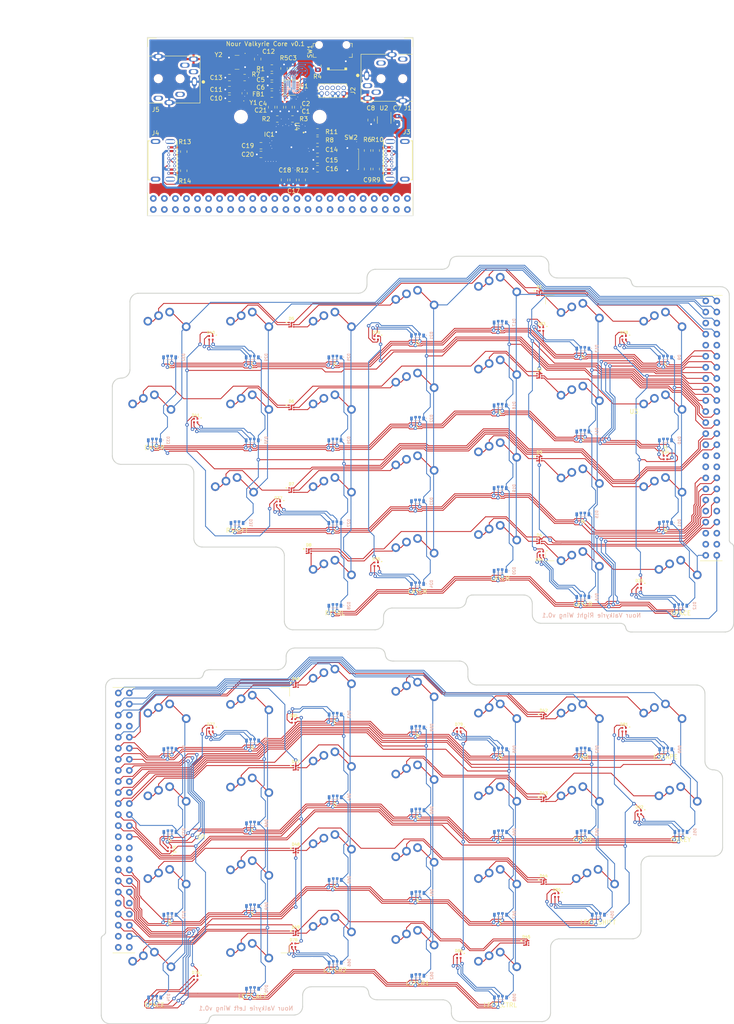
<source format=kicad_pcb>
(kicad_pcb (version 20211014) (generator pcbnew)
  (layers (0 "F.Cu" power) (1 "In1.Cu" signal) (2 "In2.Cu" signal) (31 "B.Cu" power) (34 "B.Paste" user) (35 "F.Paste" user) (36 "B.SilkS" user "B.Silkscreen") (37 "F.SilkS" user "F.Silkscreen") (38 "B.Mask" user) (39 "F.Mask" user) (44 "Edge.Cuts" user))
  (net 0 "")
  (net 1 "VCC")
  (net 2 "GND")
  (net 3 "VBUS")
  (net 4 "Net-(D1-Pad4)")
  (net 5 "Net-(D2-Pad2)")
  (net 6 "Net-(D2-Pad4)")
  (net 7 "Net-(D2-Pad5)")
  (net 8 "Net-(D3-Pad4)")
  (net 9 "Net-(D4-Pad2)")
  (net 10 "Net-(D4-Pad4)")
  (net 11 "Net-(D4-Pad5)")
  (net 12 "Net-(D5-Pad4)")
  (net 13 "Net-(D6-Pad4)")
  (net 14 "Net-(D7-Pad4)")
  (net 15 "Net-(D42-Pad5)")
  (net 16 "Net-(D43-Pad1)")
  (net 17 "Net-(D43-Pad2)")
  (net 18 "Net-(D44-Pad4)")
  (net 19 "Net-(D45-Pad1)")
  (net 20 "Net-(D45-Pad2)")
  (net 21 "Net-(D46-Pad2)")
  (net 22 "Net-(D47-Pad1)")
  (net 23 "Net-(D47-Pad2)")
  (net 28 "Net-(D1-Pad5)")
  (net 29 "Net-(D3-Pad5)")
  (net 30 "Net-(D5-Pad5)")
  (net 31 "Net-(D6-Pad5)")
  (net 32 "Net-(D7-Pad5)")
  (net 35 "Net-(D8-Pad4)")
  (net 36 "Net-(D8-Pad5)")
  (net 37 "Net-(D46-Pad1)")
  (net 38 "Net-(D48-Pad1)")
  (net 39 "Net-(D48-Pad2)")
  (net 41 "Net-(D49-Pad1)")
  (net 42 "Net-(D49-Pad2)")
  (net 43 "Net-(D1-Pad2)")
  (net 46 "Net-(D3-Pad2)")
  (net 47 "Net-(D5-Pad2)")
  (net 48 "Net-(D6-Pad2)")
  (net 50 "Net-(D7-Pad2)")
  (net 51 "Net-(D42-Pad1)")
  (net 52 "Net-(D42-Pad2)")
  (net 53 "Net-(D42-Pad4)")
  (net 54 "Net-(D43-Pad5)")
  (net 55 "Net-(D44-Pad1)")
  (net 56 "Net-(D44-Pad2)")
  (net 59 "Net-(D47-Pad5)")
  (net 61 "Net-(D49-Pad5)")
  (net 64 "Net-(D5-Pad1)")
  (net 65 "Net-(D6-Pad1)")
  (net 66 "Net-(D43-Pad4)")
  (net 69 "Net-(D46-Pad5)")
  (net 71 "Net-(D48-Pad5)")
  (net 72 "Net-(IC1-Pad35)")
  (net 73 "Net-(IC1-Pad46)")
  (net 74 "Net-(IC1-Pad47)")
  (net 76 "/rhs/RHS Keys/KEY.ROW1")
  (net 77 "/rhs/RHS Keys/KEY.ROW2")
  (net 78 "/rhs/RHS Keys/KEY.ROW3")
  (net 79 "/rhs/RHS Keys/KEY.ROW4")
  (net 80 "/rhs/RHS LEDs/LED.CS_COL1")
  (net 81 "/rhs/RHS LEDs/LED.SW_BLUE1")
  (net 82 "/rhs/RHS LEDs/LED.SW_GREEN1")
  (net 83 "/rhs/RHS LEDs/LED.SW_RED1")
  (net 84 "/rhs/RHS LEDs/LED.SW_BLUE2")
  (net 85 "/rhs/RHS LEDs/LED.SW_GREEN2")
  (net 86 "/rhs/RHS LEDs/LED.SW_RED2")
  (net 87 "/rhs/RHS LEDs/LED.SW_BLUE3")
  (net 88 "/rhs/RHS LEDs/LED.SW_GREEN3")
  (net 89 "/rhs/RHS LEDs/LED.SW_RED3")
  (net 90 "/rhs/RHS LEDs/LED.SW_BLUE4")
  (net 91 "/rhs/RHS LEDs/LED.SW_GREEN4")
  (net 92 "/rhs/RHS LEDs/LED.SW_RED4")
  (net 93 "/rhs/RHS LEDs/LED.CS_COL2")
  (net 94 "/rhs/RHS LEDs/LED.CS_COL3")
  (net 95 "/rhs/RHS LEDs/LED.CS_COL4")
  (net 96 "/rhs/RHS LEDs/LED.CS_COL5")
  (net 97 "/rhs/RHS LEDs/LED.CS_COL6")
  (net 98 "/rhs/RHS LEDs/LED.CS_COL7")
  (net 99 "/rhs/RHS LEDs/LED.CS_COL8")
  (net 100 "/rhs/RHS LEDs/LED.CS_COL9")
  (net 101 "/lhs/LHS Keys/KEY.ROW1")
  (net 102 "/lhs/LHS Keys/KEY.ROW2")
  (net 103 "/lhs/LHS Keys/KEY.ROW3")
  (net 104 "/lhs/LHS Keys/KEY.ROW4")
  (net 105 "/lhs/LHS LEDs/LED.CS_COL1")
  (net 106 "/lhs/LHS LEDs/LED.SW_BLUE1")
  (net 107 "/lhs/LHS LEDs/LED.SW_GREEN1")
  (net 108 "/lhs/LHS LEDs/LED.SW_RED1")
  (net 109 "/lhs/LHS LEDs/LED.SW_BLUE2")
  (net 110 "/lhs/LHS LEDs/LED.SW_GREEN2")
  (net 111 "/lhs/LHS LEDs/LED.SW_RED2")
  (net 112 "/lhs/LHS LEDs/LED.CS_COL2")
  (net 113 "/lhs/LHS LEDs/LED.SW_BLUE3")
  (net 114 "/lhs/LHS LEDs/LED.SW_GREEN3")
  (net 115 "/lhs/LHS LEDs/LED.SW_RED3")
  (net 116 "/lhs/LHS LEDs/LED.CS_COL3")
  (net 117 "/lhs/LHS LEDs/LED.SW_BLUE4")
  (net 118 "/lhs/LHS LEDs/LED.SW_GREEN4")
  (net 119 "/lhs/LHS LEDs/LED.SW_RED4")
  (net 120 "/lhs/LHS LEDs/LED.CS_COL4")
  (net 121 "/lhs/LHS LEDs/LED.CS_COL5")
  (net 122 "/lhs/LHS LEDs/LED.CS_COL6")
  (net 123 "/lhs/LHS LEDs/LED.CS_COL7")
  (net 124 "/lhs/LHS LEDs/LED.CS_COL8")
  (net 125 "/lhs/LHS LEDs/LED.CS_COL9")
  (net 126 "/lhs/LHS LEDs/LED.CS_COL10")
  (net 127 "/lhs/LHS LEDs/LED.CS_COL11")
  (net 128 "/rhs/RHS Keys/KEY.COL1")
  (net 129 "/rhs/RHS Keys/KEY.COL2")
  (net 130 "/rhs/RHS Keys/KEY.COL3")
  (net 131 "/rhs/RHS Keys/KEY.COL4")
  (net 132 "/rhs/RHS Keys/KEY.COL5")
  (net 133 "/rhs/RHS Keys/KEY.COL6")
  (net 134 "/rhs/RHS Keys/KEY.COL7")
  (net 135 "/lhs/LHS Keys/KEY.COL1")
  (net 136 "/lhs/LHS Keys/KEY.COL2")
  (net 137 "/lhs/LHS Keys/KEY.COL3")
  (net 138 "/lhs/LHS Keys/KEY.COL4")
  (net 139 "/lhs/LHS Keys/KEY.COL5")
  (net 140 "/lhs/LHS Keys/KEY.COL6")
  (net 141 "/lhs/LHS Keys/KEY.COL7")
  (net 142 "/lhs/LHS LEDs/LED.CS_COL12")
  (net 143 "/lhs/LHS LEDs/LED.CS_COL13")
  (net 144 "/lhs/LHS LEDs/LED.CS_COL14")
  (net 145 "/lhs/LHS LEDs/LED.CS_COL15")
  (net 146 "/lhs/LHS LEDs/LED.CS_COL16")
  (net 147 "/lhs/LHS Keys/KEY.ROW7")
  (net 148 "/lhs/LHS Keys/KEY.ROW6")
  (net 149 "/lhs/LHS Keys/KEY.ROW5")
  (net 150 "/lhs/LHS Keys/KEY.COL8")
  (net 151 "/lhs/LHS Keys/KEY.COL9")
  (net 152 "/lhs/LHS Keys/KEY.COL10")
  (net 153 "/lhs/LHS Keys/KEY.ROW10")
  (net 154 "/lhs/LHS Keys/KEY.ROW9")
  (net 155 "/lhs/LHS Keys/KEY.ROW8")
  (net 156 "/core/VDDA")
  (net 157 "/core/~{RST}")
  (net 158 "/core/OSC32_IN")
  (net 159 "/core/OSC32_OUT")
  (net 160 "/core/OSC_IN")
  (net 161 "Net-(C13-Pad1)")
  (net 162 "/core/LED.SW_GREEN4")
  (net 163 "/core/LED.SW_RED4")
  (net 164 "/core/LED.SW_BLUE4")
  (net 165 "/core/LED.SW_GREEN3")
  (net 166 "/core/LED.SW_RED3")
  (net 167 "/core/LED.SW_BLUE3")
  (net 168 "/core/LED.SW_GREEN2")
  (net 169 "/core/LED.SW_RED2")
  (net 170 "/core/LED.SW_BLUE2")
  (net 171 "/core/LED.SW_GREEN1")
  (net 172 "/core/LED.SW_RED1")
  (net 173 "/core/LED.SW_BLUE1")
  (net 174 "/core/LED.CS_COL1")
  (net 175 "/core/LED.CS_COL2")
  (net 176 "/core/LED.CS_COL3")
  (net 177 "/core/LED.CS_COL4")
  (net 178 "/core/LED.CS_COL5")
  (net 179 "/core/LED.CS_COL6")
  (net 180 "/core/LED.CS_COL7")
  (net 181 "/core/LED.CS_COL8")
  (net 182 "/core/LED.CS_COL9")
  (net 183 "/core/LED.CS_COL10")
  (net 184 "/core/LED.CS_COL11")
  (net 185 "/core/LED.CS_COL12")
  (net 186 "/core/LED.CS_COL13")
  (net 187 "/core/LED.CS_COL14")
  (net 188 "/core/LED.CS_COL15")
  (net 189 "/core/LED.CS_COL16")
  (net 190 "/core/I2C_SDA")
  (net 191 "/core/I2C_SCL")
  (net 192 "/core/USART.RX")
  (net 193 "/core/USART.TX")
  (net 194 "/core/SWDIO")
  (net 195 "/core/SWCLK")
  (net 199 "Net-(J3-PadA5)")
  (net 200 "/core/D+")
  (net 201 "/core/D-")
  (net 203 "Net-(J3-PadB5)")
  (net 205 "/core/VREF+")
  (net 206 "/core/BOOT0")
  (net 207 "/core/OSC_OUT")
  (net 208 "/core/KEY.ROW10")
  (net 209 "/core/KEY.ROW6")
  (net 210 "/core/KEY.ROW8")
  (net 211 "/core/KEY.COL4")
  (net 212 "/core/KEY.ROW7")
  (net 213 "/core/KEY.COL1")
  (net 214 "/core/KEY.COL3")
  (net 215 "/core/KEY.ROW2")
  (net 216 "/core/KEY.COL2")
  (net 217 "/core/KEY.ROW9")
  (net 218 "/core/KEY.ROW4")
  (net 219 "/core/KEY.COL10")
  (net 220 "/core/KEY.ROW5")
  (net 221 "/core/TSC.G1_IO2")
  (net 222 "/core/TSC.G1_IO1")
  (net 223 "/core/KEY.ROW1")
  (net 224 "/core/KEY.COL9")
  (net 225 "/core/KEY.COL8")
  (net 226 "/core/KEY.COL6")
  (net 227 "/core/TSC.G2_IO4")
  (net 228 "/core/TSC.G2_IO1")
  (net 229 "/core/TSC.G1_IO3")
  (net 230 "/core/KEY.COL7")
  (net 231 "/core/KEY.COL5")
  (net 232 "/core/KEY.ROW3")
  (net 233 "/core/TSC.G2_IO3")
  (net 234 "/core/TSC.G2_IO2")
  (net 235 "/core/TSC.G1_IO4")
  (net 236 "/rhs/RHS LEDs/LED.CS_COL10")
  (net 237 "/rhs/RHS LEDs/LED.CS_COL11")
  (net 238 "/rhs/RHS LEDs/LED.CS_COL12")
  (net 239 "/rhs/RHS LEDs/LED.CS_COL13")
  (net 240 "/rhs/RHS LEDs/LED.CS_COL14")
  (net 241 "/rhs/RHS LEDs/LED.CS_COL15")
  (net 242 "/rhs/RHS LEDs/LED.CS_COL16")
  (net 243 "/rhs/RHS Keys/KEY.ROW7")
  (net 244 "/rhs/RHS Keys/KEY.ROW6")
  (net 245 "/rhs/RHS Keys/KEY.ROW5")
  (net 246 "/rhs/RHS Keys/KEY.COL8")
  (net 247 "/rhs/RHS Keys/KEY.COL9")
  (net 248 "/rhs/RHS Keys/KEY.COL10")
  (net 249 "/rhs/RHS Keys/KEY.ROW10")
  (net 250 "/rhs/RHS Keys/KEY.ROW9")
  (net 251 "/rhs/RHS Keys/KEY.ROW8")
  (net 254 "Net-(R4-Pad2)")
  (net 255 "Net-(J4-PadA5)")
  (net 256 "Net-(J4-PadB5)")
  (net 257 "Net-(J1-Pad2)")
  (net 258 "Net-(J5-Pad2)")
  (footprint "Nour_KB:MX_Choc_1U" (layer "F.Cu") (at 54 221)
    (fp_text reference "SW53")
    (fp_text value "B")
  )
  (footprint "Nour_KB:DIO_BAV70SRAZ" (layer "F.Cu") (at 83 172.75)
    (fp_text reference "D46")
    (fp_text value "BAV70SRAZ")
  )
  (footprint "Nour_KB:MX_Choc_1U" (layer "F.Cu") (at 130 202)
    (fp_text reference "SW36")
    (fp_text value "A")
  )
  (footprint "Nour_KB:LTRBR37G4R4S012502R18" (layer "F.Cu") (at 120.5 183)
    (fp_text reference "D79")
    (fp_text value "LED_UG_1_2" hide)
  )
  (footprint "Capacitor_SMD:C_0805_2012Metric" (layer "F.Cu") (at 77.5 35.05 180)
    (fp_text reference "C6")
    (fp_text value "100nF")
  )
  (footprint "Nour_KB:DIO_BAV70SRAZ" (layer "F.Cu") (at 83 229.75)
    (fp_text reference "D49")
    (fp_text value "BAV70SRAZ")
  )
  (footprint "Nour_KB:MX_Choc_1U" (layer "F.Cu") (at 149 202)
    (fp_text reference "SW33")
    (fp_text value "GRAVE")
  )
  (footprint "Resistor_SMD:R_0805_2012Metric" (layer "F.Cu") (at 78.75 42.75 180)
    (fp_text reference "R2")
    (fp_text value "4k7")
  )
  (footprint "Nour_KB:LTRBR37G4R4S012502R18" (layer "F.Cu") (at 168 120.5)
    (fp_text reference "D34")
    (fp_text value "LED_UG_3_1" hide)
  )
  (footprint "MountingHole:MountingHole_2.2mm_M2" (layer "F.Cu") (at 63.5 212.85)
    (fp_text reference "REF**" hide)
    (fp_text value "MountingHole_2.2mm_M2")
  )
  (footprint "Resistor_SMD:R_0805_2012Metric" (layer "F.Cu") (at 77.5 37.05)
    (fp_text reference "FB1")
    (fp_text value "FerriteBead" hide)
  )
  (footprint "Nour_KB:Nour_Core" (layer "F.Cu") (at 160.75 111.215)
    (fp_text reference "U3")
    (fp_text value "NourK_Core")
  )
  (footprint "Nour_KB:LTRBR37G4R4S012502R18" (layer "F.Cu") (at 158.5 183)
    (fp_text reference "D81")
    (fp_text value "LED_UG_1_3" hide)
  )
  (footprint "Nour_KB:MX_Choc_1U" (layer "F.Cu") (at 130 123)
    (fp_text reference "SW13")
    (fp_text value ",")
  )
  (footprint "Nour_KB:MX_Choc_1U" (layer "F.Cu") (at 73 219)
    (fp_text reference "SW49")
    (fp_text value "V")
  )
  (footprint "Resistor_SMD:R_0805_2012Metric" (layer "F.Cu") (at 84.5 56.75 -90)
    (fp_text reference "R12")
    (fp_text value "R" hide)
  )
  (footprint "Nour_KB:MX_Choc_1U" (layer "F.Cu") (at 149 110)
    (fp_text reference "SW8")
    (fp_text value "J")
  )
  (footprint "Nour_KB:DIO_BAV70SRAZ" (layer "F.Cu") (at 82 90)
    (fp_text reference "D5")
    (fp_text value "BAV70SRAZ")
  )
  (footprint "Resistor_SMD:R_0805_2012Metric" (layer "F.Cu") (at 71.25 33.25 180)
    (fp_text reference "R7")
    (fp_text value "1990")
  )
  (footprint "Nour_KB:GCT_USB4085-GF-A_REVA4" (layer "F.Cu") (at 51.1 52.25 -90)
    (fp_text reference "J4")
    (fp_text value "USB_C_Receptacle_USB2.0")
  )
  (footprint "Nour_KB:DIO_BAV70SRAZ" (layer "F.Cu") (at 140 199)
    (fp_text reference "D43")
    (fp_text value "BAV70SRAZ")
  )
  (footprint "Nour_KB:MX_Choc_1U" (layer "F.Cu") (at 54 93)
    (fp_text reference "SW26")
    (fp_text value "]")
  )
  (footprint "Nour_KB:MX_Choc_1U" (layer "F.Cu") (at 73 93)
    (fp_text reference "SW23")
    (fp_text value "[")
  )
  (footprint "Nour_KB:LTRBR37G4R4S012502R18" (layer "F.Cu") (at 143 221)
    (fp_text reference "D80")
    (fp_text value "LED_UG_2_4" hide)
  )
  (footprint "Resistor_SMD:R_0805_2012Metric" (layer "F.Cu") (at 99.5 50 90)
    (fp_text reference "R6")
    (fp_text value "100K")
  )
  (footprint "MountingHole:MountingHole_2.2mm_M2" (layer "F.Cu") (at 70.4 42.25)
    (fp_text reference "REF**" hide)
    (fp_text value "MountingHole")
  )
  (footprint "Nour_KB:DIO_BAV70SRAZ" (layer "F.Cu") (at 139 101.75)
    (fp_text reference "D2")
    (fp_text value "BAV70SRAZ")
  )
  (footprint "Nour_KB:EVQP9102W" (layer "F.Cu") (at 95.7125 52)
    (fp_text reference "SW2")
    (fp_text value "SW_SPST_G" hide)
  )
  (footprint "Nour_KB:MX_Choc_1U" (layer "F.Cu") (at 111 145)
    (fp_text reference "SW18")
    (fp_text value "LAYER")
  )
  (footprint "Nour_KB:MX_Choc_1U" (layer "F.Cu") (at 92 131)
    (fp_text reference "SW21")
    (fp_text value "/")
  )
  (footprint "Nour_KB:MX_Choc_1U" (layer "F.Cu") (at 130 85)
    (fp_text reference "SW11")
    (fp_text value "I")
  )
  (footprint "Capacitor_SMD:C_0805_2012Metric" (layer "F.Cu") (at 77.45 40.05 -90)
    (fp_text reference "C4")
    (fp_text value "10uF")
  )
  (footprint "Nour_KB:MX_Choc_1U" (layer "F.Cu") (at 168 112)
    (fp_text reference "SW4")
    (fp_text value "H")
  )
  (footprint "MountingHole:MountingHole_2.2mm_M2" (layer "F.Cu") (at 125 230.55)
    (fp_text reference "REF**" hide)
    (fp_text value "MountingHole_2.2mm_M2")
  )
  (footprint "Nour_KB:LTRBR37G4R4S012502R18" (layer "F.Cu") (at 82.5 181)
    (fp_text reference "D85")
    (fp_text value "LED_UG_1_2" hide)
  )
  (footprint "Resistor_SMD:R_0805_2012Metric" (layer "F.Cu") (at 80.3 31.15 90)
    (fp_text reference "R5")
    (fp_text value "10K")
  )
  (footprint "Nour_KB:MX_Choc_1U" (layer "F.Cu") (at 92 213)
    (fp_text reference "SW45")
    (fp_text value "C")
  )
  (footprint "Nour_KB:ECS801830BAGNTR" (layer "F.Cu") (at 69.5 29.75 180)
    (fp_text reference "Y2")
    (fp_text value "8MHz" hide)
  )
  (footprint "MountingHole:MountingHole_2.2mm_M2" (layer "F.Cu") (at 62.75 233.55)
    (fp_text reference "REF**" hide)
    (fp_text value "MountingHole_2.2mm_M2")
  )
  (footprint "Nour_KB:MX_Choc_1U" (layer "F.Cu") (at 111 216)
    (fp_text reference "SW41")
    (fp_text value "X")
  )
  (footprint "Nour_KB:CSS-1211TB" (layer "F.Cu") (at 91.5 27 180)
    (fp_text reference "SW1")
    (fp_text value "SW_SPDT")
  )
  (footprint "Nour_KB:GCT_USB4085-GF-A_REVA4" (layer "F.Cu") (at 107.75 52.25 90)
    (fp_text reference "J3")
    (fp_text value "USB_C_Receptacle_USB2.0")
  )
  (footprint "Capacitor_SMD:C_0805_2012Metric" (layer "F.Cu") (at 74.25 29 -90)
    (fp_text reference "C12")
    (fp_text value "10pF")
  )
  (footprint "Nour_KB:LTRBR37G4R4S012502R18" (layer "F.Cu") (at 139.5 142.5)
    (fp_text reference "D84")
    (fp_text value "LED_UG_3_3" hide)
  )
  (footprint "Nour_KB:MX_Choc_1U" (layer "F.Cu") (at 111 235)
    (fp_text reference "SW42")
    (fp_text value "LAYER1")
  )
  (footprint "Nour_KB:LTRBR37G4R4S012502R18" (layer "F.Cu") (at 82.5 232.5)
    (fp_text reference "D78")
    (fp_text value "LED_UG_2_3" hide)
  )
  (footprint "Nour_KB:MX_Choc_1U" (layer "F.Cu") (at 92 112)
    (fp_text reference "SW20")
    (fp_text value ";")
  )
  (footprint "Capacitor_SMD:C_0805_2012Metric" (layer "F.Cu") (at 88 54.2 180)
    (fp_text reference "C16")
    (fp_text value "0.1uF")
  )
  (footprint "Nour_KB:DIO_BAV70SRAZ" (layer "F.Cu") (at 139 139.75)
    (fp_text reference "D4")
    (fp_text value "BAV70SRAZ")
  )
  (footprint "Nour_KB:Nour_Core" (layer "F.Cu") (at 82 44.5 -90)
    (fp_text reference "U4")
    (fp_text value "NourK_Core")
  )
  (footprint "Nour_KB:MX_Choc_1U" (layer "F.Cu") (at 111 197)
    (fp_text reference "SW40")
    (fp_text value "S")
  )
  (footprint "Nour_KB:MX_Choc_1U" (layer "F.Cu") (at 54 183)
    (fp_text reference "SW51")
    (fp_text value "T")
  )
  (footprint "Capacitor_SMD:C_0805_2012Metric" (layer "F.Cu") (at 88 49.85 180)
    (fp_text reference "C14")
    (fp_text value "0.47uF")
  )
  (footprint "MountingHole:MountingHole_2.2mm_M2" (layer "F.Cu") (at 97 140.5)
    (fp_text reference "REF**" hide)
    (fp_text value "MountingHole_2.2mm_M2")
  )
  (footprint "Nour_KB:QFN40P600X600X80-49N-D" (layer "F.Cu") (at 82 49.25 -90)
    (fp_text reference "IC1")
    (fp_text value "IS31FL3733B-QFLS4-TR" hide)
  )
  (footprint "Nour_KB:LTRBR37G4R4S012502R18" (layer "F.Cu") (at 162 202)
    (fp_text reference "D82")
    (fp_text value "LED_UG_1_4" hide)
  )
  (footprint "Nour_KB:MX_Choc_1U" (layer "F.Cu") (at 130 104)
    (fp_text reference "SW12")
    (fp_text value "K")
  )
  (footprint "Nour_KB:LTRBR37G4R4S012502R18" (layer "F.Cu") (at 54 210.5 -90)
    (fp_text reference "D75")
    (fp_text value "LED_UG_2_1" hide)
  )
  (footprint "Resistor_SMD:R_0805_2012Metric" (layer "F.Cu") (at 82.25 42.75 180)
    (fp_text reference "R3")
    (fp_text value "4k7")
  )
  (footprint "Nour_KB:MX_Choc_1U" (layer "F.Cu") (at 130 221)
    (fp_text reference "SW37")
    (fp_text value "Z")
  )
  (footprint "Nour_KB:MX_Choc_1U" (layer "F.Cu") (at 168 183)
    (fp_text reference "SW30")
    (fp_text value "ESCAPE")
  )
  (footprint "Capacitor_SMD:C_0805_2012Metric" (layer "F.Cu") (at 80.4 56.75 -90)
    (fp_text reference "C18")
    (fp_text value "0.1uF")
  )
  (footprint "Capacitor_SMD:C_0805_2012Metric" (layer "F.Cu") (at 67.75 33.25 180)
    (fp_text reference "C13")
    (fp_text value "10pF")
  )
  (footprint "Capacitor_SMD:C_0805_2012Metric" (layer "F.Cu") (at 67.75 36 180)
    (fp_text reference "C11")
    (fp_text value "7pF")
  )
  (footprint "Nour_KB:MX_Choc_1U" (layer "F.Cu") (at 69.5 131)
    (fp_text reference "SW25")
    (fp_text value "RSHIFT")
  )
  (footprint "Nour_KB:MX_Choc_1U" (layer "F.Cu") (at 92 93)
    (fp_text reference "SW19")
    (fp_text value "P")
  )
  (footprint "Nour_KB:LTRBR37G4R4S012502R18" (layer "F.Cu") (at 60 240)
    (fp_text reference "D76")
    (fp_text value "LED_UG_2_2" hide)
  )
  (footprint "Nour_KB:MX_Choc_1U" (layer "F.Cu") (at 54 202)
    (fp_text reference "SW52")
    (fp_text value "G")
  )
  (footprint "Nour_KB:MX_Choc_1U" (layer "F.Cu") (at 130 240)
    (fp_text reference "SW38")
    (fp_text value "LEFT_CTRL")
  )
  (footprint "Nour_KB:ECS327712TR" (layer "F.Cu") (at 71.25 36.85 90)
    (fp_text reference "Y1")
    (fp_text value "32.768KHz" hide)
  )
  (footprint "Resistor_SMD:R_0805_2012Metric" (layer "F.Cu") (at 77.5 31.05)
    (fp_text reference "R1")
    (fp_text value "10K")
  )
  (footprint "Capacitor_SMD:C_0805_2012Metric" (layer "F.Cu") (at 99.5 54.25 90)
    (fp_text reference "C9")
    (fp_text value "10nF")
  )
  (footprint "Nour_KB:MX_Choc_1U" (layer "F.Cu") (at 130 183)
    (fp_text reference "SW35")
    (fp_text value "Q")
  )
  (footprint "Nour_KB:ST_WLCSP-49_Die447" (layer "F.Cu") (at 82 35.55 180)
    (fp_text reference "U1")
    (fp_text value "STM32L082CZYx")
  )
  (footprint "Resistor_SMD:R_0805_2012Metric" (layer "F.Cu") (at 88 47.6 180)
    (fp_text reference "R8")
    (fp_text value "100K")
  )
  (footprint "MountingHole:MountingHole_2.2mm_M2" (layer "F.Cu") (at 160.25 193.8)
    (fp_text reference "REF**" hide)
    (fp_text value "MountingHole_2.2mm_M2")
  )
  (footprint "Nour_KB:Nour_Core" (layer "F.Cu") (at 61.25 206.33 180)
    (fp_text reference "U5")
    (fp_text value "NourK_Core")
  )
  (footprint "MountingHole:MountingHole_2.2mm_M2" (layer "F.Cu") (at 88.5 42.25)
    (fp_text reference "REF**" hide)
    (fp_text value "MountingHole")
  )
  (footprint "Nour_KB:MX_Choc_1U" (layer "F.Cu") (at 168 131)
    (fp_text reference "SW5")
    (fp_text value "N")
  )
  (footprint "Capacitor_SMD:C_0805_2012Metric" (layer "F.Cu") (at 100.324878 43 -90)
    (fp_text reference "C8")
    (fp_text value "1uF")
  )
  (footprint "Nour_KB:MX_Choc_1U" (layer "F.Cu") (at 73 181)
    (fp_text reference "SW47")
    (fp_text value "R")
  )
  (footprint "Nour_KB:MX_Choc_1U" (layer "F.Cu") (at 73 238)
    (fp_text reference "SW50")
    (fp_text value "LEFT_ALT")
  )
  (footprint "Nour_KB:DIO_BAV70SRAZ" (layer "F.Cu") (at 140 218)
    (fp_text reference "D44")
    (fp_text value "BAV70SRAZ")
  )
  (footprint "MountingHole:MountingHole_2.2mm_M2" (layer "F.Cu") (at 159.25 143.5)
    (fp_text reference "REF**" hide)
    (fp_text value "MountingHole_2.2mm_M2")
  )
  (footprint "Nour_KB:DIO_BAV70SRAZ" (layer "F.Cu") (at 139 82.75)
    (fp_text reference "D1")
    (fp_text value "BAV70SRAZ")
  )
  (footprint "MountingHole:MountingHole_2.2mm_M2" (layer "F.Cu") (at 61.75 103.75)
    (fp_text reference "REF**" hide)
    (fp_text value "MountingHole_2.2mm_M2")
  )
  (footprint "Nour_KB:MX_Choc_1U" (layer "F.Cu") (at 130 142)
    (fp_text reference "SW14")
    (fp_text value "LAYER")
  )
  (footprint "Nour_KB:MX_Choc_1U" (layer "F.Cu") (at 149 129)
    (fp_text reference "SW9")
    (fp_text value "M")
  )
  (footprint "Capacitor_SMD:C_0805_2012Metric" (layer "F.Cu") (at 75 50.9 180)
    (fp_text reference "C20")
    (fp_text value "0.1uF")
  )
  (footprint "Resistor_SMD:R_0805_2012Metric" (layer "F.Cu") (at 101.5 54.25 -90)
    (fp_text reference "R9")
    (fp_text value "5K1")
  )
  (footprint "Capacitor_SMD:C_0805_2012Metric" (layer "F.Cu") (at 88 52.15 180)
    (fp_text reference "C15")
    (fp_text value "0.47uF")
  )
  (footprint "Nour_KB:DIO_BAV70SRAZ" (layer "F.Cu") (at 136 232)
    (fp_text reference "D45")
    (fp_text value "BAV70SRAZ")
  )
  (footprint "Capacitor_SMD:C_0805_2012Metric" (layer "F.Cu") (at 106.324878 43.05 -90)
    (fp_text reference "C7")
    (fp_text value "1uF")
  )
  (footprint "Resistor_SMD:R_0805_2012Metric" (layer "F.Cu") (at 57.25 50.25 -90)
    (fp_text reference "R13")
    (fp_text value "5K1")
  )
  (footprint "MountingHole:MountingHole_2.2mm_M2" (layer "F.Cu") (at 120.5 115)
    (fp_text reference "REF**" hide)
    (fp_text value "MountingHole_2.2mm_M2")
  )
  (footprint "Nour_KB:CUI_SJ-435107RS" (layer "F.Cu") (at 104 33.5 180)
    (fp_text reference "J1")
    (fp_text value "SJ-435107RS")
  )
  (footprint "Nour_KB:LTRBR37G4R4S012502R18" (layer "F.Cu") (at 60 112)
    (fp_text reference "D41")
    (fp_text value "LED_UG_4_4" hide)
  )
  (footprint "Nour_KB:MX_Choc_1U" (layer "F.Cu") (at 111 126)
    (fp_text reference "SW17")
    (fp_text value ".")
  )
  (footprint "Nour_KB:MX_Choc_1U" (layer "F.Cu") (at 92 175)
    (fp_text reference "SW43")
    (fp_text value "E")
  )
  (footprint "Nour_KB:MX_Choc_1U" (layer "F.Cu") (at 149 183)
    (fp_text reference "SW32")
    (fp_text value "TAB")
  )
  (footprint "Nour_KB:DIO_BAV70SRAZ" (layer "F.Cu") (at 82 109)
    (fp_text reference "D6")
    (fp_text value "BAV70SRAZ")
  )
  (footprint "Resistor_SMD:R_0805_2012Metric" (layer "F.Cu") (at 57.25 54.65 -90)
    (fp_text reference "R14")
    (fp_text value "5K1")
  )
  (footprint "Capacitor_SMD:C_0805_2012Metric" (layer "F.Cu") (at 75 48.9 180)
    (fp_text reference "C19")
    (fp_text value "0.47uF")
  )
  (footprint "Capacitor_SMD:C_0805_2012Metric" (layer "F.Cu") (at 82.4 56.75 -90)
    (fp_text reference "C17")
    (fp_text value "0.47uF")
  )
  (footprint "Nour_KB:LTRBR37G4R4S012502R18" (layer "F.Cu") (at 101.5 93)
    (fp_text reference "D39")
    (fp_text value "LED_UG_4_2" hide)
  )
  (footprint "Resistor_SMD:R_0805_2012Metric" (layer "F.Cu") (at 88.1 30.55 90)
    (fp_text reference "R4")
    (fp_text value "10K")
  )
  (footprint "Nour_KB:DIO_BAV70SRAZ" (layer "F.Cu") (at 82 128)
    (fp_text reference "D7")
    (fp_text value "BAV70SRAZ")
  )
  (footprint "Nour_KB:LTRBR37G4R4S012502R18" (layer "F.Cu") (at 63.5 93)
    (fp_text reference "D40")
    (fp_text value "LED_UG_4_3" hide)
  )
  (footprint "Nour_KB:MX_Choc_1U" (layer "F.Cu") (at 92 194)
    (fp_text reference "SW44")
    (fp_text value "D")
  )
  (footprint "Nour_KB:DIO_BAV70SRAZ" (layer "F.Cu") (at 86 142)
    (fp_text reference "D8")
    (fp_text value "BAV70SRAZ")
  )
  (footprint "Capacitor_SMD:C_0805_2012Metric" (layer "F.Cu") (at 81.45 40.05 -90)
    (fp_text reference "C2")
    (fp_text value "100nF")
  )
  (footprint "Nour_KB:MX_Choc_1U" (layer "F.Cu") (at 73 112)
    (fp_text reference "SW24")
    (fp_text value "'")
  )
  (footprint "Capacitor_SMD:C_0805_2012Metric" (layer "F.Cu") (at 79.45 40.05 -90)
    (fp_text reference "C21")
    (fp_text value "100nF")
  )
  (footprint "Nour_KB:MX_Choc_1U" (layer "F.Cu") (at 171.5 202)
    (fp_text reference "SW31")
    (fp_text value "OSKEY")
  )
  (footprint "Nour_KB:LTRBR37G4R4S012502R18" (layer "F.Cu") (at 79 131)
    (fp_text reference "D37")
    (fp_text value "LED_UG_3_4" hide)
  )
  (footprint "Nour_KB:DIO_BAV70SRAZ" (layer "F.Cu") (at 139 120.75)
    (fp_text reference "D3")
    (fp_text value "BAV70SRAZ")
  )
  (footprint "Nour_KB:MX_Choc_1U" (layer "F.Cu") (at 92 150)
    (fp_text reference "SW22")
    (fp_text value "RCTRL")
  )
  (footprint "Nour_KB:DIO_BAV70SRAZ" (layer "F.Cu") (at 83 210.75)
    (fp_text reference "D48")
    (fp_text value "BAV70SRAZ")
  )
  (footprint "Nour_KB:LTRBR37G4R4S012502R18" (layer "F.Cu") (at 120.5 235)
    (fp_text reference "D86")
    (fp_text value "LED_UG_2_3" hide)
  )
  (footprint "Nour_KB:MX_Choc_1U" (layer "F.Cu") (at 73 200)
    (fp_text reference "SW48")
    (fp_text value "F")
  )
  (footprint "Nour_KB:MX_Choc_1U" (layer "F.Cu") (at 149 148)
    (fp_text reference "SW10")
    (fp_text value "LAYER")
  )
  (footprint "MountingHole:MountingHole_2.2mm_M2" (layer "F.Cu") (at 158.5 122.8)
    (fp_text reference "REF**" hide)
    (fp_text value "MountingHole_2.2mm_M2")
  )
  (footprint "MountingHole:MountingHole_2.2mm_M2" (layer "F.Cu") (at 101.5 205.05)
    (fp_text reference "REF**" hide)
    (fp_text value "MountingHole_2.2mm_M2")
  )
  (footprint "MountingHole:MountingHole_2.2mm_M2" (layer "F.Cu") (at 63.5 194.75)
    (fp_text reference "REF**" hide)
    (fp_text value "MountingHole_2.2mm_M2")
  )
  (footprint "Capacitor_SMD:C_0805_2012Metric" (layer "F.Cu") (at 82.3 31.15 90)
    (fp_text reference "C3")
    (fp_text value "100nF")
  )
  (footprint "Connector_PinSocket_1.27mm:PinSocket_2x05_P1.27mm_Vertical" (layer "F.Cu") (at 94.025 36.895 -90)
    (fp_text reference "J2")
    (fp_text value "Conn_ARM_JTAG_SWD_10")
  )
  (footprint "Package_TO_SOT_SMD:SOT-23-5" (layer "F.Cu") (at 103.324878 43 -90)
    (fp_text reference "U2")
    (fp_text value "AP2112K-3.3")
  )
  (footprint "Resistor_SMD:R_0805_2012Metric" (layer "F.Cu") (at 101.5 50 -90)
    (fp_text reference "R10")
    (fp_text value "5K1")
  )
  (footprint "Nour_KB:MX_Choc_1U" (layer "F.Cu") (at 92 232)
    (fp_text reference "SW46")
    (fp_text value "LAYER2")
  )
  (footprint "Nour_KB:LTRBR37G4R4S012502R18" (layer "F.Cu") (at 63.5 183)
    (fp_text reference "D77")
    (fp_text value "LED_UG_1_1" hide)
  )
  (footprint "Capacitor_SMD:C_0805_2012Metric" (layer "F.Cu") (at 77.5 33.05 180)
    (fp_text reference "C5")
    (fp_text value "1uF")
  )
  (footprint "Nour_KB:MX_Choc_1U" (layer "F.Cu") (at 152.5 221)
    (fp_text reference "SW34")
    (fp_text value "LEFT_SHIFT")
  )
  (footprint "Capacitor_SMD:C_0805_2012Metric" (layer "F.Cu") (at 83.45 40.05 -90)
    (fp_text reference "C1")
    (fp_text value "100nF")
  )
  (footprint "Nour_KB:MX_Choc_1U" (layer "F.Cu") (at 111 107)
    (fp_text reference "SW16")
    (fp_text value "L")
  )
  (footprint "Nour_KB:MX_Choc_1U" (layer "F.Cu") (at 111 88)
    (fp_text reference "SW15")
    (fp_text value "O")
  )
  (footprint "Nour_KB:LTRBR37G4R4S012502R18" (layer "F.Cu") (at 139.5 91)
    (fp_text reference "D83")
    (fp_text value "LED_UG_4_2" hide)
  )
  (footprint "Nour_KB:DIO_BAV70SRAZ" (layer "F.Cu") (at 83 191.75)
    (fp_text reference "D47")
    (fp_text value "BAV70SRAZ")
  )
  (footprint "Nour_KB:CUI_SJ-435107RS" (layer "F.Cu") (at 55 33.5)
    (fp_text reference "J5")
    (fp_text value "SJ-435107RS")
  )
  (footprint "Nour_KB:DIO_BAV70SRAZ" (layer "F.Cu") (at 140 180)
    (fp_text reference "D42")
    (fp_text value "BAV70SRAZ")
  )
  (footprint "Nour_KB:MX_Choc_1U" (layer "F.Cu") (at 50.5 240)
    (fp_text reference "SW54")
    (fp_text value "SPACE")
  )
  (footprint "Nour_KB:LTRBR37G4R4S012502R18" (layer "F.Cu") (at 158.5 93)
    (fp_text reference "D38")
    (fp_text value "LED_UG_4_1" hide)
  )
  (footprint "Nour_KB:MX_Choc_1U" (layer "F.Cu") (at 111 178)
    (fp_text reference "SW39")
    (fp_text value "W")
  )
  (footprint "Nour_KB:LTRBR37G4R4S012502R18" (layer "F.Cu") (at 101.5 145)
    (fp_text reference "D36")
    (fp_text value "LED_UG_3_3" hide)
  )
  (footprint "Nour_KB:MX_Choc_1U" (layer "F.Cu") (at 149 91)
    (fp_text reference "SW7")
    (fp_text value "U")
  )
  (footprint "Capacitor_SMD:C_0805_2012Metric" (layer "F.Cu") (at 67.75 38 180)
    (fp_text reference "C10")
    (fp_text value "7pF")
  )
  (footprint "Nour_KB:MX_Choc_1U" (layer "F.Cu") (at 50.5 112)
    (fp_text reference "SW27")
    (fp_text value "ENTER")
  )
  (footprint "Nour_KB:LTRBR37G4R4S012502R18" (layer "F.Cu") (at 162 150)
    (fp_text reference "D35")
    (fp_text value "LED_UG_3_2" hide)
  )
  (footprint "Nour_KB:MX_Choc_1U" (layer "F.Cu") (at 171.5 150)
    (fp_text reference "SW6")
    (fp_text value "SPACE")
  )
  (footprint "MountingHole:MountingHole_2.2mm_M2" (layer "F.Cu") (at 158.5 104.7)
    (fp_text reference "REF**" hide)
    (fp_text value "MountingHole_2.2mm_M2")
  )
  (footprint "Resistor_SMD:R_0805_2012Metric" (layer "F.Cu") (at 88 45.7)
    (fp_text reference "R11")
    (fp_text value "100K")
  )
  (footprint "Nour_KB:MX_Choc_1U" (layer "F.Cu") (at 168 93)
    (fp_text reference "SW3")
    (fp_text value "Y")
  )
  (footprint "Nour_KB:155124M173200" (layer "B.Cu") (at 149.067 206.517 180)
    (fp_text reference "D53")
    (fp_text value "LED_GRAVE" hide)
  )
  (footprint "Nour_KB:155124M173200" (layer "B.Cu") (at 111.067 220.517 180)
    (fp_text reference "D61")
    (fp_text value "LED_X" hide)
  )
  (footprint "Nour_KB:155124M173200" (layer "B.Cu") (at 54.067 187.517 180)
    (fp_text reference "D71")
    (fp_text value "LED_T" hide)
  )
  (footprint "Nour_KB:155124M173200" (layer "B.Cu") (at 92.067 198.517 180)
    (fp_text reference "D64")
    (fp_text value "LED_D" hide)
  )
  (footprint "Nour_KB:155124M173200" (layer "B.Cu") (at 130.067 187.517 180)
    (fp_text reference "D55")
    (fp_text value "LED_Q" hide)
  )
  (footprint "Nour_KB:155124M173200" (layer "B.Cu") (at 168 97.5 180)
    (fp_text reference "D9")
    (fp_text value "LED_Y" hide)
  )
  (footprint "Nour_KB:155124M173200" (layer "B.Cu") (at 111.067 182.517 180)
    (fp_text reference "D59")
    (fp_text value "LED_W" hide)
  )
  (footprint "Nour_KB:155124M173200" (layer "B.Cu") (at 73.067 204.517 180)
    (fp_text reference "D68")
    (fp_text value "LED_F" hide)
  )
  (footprint "Nour_KB:155124M173200" (layer "B.Cu") (at 54.067 206.517 180)
    (fp_text reference "D72")
    (fp_text value "LED_G" hide)
  )
  (footprint "Nour_KB:155124M173200" (layer "B.Cu") (at 50.567 244.517 180)
    (fp_text reference "D74")
    (fp_text value "LED_SPACE" hide)
  )
  (footprint "Nour_KB:155124M173200" (layer "B.Cu") (at 111 130.549 180)
    (fp_text reference "D23")
    (fp_text value "LED_DOT" hide)
  )
  (footprint "Nour_KB:155124M173200" (layer "B.Cu") (at 130.067 206.517 180)
    (fp_text reference "D56")
    (fp_text value "LED_A" hide)
  )
  (footprint "Nour_KB:155124M173200" (layer "B.Cu") (at 171.5 154.549 180)
    (fp_text reference "D12")
    (fp_text value "LED_SPACE" hide)
  )
  (footprint "Nour_KB:155124M173200" (layer "B.Cu") (at 92 116.549 180)
    (fp_text reference "D26")
    (fp_text value "LED_SEMICOLON" hide)
  )
  (footprint "Nour_KB:155124M173200" (layer "B.Cu") (at 130 146.549 180)
    (fp_text reference "D20")
    (fp_text value "LED_LAYER2" hide)
  )
  (footprint "Nour_KB:155124M173200" (layer "B.Cu") (at 111.067 239.517 180)
    (fp_text reference "D62")
    (fp_text value "LED_LAYER1" hide)
  )
  (footprint "Nour_KB:155124M173200" (layer "B.Cu") (at 92 154.549 180)
    (fp_text reference "D28")
    (fp_text value "LED_RCTRL" hide)
  )
  (footprint "Nour_KB:155124M173200" (layer "B.Cu") (at 50.5 116.549 180)
    (fp_text reference "D33")
    (fp_text value "LED_ENTER" hide)
  )
  (footprint "Nour_KB:155124M173200" (layer "B.Cu") (at 92.067 217.517 180)
    (fp_text reference "D65")
    (fp_text value "LED_C" hide)
  )
  (footprint "Nour_KB:155124M173200" (layer "B.Cu") (at 130.067 225.517 180)
    (fp_text reference "D57")
    (fp_text value "LED_Z" hide)
  )
  (footprint "Nour_KB:155124M173200" (layer "B.Cu") (at 73.067 223.517 180)
    (fp_text reference "D69")
    (fp_text value "LED_V" hide)
  )
  (footprint "Nour_KB:155124M173200" (layer "B.Cu") (at 168 116.549 180)
    (fp_text reference "D10")
    (fp_text value "LED_H" hide)
  )
  (footprint "Nour_KB:155124M173200" (layer "B.Cu") (at 69.5 135.549 180)
    (fp_text reference "D31")
    (fp_text value "LED_RSHIFT" hide)
  )
  (footprint "Nour_KB:155124M173200" (layer "B.Cu") (at 111 92.5 180)
    (fp_text reference "D21")
    (fp_text value "LED_O" hide)
  )
  (footprint "Nour_KB:155124M173200" (layer "B.Cu") (at 92 97.5 180)
    (fp_text reference "D25")
    (fp_text value "LED_P" hide)
  )
  (footprint "Nour_KB:155124M173200" (layer "B.Cu") (at 73.067 242.517 180)
    (fp_text reference "D70")
    (fp_text value "LED_LALT" hide)
  )
  (footprint "Nour_KB:155124M173200" (layer "B.Cu") (at 130 108.549 180)
    (fp_text reference "D18")
    (fp_text value "LED_K" hide)
  )
  (footprint "Nour_KB:155124M173200" (layer "B.Cu") (at 130 89.5 180)
    (fp_text reference "D17")
    (fp_text value "LED_I" hide)
  )
  (footprint "Nour_KB:155124M173200" (layer "B.Cu") (at 111.067 201.517 180)
    (fp_text reference "D60")
    (fp_text value "LED_S" hide)
  )
  (footprint "Nour_KB:155124M173200" (layer "B.Cu") (at 92.067 179.517 180)
    (fp_text reference "D63")
    (fp_text value "LED_E" hide)
  )
  (footprint "Nour_KB:155124M173200" (layer "B.Cu") (at 149 95.5 180)
    (fp_text reference "D13")
    (fp_text value "LED_U" hide)
  )
  (footprint "Nour_KB:155124M173200" (layer "B.Cu") (at 171.567 206.517 180)
    (fp_text reference "D51")
    (fp_text value "LED_OSKEY" hide)
  )
  (footprint "Nour_KB:155124M173200" (layer "B.Cu") (at 111 111.549 180)
    (fp_text reference "D22")
    (fp_text value "LED_L" hide)
  )
  (footprint "Nour_KB:155124M173200" (layer "B.Cu") (at 149.067 187.517 180)
    (fp_text reference "D52")
    (fp_text value "LED_TAB" hide)
  )
  (footprint "Nour_KB:155124M173200" (layer "B.Cu") (at 54 97.5 180)
    (fp_text reference "D32")
    (fp_text value "LED_RBRACE" hide)
  )
  (footprint "Nour_KB:155124M173200" (layer "B.Cu") (at 130.067 244.517 180)
    (fp_text reference "D58")
    (fp_text value "LED_LCTRL" hide)
  )
  (footprint "Nour_KB:155124M173200" (layer "B.Cu") (at 111 149.549 180)
    (fp_text reference "D24")
    (fp_text value "LED_LAYER3" hide)
  )
  (footprint "Nour_KB:155124M173200" (layer "B.Cu") (at 149 133.549 180)
    (fp_text reference "D15")
    (fp_text value "LED_M" hide)
  )
  (footprint "Nour_KB:155124M173200" (layer "B.Cu") (at 73.067 185.517 180)
    (fp_text reference "D67")
    (fp_text value "LED_R" hide)
  )
  (footprint "Nour_KB:155124M173200" (layer "B.Cu") (at 73 97.5 180)
    (fp_text reference "D29")
    (fp_text value "LED_LBRACE" hide)
  )
  (footprint "Nour_KB:155124M173200" (layer "B.Cu") (at 149 152.549 180)
    (fp_text reference "D16")
    (fp_text value "LED_LAYER1" hide)
  )
  (footprint "Nour_KB:155124M173200" (layer "B.Cu") (at 92.067 236.517 180)
    (fp_text reference "D66")
    (fp_text value "LED_LAYER2" hide)
  )
  (footprint "Nour_KB:155124M173200" (layer "B.Cu") (at 168 135.549 180)
    (fp_text reference "D11")
    (fp_text value "LED_N" hide)
  )
  (footprint "Nour_KB:155124M173200" (layer "B.Cu") (at 130 127.549 180)
    (fp_text reference "D19")
    (fp_text value "LED_COMMA" hide)
  )
  (footprint "Nour_KB:155124M173200" (layer "B.Cu") (at 149 114.549 180)
    (fp_text reference "D14")
    (fp_text value "LED_J" hide)
  )
  (footprint "Nour_KB:155124M173200" (layer "B.Cu") (at 168.067 187.517 180)
    (fp_text reference "D50")
    (fp_text value "LED_ESCAPE" hide)
  )
  (footprint "Nour_KB:155124M173200" (layer "B.Cu") (at 152.567 225.517 180)
    (fp_text reference "D54")
    (fp_text value "LED_LSHIFT" hide)
  )
  (footprint "Nour_KB:155124M173200" (layer "B.Cu") (at 92 135.549 180)
    (fp_text reference "D27")
    (fp_text value "LED_FSLASH" hide)
  )
  (footprint "Nour_KB:155124M173200" (layer "B.Cu") (at 73 116.549 180)
    (fp_text reference "D30")
    (fp_text value "LED_APOSTROPHE" hide)
  )
  (footprint "Nour_KB:155124M173200" (layer "B.Cu") (at 54.067 225.517 180)
    (fp_text reference "D73")
    (fp_text value "LED_B" hide)
  )
  (gr_line (start 136.064865 152.193896) (end 136.155688 152.229707) (layer "Edge.Cuts") (width 0.199999))
  (gr_line (start 79.244975 141.269827) (end 79.331211 141.313994) (layer "Edge.Cuts") (width 0.199999))
  (gr_line (start 137.387524 156.776895) (end 137.400243 156.876986) (layer "Edge.Cuts") (width 0.199999))
  (gr_line (start 160.40465 80.793088) (end 160.373845 80.74414) (layer "Edge.Cuts") (width 0.199999))
  (gr_line (start 80.418526 158.475415) (end 80.440858 158.572176) (layer "Edge.Cuts") (width 0.199999))
  (gr_line (start 99.314279 81.272379) (end 99.287328 81.367287) (layer "Edge.Cuts") (width 0.199999))
  (gr_line (start 122.096332 153.850128) (end 122.121771 153.766524) (layer "Edge.Cuts") (width 0.199999))
  (gr_line (start 159.037653 79.293416) (end 158.961778 79.285889) (layer "Edge.Cuts") (width 0.199999))
  (gr_line (start 41.703434 121.730647) (end 41.784581 121.782669) (layer "Edge.Cuts") (width 0.199999))
  (gr_line (start 100.180613 77.669954) (end 100.105059 77.729328) (layer "Edge.Cuts") (width 0.199999))
  (gr_line (start 62.261877 250.484169) (end 62.318773 250.467139) (layer "Edge.Cuts") (width 0.199999))
  (gr_line (start 80.690201 167.842453) (end 80.658758 167.935381) (layer "Edge.Cuts") (width 0.199999))
  (gr_line (start 119.17737 249.244265) (end 119.236744 249.319818) (layer "Edge.Cuts") (width 0.199999))
  (gr_line (start 81.583486 164.644831) (end 81.507932 164.704204) (layer "Edge.Cuts") (width 0.199999))
  (gr_line (start 141.620036 232.644717) (end 141.642368 232.547956) (layer "Edge.Cuts") (width 0.199999))
  (gr_line (start 118.279177 76.20908) (end 118.251476 76.286508) (layer "Edge.Cuts") (width 0.199999))
  (gr_line (start 162.546151 213.268908) (end 162.586203 213.180315) (layer "Edge.Cuts") (width 0.199999))
  (gr_line (start 122.177125 153.501575) (end 122.191675 153.411182) (layer "Edge.Cuts") (width 0.199999))
  (gr_line (start 42.821653 102.272419) (end 42.821653 102.272419) (layer "Edge.Cuts") (width 0.199999))
  (gr_line (start 61.45249 170.898406) (end 61.41648 170.936436) (layer "Edge.Cuts") (width 0.199999))
  (gr_line (start 118.382711 245.850789) (end 118.438472 245.929202) (layer "Edge.Cuts") (width 0.199999))
  (gr_line (start 141.087263 75.677581) (end 141.055819 75.584653) (layer "Edge.Cuts") (width 0.199999))
  (gr_line (start 59.568315 124.072216) (end 59.568315 124.072216) (layer "Edge.Cuts") (width 0.199999))
  (gr_line (start 103.466802 156.035166) (end 103.518824 155.95402) (layer "Edge.Cuts") (width 0.199999))
  (gr_line (start 123.307866 172.291026) (end 123.235297 172.228165) (layer "Edge.Cuts") (width 0.199999))
  (gr_line (start 98.261286 242.043361) (end 98.342791 242.04617) (layer "Edge.Cuts") (width 0.199999))
  (gr_line (start 177.069237 174.543004) (end 177.056519 174.442912) (layer "Edge.Cuts") (width 0.199999))
  (gr_line (start 141.569077 248.252016) (end 141.576801 248.150447) (layer "Edge.Cuts") (width 0.199999))
  (gr_line (start 38.281891 230.924314) (end 38.279999 230.957026) (layer "Edge.Cuts") (width 0.199999))
  (gr_line (start 62.669141 250.28935) (end 62.711923 250.255291) (layer "Edge.Cuts") (width 0.199999))
  (gr_line (start 160.018079 79.851884) (end 159.986013 79.798381) (layer "Edge.Cuts") (width 0.199999))
  (gr_line (start 99.331376 242.470233) (end 99.37994 242.523176) (layer "Edge.Cuts") (width 0.199999))
  (gr_line (start 99.549953 242.764626) (end 99.586203 242.832321) (layer "Edge.Cuts") (width 0.199999))
  (gr_line (start 61.165246 141.031972) (end 61.263735 141.04956) (layer "Edge.Cuts") (width 0.199999))
  (gr_line (start 122.777273 171.614812) (end 122.737222 171.52622) (layer "Edge.Cuts") (width 0.199999))
  (gr_line (start 180.846096 211.08447) (end 180.894254 211.000716) (layer "Edge.Cuts") (width 0.199999))
  (gr_line (start 102.012399 164.27222) (end 101.803152 164.25369) (layer "Edge.Cuts") (width 0.199999))
  (gr_line (start 61.880747 169.943739) (end 61.854261 170.007066) (layer "Edge.Cuts") (width 0.199999))
  (gr_line (start 139.481759 74.295364) (end 139.381667 74.282645) (layer "Edge.Cuts") (width 0.199999))
  (gr_line (start 99.618634 78.319306) (end 99.574466 78.405542) (layer "Edge.Cuts") (width 0.199999))
  (gr_line (start 138.340126 158.282859) (end 138.42388 158.331017) (layer "Edge.Cuts") (width 0.199999))
  (gr_line (start 102.887708 159.109524) (end 102.935866 159.02577) (layer "Edge.Cuts") (width 0.199999))
  (gr_line (start 103.087339 158.66719) (end 103.11429 158.572283) (layer "Edge.Cuts") (width 0.199999))
  (gr_line (start 40.911569 103.67768) (end 40.884618 103.772588) (layer "Edge.Cuts") (width 0.199999))
  (gr_line (start 80.260553 168.592466) (end 80.19433 168.661924) (layer "Edge.Cuts") (width 0.199999))
  (gr_line (start 175.946646 172.944717) (end 175.858053 172.904666) (layer "Edge.Cuts") (width 0.199999))
  (gr_line (start 117.467708 245.16878) (end 117.558531 245.204591) (layer "Edge.Cuts") (width 0.199999))
  (gr_line (start 159.061027 160.075749) (end 159.093836 160.121244) (layer "Edge.Cuts") (width 0.199999))
  (gr_line (start 57.872895 122.09526) (end 57.971384 122.112849) (layer "Edge.Cuts") (width 0.199999))
  (gr_line (start 102.44944 159.615746) (end 102.52201 159.552886) (layer "Edge.Cuts") (width 0.199999))
  (gr_line (start 160.150712 80.168905) (end 160.127742 80.09864) (layer "Edge.Cuts") (width 0.199999))
  (gr_line (start 58.764946 122.469545) (end 58.8405 122.528919) (layer "Edge.Cuts") (width 0.199999))
  (gr_line (start 59.557989 123.867727) (end 59.565713 123.969296) (layer "Edge.Cuts") (width 0.199999))
  (gr_line (start 97.971983 82.682628) (end 97.877075 82.709578) (layer "Edge.Cuts") (width 0.199999))
  (gr_line (start 179.538713 212.006765) (end 179.635474 211.984432) (layer "Edge.Cuts") (width 0.199999))
  (gr_line (start 62.405377 169.397274) (end 62.352078 169.423081) (layer "Edge.Cuts") (width 0.199999))
  (gr_line (start 123.165838 172.161942) (end 123.099616 172.092484) (layer "Edge.Cuts") (width 0.199999))
  (gr_line (start 122.590377 170.952218) (end 122.582654 170.85065) (layer "Edge.Cuts") (width 0.199999))
  (gr_line (start 99.619876 242.902915) (end 99.650932 242.976389) (layer "Edge.Cuts") (width 0.199999))
  (gr_line (start 141.86895 232.010714) (end 141.920972 231.929568) (layer "Edge.Cuts") (width 0.199999))
  (gr_line (start 38.538243 230.393509) (end 38.500032 230.433806) (layer "Edge.Cuts") (width 0.199999))
  (gr_line (start 63.132202 249.410508) (end 63.154097 249.351593) (layer "Edge.Cuts") (width 0.199999))
  (gr_line (start 159.952007 79.747998) (end 159.916019 79.700656) (layer "Edge.Cuts") (width 0.199999))
  (gr_line (start 38.295643 230.829046) (end 38.289767 230.860304) (layer "Edge.Cuts") (width 0.199999))
  (gr_line (start 101.197419 244.98636) (end 101.382838 245.020083) (layer "Edge.Cuts") (width 0.199999))
  (gr_line (start 82.580097 248.547588) (end 82.580097 248.547588) (layer "Edge.Cuts") (width 0.199999))
  (gr_line (start 40.176625 250.544664) (end 40.279545 250.547268) (layer "Edge.Cuts") (width 0.199999))
  (gr_line (start 103.418645 156.11892) (end 103.466802 156.035166) (layer "Edge.Cuts") (width 0.199999))
  (gr_line (start 38.279999 230.957026) (end 38.279545 230.990185) (layer "Edge.Cuts") (width 0.199999))
  (gr_line (start 137.666746 157.609479) (end 137.718768 157.690625) (layer "Edge.Cuts") (width 0.199999))
  (gr_line (start 183.677751 141.015003) (end 183.677751 141.015003) (layer "Edge.Cuts") (width 0.199999))
  (gr_line (start 80.535062 158.850835) (end 80.575114 158.939428) (layer "Edge.Cuts") (width 0.199999))
  (gr_line (start 181.014284 193.559934) (end 180.978473 193.469111) (layer "Edge.Cuts") (width 0.199999))
  (gr_line (start 62.981945 249.900188) (end 63.006136 249.845106) (layer "Edge.Cuts") (width 0.199999))
  (gr_line (start 122.229278 153.238741) (end 122.252254 153.156729) (layer "Edge.Cuts") (width 0.199999))
  (gr_line (start 122.582654 170.85065) (end 122.580052 170.74773) (layer "Edge.Cuts") (width 0.199999))
  (gr_line (start 63.294285 249.088641) (end 63.327956 249.042351) (layer "Edge.Cuts") (width 0.199999))
  (gr_line (start 122.676831 152.445111) (end 122.730051 152.398191) (layer "Edge.Cuts") (width 0.199999))
  (gr_line (start 98.920541 82.044733) (end 98.85768 82.117302) (layer "Edge.Cuts") (width 0.199999))
  (gr_line (start 136.857635 152.727788) (end 136.920496 152.800357) (layer "Edge.Cuts") (width 0.199999))
  (gr_line (start 139.17271 158.562081) (end 139.274279 158.569804) (layer "Edge.Cuts") (width 0.199999))
  (gr_line (start 139.377199 158.572406) (end 157.585466 158.572406) (layer "Edge.Cuts") (width 0.199999))
  (gr_line (start 118.909616 74.709513) (end 118.852631 74.761639) (layer "Edge.Cuts") (width 0.199999))
  (gr_line (start 101.580174 164.247486) (end 101.580174 164.247486) (layer "Edge.Cuts") (width 0.199999))
  (gr_line (start 180.677812 81.272159) (end 161.493288 81.272342) (layer "Edge.Cuts") (width 0.199999))
  (gr_line (start 181.874444 81.669474) (end 181.796031 81.613714) (layer "Edge.Cuts") (width 0.199999))
  (gr_line (start 123.095699 152.18107) (end 123.164003 152.155778) (layer "Edge.Cuts") (width 0.199999))
  (gr_line (start 182.614847 82.772306) (end 182.587896 82.677399) (layer "Edge.Cuts") (width 0.199999))
  (gr_line (start 61.126335 171.134579) (end 61.07929 171.153957) (layer "Edge.Cuts") (width 0.199999))
  (gr_line (start 44.787817 100.867157) (end 44.756373 100.960085) (layer "Edge.Cuts") (width 0.199999))
  (gr_line (start 162.429614 213.644328) (end 162.451946 213.547567) (layer "Edge.Cuts") (width 0.199999))
  (gr_line (start 103.763042 155.658025) (end 103.832501 155.591803) (layer "Edge.Cuts") (width 0.199999))
  (gr_line (start 63.520469 248.842225) (end 63.563294 248.808441) (layer "Edge.Cuts") (width 0.199999))
  (gr_line (start 99.534415 78.494135) (end 99.498604 78.584958) (layer "Edge.Cuts") (width 0.199999))
  (gr_line (start 38.369461 249.141991) (end 38.400905 249.234919) (layer "Edge.Cuts") (width 0.199999))
  (gr_line (start 183.022505 160.052509) (end 183.091964 159.986286) (layer "Edge.Cuts") (width 0.199999))
  (gr_line (start 137.534369 157.350896) (end 137.574421 157.439489) (layer "Edge.Cuts") (width 0.199999))
  (gr_line (start 44.149918 101.815715) (end 44.074364 101.875089) (layer "Edge.Cuts") (width 0.199999))
  (gr_line (start 175.284051 172.757826) (end 175.182483 172.750103) (layer "Edge.Cuts") (width 0.199999))
  (gr_line (start 141.177179 76.272319) (end 141.177179 76.272319) (layer "Edge.Cuts") (width 0.199999))
  (gr_line (start 157.907865 158.608892) (end 158.011765 158.63734) (layer "Edge.Cuts") (width 0.199999))
  (gr_line (start 44.940698 84.272478) (end 44.918366 84.36924) (layer "Edge.Cuts") (width 0.199999))
  (gr_line (start 79.92119 141.800419) (end 79.980563 141.875973) (layer "Edge.Cuts") (width 0.199999))
  (gr_line (start 163.985912 212.088031) (end 164.084401 212.070442) (layer "Edge.Cuts") (width 0.199999))
  (gr_line (start 81.599402 159.915182) (end 81.690225 159.950993) (layer "Edge.Cuts") (width 0.199999))
  (gr_line (start 80.256533 142.384938) (end 80.287977 142.477866) (layer "Edge.Cuts") (width 0.199999))
  (gr_line (start 122.38283 168.380724) (end 122.338662 168.294488) (layer "Edge.Cuts") (width 0.199999))
  (gr_line (start 181.677751 160.572086) (end 181.677751 160.572086) (layer "Edge.Cuts") (width 0.199999))
  (gr_line (start 119.826723 249.80624) (end 119.912959 249.850407) (layer "Edge.Cuts") (width 0.199999))
  (gr_line (start 38.289871 248.751741) (end 38.302589 248.851833) (layer "Edge.Cuts") (width 0.199999))
  (gr_line (start 123.542979 172.458181) (end 123.461833 172.40616) (layer "Edge.Cuts") (width 0.199999))
  (gr_line (start 99.922028 243.985225) (end 99.957557 244.06146) (layer "Edge.Cuts") (width 0.199999))
  (gr_line (start 139.274279 158.569804) (end 139.377199 158.572406) (layer "Edge.Cuts") (width 0.199999))
  (gr_line (start 38.520934 249.500571) (end 38.569092 249.584326) (layer "Edge.Cuts") (width 0.199999))
  (gr_line (start 138.598709 158.415236) (end 138.689532 158.451047) (layer "Edge.Cuts") (width 0.199999))
  (gr_line (start 62.995518 169.261071) (end 62.919643 169.268598) (layer "Edge.Cuts") (width 0.199999))
  (gr_line (start 44.888059 84.567822) (end 44.880335 84.669391) (layer "Edge.Cuts") (width 0.199999))
  (gr_line (start 98.861597 242.156252) (end 98.927862 242.184685) (layer "Edge.Cuts") (width 0.199999))
  (gr_line (start 123.779246 152.068651) (end 123.864175 152.072422) (layer "Edge.Cuts") (width 0.199999))
  (gr_line (start 104.209454 166.929302) (end 104.147594 166.883058) (layer "Edge.Cuts") (width 0.199999))
  (gr_line (start 142.234649 231.567351) (end 142.307218 231.50449) (layer "Edge.Cuts") (width 0.199999))
  (gr_line (start 101.280175 160.069836) (end 101.381743 160.062114) (layer "Edge.Cuts") (width 0.199999))
  (gr_line (start 98.64943 82.315844) (end 98.573876 82.375217) (layer "Edge.Cuts") (width 0.199999))
  (gr_line (start 164.388981 212.047398) (end 179.135643 212.047398) (layer "Edge.Cuts") (width 0.199999))
  (gr_line (start 100.237599 244.464412) (end 100.294962 244.522145) (layer "Edge.Cuts") (width 0.199999))
  (gr_line (start 99.705042 243.131911) (end 99.728018 243.213923) (layer "Edge.Cuts") (width 0.199999))
  (gr_line (start 98.793293 242.13096) (end 98.861597 242.156252) (layer "Edge.Cuts") (width 0.199999))
  (gr_line (start 79.976749 168.850381) (end 79.898336 168.906141) (layer "Edge.Cuts") (width 0.199999))
  (gr_line (start 78.377893 141.072605) (end 78.480813 141.075207) (layer "Edge.Cuts") (width 0.199999))
  (gr_line (start 61.030807 171.171302) (end 60.980872 171.18668) (layer "Edge.Cuts") (width 0.199999))
  (gr_line (start 118.37713 75.782421) (end 118.345839 75.960879) (layer "Edge.Cuts") (width 0.199999))
  (gr_line (start 181.714884 81.561693) (end 181.63113 81.513536) (layer "Edge.Cuts") (width 0.199999))
  (gr_line (start 38.577665 230.356619) (end 38.538243 230.393509) (layer "Edge.Cuts") (width 0.199999))
  (gr_line (start 59.965644 140.269236) (end 60.025018 140.34479) (layer "Edge.Cuts") (width 0.199999))
  (gr_line (start 177.476893 191.444232) (end 177.421132 191.365819) (layer "Edge.Cuts") (width 0.199999))
  (gr_line (start 78.984605 169.237382) (end 78.883037 169.245105) (layer "Edge.Cuts") (width 0.199999))
  (gr_line (start 181.177643 81.335118) (end 181.080882 81.312787) (layer "Edge.Cuts") (width 0.199999))
  (gr_line (start 99.765621 243.386364) (end 99.780171 243.476757) (layer "Edge.Cuts") (width 0.199999))
  (gr_line (start 39.269418 229.591938) (end 39.263847 229.620708) (layer "Edge.Cuts") (width 0.199999))
  (gr_line (start 120.575553 250.037296) (end 120.677121 250.045018) (layer "Edge.Cuts") (width 0.199999))
  (gr_line (start 180.8823 81.282482) (end 180.780732 81.27476) (layer "Edge.Cuts") (width 0.199999))
  (gr_line (start 158.877183 159.624775) (end 158.877183 159.624775) (layer "Edge.Cuts") (width 0.199999))
  (gr_line (start 57.671235 122.074818) (end 57.772803 122.082541) (layer "Edge.Cuts") (width 0.199999))
  (gr_line (start 63.028083 249.787566) (end 63.047752 249.727544) (layer "Edge.Cuts") (width 0.199999))
  (gr_line (start 58.346805 122.229386) (end 58.435397 122.269438) (layer "Edge.Cuts") (width 0.199999))
  (gr_line (start 81.021507 165.294183) (end 80.977339 165.380419) (layer "Edge.Cuts") (width 0.199999))
  (gr_line (start 183.457264 140.458624) (end 183.419053 140.418327) (layer "Edge.Cuts") (width 0.199999))
  (gr_line (start 61.909052 169.883765) (end 61.880747 169.943739) (layer "Edge.Cuts") (width 0.199999))
  (gr_line (start 123.380769 152.098931) (end 123.456846 152.086382) (layer "Edge.Cuts") (width 0.199999))
  (gr_line (start 60.880648 140.951245) (end 60.973577 140.982689) (layer "Edge.Cuts") (width 0.199999))
  (gr_line (start 80.180671 142.205522) (end 80.220723 142.294115) (layer "Edge.Cuts") (width 0.199999))
  (gr_line (start 120.759877 155.011178) (end 120.935945 154.964486) (layer "Edge.Cuts") (width 0.199999))
  (gr_line (start 122.060487 167.903052) (end 121.994265 167.833593) (layer "Edge.Cuts") (width 0.199999))
  (gr_line (start 100.105059 77.729328) (end 100.03249 77.792189) (layer "Edge.Cuts") (width 0.199999))
  (gr_line (start 43.280802 102.231786) (end 43.182313 102.249374) (layer "Edge.Cuts") (width 0.199999))
  (gr_line (start 103.174653 158.175372) (end 103.177255 158.072452) (layer "Edge.Cuts") (width 0.199999))
  (gr_line (start 177.66535 191.661814) (end 177.599127 191.592355) (layer "Edge.Cuts") (width 0.199999))
  (gr_line (start 119.242363 74.491981) (end 119.169377 74.52969) (layer "Edge.Cuts") (width 0.199999))
  (gr_line (start 122.121771 153.766524) (end 122.143749 153.680539) (layer "Edge.Cuts") (width 0.199999))
  (gr_line (start 101.864922 159.951085) (end 101.955745 159.915276) (layer "Edge.Cuts") (width 0.199999))
  (gr_line (start 80.870033 165.652763) (end 80.843083 165.747671) (layer "Edge.Cuts") (width 0.199999))
  (gr_line (start 143.374915 231.058113) (end 143.476483 231.050389) (layer "Edge.Cuts") (width 0.199999))
  (gr_line (start 117.898259 245.388989) (end 117.976672 245.44475) (layer "Edge.Cuts") (width 0.199999))
  (gr_line (start 181.125317 194.043112) (end 181.112599 193.943021) (layer "Edge.Cuts") (width 0.199999))
  (gr_line (start 117.975225 76.751423) (end 117.923339 76.8065) (layer "Edge.Cuts") (width 0.199999))
  (gr_line (start 57.971384 122.112849) (end 58.068146 122.135181) (layer "Edge.Cuts") (width 0.199999))
  (gr_line (start 59.048751 122.727461) (end 59.111612 122.80003) (layer "Edge.Cuts") (width 0.199999))
  (gr_line (start 78.877724 141.13557) (end 78.972631 141.162521) (layer "Edge.Cuts") (width 0.199999))
  (gr_line (start 121.918933 154.231119) (end 121.960945 154.159983) (layer "Edge.Cuts") (width 0.199999))
  (gr_line (start 183.520581 159.350561) (end 183.556391 159.259737) (layer "Edge.Cuts") (width 0.199999))
  (gr_line (start 61.258973 171.063583) (end 61.216164 171.089459) (layer "Edge.Cuts") (width 0.199999))
  (gr_line (start 102.638693 164.432383) (end 102.559182 164.400548) (layer "Edge.Cuts") (width 0.199999))
  (gr_line (start 162.586203 213.180315) (end 162.63037 213.094079) (layer "Edge.Cuts") (width 0.199999))
  (gr_line (start 84.557053 246.852168) (end 84.569772 246.752077) (layer "Edge.Cuts") (width 0.199999))
  (gr_line (start 42.877733 102.272419) (end 42.877733 102.272419) (layer "Edge.Cuts") (width 0.199999))
  (gr_line (start 160.6569 81.060228) (end 160.61685 81.02969) (layer "Edge.Cuts") (width 0.199999))
  (gr_line (start 140.446487 249.850311) (end 140.532723 249.806143) (layer "Edge.Cuts") (width 0.199999))
  (gr_line (start 121.53337 167.489196) (end 121.447134 167.445028) (layer "Edge.Cuts") (width 0.199999))
  (gr_line (start 102.835686 159.19067) (end 102.887708 159.109524) (layer "Edge.Cuts") (width 0.199999))
  (gr_line (start 180.172715 192.537148) (end 180.088961 192.48899) (layer "Edge.Cuts") (width 0.199999))
  (gr_line (start 45.84066 83.061859) (end 45.759514 83.11388) (layer "Edge.Cuts") (width 0.199999))
  (gr_line (start 177.120196 190.65067) (end 177.102608 190.552181) (layer "Edge.Cuts") (width 0.199999))
  (gr_line (start 59.568315 124.072216) (end 59.568315 139.072605) (layer "Edge.Cuts") (width 0.199999))
  (gr_line (start 141.576801 248.150447) (end 141.579403 248.047527) (layer "Edge.Cuts") (width 0.199999))
  (gr_line (start 104.089113 166.833842) (end 104.033957 166.781682) (layer "Edge.Cuts") (width 0.199999))
  (gr_line (start 38.738819 230.246227) (end 38.698874 230.267941) (layer "Edge.Cuts") (width 0.199999))
  (gr_line (start 183.675405 140.949132) (end 183.672132 140.916885) (layer "Edge.Cuts") (width 0.199999))
  (gr_line (start 120.377122 74.272304) (end 120.377122 74.272304) (layer "Edge.Cuts") (width 0.199999))
  (gr_line (start 160.61685 81.02969) (end 160.578159 80.996721) (layer "Edge.Cuts") (width 0.199999))
  (gr_line (start 181.135643 210.047398) (end 181.135643 210.047398) (layer "Edge.Cuts") (width 0.199999))
  (gr_line (start 59.689675 139.760271) (end 59.725485 139.851095) (layer "Edge.Cuts") (width 0.199999))
  (gr_line (start 183.677297 140.981844) (end 183.675405 140.949132) (layer "Edge.Cuts") (width 0.199999))
  (gr_line (start 38.279545 248.547253) (end 38.279545 248.547253) (layer "Edge.Cuts") (width 0.199999))
  (gr_line (start 175.384143 172.770544) (end 175.284051 172.757826) (layer "Edge.Cuts") (width 0.199999))
  (gr_line (start 103.342742 165.039712) (end 103.301313 164.97355) (layer "Edge.Cuts") (width 0.199999))
  (gr_line (start 80.377893 143.072605) (end 80.377893 143.072605) (layer "Edge.Cuts") (width 0.199999))
  (gr_line (start 160.693561 231.024742) (end 160.79205 231.007154) (layer "Edge.Cuts") (width 0.199999))
  (gr_line (start 86.580097 242.04771) (end 98.093121 242.047604) (layer "Edge.Cuts") (width 0.199999))
  (gr_line (start 45.16728 83.735236) (end 45.119122 83.81899) (layer "Edge.Cuts") (width 0.199999))
  (gr_line (start 84.29055 247.584661) (end 84.338708 247.500907) (layer "Edge.Cuts") (width 0.199999))
  (gr_line (start 179.135643 192.247601) (end 179.135643 192.247601) (layer "Edge.Cuts") (width 0.199999))
  (gr_line (start 83.44718 248.350366) (end 83.533416 248.306199) (layer "Edge.Cuts") (width 0.199999))
  (gr_line (start 122.306364 153.001207) (end 122.33742 152.927733) (layer "Edge.Cuts") (width 0.199999))
  (gr_line (start 39.676813 172.050691) (end 39.621053 172.129103) (layer "Edge.Cuts") (width 0.199999))
  (gr_line (start 98.85768 82.117302) (end 98.791458 82.18676) (layer "Edge.Cuts") (width 0.199999))
  (gr_line (start 98.093121 242.047604) (end 98.093121 242.047604) (layer "Edge.Cuts") (width 0.199999))
  (gr_line (start 164.388981 212.047398) (end 164.388981 212.047398) (layer "Edge.Cuts") (width 0.199999))
  (gr_line (start 118.304101 76.128981) (end 118.279177 76.20908) (layer "Edge.Cuts") (width 0.199999))
  (gr_line (start 120.580052 167.247807) (end 105.580166 167.247807) (layer "Edge.Cuts") (width 0.199999))
  (gr_line (start 82.173404 160.062032) (end 82.274973 160.069757) (layer "Edge.Cuts") (width 0.199999))
  (gr_line (start 59.909884 140.190823) (end 59.965644 140.269236) (layer "Edge.Cuts") (width 0.199999))
  (gr_line (start 158.892189 159.689834) (end 158.909544 159.752362) (layer "Edge.Cuts") (width 0.199999))
  (gr_line (start 118.438472 245.929202) (end 118.490494 246.010348) (layer "Edge.Cuts") (width 0.199999))
  (gr_line (start 44.480403 101.46905) (end 44.42103 101.544604) (layer "Edge.Cuts") (width 0.199999))
  (gr_line (start 41.341217 102.927664) (end 41.278356 103.000233) (layer "Edge.Cuts") (width 0.199999))
  (gr_line (start 84.123394 247.819774) (end 84.182768 247.74422) (layer "Edge.Cuts") (width 0.199999))
  (gr_line (start 178.391897 192.126241) (end 178.301073 192.090431) (layer "Edge.Cuts") (width 0.199999))
  (gr_line (start 117.733359 245.28881) (end 117.817113 245.336967) (layer "Edge.Cuts") (width 0.199999))
  (gr_line (start 160.346788 160.572269) (end 181.677751 160.572086) (layer "Edge.Cuts") (width 0.199999))
  (gr_line (start 139.67701 74.335285) (end 139.580248 74.312952) (layer "Edge.Cuts") (width 0.199999))
  (gr_line (start 159.477815 160.428509) (end 159.529685 160.451743) (layer "Edge.Cuts") (width 0.199999))
  (gr_line (start 136.155688 152.229707) (end 136.244281 152.26976) (layer "Edge.Cuts") (width 0.199999))
  (gr_line (start 119.912959 249.850407) (end 120.001551 249.890458) (layer "Edge.Cuts") (width 0.199999))
  (gr_line (start 141.374401 78.139614) (end 141.334349 78.051022) (layer "Edge.Cuts") (width 0.199999))
  (gr_line (start 158.724937 159.212329) (end 158.753047 159.264916) (layer "Edge.Cuts") (width 0.199999))
  (gr_line (start 162.388981 214.047398) (end 162.391583 213.944478) (layer "Edge.Cuts") (width 0.199999))
  (gr_line (start 63.699103 248.719515) (end 63.746574 248.694003) (layer "Edge.Cuts") (width 0.199999))
  (gr_line (start 59.568315 139.072605) (end 59.568315 139.072605) (layer "Edge.Cuts") (width 0.199999))
  (gr_line (start 162.510341 213.359731) (end 162.546151 213.268908) (layer "Edge.Cuts") (width 0.199999))
  (gr_line (start 135.681779 152.095577) (end 135.780268 152.113166) (layer "Edge.Cuts") (width 0.199999))
  (gr_line (start 39.206421 229.788205) (end 39.193053 229.815059) (layer "Edge.Cuts") (width 0.199999))
  (gr_line (start 140.935789 75.319001) (end 140.887632 75.235247) (layer "Edge.Cuts") (width 0.199999))
  (gr_line (start 179.135643 212.047398) (end 179.238563 212.044795) (layer "Edge.Cuts") (width 0.199999))
  (gr_line (start 62.707877 169.301813) (end 62.642441 169.316687) (layer "Edge.Cuts") (width 0.199999))
  (gr_line (start 177.961345 191.906032) (end 177.882932 191.850271) (layer "Edge.Cuts") (width 0.199999))
  (gr_line (start 61.668305 170.554841) (end 61.641267 170.612674) (layer "Edge.Cuts") (width 0.199999))
  (gr_line (start 39.476706 172.380238) (end 39.436654 172.46883) (layer "Edge.Cuts") (width 0.199999))
  (gr_line (start 119.944897 74.297038) (end 119.749239 74.327772) (layer "Edge.Cuts") (width 0.199999))
  (gr_line (start 61.806584 170.144087) (end 61.785313 170.217937) (layer "Edge.Cuts") (width 0.199999))
  (gr_line (start 158.663011 159.113459) (end 158.6949 159.161844) (layer "Edge.Cuts") (width 0.199999))
  (gr_line (start 122.539419 168.844737) (end 122.517086 168.747976) (layer "Edge.Cuts") (width 0.199999))
  (gr_line (start 103.982071 166.726605) (end 103.9334 166.668639) (layer "Edge.Cuts") (width 0.199999))
  (gr_line (start 137.618588 157.525725) (end 137.666746 157.609479) (layer "Edge.Cuts") (width 0.199999))
  (gr_line (start 160.23859 80.454645) (end 160.215202 80.38733) (layer "Edge.Cuts") (width 0.199999))
  (gr_line (start 142.16519 231.633574) (end 142.234649 231.567351) (layer "Edge.Cuts") (width 0.199999))
  (gr_line (start 86.375609 242.058039) (end 86.477178 242.050314) (layer "Edge.Cuts") (width 0.199999))
  (gr_line (start 84.517132 247.047419) (end 84.539464 246.950658) (layer "Edge.Cuts") (width 0.199999))
  (gr_line (start 82.884677 248.524544) (end 82.983167 248.506955) (layer "Edge.Cuts") (width 0.199999))
  (gr_line (start 40.862286 103.869349) (end 40.844697 103.967839) (layer "Edge.Cuts") (width 0.199999))
  (gr_line (start 85.626779 242.28911) (end 85.713015 242.244942) (layer "Edge.Cuts") (width 0.199999))
  (gr_line (start 82.784586 248.537263) (end 82.884677 248.524544) (layer "Edge.Cuts") (width 0.199999))
  (gr_line (start 136.920496 152.800357) (end 136.979869 152.875911) (layer "Edge.Cuts") (width 0.199999))
  (gr_line (start 82.274973 160.069757) (end 82.377893 160.072361) (layer "Edge.Cuts") (width 0.199999))
  (gr_line (start 41.1112 103.235346) (end 41.063042 103.3191) (layer "Edge.Cuts") (width 0.199999))
  (gr_line (start 122.290505 168.210734) (end 122.238483 168.129588) (layer "Edge.Cuts") (width 0.199999))
  (gr_line (start 183.218477 140.271045) (end 183.159506 140.239548) (layer "Edge.Cuts") (width 0.199999))
  (gr_line (start 45.034903 83.993819) (end 44.999092 84.084642) (layer "Edge.Cuts") (width 0.199999))
  (gr_line (start 160.103035 80.031884) (end 160.076549 79.968557) (layer "Edge.Cuts") (width 0.199999))
  (gr_line (start 180.978473 210.825887) (end 181.014284 210.735064) (layer "Edge.Cuts") (width 0.199999))
  (gr_line (start 163.435663 212.288787) (end 163.521899 212.24462) (layer "Edge.Cuts") (width 0.199999))
  (gr_line (start 118.377122 75.782428) (end 118.377122 75.782428) (layer "Edge.Cuts") (width 0.199999))
  (gr_line (start 103.806129 166.477676) (end 103.76977 166.408424) (layer "Edge.Cuts") (width 0.199999))
  (gr_line (start 39.279484 229.475231) (end 39.279484 229.475231) (layer "Edge.Cuts") (width 0.199999))
  (gr_line (start 46.190066 82.893674) (end 46.099243 82.929484) (layer "Edge.Cuts") (width 0.199999))
  (gr_line (start 39.276939 229.533865) (end 39.273789 229.562982) (layer "Edge.Cuts") (width 0.199999))
  (gr_line (start 41.954571 102.46964) (end 41.868335 102.513808) (layer "Edge.Cuts") (width 0.199999))
  (gr_line (start 182.79597 160.230506) (end 182.874382 160.174744) (layer "Edge.Cuts") (width 0.199999))
  (gr_line (start 121.776683 167.645136) (end 121.69827 167.589375) (layer "Edge.Cuts") (width 0.199999))
  (gr_line (start 161.135065 81.246496) (end 161.027822 81.224976) (layer "Edge.Cuts") (width 0.199999))
  (gr_line (start 159.093836 160.121244) (end 159.12871 160.164403) (layer "Edge.Cuts") (width 0.199999))
  (gr_line (start 119.398114 74.425366) (end 119.318603 74.457201) (layer "Edge.Cuts") (width 0.199999))
  (gr_line (start 179.238563 212.044795) (end 179.340131 212.037072) (layer "Edge.Cuts") (width 0.199999))
  (gr_line (start 142.774109 79.231893) (end 142.677348 79.209561) (layer "Edge.Cuts") (width 0.199999))
  (gr_line (start 80.354848 142.768025) (end 80.367567 142.868117) (layer "Edge.Cuts") (width 0.199999))
  (gr_line (start 138.974129 158.531773) (end 139.072619 158.549362) (layer "Edge.Cuts") (width 0.199999))
  (gr_line (start 143.274823 231.070831) (end 143.374915 231.058113) (layer "Edge.Cuts") (width 0.199999))
  (gr_line (start 42.517073 122.049171) (end 42.617165 122.06189) (layer "Edge.Cuts") (width 0.199999))
  (gr_line (start 118.614554 75.06453) (end 118.576182 75.133454) (layer "Edge.Cuts") (width 0.199999))
  (gr_line (start 103.580166 165.757603) (end 103.580174 165.75761) (layer "Edge.Cuts") (width 0.199999))
  (gr_line (start 99.220074 81.551038) (end 99.180023 81.63963) (layer "Edge.Cuts") (width 0.199999))
  (gr_line (start 38.302741 230.798312) (end 38.295643 230.829046) (layer "Edge.Cuts") (width 0.199999))
  (gr_line (start 40.007299 171.704029) (end 39.934729 171.766889) (layer "Edge.Cuts") (width 0.199999))
  (gr_line (start 183.677751 158.572071) (end 183.677751 158.572071) (layer "Edge.Cuts") (width 0.199999))
  (gr_line (start 158.95116 159.869924) (end 158.975351 159.925006) (layer "Edge.Cuts") (width 0.199999))
  (gr_line (start 135.480118 152.075132) (end 135.581687 152.082857) (layer "Edge.Cuts") (width 0.199999))
  (gr_line (start 118.780041 247.047421) (end 118.780041 247.047421) (layer "Edge.Cuts") (width 0.199999))
  (gr_line (start 79.331211 141.313994) (end 79.414965 141.362152) (layer "Edge.Cuts") (width 0.199999))
  (gr_line (start 157.694133 158.576452) (end 157.801794 158.588605) (layer "Edge.Cuts") (width 0.199999))
  (gr_line (start 179.914133 211.890228) (end 180.002725 211.850176) (layer "Edge.Cuts") (width 0.199999))
  (gr_line (start 177.082166 190.35052) (end 177.079563 190.247601) (layer "Edge.Cuts") (width 0.199999))
  (gr_line (start 139.982474 250.006905) (end 140.079235 249.984571) (layer "Edge.Cuts") (width 0.199999))
  (gr_line (start 101.177255 160.072437) (end 101.280175 160.069836) (layer "Edge.Cuts") (width 0.199999))
  (gr_line (start 181.045727 210.642136) (end 181.072678 210.547228) (layer "Edge.Cuts") (width 0.199999))
  (gr_line (start 100.03249 77.792189) (end 99.963031 77.858411) (layer "Edge.Cuts") (width 0.199999))
  (gr_line (start 161.027822 81.224976) (end 160.976424 81.211498) (layer "Edge.Cuts") (width 0.199999))
  (gr_line (start 40.831979 104.06793) (end 40.824255 104.169499) (layer "Edge.Cuts") (width 0.199999))
  (gr_line (start 137.962985 157.98662) (end 138.032444 158.052842) (layer "Edge.Cuts") (width 0.199999))
  (gr_line (start 99.255885 81.460215) (end 99.220074 81.551038) (layer "Edge.Cuts") (width 0.199999))
  (gr_line (start 43.995951 101.93085) (end 43.914805 101.982872) (layer "Edge.Cuts") (width 0.199999))
  (gr_line (start 102.987532 164.635422) (end 102.924201 164.589017) (layer "Edge.Cuts") (width 0.199999))
  (gr_line (start 142.223861 79.031138) (end 142.140107 78.982981) (layer "Edge.Cuts") (width 0.199999))
  (gr_line (start 84.580097 246.547588) (end 84.580097 244.047726) (layer "Edge.Cuts") (width 0.199999))
  (gr_line (start 98.17805 242.043833) (end 98.261286 242.043361) (layer "Edge.Cuts") (width 0.199999))
  (gr_line (start 61.610508 250.547451) (end 61.751916 250.549776) (layer "Edge.Cuts") (width 0.199999))
  (gr_line (start 120.380077 155.065354) (end 120.574458 155.044901) (layer "Edge.Cuts") (width 0.199999))
  (gr_line (start 136.979869 152.875911) (end 137.03563 152.954324) (layer "Edge.Cuts") (width 0.199999))
  (gr_line (start 157.801794 158.588605) (end 157.907865 158.608892) (layer "Edge.Cuts") (width 0.199999))
  (gr_line (start 41.341217 121.41697) (end 41.40744 121.486429) (layer "Edge.Cuts") (width 0.199999))
  (gr_line (start 58.163053 122.162132) (end 58.255982 122.193575) (layer "Edge.Cuts") (width 0.199999))
  (gr_line (start 104.582517 155.162155) (end 104.677424 155.135204) (layer "Edge.Cuts") (width 0.199999))
  (gr_line (start 176.737994 173.629272) (end 176.682234 173.55086) (layer "Edge.Cuts") (width 0.199999))
  (gr_line (start 103.177255 158.072452) (end 103.177255 158.072452) (layer "Edge.Cuts") (width 0.199999))
  (gr_line (start 100.083542 244.274831) (end 100.13184 244.340718) (layer "Edge.Cuts") (width 0.199999))
  (gr_line (start 135.377199 152.072528) (end 135.480118 152.075132) (layer "Edge.Cuts") (width 0.199999))
  (gr_line (start 119.069588 249.084706) (end 119.12161 249.165852) (layer "Edge.Cuts") (width 0.199999))
  (gr_line (start 102.787919 164.504872) (end 102.714933 164.467163) (layer "Edge.Cuts") (width 0.199999))
  (gr_line (start 62.143305 250.512197) (end 62.203375 250.499181) (layer "Edge.Cuts") (width 0.199999))
  (gr_line (start 41.868335 121.830826) (end 41.954571 121.874994) (layer "Edge.Cuts") (width 0.199999))
  (gr_line (start 99.379847 79.169705) (end 99.377244 79.272625) (layer "Edge.Cuts") (width 0.199999))
  (gr_line (start 104.927314 167.207274) (end 104.832572 167.189003) (layer "Edge.Cuts") (width 0.199999))
  (gr_line (start 141.338014 249.000846) (end 141.382182 248.91461) (layer "Edge.Cuts") (width 0.199999))
  (gr_line (start 103.76977 166.408424) (end 103.736352 166.33642) (layer "Edge.Cuts") (width 0.199999))
  (gr_line (start 40.161265 171.588896) (end 40.082852 171.644656) (layer "Edge.Cuts") (width 0.199999))
  (gr_line (start 121.447134 167.445028) (end 121.358541 167.404977) (layer "Edge.Cuts") (width 0.199999))
  (gr_line (start 43.831051 102.031029) (end 43.744815 102.075197) (layer "Edge.Cuts") (width 0.199999))
  (gr_line (start 121.472896 154.703251) (end 121.538885 154.65401) (layer "Edge.Cuts") (width 0.199999))
  (gr_line (start 39.050953 230.014943) (end 39.006457 230.059946) (layer "Edge.Cuts") (width 0.199999))
  (gr_line (start 122.191675 153.411182) (end 122.209072 153.323564) (layer "Edge.Cuts") (width 0.199999))
  (gr_line (start 99.426118 242.579104) (end 99.469871 242.638) (layer "Edge.Cuts") (width 0.199999))
  (gr_line (start 117.976672 245.44475) (end 118.052226 245.504124) (layer "Edge.Cuts") (width 0.199999))
  (gr_line (start 103.70582 166.26169) (end 103.678119 166.184262) (layer "Edge.Cuts") (width 0.199999))
  (gr_line (start 81.033137 159.552783) (end 81.105706 159.615645) (layer "Edge.Cuts") (width 0.199999))
  (gr_line (start 62.427611 250.426925) (end 62.479481 250.403691) (layer "Edge.Cuts") (width 0.199999))
  (gr_line (start 117.613765 77.037585) (end 117.541438 77.07475) (layer "Edge.Cuts") (width 0.199999))
  (gr_line (start 160.263182 80.518732) (end 160.23859 80.454645) (layer "Edge.Cuts") (width 0.199999))
  (gr_line (start 175.079563 172.747501) (end 124.580052 172.747723) (layer "Edge.Cuts") (width 0.199999))
  (gr_line (start 137.366873 153.868055) (end 137.374596 153.969624) (layer "Edge.Cuts") (width 0.199999))
  (gr_line (start 57.568315 122.072216) (end 57.671235 122.074818) (layer "Edge.Cuts") (width 0.199999))
  (gr_line (start 140.697623 249.705962) (end 140.776036 249.650201) (layer "Edge.Cuts") (width 0.199999))
  (gr_line (start 38.367935 230.625978) (end 38.342257 230.680994) (layer "Edge.Cuts") (width 0.199999))
  (gr_line (start 105.025984 167.222301) (end 104.927314 167.207274) (layer "Edge.Cuts") (width 0.199999))
  (gr_line (start 42.133986 121.950856) (end 42.226914 121.982299) (layer "Edge.Cuts") (width 0.199999))
  (gr_line (start 182.865262 139.992593) (end 182.82777 139.943437) (layer "Edge.Cuts") (width 0.199999))
  (gr_line (start 40.242412 171.536875) (end 40.161265 171.588896) (layer "Edge.Cuts") (width 0.199999))
  (gr_line (start 141.298538 77.960199) (end 141.267095 77.867271) (layer "Edge.Cuts") (width 0.199999))
  (gr_line (start 104.491784 167.084017) (end 104.415858 167.049932) (layer "Edge.Cuts") (width 0.199999))
  (gr_line (start 143.579403 231.047787) (end 143.579403 231.047787) (layer "Edge.Cuts") (width 0.199999))
  (gr_line (start 39.00736 250.090552) (end 39.082914 250.149926) (layer "Edge.Cuts") (width 0.199999))
  (gr_line (start 179.730382 211.957481) (end 179.82331 211.926038) (layer "Edge.Cuts") (width 0.199999))
  (gr_line (start 141.055819 75.584653) (end 141.020009 75.49383) (layer "Edge.Cuts") (width 0.199999))
  (gr_line (start 180.894254 193.294282) (end 180.846096 193.210528) (layer "Edge.Cuts") (width 0.199999))
  (gr_line (start 98.414317 82.482999) (end 98.330563 82.531156) (layer "Edge.Cuts") (width 0.199999))
  (gr_line (start 58.686534 122.413784) (end 58.764946 122.469545) (layer "Edge.Cuts") (width 0.199999))
  (gr_line (start 79.898336 168.906141) (end 79.817189 168.958163) (layer "Edge.Cuts") (width 0.199999))
  (gr_line (start 137.498558 157.260073) (end 137.534369 157.350896) (layer "Edge.Cuts") (width 0.199999))
  (gr_line (start 180.978473 193.469111) (end 180.938421 193.380518) (layer "Edge.Cuts") (width 0.199999))
  (gr_line (start 139.579403 250.047543) (end 139.682323 250.044939) (layer "Edge.Cuts") (width 0.199999))
  (gr_line (start 62.919643 169.268598) (end 62.846438 169.277846) (layer "Edge.Cuts") (width 0.199999))
  (gr_line (start 178.212481 192.050379) (end 178.126245 192.006211) (layer "Edge.Cuts") (width 0.199999))
  (gr_line (start 58.521633 122.313605) (end 58.605387 122.361763) (layer "Edge.Cuts") (width 0.199999))
  (gr_line (start 177.276785 191.114683) (end 177.236733 191.02609) (layer "Edge.Cuts") (width 0.199999))
  (gr_line (start 135.377199 152.072528) (end 135.377199 152.072528) (layer "Edge.Cuts") (width 0.199999))
  (gr_line (start 63.095137 249.534686) (end 63.112525 249.471537) (layer "Edge.Cuts") (width 0.199999))
  (gr_line (start 61.785313 170.217937) (end 61.785313 170.217937) (layer "Edge.Cuts") (width 0.199999))
  (gr_line (start 121.602047 154.601902) (end 121.662334 154.546963) (layer "Edge.Cuts") (width 0.199999))
  (gr_line (start 43.472471 102.182502) (end 43.377564 102.209453) (layer "Edge.Cuts") (width 0.199999))
  (gr_line (start 121.267718 167.369166) (end 121.17479 167.337723) (layer "Edge.Cuts") (width 0.199999))
  (gr_line (start 120.376971 250.006991) (end 120.475461 250.024578) (layer "Edge.Cuts") (width 0.199999))
  (gr_line (start 122.580052 169.247807) (end 122.577449 169.144887) (layer "Edge.Cuts") (width 0.199999))
  (gr_line (start 181.133041 194.144681) (end 181.125317 194.043112) (layer "Edge.Cuts") (width 0.199999))
  (gr_line (start 100.782506 77.362541) (end 100.689578 77.393984) (layer "Edge.Cuts") (width 0.199999))
  (gr_line (start 41.476898 102.791983) (end 41.40744 102.858205) (layer "Edge.Cuts") (width 0.199999))
  (gr_line (start 182.667486 83.067648) (end 182.654768 82.967556) (layer "Edge.Cuts") (width 0.199999))
  (gr_line (start 137.220029 153.294054) (end 137.255839 153.384877) (layer "Edge.Cuts") (width 0.199999))
  (gr_line (start 105.128636 167.234055) (end 105.025984 167.222301) (layer "Edge.Cuts") (width 0.199999))
  (gr_line (start 97.480164 82.769939) (end 97.377244 82.772541) (layer "Edge.Cuts") (width 0.199999))
  (gr_line (start 44.87513 100.375338) (end 44.867407 100.476907) (layer "Edge.Cuts") (width 0.199999))
  (gr_line (start 137.255839 153.384877) (end 137.287283 153.477805) (layer "Edge.Cuts") (width 0.199999))
  (gr_line (start 40.082852 171.644656) (end 40.007299 171.704029) (layer "Edge.Cuts") (width 0.199999))
  (gr_line (start 39.934729 171.766889) (end 39.865271 171.833111) (layer "Edge.Cuts") (width 0.199999))
  (gr_line (start 58.605387 122.361763) (end 58.686534 122.413784) (layer "Edge.Cuts") (width 0.199999))
  (gr_line (start 159.813991 160.537015) (end 159.875595 160.548062) (layer "Edge.Cuts") (width 0.199999))
  (gr_line (start 40.978823 120.850705) (end 41.018875 120.939298) (layer "Edge.Cuts") (width 0.199999))
  (gr_line (start 137.574421 157.439489) (end 137.618588 157.525725) (layer "Edge.Cuts") (width 0.199999))
  (gr_line (start 180.253862 211.705829) (end 180.332275 211.650068) (layer "Edge.Cuts") (width 0.199999))
  (gr_line (start 161.342299 230.806397) (end 161.426053 230.75824) (layer "Edge.Cuts") (width 0.199999))
  (gr_line (start 121.924806 167.767371) (end 121.852237 167.70451) (layer "Edge.Cuts") (width 0.199999))
  (gr_line (start 118.820674 248.450704) (end 118.843006 248.547465) (layer "Edge.Cuts") (width 0.199999))
  (gr_line (start 99.227245 242.373373) (end 99.280465 242.420293) (layer "Edge.Cuts") (width 0.199999))
  (gr_line (start 116.72197 77.267328) (end 116.611189 77.272457) (layer "Edge.Cuts") (width 0.199999))
  (gr_line (start 59.59136 139.377185) (end 59.608948 139.475674) (layer "Edge.Cuts") (width 0.199999))
  (gr_line (start 103.334425 156.293749) (end 103.374477 156.205156) (layer "Edge.Cuts") (width 0.199999))
  (gr_line (start 80.834595 159.344532) (end 80.897456 159.417101) (layer "Edge.Cuts") (width 0.199999))
  (gr_line (start 179.635474 192.310566) (end 179.538713 192.288233) (layer "Edge.Cuts") (width 0.199999))
  (gr_line (start 140.776036 249.650201) (end 140.85159 249.590827) (layer "Edge.Cuts") (width 0.199999))
  (gr_line (start 180.982392 81.2952) (end 180.8823 81.282482) (layer "Edge.Cuts") (width 0.199999))
  (gr_line (start 120.185302 249.95771) (end 120.28021 249.98466) (layer "Edge.Cuts") (width 0.199999))
  (gr_line (start 140.779849 75.075688) (end 140.720476 75.000134) (layer "Edge.Cuts") (width 0.199999))
  (gr_line (start 176.116636 173.037041) (end 176.032882 172.988884) (layer "Edge.Cuts") (width 0.199999))
  (gr_line (start 182.677812 139.500049) (end 182.677812 83.272136) (layer "Edge.Cuts") (width 0.199999))
  (gr_line (start 41.278356 121.344401) (end 41.341217 121.41697) (layer "Edge.Cuts") (width 0.199999))
  (gr_line (start 183.615039 140.705812) (end 183.589361 140.650796) (layer "Edge.Cuts") (width 0.199999))
  (gr_line (start 80.438548 168.365931) (end 80.382788 168.444344) (layer "Edge.Cuts") (width 0.199999))
  (gr_line (start 62.079287 169.631461) (end 62.041277 169.675838) (layer "Edge.Cuts") (width 0.199999))
  (gr_line (start 175.858053 172.904666) (end 175.76723 172.868856) (layer "Edge.Cuts") (width 0.199999))
  (gr_line (start 61.465395 141.070002) (end 61.568315 141.072605) (layer "Edge.Cuts") (width 0.199999))
  (gr_line (start 117.682548 76.997365) (end 117.613765 77.037585) (layer "Edge.Cuts") (width 0.199999))
  (gr_line (start 118.540849 75.205124) (end 118.508538 75.279525) (layer "Edge.Cuts") (width 0.199999))
  (gr_line (start 123.69601 152.068179) (end 123.779246 152.068651) (layer "Edge.Cuts") (width 0.199999))
  (gr_line (start 60.464008 171.247524) (end 60.464008 171.247524) (layer "Edge.Cuts") (width 0.199999))
  (gr_line (start 182.221109 81.999955) (end 182.158248 81.927387) (layer "Edge.Cuts") (width 0.199999))
  (gr_line (start 140.85159 249.590827) (end 140.924159 249.527965) (layer "Edge.Cuts") (width 0.199999))
  (gr_line (start 81.299681 164.902747) (end 81.23682 164.975316) (layer "Edge.Cuts") (width 0.199999))
  (gr_line (start 40.779653 171.3103) (end 40.684745 171.33725) (layer "Edge.Cuts") (width 0.199999))
  (gr_line (start 120.884632 167.270851) (end 120.78454 167.258132) (layer "Edge.Cuts") (width 0.199999))
  (gr_line (start 99.498604 78.584958) (end 99.467161 78.677886) (layer "Edge.Cuts") (width 0.199999))
  (gr_line (start 176.989647 174.152753) (end 176.958204 174.059824) (layer "Edge.Cuts") (width 0.199999))
  (gr_line (start 63.080113 249.599957) (end 63.080113 249.599957) (layer "Edge.Cuts") (width 0.199999))
  (gr_line (start 63.112525 249.471537) (end 63.132202 249.410508) (layer "Edge.Cuts") (width 0.199999))
  (gr_line (start 120.092374 249.926267) (end 120.185302 249.95771) (layer "Edge.Cuts") (width 0.199999))
  (gr_line (start 104.223937 155.313628) (end 104.310173 155.26946) (layer "Edge.Cuts") (width 0.199999))
  (gr_line (start 60.025018 140.34479) (end 60.087879 140.417359) (layer "Edge.Cuts") (width 0.199999))
  (gr_line (start 183.258422 140.292759) (end 183.218477 140.271045) (layer "Edge.Cuts") (width 0.199999))
  (gr_line (start 62.479481 250.403691) (end 62.529604 250.378342) (layer "Edge.Cuts") (width 0.199999))
  (gr_line (start 103.845484 166.544147) (end 103.806129 166.477676) (layer "Edge.Cuts") (width 0.199999))
  (gr_line (start 82.983167 248.506955) (end 83.079928 248.484623) (layer "Edge.Cuts") (width 0.199999))
  (gr_line (start 44.854688 100.576999) (end 44.8371 100.675488) (layer "Edge.Cuts") (width 0.199999))
  (gr_line (start 82.475537 164.270546) (end 82.377048 164.288134) (layer "Edge.Cuts") (width 0.199999))
  (gr_line (start 176.197782 173.089062) (end 176.116636 173.037041) (layer "Edge.Cuts") (width 0.199999))
  (gr_line (start 159.165614 160.205251) (end 159.204514 160.243811) (layer "Edge.Cuts") (width 0.199999))
  (gr_line (start 40.821653 104.272419) (end 40.821653 120.072216) (layer "Edge.Cuts") (width 0.199999))
  (gr_line (start 80.380495 158.175265) (end 80.388219 158.276834) (layer "Edge.Cuts") (width 0.199999))
  (gr_line (start 119.02143 249.000952) (end 119.069588 249.084706) (layer "Edge.Cuts") (width 0.199999))
  (gr_line (start 118.326304 76.046238) (end 118.304101 76.128981) (layer "Edge.Cuts") (width 0.199999))
  (gr_line (start 141.177179 76.272319) (end 141.174576 76.1694) (layer "Edge.Cuts") (width 0.199999))
  (gr_line (start 116.611189 77.272457) (end 116.49626 77.274231) (layer "Edge.Cuts") (width 0.199999))
  (gr_line (start 38.436715 249.325743) (end 38.476767 249.414335) (layer "Edge.Cuts") (width 0.199999))
  (gr_line (start 161.076648 230.926427) (end 161.167471 230.890617) (layer "Edge.Cuts") (width 0.199999))
  (gr_line (start 137.377199 156.572406) (end 137.379801 156.675326) (layer "Edge.Cuts") (width 0.199999))
  (gr_line (start 178.676494 192.206968) (end 178.579732 192.184635) (layer "Edge.Cuts") (width 0.199999))
  (gr_line (start 180.846096 193.210528) (end 180.794074 193.129382) (layer "Edge.Cuts") (width 0.199999))
  (gr_line (start 163.701314 212.168757) (end 163.794243 212.137314) (layer "Edge.Cuts") (width 0.199999))
  (gr_line (start 158.630756 79.271426) (end 158.448167 79.272495) (layer "Edge.Cuts") (width 0.199999))
  (gr_line (start 81.913035 164.444723) (end 81.826799 164.488891) (layer "Edge.Cuts") (width 0.199999))
  (gr_line (start 102.779926 159.269083) (end 102.835686 159.19067) (layer "Edge.Cuts") (width 0.199999))
  (gr_line (start 160.373845 80.74414) (end 160.344309 80.692297) (layer "Edge.Cuts") (width 0.199999))
  (gr_line (start 158.961778 79.285889) (end 158.801852 79.275683) (layer "Edge.Cuts") (width 0.199999))
  (gr_line (start 180.616079 211.392152) (end 180.67894 211.319583) (layer "Edge.Cuts") (width 0.199999))
  (gr_line (start 42.321822 122.00925) (end 42.418583 122.031583) (layer "Edge.Cuts") (width 0.199999))
  (gr_line (start 40.844697 103.967839) (end 40.831979 104.06793) (layer "Edge.Cuts") (width 0.199999))
  (gr_line (start 121.994265 167.833593) (end 121.924806 167.767371) (layer "Edge.Cuts") (width 0.199999))
  (gr_line (start 183.221048 159.844257) (end 183.280422 159.768703) (layer "Edge.Cuts") (width 0.199999))
  (gr_line (start 39.974965 250.524219) (end 40.075057 250.536939) (layer "Edge.Cuts") (width 0.199999))
  (gr_line (start 101.381743 160.062114) (end 101.481835 160.049396) (layer "Edge.Cuts") (width 0.199999))
  (gr_line (start 38.621114 249.665472) (end 38.676874 249.743885) (layer "Edge.Cuts") (width 0.199999))
  (gr_line (start 183.298883 140.318499) (end 183.258422 140.292759) (layer "Edge.Cuts") (width 0.199999))
  (gr_line (start 122.143749 153.680539) (end 122.162216 153.59221) (layer "Edge.Cuts") (width 0.199999))
  (gr_line (start 63.327956 249.042351) (end 63.363334 248.998154) (layer "Edge.Cuts") (width 0.199999))
  (gr_line (start 103.301313 164.97355) (end 103.256808 164.910165) (layer "Edge.Cuts") (width 0.199999))
  (gr_line (start 118.690125 246.452682) (end 118.717076 246.54759) (layer "Edge.Cuts") (width 0.199999))
  (gr_line (start 100.974175 77.313257) (end 100.877414 77.33559) (layer "Edge.Cuts") (width 0.199999))
  (gr_line (start 180.549856 192.833387) (end 180.480398 192.767165) (layer "Edge.Cuts") (width 0.199999))
  (gr_line (start 158.6949 159.161844) (end 158.724937 159.212329) (layer "Edge.Cuts") (width 0.199999))
  (gr_line (start 181.63113 81.513536) (end 181.544894 81.46937) (layer "Edge.Cuts") (width 0.199999))
  (gr_line (start 38.400905 249.234919) (end 38.436715 249.325743) (layer "Edge.Cuts") (width 0.199999))
  (gr_line (start 175.079563 172.747501) (end 175.079563 172.747501) (layer "Edge.Cuts") (width 0.199999))
  (gr_line (start 159.551919 79.422092) (end 159.496274 79.398627) (layer "Edge.Cuts") (width 0.199999))
  (gr_line (start 117.084621 245.070465) (end 117.18311 245.088053) (layer "Edge.Cuts") (width 0.199999))
  (gr_line (start 79.414965 141.362152) (end 79.496112 141.414174) (layer "Edge.Cuts") (width 0.199999))
  (gr_line (start 141.020009 75.49383) (end 140.979957 75.405237) (layer "Edge.Cuts") (width 0.199999))
  (gr_line (start 59.326926 123.118897) (end 59.371093 123.205133) (layer "Edge.Cuts") (width 0.199999))
  (gr_line (start 99.774574 78.075993) (end 99.718813 78.154406) (layer "Edge.Cuts") (width 0.199999))
  (gr_line (start 137.718768 157.690625) (end 137.774528 157.769038) (layer "Edge.Cuts") (width 0.199999))
  (gr_line (start 101.072664 77.295669) (end 100.974175 77.313257) (layer "Edge.Cuts") (width 0.199999))
  (gr_line (start 158.801852 79.275683) (end 158.630756 79.271426) (layer "Edge.Cuts") (width 0.199999))
  (gr_line (start 122.182722 168.051175) (end 122.123348 167.975621) (layer "Edge.Cuts") (width 0.199999))
  (gr_line (start 101.677086 160.009478) (end 101.771994 159.982528) (layer "Edge.Cuts") (width 0.199999))
  (gr_line (start 118.220944 76.361238) (end 118.187526 76.433242) (layer "Edge.Cuts") (width 0.199999))
  (gr_line (start 124.580052 172.747723) (end 124.477132 172.745121) (layer "Edge.Cuts") (width 0.199999))
  (gr_line (start 141.182075 249.24416) (end 141.237835 249.165747) (layer "Edge.Cuts") (width 0.199999))
  (gr_line (start 38.320382 230.73849) (end 38.302741 230.798312) (layer "Edge.Cuts") (width 0.199999))
  (gr_line (start 164.184493 212.057723) (end 164.286061 212.05) (layer "Edge.Cuts") (width 0.199999))
  (gr_line (start 38.736248 249.819439) (end 38.799109 249.892009) (layer "Edge.Cuts") (width 0.199999))
  (gr_line (start 158.394002 158.833259) (end 158.436827 158.867043) (layer "Edge.Cuts") (width 0.199999))
  (gr_line (start 84.338708 247.500907) (end 84.382875 247.414671) (layer "Edge.Cuts") (width 0.199999))
  (gr_line (start 141.980547 78.875199) (end 141.904994 78.815825) (layer "Edge.Cuts") (width 0.199999))
  (gr_line (start 121.960945 154.159983) (end 121.999739 154.086278) (layer "Edge.Cuts") (width 0.199999))
  (gr_line (start 122.458692 168.56014) (end 122.422881 168.469317) (layer "Edge.Cuts") (width 0.199999))
  (gr_line (start 137.336566 153.669474) (end 137.354154 153.767964) (layer "Edge.Cuts") (width 0.199999))
  (gr_line (start 118.069406 76.632628) (end 118.023896 76.693457) (layer "Edge.Cuts") (width 0.199999))
  (gr_line (start 103.136622 158.475522) (end 103.154211 158.377032) (layer "Edge.Cuts") (width 0.199999))
  (gr_line (start 141.166853 76.067831) (end 141.154134 75.967739) (layer "Edge.Cuts") (width 0.199999))
  (gr_line (start 80.739484 167.650784) (end 80.717152 167.747545) (layer "Edge.Cuts") (width 0.199999))
  (gr_line (start 139.580248 74.312952) (end 139.481759 74.295364) (layer "Edge.Cuts") (width 0.199999))
  (gr_line (start 63.746574 248.694003) (end 63.844384 248.649156) (layer "Edge.Cuts") (width 0.199999))
  (gr_line (start 103.11429 158.572283) (end 103.136622 158.475522) (layer "Edge.Cuts") (width 0.199999))
  (gr_line (start 179.82331 211.926038) (end 179.914133 211.890228) (layer "Edge.Cuts") (width 0.199999))
  (gr_line (start 121.825456 154.365536) (end 121.873754 154.299649) (layer "Edge.Cuts") (width 0.199999))
  (gr_line (start 123.036755 172.019915) (end 122.977381 171.944361) (layer "Edge.Cuts") (width 0.199999))
  (gr_line (start 41.163222 103.1542) (end 41.1112 103.235346) (layer "Edge.Cuts") (width 0.199999))
  (gr_line (start 62.519054 169.352608) (end 62.461022 169.373809) (layer "Edge.Cuts") (width 0.199999))
  (gr_line (start 159.332826 160.346013) (end 159.37935 160.375669) (layer "Edge.Cuts") (width 0.199999))
  (gr_line (start 176.790016 173.710418) (end 176.737994 173.629272) (layer "Edge.Cuts") (width 0.199999))
  (gr_line (start 183.667529 140.885122) (end 183.661653 140.853864) (layer "Edge.Cuts") (width 0.199999))
  (gr_line (start 82.09245 164.368861) (end 82.001627 164.404671) (layer "Edge.Cuts") (width 0.199999))
  (gr_line (start 82.073312 160.049312) (end 82.173404 160.062032) (layer "Edge.Cuts") (width 0.199999))
  (gr_line (start 43.744815 102.075197) (end 43.656223 102.115249) (layer "Edge.Cuts") (width 0.199999))
  (gr_line (start 138.78246 158.48249) (end 138.877368 158.509441) (layer "Edge.Cuts") (width 0.199999))
  (gr_line (start 117.558531 245.204591) (end 117.647123 245.244642) (layer "Edge.Cuts") (width 0.199999))
  (gr_line (start 85.099661 242.70297) (end 85.165884 242.633511) (layer "Edge.Cuts") (width 0.199999))
  (gr_line (start 120.475461 250.024578) (end 120.575553 250.037296) (layer "Edge.Cuts") (width 0.199999))
  (gr_line (start 39.278844 229.504607) (end 39.276939 229.533865) (layer "Edge.Cuts") (width 0.199999))
  (gr_line (start 99.650932 242.976389) (end 99.679334 243.052727) (layer "Edge.Cuts") (width 0.199999))
  (gr_line (start 162.047412 230.166005) (end 162.099434 230.084859) (layer "Edge.Cuts") (width 0.199999))
  (gr_line (start 177.169479 190.842339) (end 177.142529 190.747431) (layer "Edge.Cuts") (width 0.199999))
  (gr_line (start 84.977427 242.851093) (end 85.0368 242.775539) (layer "Edge.Cuts") (width 0.199999))
  (gr_line (start 82.575629 164.257827) (end 82.475537 164.270546) (layer "Edge.Cuts") (width 0.199999))
  (gr_line (start 40.684745 171.33725) (end 40.591817 171.368692) (layer "Edge.Cuts") (width 0.199999))
  (gr_line (start 141.776625 232.180704) (end 141.820792 232.094468) (layer "Edge.Cuts") (width 0.199999))
  (gr_line (start 46.099243 82.929484) (end 46.01065 82.969535) (layer "Edge.Cuts") (width 0.199999))
  (gr_line (start 62.161534 169.551286) (end 62.119359 169.589969) (layer "Edge.Cuts") (width 0.199999))
  (gr_line (start 60.701233 140.875383) (end 60.789825 140.915435) (layer "Edge.Cuts") (width 0.199999))
  (gr_line (start 121.258462 154.83339) (end 121.332636 154.792978) (layer "Edge.Cuts") (width 0.199999))
  (gr_line (start 118.658681 246.359754) (end 118.690125 246.452682) (layer "Edge.Cuts") (width 0.199999))
  (gr_line (start 118.777438 246.944501) (end 118.780041 247.047421) (layer "Edge.Cuts") (width 0.199999))
  (gr_line (start 120.78454 167.258132) (end 120.682971 167.250409) (layer "Edge.Cuts") (width 0.199999))
  (gr_line (start 183.661653 140.853864) (end 183.654555 140.82313) (layer "Edge.Cuts") (width 0.199999))
  (gr_line (start 159.288155 160.314168) (end 159.332826 160.346013) (layer "Edge.Cuts") (width 0.199999))
  (gr_line (start 177.599127 191.592355) (end 177.536266 191.519786) (layer "Edge.Cuts") (width 0.199999))
  (gr_line (start 61.171956 171.113102) (end 61.126335 171.134579) (layer "Edge.Cuts") (width 0.199999))
  (gr_line (start 100.4844 244.678433) (end 100.553165 244.724768) (layer "Edge.Cuts") (width 0.199999))
  (gr_line (start 99.366919 80.977036) (end 99.3542 81.077128) (layer "Edge.Cuts") (width 0.199999))
  (gr_line (start 160.578159 80.996721) (end 160.540816 80.961254) (layer "Edge.Cuts") (width 0.199999))
  (gr_line (start 177.236733 191.02609) (end 177.200923 190.935267) (layer "Edge.Cuts") (width 0.199999))
  (gr_line (start 78.780962 141.113238) (end 78.877724 141.13557) (layer "Edge.Cuts") (width 0.199999))
  (gr_line (start 139.883984 250.024494) (end 139.982474 250.006905) (layer "Edge.Cuts") (width 0.199999))
  (gr_line (start 44.536164 101.390637) (end 44.480403 101.46905) (layer "Edge.Cuts") (width 0.199999))
  (gr_line (start 160.470117 80.882564) (end 160.436736 80.839207) (layer "Edge.Cuts") (width 0.199999))
  (gr_line (start 119.365828 249.461845) (end 119.435286 249.528068) (layer "Edge.Cuts") (width 0.199999))
  (gr_line (start 175.579394 172.810463) (end 175.482633 172.788131) (layer "Edge.Cuts") (width 0.199999))
  (gr_line (start 123.864175 152.072422) (end 135.377199 152.072528) (layer "Edge.Cuts") (width 0.199999))
  (gr_line (start 137.774528 157.769038) (end 137.833902 157.844592) (layer "Edge.Cuts") (width 0.199999))
  (gr_line (start 80.088346 142.035532) (end 80.136504 142.119286) (layer "Edge.Cuts") (width 0.199999))
  (gr_line (start 141.122701 249.319714) (end 141.182075 249.24416) (layer "Edge.Cuts") (width 0.199999))
  (gr_line (start 121.181657 154.870785) (end 121.258462 154.83339) (layer "Edge.Cuts") (width 0.199999))
  (gr_line (start 117.029982 77.232092) (end 116.931312 77.247119) (layer "Edge.Cuts") (width 0.199999))
  (gr_line (start 160.504806 80.923224) (end 160.470117 80.882564) (layer "Edge.Cuts") (width 0.199999))
  (gr_line (start 182.714823 160.282528) (end 182.79597 160.230506) (layer "Edge.Cuts") (width 0.199999))
  (gr_line (start 39.412463 250.350036) (end 39.501055 250.390089) (layer "Edge.Cuts") (width 0.199999))
  (gr_line (start 182.520642 82.493648) (end 182.48059 82.405056) (layer "Edge.Cuts") (width 0.199999))
  (gr_line (start 121.719697 154.48923) (end 121.774087 154.428742) (layer "Edge.Cuts") (width 0.199999))
  (gr_line (start 80.575114 158.939428) (end 80.619282 159.025664) (layer "Edge.Cuts") (width 0.199999))
  (gr_line (start 100.510162 77.469846) (end 100.423926 77.514014) (layer "Edge.Cuts") (width 0.199999))
  (gr_line (start 61.612987 170.667479) (end 61.583451 170.719322) (layer "Edge.Cuts") (width 0.199999))
  (gr_line (start 122.580052 170.74773) (end 122.580052 169.247807) (layer "Edge.Cuts") (width 0.199999))
  (gr_line (start 117.817113 245.336967) (end 117.898259 245.388989) (layer "Edge.Cuts") (width 0.199999))
  (gr_line (start 102.47638 164.371672) (end 102.390271 164.345771) (layer "Edge.Cuts") (width 0.199999))
  (gr_line (start 177.882932 191.850271) (end 177.807378 191.790897) (layer "Edge.Cuts") (width 0.199999))
  (gr_line (start 183.159506 140.239548) (end 183.103083 140.204993) (layer "Edge.Cuts") (width 0.199999))
  (gr_line (start 140.993618 249.461742) (end 141.05984 249.392283) (layer "Edge.Cuts") (width 0.199999))
  (gr_line (start 141.516438 248.547358) (end 141.53877 248.450597) (layer "Edge.Cuts") (width 0.199999))
  (gr_line (start 182.708107 139.702424) (end 182.7002 139.67409) (layer "Edge.Cuts") (width 0.199999))
  (gr_line (start 122.177125 153.501575) (end 122.177125 153.501575) (layer "Edge.Cuts") (width 0.199999))
  (gr_line (start 41.074996 171.257664) (end 40.974904 171.270382) (layer "Edge.Cuts") (width 0.199999))
  (gr_line (start 121.358541 167.404977) (end 121.267718 167.369166) (layer "Edge.Cuts") (width 0.199999))
  (gr_line (start 179.079563 192.247601) (end 178.976644 192.244998) (layer "Edge.Cuts") (width 0.199999))
  (gr_line (start 182.388265 82.235067) (end 182.336243 82.153921) (layer "Edge.Cuts") (width 0.199999))
  (gr_line (start 38.854213 230.180175) (end 38.79779 230.21473) (layer "Edge.Cuts") (width 0.199999))
  (gr_line (start 181.949997 81.728847) (end 181.874444 81.669474) (layer "Edge.Cuts") (width 0.199999))
  (gr_line (start 179.135643 212.047398) (end 179.135643 212.047398) (layer "Edge.Cuts") (width 0.199999))
  (gr_line (start 137.377199 154.072544) (end 137.377199 154.072544) (layer "Edge.Cuts") (width 0.199999))
  (gr_line (start 158.803199 159.376411) (end 158.825094 159.435326) (layer "Edge.Cuts") (width 0.199999))
  (gr_line (start 39.249189 229.677606) (end 39.240146 229.705689) (layer "Edge.Cuts") (width 0.199999))
  (gr_line (start 99.377244 80.772548) (end 99.374642 80.875468) (layer "Edge.Cuts") (width 0.199999))
  (gr_line (start 142.800913 231.204957) (end 142.891736 231.169146) (layer "Edge.Cuts") (width 0.199999))
  (gr_line (start 158.62934 159.067169) (end 158.663011 159.113459) (layer "Edge.Cuts") (width 0.199999))
  (gr_line (start 44.999092 84.084642) (end 44.967649 84.177571) (layer "Edge.Cuts") (width 0.199999))
  (gr_line (start 63.32654 169.246608) (end 63.155444 169.250865) (layer "Edge.Cuts") (width 0.199999))
  (gr_line (start 39.342449 172.747488) (end 39.320117 172.844249) (layer "Edge.Cuts") (width 0.199999))
  (gr_line (start 63.438923 248.916024) (end 63.478987 248.878084) (layer "Edge.Cuts") (width 0.199999))
  (gr_line (start 103.166929 158.27694) (end 103.174653 158.175372) (layer "Edge.Cuts") (width 0.199999))
  (gr_line (start 183.493832 140.502174) (end 183.457264 140.458624) (layer "Edge.Cuts") (width 0.199999))
  (gr_line (start 100.183209 244.403924) (end 100.237599 244.464412) (layer "Edge.Cuts") (width 0.199999))
  (gr_line (start 140.174143 249.957619) (end 140.267071 249.926175) (layer "Edge.Cuts") (width 0.199999))
  (gr_line (start 80.400937 158.376925) (end 80.418526 158.475415) (layer "Edge.Cuts") (width 0.199999))
  (gr_line (start 99.44021 78.772794) (end 99.417877 78.869555) (layer "Edge.Cuts") (width 0.199999))
  (gr_line (start 99.780171 243.476757) (end 99.79508 243.567392) (layer "Edge.Cuts") (width 0.199999))
  (gr_line (start 60.154102 140.486818) (end 60.223561 140.553041) (layer "Edge.Cuts") (width 0.199999))
  (gr_line (start 121.873754 154.299649) (end 121.918933 154.231119) (layer "Edge.Cuts") (width 0.199999))
  (gr_line (start 39.569031 172.210249) (end 39.520873 172.294002) (layer "Edge.Cuts") (width 0.199999))
  (gr_line (start 159.249419 79.326631) (end 159.181433 79.313709) (layer "Edge.Cuts") (width 0.199999))
  (gr_line (start 135.581687 152.082857) (end 135.681779 152.095577) (layer "Edge.Cuts") (width 0.199999))
  (gr_line (start 84.182768 247.74422) (end 84.238528 247.665807) (layer "Edge.Cuts") (width 0.199999))
  (gr_line (start 81.340819 159.782803) (end 81.424573 159.830961) (layer "Edge.Cuts") (width 0.199999))
  (gr_line (start 177.36911 191.284673) (end 177.320953 191.200919) (layer "Edge.Cuts") (width 0.199999))
  (gr_line (start 124.477132 172.745121) (end 124.375563 172.737398) (layer "Edge.Cuts") (width 0.199999))
  (gr_line (start 177.102608 190.552181) (end 177.089889 190.452089) (layer "Edge.Cuts") (width 0.199999))
  (gr_line (start 79.650078 141.529308) (end 79.722647 141.592169) (layer "Edge.Cuts") (width 0.199999))
  (gr_line (start 118.538651 246.094102) (end 118.582819 246.180338) (layer "Edge.Cuts") (width 0.199999))
  (gr_line (start 158.909544 159.752362) (end 158.929213 159.812384) (layer "Edge.Cuts") (width 0.199999))
  (gr_line (start 180.938421 210.91448) (end 180.978473 210.825887) (layer "Edge.Cuts") (width 0.199999))
  (gr_line (start 80.977339 165.380419) (end 80.937287 165.469012) (layer "Edge.Cuts") (width 0.199999))
  (gr_line (start 80.440858 158.572176) (end 80.467809 158.667084) (layer "Edge.Cuts") (width 0.199999))
  (gr_line (start 39.21874 229.761011) (end 39.206421 229.788205) (layer "Edge.Cuts") (width 0.199999))
  (gr_line (start 62.577946 250.350851) (end 62.62447 250.321195) (layer "Edge.Cuts") (width 0.199999))
  (gr_line (start 81.974822 160.031723) (end 82.073312 160.049312) (layer "Edge.Cuts") (width 0.199999))
  (gr_line (start 103.9334 166.668639) (end 103.88789 166.60781) (layer "Edge.Cuts") (width 0.199999))
  (gr_line (start 118.782643 248.150554) (end 118.790367 248.252122) (layer "Edge.Cuts") (width 0.199999))
  (gr_line (start 124.275472 172.72468) (end 124.176982 172.707092) (layer "Edge.Cuts") (width 0.199999))
  (gr_line (start 119.583409 249.650301) (end 119.661822 249.706062) (layer "Edge.Cuts") (width 0.199999))
  (gr_line (start 160.926489 81.19612) (end 160.878006 81.178775) (layer "Edge.Cuts") (width 0.199999))
  (gr_line (start 122.277962 153.077545) (end 122.306364 153.001207) (layer "Edge.Cuts") (width 0.199999))
  (gr_line (start 121.852237 167.70451) (end 121.776683 167.645136) (layer "Edge.Cuts") (width 0.199999))
  (gr_line (start 39.302528 172.942738) (end 39.28981 173.04283) (layer "Edge.Cuts") (width 0.199999))
  (gr_line (start 103.381114 165.108636) (end 103.342742 165.039712) (layer "Edge.Cuts") (width 0.199999))
  (gr_line (start 42.418583 122.031583) (end 42.517073 122.049171) (layer "Edge.Cuts") (width 0.199999))
  (gr_line (start 38.500032 230.433806) (end 38.463464 230.477356) (layer "Edge.Cuts") (width 0.199999))
  (gr_line (start 44.900777 84.46773) (end 44.888059 84.567822) (layer "Edge.Cuts") (width 0.199999))
  (gr_line (start 142.05896 78.930959) (end 141.980547 78.875199) (layer "Edge.Cuts") (width 0.199999))
  (gr_line (start 122.869599 171.784802) (end 122.821441 171.701048) (layer "Edge.Cuts") (width 0.199999))
  (gr_line (start 103.678119 166.184262) (end 103.653195 166.104163) (layer "Edge.Cuts") (width 0.199999))
  (gr_line (start 120.001551 249.890458) (end 120.092374 249.926267) (layer "Edge.Cuts") (width 0.199999))
  (gr_line (start 45.074955 83.905226) (end 45.034903 83.993819) (layer "Edge.Cuts") (width 0.199999))
  (gr_line (start 142.677348 79.209561) (end 142.58244 79.18261) (layer "Edge.Cuts") (width 0.199999))
  (gr_line (start 42.418583 102.313051) (end 42.321822 102.335384) (layer "Edge.Cuts") (width 0.199999))
  (gr_line (start 99.957557 244.06146) (end 99.996351 244.135165) (layer "Edge.Cuts") (width 0.199999))
  (gr_line (start 141.920972 231.929568) (end 141.976733 231.851155) (layer "Edge.Cuts") (width 0.199999))
  (gr_line (start 78.377893 141.072605) (end 78.377893 141.072605) (layer "Edge.Cuts") (width 0.199999))
  (gr_line (start 104.654652 167.142836) (end 104.571364 167.114994) (layer "Edge.Cuts") (width 0.199999))
  (gr_line (start 82.377048 164.288134) (end 82.280286 164.310467) (layer "Edge.Cuts") (width 0.199999))
  (gr_line (start 38.282147 248.650172) (end 38.289871 248.751741) (layer "Edge.Cuts") (width 0.199999))
  (gr_line (start 119.507856 249.590928) (end 119.583409 249.650301) (layer "Edge.Cuts") (width 0.199999))
  (gr_line (start 182.272489 160.482163) (end 182.365418 160.450718) (layer "Edge.Cuts") (width 0.199999))
  (gr_line (start 122.517086 168.747976) (end 122.490135 168.653068) (layer "Edge.Cuts") (width 0.199999))
  (gr_line (start 181.072678 193.74777) (end 181.045727 193.652862) (layer "Edge.Cuts") (width 0.199999))
  (gr_line (start 116.37713 77.272625) (end 101.377244 77.272625) (layer "Edge.Cuts") (width 0.199999))
  (gr_line (start 104.872675 155.095283) (end 104.972767 155.082564) (layer "Edge.Cuts") (width 0.199999))
  (gr_line (start 160.076549 79.968557) (end 160.048244 79.908583) (layer "Edge.Cuts") (width 0.199999))
  (gr_line (start 183.667425 158.776559) (end 183.675149 158.67499) (layer "Edge.Cuts") (width 0.199999))
  (gr_line (start 175.674302 172.837413) (end 175.579394 172.810463) (layer "Edge.Cuts") (width 0.199999))
  (gr_line (start 177.056519 174.442912) (end 177.03893 174.344422) (layer "Edge.Cuts") (width 0.199999))
  (gr_line (start 117.124724 77.213821) (end 117.029982 77.232092) (layer "Edge.Cuts") (width 0.199999))
  (gr_line (start 100.62466 244.76816) (end 100.698834 244.808572) (layer "Edge.Cuts") (width 0.199999))
  (gr_line (start 42.226914 102.362335) (end 42.133986 102.393778) (layer "Edge.Cuts") (width 0.199999))
  (gr_line (start 180.738314 211.244029) (end 180.794074 211.165616) (layer "Edge.Cuts") (width 0.199999))
  (gr_line (start 80.757073 167.552295) (end 80.739484 167.650784) (layer "Edge.Cuts") (width 0.199999))
  (gr_line (start 83.698316 248.206019) (end 83.776729 248.150259) (layer "Edge.Cuts") (width 0.199999))
  (gr_line (start 179.079563 192.247601) (end 179.079563 192.247601) (layer "Edge.Cuts") (width 0.199999))
  (gr_line (start 79.496112 141.414174) (end 79.574524 141.469934) (layer "Edge.Cuts") (width 0.199999))
  (gr_line (start 82.185379 164.337418) (end 82.09245 164.368861) (layer "Edge.Cuts") (width 0.199999))
  (gr_line (start 83.852283 248.090885) (end 83.924852 248.028024) (layer "Edge.Cuts") (width 0.199999))
  (gr_line (start 140.887632 75.235247) (end 140.83561 75.154101) (layer "Edge.Cuts") (width 0.199999))
  (gr_line (start 162.845684 212.775212) (end 162.908545 212.702643) (layer "Edge.Cuts") (width 0.199999))
  (gr_line (start 121.617124 167.537354) (end 121.53337 167.489196) (layer "Edge.Cuts") (width 0.199999))
  (gr_line (start 159.427692 160.40316) (end 159.477815 160.428509) (layer "Edge.Cuts") (width 0.199999))
  (gr_line (start 60.708976 171.236392) (end 60.589603 171.24483) (layer "Edge.Cuts") (width 0.199999))
  (gr_line (start 178.774983 192.224556) (end 178.676494 192.206968) (layer "Edge.Cuts") (width 0.199999))
  (gr_rect (start 110 24) (end 48.85 65) (layer "Edge.Cuts") (width 0.1) (fill none))
  (gr_line (start 81.177447 165.05087) (end 81.121686 165.129283) (layer "Edge.Cuts") (width 0.199999))
  (gr_line (start 182.365418 160.450718) (end 182.456241 160.414907) (layer "Edge.Cuts") (width 0.199999))
  (gr_line (start 98.721999 82.252983) (end 98.64943 82.315844) (layer "Edge.Cuts") (width 0.199999))
  (gr_line (start 41.063042 103.3191) (end 41.018875 103.405336) (layer "Edge.Cuts") (width 0.199999))
  (gr_line (start 103.518824 155.95402) (end 103.574585 155.875607) (layer "Edge.Cuts") (width 0.199999))
  (gr_line (start 162.63037 213.094079) (end 162.678528 213.010325) (layer "Edge.Cuts") (width 0.199999))
  (gr_line (start 177.079563 174.747494) (end 177.079563 174.747494) (layer "Edge.Cuts") (width 0.199999))
  (gr_line (start 159.938698 160.557162) (end 160.003263 160.564342) (layer "Edge.Cuts") (width 0.199999))
  (gr_line (start 80.052302 168.791007) (end 79.976749 168.850381) (layer "Edge.Cuts") (width 0.199999))
  (gr_line (start 80.963678 159.48656) (end 81.033137 159.552783) (layer "Edge.Cuts") (width 0.199999))
  (gr_line (start 104.398765 155.229409) (end 104.489588 155.193598) (layer "Edge.Cuts") (width 0.199999))
  (gr_line (start 42.821653 102.272419) (end 42.718733 102.275021) (layer "Edge.Cuts") (width 0.199999))
  (gr_line (start 80.667439 159.109418) (end 80.719461 159.190565) (layer "Edge.Cuts") (width 0.199999))
  (gr_line (start 164.286061 212.05) (end 164.388981 212.047398) (layer "Edge.Cuts") (width 0.199999))
  (gr_line (start 182.678452 139.529425) (end 182.677812 139.500049) (layer "Edge.Cuts") (width 0.199999))
  (gr_line (start 162.388981 229.047787) (end 162.388981 229.047787) (layer "Edge.Cuts") (width 0.199999))
  (gr_line (start 78.682473 141.095649) (end 78.780962 141.113238) (layer "Edge.Cuts") (width 0.199999))
  (gr_line (start 101.021351 244.939668) (end 101.197419 244.98636) (layer "Edge.Cuts") (width 0.199999))
  (gr_line (start 181.135643 194.247601) (end 181.135643 194.247601) (layer "Edge.Cuts") (width 0.199999))
  (gr_line (start 38.279545 248.547253) (end 38.282147 248.650172) (layer "Edge.Cuts") (width 0.199999))
  (gr_line (start 183.218477 140.271045) (end 183.218477 140.271045) (layer "Edge.Cuts") (width 0.199999))
  (gr_line (start 46.01065 82.969535) (end 45.924414 83.013702) (layer "Edge.Cuts") (width 0.199999))
  (gr_line (start 41.784581 121.782669) (end 41.868335 121.830826) (layer "Edge.Cuts") (width 0.199999))
  (gr_line (start 123.626733 172.506338) (end 123.542979 172.458181) (layer "Edge.Cuts") (width 0.199999))
  (gr_line (start 182.7002 139.67409) (end 182.693449 139.645526) (layer "Edge.Cuts") (width 0.199999))
  (gr_line (start 159.878009 79.656279) (end 159.837937 79.614787) (layer "Edge.Cuts") (width 0.199999))
  (gr_line (start 160.344309 80.692297) (end 160.316029 80.637492) (layer "Edge.Cuts") (width 0.199999))
  (gr_line (start 182.680357 139.558683) (end 182.678452 139.529425) (layer "Edge.Cuts") (width 0.199999))
  (gr_line (start 61.854261 170.007066) (end 61.829554 170.073822) (layer "Edge.Cuts") (width 0.199999))
  (gr_line (start 119.742969 249.758083) (end 119.826723 249.80624) (layer "Edge.Cuts") (width 0.199999))
  (gr_line (start 123.234308 152.133646) (end 123.306576 152.114691) (layer "Edge.Cuts") (width 0.199999))
  (gr_line (start 139.377199 158.572406) (end 139.377199 158.572406) (layer "Edge.Cuts") (width 0.199999))
  (gr_line (start 61.07929 171.153957) (end 61.030807 171.171302) (layer "Edge.Cuts") (width 0.199999))
  (gr_line (start 86.275517 242.070759) (end 86.375609 242.058039) (layer "Edge.Cuts") (width 0.199999))
  (gr_line (start 43.914805 101.982872) (end 43.831051 102.031029) (layer "Edge.Cuts") (width 0.199999))
  (gr_line (start 120.28021 249.98466) (end 120.376971 250.006991) (layer "Edge.Cuts") (width 0.199999))
  (gr_line (start 122.580052 170.74773) (end 122.580052 170.74773) (layer "Edge.Cuts") (width 0.199999))
  (gr_line (start 41.954571 121.874994) (end 42.043163 121.915046) (layer "Edge.Cuts") (width 0.199999))
  (gr_line (start 41.476898 121.552652) (end 41.549468 121.615513) (layer "Edge.Cuts") (width 0.199999))
  (gr_line (start 98.155734 82.615375) (end 98.064911 82.651185) (layer "Edge.Cuts") (width 0.199999))
  (gr_line (start 60.789825 140.915435) (end 60.880648 140.951245) (layer "Edge.Cuts") (width 0.199999))
  (gr_line (start 118.969764 74.66024) (end 118.909616 74.709513) (layer "Edge.Cuts") (width 0.199999))
  (gr_line (start 99.469871 242.638) (end 99.511163 242.699847) (layer "Edge.Cuts") (width 0.199999))
  (gr_line (start 62.203375 250.499181) (end 62.261877 250.484169) (layer "Edge.Cuts") (width 0.199999))
  (gr_line (start 183.560313 140.598414) (end 183.528326 140.548822) (layer "Edge.Cuts") (width 0.199999))
  (gr_line (start 41.018875 120.939298) (end 41.063042 121.025534) (layer "Edge.Cuts") (width 0.199999))
  (gr_line (start 141.187505 77.477021) (end 141.179781 77.375453) (layer "Edge.Cuts") (width 0.199999))
  (gr_line (start 162.908545 212.702643) (end 162.974768 212.633184) (layer "Edge.Cuts") (width 0.199999))
  (gr_line (start 39.591878 250.4259) (end 39.684807 250.457345) (layer "Edge.Cuts") (width 0.199999))
  (gr_line (start 45.397297 83.427555) (end 45.334436 83.500124) (layer "Edge.Cuts") (width 0.199999))
  (gr_line (start 38.285164 230.892067) (end 38.281891 230.924314) (layer "Edge.Cuts") (width 0.199999))
  (gr_line (start 44.358169 101.617173) (end 44.291946 101.686632) (layer "Edge.Cuts") (width 0.199999))
  (gr_line (start 39.501055 250.390089) (end 39.591878 250.4259) (layer "Edge.Cuts") (width 0.199999))
  (gr_line (start 43.377564 102.209453) (end 43.280802 102.231786) (layer "Edge.Cuts") (width 0.199999))
  (gr_line (start 79.817189 168.958163) (end 79.733435 169.00632) (layer "Edge.Cuts") (width 0.199999))
  (gr_line (start 182.544833 160.374854) (end 182.631069 160.330686) (layer "Edge.Cuts") (width 0.199999))
  (gr_line (start 183.528326 140.548822) (end 183.493832 140.502174) (layer "Edge.Cuts") (width 0.199999))
  (gr_line (start 176.62286 173.475306) (end 176.559999 173.402737) (layer "Edge.Cuts") (width 0.199999))
  (gr_line (start 118.803085 248.352214) (end 118.820674 248.450704) (layer "Edge.Cuts") (width 0.199999))
  (gr_line (start 181.272551 81.362068) (end 181.177643 81.335118) (layer "Edge.Cuts") (width 0.199999))
  (gr_line (start 101.780171 245.047421) (end 116.780041 245.047421) (layer "Edge.Cuts") (width 0.199999))
  (gr_line (start 160.698323 81.088401) (end 160.6569 81.060228) (layer "Edge.Cuts") (width 0.199999))
  (gr_line (start 140.449364 74.729022) (end 140.37381 74.669649) (layer "Edge.Cuts") (width 0.199999))
  (gr_line (start 80.82075 165.844432) (end 80.803162 165.942921) (layer "Edge.Cuts") (width 0.199999))
  (gr_line (start 61.641267 170.612674) (end 61.612987 170.667479) (layer "Edge.Cuts") (width 0.199999))
  (gr_line (start 80.382788 168.444344) (end 80.323414 168.519897) (layer "Edge.Cuts") (width 0.199999))
  (gr_line (start 58.8405 122.528919) (end 58.913069 122.59178) (layer "Edge.Cuts") (width 0.199999))
  (gr_line (start 46.774813 82.774921) (end 46.673245 82.782644) (layer "Edge.Cuts") (width 0.199999))
  (gr_line (start 84.422927 247.326078) (end 84.458738 247.235255) (layer "Edge.Cuts") (width 0.199999))
  (gr_line (start 142.461184 231.389356) (end 142.542331 231.337334) (layer "Edge.Cuts") (width 0.199999))
  (gr_line (start 117.465512 77.108835) (end 117.385932 77.139812) (layer "Edge.Cuts") (width 0.199999))
  (gr_line (start 118.260477 245.702666) (end 118.323338 245.775235) (layer "Edge.Cuts") (width 0.199999))
  (gr_line (start 182.456241 160.414907) (end 182.544833 160.374854) (layer "Edge.Cuts") (width 0.199999))
  (gr_line (start 177.320953 191.200919) (end 177.276785 191.114683) (layer "Edge.Cuts") (width 0.199999))
  (gr_line (start 180.780732 81.27476) (end 180.677812 81.272159) (layer "Edge.Cuts") (width 0.199999))
  (gr_line (start 98.50045 242.061564) (end 98.576527 242.074113) (layer "Edge.Cuts") (width 0.199999))
  (gr_line (start 124.176982 172.707092) (end 124.080221 172.68476) (layer "Edge.Cuts") (width 0.199999))
  (gr_line (start 62.041277 169.675838) (end 62.005289 169.72318) (layer "Edge.Cuts") (width 0.199999))
  (gr_line (start 142.398689 79.115357) (end 142.310097 79.075305) (layer "Edge.Cuts") (width 0.199999))
  (gr_line (start 41.278356 103.000233) (end 41.218982 103.075787) (layer "Edge.Cuts") (width 0.199999))
  (gr_line (start 79.574524 141.469934) (end 79.650078 141.529308) (layer "Edge.Cuts") (width 0.199999))
  (gr_line (start 63.400347 248.956046) (end 63.438923 248.916024) (layer "Edge.Cuts") (width 0.199999))
  (gr_line (start 159.753921 160.523999) (end 159.813991 160.537015) (layer "Edge.Cuts") (width 0.199999))
  (gr_line (start 139.682323 250.044939) (end 139.783892 250.037214) (layer "Edge.Cuts") (width 0.199999))
  (gr_line (start 98.927862 242.184685) (end 98.992048 242.216243) (layer "Edge.Cuts") (width 0.199999))
  (gr_line (start 141.136546 75.86925) (end 141.114213 75.772489) (layer "Edge.Cuts") (width 0.199999))
  (gr_line (start 123.892385 172.626367) (end 123.801562 172.590557) (layer "Edge.Cuts") (width 0.199999))
  (gr_line (start 137.440164 157.072237) (end 137.467115 157.167145) (layer "Edge.Cuts") (width 0.199999))
  (gr_line (start 139.783892 250.037214) (end 139.883984 250.024494) (layer "Edge.Cuts") (width 0.199999))
  (gr_line (start 84.670013 243.452987) (end 84.701457 243.360059) (layer "Edge.Cuts") (width 0.199999))
  (gr_line (start 159.438242 79.377426) (end 159.377782 79.358411) (layer "Edge.Cuts") (width 0.199999))
  (gr_line (start 63.065107 249.665016) (end 63.080113 249.599957) (layer "Edge.Cuts") (width 0.199999))
  (gr_line (start 141.114213 75.772489) (end 141.087263 75.677581) (layer "Edge.Cuts") (width 0.199999))
  (gr_line (start 117.923339 76.8065) (end 117.868183 76.85866) (layer "Edge.Cuts") (width 0.199999))
  (gr_line (start 176.032882 172.988884) (end 175.946646 172.944717) (layer "Edge.Cuts") (width 0.199999))
  (gr_line (start 158.448167 79.272495) (end 143.177179 79.272525) (layer "Edge.Cuts") (width 0.199999))
  (gr_line (start 100.13184 244.340718) (end 100.183209 244.403924) (layer "Edge.Cuts") (width 0.199999))
  (gr_line (start 85.383466 242.445052) (end 85.461879 242.389291) (layer "Edge.Cuts") (width 0.199999))
  (gr_line (start 97.377244 82.772541) (end 97.377244 82.772541) (layer "Edge.Cuts") (width 0.199999))
  (gr_line (start 103.504387 165.411641) (end 103.448758 165.254707) (layer "Edge.Cuts") (width 0.199999))
  (gr_line (start 100.038363 244.206301) (end 100.083542 244.274831) (layer "Edge.Cuts") (width 0.199999))
  (gr_line (start 116.931312 77.247119) (end 116.82866 77.258873) (layer "Edge.Cuts") (width 0.199999))
  (gr_line (start 102.657691 159.417205) (end 102.720552 159.344636) (layer "Edge.Cuts") (width 0.199999))
  (gr_line (start 59.278768 123.035143) (end 59.326926 123.118897) (layer "Edge.Cuts") (width 0.199999))
  (gr_line (start 122.209072 153.323564) (end 122.229278 153.238741) (layer "Edge.Cuts") (width 0.199999))
  (gr_line (start 59.570917 139.175524) (end 59.578641 139.277093) (layer "Edge.Cuts") (width 0.199999))
  (gr_line (start 105.177255 155.072239) (end 105.177255 155.072239) (layer "Edge.Cuts") (width 0.199999))
  (gr_line (start 160.316029 80.637492) (end 160.288991 80.579659) (layer "Edge.Cuts") (width 0.199999))
  (gr_line (start 162.299065 229.642525) (end 162.326016 229.547618) (layer "Edge.Cuts") (width 0.199999))
  (gr_line (start 61.939217 169.827066) (end 61.909052 169.883765) (layer "Edge.Cuts") (width 0.199999))
  (gr_line (start 105.177255 155.072239) (end 120.177125 155.072239) (layer "Edge.Cuts") (width 0.199999))
  (gr_line (start 183.049382 140.167558) (end 182.998576 140.127422) (layer "Edge.Cuts") (width 0.199999))
  (gr_line (start 118.622871 246.268931) (end 118.658681 246.359754) (layer "Edge.Cuts") (width 0.199999))
  (gr_line (start 122.701411 171.435397) (end 122.669968 171.342469) (layer "Edge.Cuts") (width 0.199999))
  (gr_line (start 80.49057 168.284785) (end 80.438548 168.365931) (layer "Edge.Cuts") (width 0.199999))
  (gr_line (start 84.382875 247.414671) (end 84.422927 247.326078) (layer "Edge.Cuts") (width 0.199999))
  (gr_line (start 64.049431 248.584074) (end 64.155502 248.563787) (layer "Edge.Cuts") (width 0.199999))
  (gr_line (start 103.055896 158.760119) (end 103.087339 158.66719) (layer "Edge.Cuts") (width 0.199999))
  (gr_line (start 40.824255 120.175135) (end 40.831979 120.276704) (layer "Edge.Cuts") (width 0.199999))
  (gr_line (start 42.043163 102.429589) (end 41.954571 102.46964) (layer "Edge.Cuts") (width 0.199999))
  (gr_line (start 41.218982 103.075787) (end 41.163222 103.1542) (layer "Edge.Cuts") (width 0.199999))
  (gr_line (start 158.844771 159.496355) (end 158.862159 159.559504) (layer "Edge.Cuts") (width 0.199999))
  (gr_line (start 99.171755 242.329491) (end 99.227245 242.373373) (layer "Edge.Cuts") (width 0.199999))
  (gr_line (start 80.719461 159.190565) (end 80.775221 159.268978) (layer "Edge.Cuts") (width 0.199999))
  (gr_line (start 82.280286 164.310467) (end 82.185379 164.337418) (layer "Edge.Cuts") (width 0.199999))
  (gr_line (start 141.556359 248.352107) (end 141.569077 248.252016) (layer "Edge.Cuts") (width 0.199999))
  (gr_line (start 178.042491 191.958054) (end 177.961345 191.906032) (layer "Edge.Cuts") (width 0.199999))
  (gr_line (start 86.177028 242.088348) (end 86.275517 242.070759) (layer "Edge.Cuts") (width 0.199999))
  (gr_line (start 104.571364 167.114994) (end 104.491784 167.084017) (layer "Edge.Cuts") (width 0.199999))
  (gr_line (start 160.388981 231.047787) (end 160.388981 231.047787) (layer "Edge.Cuts") (width 0.199999))
  (gr_line (start 99.377244 79.272625) (end 99.377244 80.772548) (layer "Edge.Cuts") (width 0.199999))
  (gr_line (start 118.790367 248.252122) (end 118.803085 248.352214) (layer "Edge.Cuts") (width 0.199999))
  (gr_line (start 41.549468 102.729122) (end 41.476898 102.791983) (layer "Edge.Cuts") (width 0.199999))
  (gr_line (start 102.214327 159.782901) (end 102.295474 159.73088) (layer "Edge.Cuts") (width 0.199999))
  (gr_line (start 60.223561 140.553041) (end 60.29613 140.615902) (layer "Edge.Cuts") (width 0.199999))
  (gr_line (start 103.158502 164.791785) (end 103.104665 164.736821) (layer "Edge.Cuts") (width 0.199999))
  (gr_line (start 99.574466 78.405542) (end 99.534415 78.494135) (layer "Edge.Cuts") (width 0.199999))
  (gr_line (start 141.177179 77.272533) (end 141.177179 76.272319) (layer "Edge.Cuts") (width 0.199999))
  (gr_line (start 123.864175 152.072422) (end 123.864175 152.072422) (layer "Edge.Cuts") (width 0.199999))
  (gr_line (start 99.054118 242.250908) (end 99.114034 242.288663) (layer "Edge.Cuts") (width 0.199999))
  (gr_line (start 39.273789 229.562982) (end 39.269418 229.591938) (layer "Edge.Cuts") (width 0.199999))
  (gr_line (start 119.435286 249.528068) (end 119.507856 249.590928) (layer "Edge.Cuts") (width 0.199999))
  (gr_line (start 180.172715 211.757851) (end 180.253862 211.705829) (layer "Edge.Cuts") (width 0.199999))
  (gr_line (start 162.388981 229.047787) (end 162.388981 214.047398) (layer "Edge.Cuts") (width 0.199999))
  (gr_line (start 160.20538 160.574594) (end 160.346788 160.572269) (layer "Edge.Cuts") (width 0.199999))
  (gr_line (start 139.955669 74.429489) (end 139.864846 74.393679) (layer "Edge.Cuts") (width 0.199999))
  (gr_line (start 182.738556 139.785829) (end 182.727307 139.758316) (layer "Edge.Cuts") (width 0.199999))
  (gr_line (start 181.135643 194.247601) (end 181.133041 194.144681) (layer "Edge.Cuts") (width 0.199999))
  (gr_line (start 103.630992 166.02142) (end 103.611457 165.936061) (layer "Edge.Cuts") (width 0.199999))
  (gr_line (start 41.784581 102.561966) (end 41.703434 102.613987) (layer "Edge.Cuts") (width 0.199999))
  (gr_line (start 101.481835 160.049396) (end 101.580325 160.031809) (layer "Edge.Cuts") (width 0.199999))
  (gr_line (start 159.583266 160.472884) (end 159.638523 160.491957) (layer "Edge.Cuts") (width 0.199999))
  (gr_line (start 103.90507 155.528942) (end 103.980624 155.469568) (layer "Edge.Cuts") (width 0.199999))
  (gr_line (start 117.385932 77.139812) (end 117.302644 77.167654) (layer "Edge.Cuts") (width 0.199999))
  (gr_line (start 124.080221 172.68476) (end 123.985313 172.65781) (layer "Edge.Cuts") (width 0.199999))
  (gr_line (start 163.351909 212.336945) (end 163.435663 212.288787) (layer "Edge.Cuts") (width 0.199999))
  (gr_line (start 181.456302 81.429319) (end 181.365479 81.39351) (layer "Edge.Cuts") (width 0.199999))
  (gr_line (start 176.276195 173.144823) (end 176.197782 173.089062) (layer "Edge.Cuts") (width 0.199999))
  (gr_line (start 182.280483 82.075509) (end 182.221109 81.999955) (layer "Edge.Cuts") (width 0.199999))
  (gr_line (start 117.279872 245.110386) (end 117.374779 245.137337) (layer "Edge.Cuts") (width 0.199999))
  (gr_line (start 142.036106 231.775601) (end 142.098967 231.703032) (layer "Edge.Cuts") (width 0.199999))
  (gr_line (start 182.022567 81.791707) (end 181.949997 81.728847) (layer "Edge.Cuts") (width 0.199999))
  (gr_line (start 81.507932 164.704204) (end 81.435363 164.767065) (layer "Edge.Cuts") (width 0.199999))
  (gr_line (start 178.579732 192.184635) (end 178.484825 192.157684) (layer "Edge.Cuts") (width 0.199999))
  (gr_line (start 158.112912 158.673974) (end 158.210722 158.718821) (layer "Edge.Cuts") (width 0.199999))
  (gr_line (start 180.677812 81.272159) (end 180.677812 81.272159) (layer "Edge.Cuts") (width 0.199999))
  (gr_line (start 123.306576 152.114691) (end 123.380769 152.098931) (layer "Edge.Cuts") (width 0.199999))
  (gr_line (start 40.412402 171.444552) (end 40.326166 171.488718) (layer "Edge.Cuts") (width 0.199999))
  (gr_line (start 177.03893 174.344422) (end 177.016598 174.24766) (layer "Edge.Cuts") (width 0.199999))
  (gr_line (start 116.82866 77.258873) (end 116.72197 77.267328) (layer "Edge.Cuts") (width 0.199999))
  (gr_line (start 142.891736 231.169146) (end 142.984665 231.137703) (layer "Edge.Cuts") (width 0.199999))
  (gr_line (start 40.831979 120.276704) (end 40.844697 120.376796) (layer "Edge.Cuts") (width 0.199999))
  (gr_line (start 122.252254 153.156729) (end 122.277962 153.077545) (layer "Edge.Cuts") (width 0.199999))
  (gr_line (start 98.65072 242.089873) (end 98.722988 242.108828) (layer "Edge.Cuts") (width 0.199999))
  (gr_line (start 44.814767 100.772249) (end 44.787817 100.867157) (layer "Edge.Cuts") (width 0.199999))
  (gr_line (start 59.658231 139.667343) (end 59.689675 139.760271) (layer "Edge.Cuts") (width 0.199999))
  (gr_line (start 162.386379 229.150706) (end 162.388981 229.047787) (layer "Edge.Cuts") (width 0.199999))
  (gr_line (start 80.124872 168.728147) (end 80.052302 168.791007) (layer "Edge.Cuts") (width 0.199999))
  (gr_line (start 103.154211 158.377032) (end 103.166929 158.27694) (layer "Edge.Cuts") (width 0.199999))
  (gr_line (start 176.922393 173.969001) (end 176.882341 173.880408) (layer "Edge.Cuts") (width 0.199999))
  (gr_line (start 103.448758 165.254707) (end 103.416447 165.180306) (layer "Edge.Cuts") (width 0.199999))
  (gr_line (start 117.541438 77.07475) (end 117.465512 77.108835) (layer "Edge.Cuts") (width 0.199999))
  (gr_line (start 42.877733 102.272419) (end 42.821653 102.272419) (layer "Edge.Cuts") (width 0.199999))
  (gr_line (start 100.294962 244.522145) (end 100.355249 244.577084) (layer "Edge.Cuts") (width 0.199999))
  (gr_line (start 84.869644 243.010653) (end 84.921666 242.929506) (layer "Edge.Cuts") (width 0.199999))
  (gr_line (start 59.578641 139.277093) (end 59.59136 139.377185) (layer "Edge.Cuts") (width 0.199999))
  (gr_line (start 105.074335 155.074841) (end 105.177255 155.072239) (layer "Edge.Cuts") (width 0.199999))
  (gr_line (start 159.37935 160.375669) (end 159.427692 160.40316) (layer "Edge.Cuts") (width 0.199999))
  (gr_line (start 41.40744 102.858205) (end 41.341217 102.927664) (layer "Edge.Cuts") (width 0.199999))
  (gr_line (start 182.177582 160.509114) (end 182.272489 160.482163) (layer "Edge.Cuts") (width 0.199999))
  (gr_line (start 182.556452 82.584471) (end 182.520642 82.493648) (layer "Edge.Cuts") (width 0.199999))
  (gr_line (start 122.487425 152.662818) (end 122.531178 152.603922) (layer "Edge.Cuts") (width 0.199999))
  (gr_line (start 117.302644 77.167654) (end 117.215593 77.192332) (layer "Edge.Cuts") (width 0.199999))
  (gr_line (start 122.035268 154.010043) (end 122.067482 153.931313) (layer "Edge.Cuts") (width 0.199999))
  (gr_line (start 158.448167 79.272495) (end 158.448167 79.272495) (layer "Edge.Cuts") (width 0.199999))
  (gr_line (start 137.354154 153.767964) (end 137.366873 153.868055) (layer "Edge.Cuts") (width 0.199999))
  (gr_line (start 44.756373 100.960085) (end 44.720563 101.050908) (layer "Edge.Cuts") (width 0.199999))
  (gr_line (start 138.180567 158.175077) (end 138.25898 158.230837) (layer "Edge.Cuts") (width 0.199999))
  (gr_line (start 44.680511 101.139501) (end 44.636343 101.225737) (layer "Edge.Cuts") (width 0.199999))
  (gr_line (start 99.135855 81.725866) (end 99.087697 81.80962) (layer "Edge.Cuts") (width 0.199999))
  (gr_line (start 163.044227 212.566962) (end 163.116796 212.504101) (layer "Edge.Cuts") (width 0.199999))
  (gr_line (start 81.18126 159.675019) (end 81.259673 159.73078) (layer "Edge.Cuts") (width 0.199999))
  (gr_line (start 101.177255 160.072437) (end 101.177255 160.072437) (layer "Edge.Cuts") (width 0.199999))
  (gr_line (start 161.426053 230.75824) (end 161.5072 230.706218) (layer "Edge.Cuts") (width 0.199999))
  (gr_line (start 99.728018 243.213923) (end 99.748224 243.298746) (layer "Edge.Cuts") (width 0.199999))
  (gr_line (start 118.977263 248.914716) (end 119.02143 249.000952) (layer "Edge.Cuts") (width 0.199999))
  (gr_line (start 39.279484 173.247318) (end 39.279484 229.475231) (layer "Edge.Cuts") (width 0.199999))
  (gr_line (start 61.610508 250.547451) (end 61.610508 250.547451) (layer "Edge.Cuts") (width 0.199999))
  (gr_line (start 161.5072 230.706218) (end 161.585612 230.650457) (layer "Edge.Cuts") (width 0.199999))
  (gr_line (start 161.661166 230.591084) (end 161.733735 230.528223) (layer "Edge.Cuts") (width 0.199999))
  (gr_line (start 124.375563 172.737398) (end 124.275472 172.72468) (layer "Edge.Cuts") (width 0.199999))
  (gr_line (start 84.777319 243.180643) (end 84.821487 243.094407) (layer "Edge.Cuts") (width 0.199999))
  (gr_line (start 182.677812 83.272136) (end 182.677812 83.272136) (layer "Edge.Cuts") (width 0.199999))
  (gr_line (start 59.226746 122.953997) (end 59.278768 123.035143) (layer "Edge.Cuts") (width 0.199999))
  (gr_line (start 44.867407 100.476907) (end 44.854688 100.576999) (layer "Edge.Cuts") (width 0.199999))
  (gr_line (start 62.791682 250.180433) (end 62.828586 250.139585) (layer "Edge.Cuts") (width 0.199999))
  (gr_line (start 118.452909 75.436459) (end 118.409152 75.604134) (layer "Edge.Cuts") (width 0.199999))
  (gr_line (start 158.556949 158.980864) (end 158.593962 159.022972) (layer "Edge.Cuts") (width 0.199999))
  (gr_line (start 84.821487 243.094407) (end 84.869644 243.010653) (layer "Edge.Cuts") (width 0.199999))
  (gr_line (start 119.299605 249.392387) (end 119.365828 249.461845) (layer "Edge.Cuts") (width 0.199999))
  (gr_line (start 104.059037 155.413807) (end 104.140183 155.361785) (layer "Edge.Cuts") (width 0.199999))
  (gr_line (start 176.882341 173.880408) (end 176.838174 173.794172) (layer "Edge.Cuts") (width 0.199999))
  (gr_line (start 137.417832 156.975476) (end 137.440164 157.072237) (layer "Edge.Cuts") (width 0.199999))
  (gr_line (start 61.751916 250.549776) (end 61.888041 250.544806) (layer "Edge.Cuts") (width 0.199999))
  (gr_line (start 122.577356 152.547994) (end 122.62592 152.495051) (layer "Edge.Cuts") (width 0.199999))
  (gr_line (start 62.005289 169.72318) (end 61.971283 169.773563) (layer "Edge.Cuts") (width 0.199999))
  (gr_line (start 182.080821 160.531448) (end 182.177582 160.509114) (layer "Edge.Cuts") (width 0.199999))
  (gr_line (start 98.791458 82.18676) (end 98.721999 82.252983) (layer "Edge.Cuts") (width 0.199999))
  (gr_line (start 142.310097 79.075305) (end 142.223861 79.031138) (layer "Edge.Cuts") (width 0.199999))
  (gr_line (start 181.125317 210.251886) (end 181.133041 210.150317) (layer "Edge.Cuts") (width 0.199999))
  (gr_line (start 158.436827 158.867043) (end 158.478309 158.902902) (layer "Edge.Cuts") (width 0.199999))
  (gr_line (start 159.03032 160.027894) (end 159.061027 160.075749) (layer "Edge.Cuts") (width 0.199999))
  (gr_line (start 141.976733 231.851155) (end 142.036106 231.775601) (layer "Edge.Cuts") (width 0.199999))
  (gr_line (start 38.617865 230.323292) (end 38.577665 230.356619) (layer "Edge.Cuts") (width 0.199999))
  (gr_line (start 162.478897 213.452659) (end 162.510341 213.359731) (layer "Edge.Cuts") (width 0.199999))
  (gr_line (start 40.591817 171.368692) (end 40.500994 171.404501) (layer "Edge.Cuts") (width 0.199999))
  (gr_line (start 104.310173 155.26946) (end 104.398765 155.229409) (layer "Edge.Cuts") (width 0.199999))
  (gr_line (start 100.259026 77.614193) (end 100.180613 77.669954) (layer "Edge.Cuts") (width 0.199999))
  (gr_line (start 183.388204 159.609144) (end 183.436362 159.525389) (layer "Edge.Cuts") (width 0.199999))
  (gr_line (start 80.538728 168.201032) (end 80.49057 168.284785) (layer "Edge.Cuts") (width 0.199999))
  (gr_line (start 103.374477 156.205156) (end 103.418645 156.11892) (layer "Edge.Cuts") (width 0.199999))
  (gr_line (start 83.924852 248.028024) (end 83.994311 247.961802) (layer "Edge.Cuts") (width 0.199999))
  (gr_line (start 141.200223 77.577113) (end 141.187505 77.477021) (layer "Edge.Cuts") (width 0.199999))
  (gr_line (start 141.762966 78.686742) (end 141.696743 78.617284) (layer "Edge.Cuts") (width 0.199999))
  (gr_line (start 160.878006 81.178775) (end 160.830961 81.159397) (layer "Edge.Cuts") (width 0.199999))
  (gr_line (start 84.490181 247.142327) (end 84.517132 247.047419) (layer "Edge.Cuts") (width 0.199999))
  (gr_line (start 140.044261 74.469541) (end 139.955669 74.429489) (layer "Edge.Cuts") (width 0.199999))
  (gr_line (start 141.904994 78.815825) (end 141.832424 78.752965) (layer "Edge.Cuts") (width 0.199999))
  (gr_line (start 182.727307 139.758316) (end 182.71715 139.730507) (layer "Edge.Cuts") (width 0.199999))
  (gr_line (start 137.087652 153.035471) (end 137.135809 153.119225) (layer "Edge.Cuts") (width 0.199999))
  (gr_line (start 80.780117 166.247501) (end 80.780117 167.247715) (layer "Edge.Cuts") (width 0.199999))
  (gr_line (start 180.794074 211.165616) (end 180.846096 211.08447) (layer "Edge.Cuts") (width 0.199999))
  (gr_line (start 62.301084 169.451309) (end 62.252357 169.482033) (layer "Edge.Cuts") (width 0.199999))
  (gr_line (start 180.002725 192.444822) (end 179.914133 192.404771) (layer "Edge.Cuts") (width 0.199999))
  (gr_line (start 80.388219 158.276834) (end 80.400937 158.376925) (layer "Edge.Cuts") (width 0.199999))
  (gr_line (start 181.135643 210.047398) (end 181.135643 194.247601) (layer "Edge.Cuts") (width 0.199999))
  (gr_line (start 137.03563 152.954324) (end 137.087652 153.035471) (layer "Edge.Cuts") (width 0.199999))
  (gr_line (start 39.163257 229.867654) (end 39.129526 229.918619) (layer "Edge.Cuts") (width 0.199999))
  (gr_line (start 160.127742 80.09864) (end 160.103035 80.031884) (layer "Edge.Cuts") (width 0.199999))
  (gr_line (start 98.244327 82.575324) (end 98.155734 82.615375) (layer "Edge.Cuts") (width 0.199999))
  (gr_line (start 180.480398 211.527834) (end 180.549856 211.461611) (layer "Edge.Cuts") (width 0.199999))
  (gr_line (start 183.614786 159.071902) (end 183.637118 158.97514) (layer "Edge.Cuts") (width 0.199999))
  (gr_line (start 44.877733 84.772312) (end 44.877733 84.772312) (layer "Edge.Cuts") (width 0.199999))
  (gr_line (start 179.635474 211.984432) (end 179.730382 211.957481) (layer "Edge.Cuts") (width 0.199999))
  (gr_line (start 136.791412 152.658329) (end 136.857635 152.727788) (layer "Edge.Cuts") (width 0.199999))
  (gr_line (start 182.998576 140.127422) (end 182.950839 140.084764) (layer "Edge.Cuts") (width 0.199999))
  (gr_line (start 99.377244 80.772548) (end 99.377244 80.772548) (layer "Edge.Cuts") (width 0.199999))
  (gr_line (start 142.098967 231.703032) (end 142.16519 231.633574) (layer "Edge.Cuts") (width 0.199999))
  (gr_line (start 100.698834 244.808572) (end 100.775639 244.845967) (layer "Edge.Cuts") (width 0.199999))
  (gr_line (start 38.676874 249.743885) (end 38.736248 249.819439) (layer "Edge.Cuts") (width 0.199999))
  (gr_line (start 101.580325 160.031809) (end 101.677086 160.009478) (layer "Edge.Cuts") (width 0.199999))
  (gr_line (start 121.538885 154.65401) (end 121.602047 154.601902) (layer "Edge.Cuts") (width 0.199999))
  (gr_line (start 122.977381 171.944361) (end 122.92162 171.865948) (layer "Edge.Cuts") (width 0.199999))
  (gr_line (start 162.365936 229.352367) (end 162.378655 229.252275) (layer "Edge.Cuts") (width 0.199999))
  (gr_line (start 61.300396 171.03541) (end 61.258973 171.063583) (layer "Edge.Cuts") (width 0.199999))
  (gr_line (start 59.809704 140.025923) (end 59.857862 140.109677) (layer "Edge.Cuts") (width 0.199999))
  (gr_line (start 41.868335 102.513808) (end 41.784581 102.561966) (layer "Edge.Cuts") (width 0.199999))
  (gr_line (start 116.780041 245.047421) (end 116.780041 245.047421) (layer "Edge.Cuts") (width 0.199999))
  (gr_line (start 103.267171 156.4775) (end 103.298615 156.384572) (layer "Edge.Cuts") (width 0.199999))
  (gr_line (start 99.37994 242.523176) (end 99.426118 242.579104) (layer "Edge.Cuts") (width 0.199999))
  (gr_line (start 59.446955 123.384549) (end 59.478399 123.477477) (layer "Edge.Cuts") (width 0.199999))
  (gr_line (start 138.25898 158.230837) (end 138.340126 158.282859) (layer "Edge.Cuts") (width 0.199999))
  (gr_line (start 46.877733 82.772319) (end 46.877733 82.772319) (layer "Edge.Cuts") (width 0.199999))
  (gr_line (start 180.67894 211.319583) (end 180.738314 211.244029) (layer "Edge.Cuts") (width 0.199999))
  (gr_line (start 39.229989 229.733498) (end 39.21874 229.761011) (layer "Edge.Cuts") (width 0.199999))
  (gr_line (start 159.204514 160.243811) (end 159.245373 160.280109) (layer "Edge.Cuts") (width 0.199999))
  (gr_line (start 178.126245 192.006211) (end 178.042491 191.958054) (layer "Edge.Cuts") (width 0.199999))
  (gr_line (start 102.924201 164.589017) (end 102.857669 164.545495) (layer "Edge.Cuts") (width 0.199999))
  (gr_line (start 80.33726 142.669535) (end 80.354848 142.768025) (layer "Edge.Cuts") (width 0.199999))
  (gr_line (start 82.780117 164.247501) (end 82.780117 164.247501) (layer "Edge.Cuts") (width 0.199999))
  (gr_line (start 64.37183 248.547588) (end 64.37183 248.547588) (layer "Edge.Cuts") (width 0.199999))
  (gr_line (start 85.165884 242.633511) (end 85.235343 242.567288) (layer "Edge.Cuts") (width 0.199999))
  (gr_line (start 137.467115 157.167145) (end 137.498558 157.260073) (layer "Edge.Cuts") (width 0.199999))
  (gr_line (start 41.018875 103.405336) (end 40.978823 103.493929) (layer "Edge.Cuts") (width 0.199999))
  (gr_line (start 160.048244 79.908583) (end 160.018079 79.851884) (layer "Edge.Cuts") (width 0.199999))
  (gr_line (start 104.343531 167.012767) (end 104.274748 166.972547) (layer "Edge.Cuts") (width 0.199999))
  (gr_line (start 80.622947 168.026204) (end 80.582895 168.114796) (layer "Edge.Cuts") (width 0.199999))
  (gr_line (start 118.023896 76.693457) (end 117.975225 76.751423) (layer "Edge.Cuts") (width 0.199999))
  (gr_line (start 159.656212 79.476127) (end 159.605218 79.447899) (layer "Edge.Cuts") (width 0.199999))
  (gr_line (start 122.557007 168.943227) (end 122.539419 168.844737) (layer "Edge.Cuts") (width 0.199999))
  (gr_line (start 177.079563 190.247601) (end 177.079563 190.247601) (layer "Edge.Cuts") (width 0.199999))
  (gr_line (start 121.404131 154.749586) (end 121.472896 154.703251) (layer "Edge.Cuts") (width 0.199999))
  (gr_line (start 162.399307 213.842909) (end 162.412026 213.742818) (layer "Edge.Cuts") (width 0.199999))
  (gr_line (start 79.980563 141.875973) (end 80.036324 141.954386) (layer "Edge.Cuts") (width 0.199999))
  (gr_line (start 43.082221 102.262093) (end 42.980652 102.269816) (layer "Edge.Cuts") (width 0.199999))
  (gr_line (start 104.677424 155.135204) (end 104.774186 155.112871) (layer "Edge.Cuts") (width 0.199999))
  (gr_line (start 123.461833 172.40616) (end 123.38342 172.350399) (layer "Edge.Cuts") (width 0.199999))
  (gr_line (start 142.307218 231.50449) (end 142.382772 231.445116) (layer "Edge.Cuts") (width 0.199999))
  (gr_line (start 44.588186 101.309491) (end 44.536164 101.390637) (layer "Edge.Cuts") (width 0.199999))
  (gr_line (start 160.983719 230.957871) (end 161.076648 230.926427) (layer "Edge.Cuts") (width 0.199999))
  (gr_line (start 39.520873 172.294002) (end 39.476706 172.380238) (layer "Edge.Cuts") (width 0.199999))
  (gr_line (start 79.733435 169.00632) (end 79.647199 169.050487) (layer "Edge.Cuts") (width 0.199999))
  (gr_line (start 162.099434 230.084859) (end 162.147592 230.001105) (layer "Edge.Cuts") (width 0.199999))
  (gr_line (start 40.974904 171.270382) (end 40.876414 171.287969) (layer "Edge.Cuts") (width 0.199999))
  (gr_line (start 105.580166 167.247807) (end 105.461036 167.249413) (layer "Edge.Cuts") (width 0.199999))
  (gr_line (start 176.682234 173.55086) (end 176.62286 173.475306) (layer "Edge.Cuts") (width 0.199999))
  (gr_line (start 159.638523 160.491957) (end 159.695419 160.508987) (layer "Edge.Cuts") (width 0.199999))
  (gr_line (start 118.780041 248.047634) (end 118.780041 248.047634) (layer "Edge.Cuts") (width 0.199999))
  (gr_line (start 38.302589 248.851833) (end 38.320178 248.950322) (layer "Edge.Cuts") (width 0.199999))
  (gr_line (start 176.493776 173.333279) (end 176.424318 173.267056) (layer "Edge.Cuts") (width 0.199999))
  (gr_line (start 182.158248 81.927387) (end 182.092025 81.857929) (layer "Edge.Cuts") (width 0.199999))
  (gr_line (start 141.382182 248.91461) (end 141.422234 248.826017) (layer "Edge.Cuts") (width 0.199999))
  (gr_line (start 142.382772 231.445116) (end 142.461184 231.389356) (layer "Edge.Cuts") (width 0.199999))
  (gr_line (start 45.681101 83.169641) (end 45.605547 83.229014) (layer "Edge.Cuts") (width 0.199999))
  (gr_line (start 141.53877 248.450597) (end 141.556359 248.352107) (layer "Edge.Cuts") (width 0.199999))
  (gr_line (start 42.043163 121.915046) (end 42.133986 121.950856) (layer "Edge.Cuts") (width 0.199999))
  (gr_line (start 120.177125 155.072239) (end 120.177125 155.072239) (layer "Edge.Cuts") (width 0.199999))
  (gr_line (start 158.877183 159.624775) (end 158.892189 159.689834) (layer "Edge.Cuts") (width 0.199999))
  (gr_line (start 118.251476 76.286508) (end 118.220944 76.361238) (layer "Edge.Cuts") (width 0.199999))
  (gr_line (start 99.38757 79.068136) (end 99.379847 79.169705) (layer "Edge.Cuts") (width 0.199999))
  (gr_line (start 41.40744 121.486429) (end 41.476898 121.552652) (layer "Edge.Cuts") (width 0.199999))
  (gr_line (start 143.074259 79.269923) (end 142.972691 79.2622) (layer "Edge.Cuts") (width 0.199999))
  (gr_line (start 81.435363 164.767065) (end 81.365904 164.833288) (layer "Edge.Cuts") (width 0.199999))
  (gr_line (start 141.05984 249.392283) (end 141.122701 249.319714) (layer "Edge.Cuts") (width 0.199999))
  (gr_line (start 105.346107 167.247639) (end 105.235326 167.24251) (layer "Edge.Cuts") (width 0.199999))
  (gr_line (start 104.972767 155.082564) (end 105.074335 155.074841) (layer "Edge.Cuts") (width 0.199999))
  (gr_line (start 45.605547 83.229014) (end 45.532978 83.291874) (layer "Edge.Cuts") (width 0.199999))
  (gr_line (start 38.396983 230.573596) (end 38.367935 230.625978) (layer "Edge.Cuts") (width 0.199999))
  (gr_line (start 103.548144 165.579316) (end 103.504387 165.411641) (layer "Edge.Cuts") (width 0.199999))
  (gr_line (start 60.531243 140.783058) (end 60.614997 140.831215) (layer "Edge.Cuts") (width 0.199999))
  (gr_line (start 182.764243 139.839877) (end 182.750875 139.813023) (layer "Edge.Cuts") (width 0.199999))
  (gr_line (start 38.463464 230.477356) (end 38.42897 230.524004) (layer "Edge.Cuts") (width 0.199999))
  (gr_line (start 159.751443 79.540151) (end 159.704939 79.506851) (layer "Edge.Cuts") (width 0.199999))
  (gr_line (start 104.415858 167.049932) (end 104.343531 167.012767) (layer "Edge.Cuts") (width 0.199999))
  (gr_line (start 40.876414 171.287969) (end 40.779653 171.3103) (layer "Edge.Cuts") (width 0.199999))
  (gr_line (start 42.517073 102.295463) (end 42.418583 102.313051) (layer "Edge.Cuts") (width 0.199999))
  (gr_line (start 158.825094 159.435326) (end 158.844771 159.496355) (layer "Edge.Cuts") (width 0.199999))
  (gr_line (start 61.829554 170.073822) (end 61.806584 170.144087) (layer "Edge.Cuts") (width 0.199999))
  (gr_line (start 137.179977 153.205461) (end 137.220029 153.294054) (layer "Edge.Cuts") (width 0.199999))
  (gr_line (start 98.342791 242.04617) (end 98.422525 242.052244) (layer "Edge.Cuts") (width 0.199999))
  (gr_line (start 39.242473 250.25771) (end 39.326227 250.305868) (layer "Edge.Cuts") (width 0.199999))
  (gr_line (start 84.62073 243.644656) (end 84.643063 243.547895) (layer "Edge.Cuts") (width 0.199999))
  (gr_line (start 158.975351 159.925006) (end 159.001749 159.977654) (layer "Edge.Cuts") (width 0.199999))
  (gr_line (start 161.932278 230.319972) (end 161.991652 230.244418) (layer "Edge.Cuts") (width 0.199999))
  (gr_line (start 141.466726 78.309603) (end 141.418568 78.22585) (layer "Edge.Cuts") (width 0.199999))
  (gr_line (start 183.675149 158.67499) (end 183.677751 158.572071) (layer "Edge.Cuts") (width 0.199999))
  (gr_line (start 62.955547 249.952836) (end 62.981945 249.900188) (layer "Edge.Cuts") (width 0.199999))
  (gr_line (start 160.436736 80.839207) (end 160.40465 80.793088) (layer "Edge.Cuts") (width 0.199999))
  (gr_line (start 143.579403 231.047787) (end 160.388981 231.047787) (layer "Edge.Cuts") (width 0.199999))
  (gr_line (start 78.780117 169.247707) (end 63.509129 169.247677) (layer "Edge.Cuts") (width 0.199999))
  (gr_line (start 180.794074 193.129382) (end 180.738314 193.050969) (layer "Edge.Cuts") (width 0.199999))
  (gr_line (start 102.720552 159.344636) (end 102.779926 159.269083) (layer "Edge.Cuts") (width 0.199999))
  (gr_line (start 60.29613 140.615902) (end 60.371684 140.675275) (layer "Edge.Cuts") (width 0.199999))
  (gr_line (start 79.279948 169.184743) (end 79.183187 169.207075) (layer "Edge.Cuts") (width 0.199999))
  (gr_line (start 160.171983 80.242755) (end 160.150712 80.168905) (layer "Edge.Cuts") (width 0.199999))
  (gr_line (start 45.924414 83.013702) (end 45.84066 83.061859) (layer "Edge.Cuts") (width 0.199999))
  (gr_line (start 181.09501 193.844531) (end 181.072678 193.74777) (layer "Edge.Cuts") (width 0.199999))
  (gr_line (start 160.069255 160.569624) (end 160.20538 160.574594) (layer "Edge.Cuts") (width 0.199999))
  (gr_line (start 121.02035 154.93637) (end 121.10227 154.905124) (layer "Edge.Cuts") (width 0.199999))
  (gr_line (start 180.407828 211.590695) (end 180.480398 211.527834) (layer "Edge.Cuts") (width 0.199999))
  (gr_line (start 40.279545 250.547268) (end 40.279545 250.547268) (layer "Edge.Cuts") (width 0.199999))
  (gr_line (start 120.177125 155.072239) (end 120.380077 155.065354) (layer "Edge.Cuts") (width 0.199999))
  (gr_line (start 181.045727 193.652862) (end 181.014284 193.559934) (layer "Edge.Cuts") (width 0.199999))
  (gr_line (start 161.585612 230.650457) (end 161.661166 230.591084) (layer "Edge.Cuts") (width 0.199999))
  (gr_line (start 135.877029 152.1355) (end 135.971937 152.162452) (layer "Edge.Cuts") (width 0.199999))
  (gr_line (start 121.332636 154.792978) (end 121.404131 154.749586) (layer "Edge.Cuts") (width 0.199999))
  (gr_line (start 99.336612 81.175618) (end 99.314279 81.272379) (layer "Edge.Cuts") (width 0.199999))
  (gr_line (start 40.500994 171.404501) (end 40.412402 171.444552) (layer "Edge.Cuts") (width 0.199999))
  (gr_line (start 39.161326 250.205688) (end 39.242473 250.25771) (layer "Edge.Cuts") (width 0.199999))
  (gr_line (start 119.480916 74.39649) (end 119.398114 74.425366) (layer "Edge.Cuts") (width 0.199999))
  (gr_line (start 119.099627 74.570313) (end 119.033095 74.613835) (layer "Edge.Cuts") (width 0.199999))
  (gr_line (start 81.826799 164.488891) (end 81.743045 164.537048) (layer "Edge.Cuts") (width 0.199999))
  (gr_line (start 137.374596 153.969624) (end 137.377199 154.072544) (layer "Edge.Cuts") (width 0.199999))
  (gr_line (start 122.338662 168.294488) (end 122.290505 168.210734) (layer "Edge.Cuts") (width 0.199999))
  (gr_line (start 99.813547 243.655721) (end 99.835525 243.741706) (layer "Edge.Cuts") (width 0.199999))
  (gr_line (start 38.320178 248.950322) (end 38.34251 249.047084) (layer "Edge.Cuts") (width 0.199999))
  (gr_line (start 62.752782 250.218993) (end 62.791682 250.180433) (layer "Edge.Cuts") (width 0.199999))
  (gr_line (start 62.846438 169.277846) (end 62.775863 169.288891) (layer "Edge.Cuts") (width 0.199999))
  (gr_line (start 120.580052 167.247807) (end 120.580052 167.247807) (layer "Edge.Cuts") (width 0.199999))
  (gr_line (start 157.585466 158.572406) (end 157.694133 158.576452) (layer "Edge.Cuts") (width 0.199999))
  (gr_line (start 141.820792 232.094468) (end 141.86895 232.010714) (layer "Edge.Cuts") (width 0.199999))
  (gr_line (start 179.238563 192.250203) (end 179.135643 192.247601) (layer "Edge.Cuts") (width 0.199999))
  (gr_line (start 101.803152 164.25369) (end 101.580174 164.247486) (layer "Edge.Cuts") (width 0.199999))
  (gr_line (start 181.080882 81.312787) (end 180.982392 81.2952) (layer "Edge.Cuts") (width 0.199999))
  (gr_line (start 46.573153 82.795362) (end 46.474663 82.812949) (layer "Edge.Cuts") (width 0.199999))
  (gr_line (start 58.068146 122.135181) (end 58.163053 122.162132) (layer "Edge.Cuts") (width 0.199999))
  (gr_line (start 160.830961 81.159397) (end 160.78534 81.13792) (layer "Edge.Cuts") (width 0.199999))
  (gr_line (start 45.275062 83.575678) (end 45.219302 83.65409) (layer "Edge.Cuts") (width 0.199999))
  (gr_line (start 60.614997 140.831215) (end 60.701233 140.875383) (layer "Edge.Cuts") (width 0.199999))
  (gr_line (start 63.080113 249.599957) (end 63.095137 249.534686) (layer "Edge.Cuts") (width 0.199999))
  (gr_line (start 39.876475 250.50663) (end 39.974965 250.524219) (layer "Edge.Cuts") (width 0.199999))
  (gr_line (start 59.725485 139.851095) (end 59.765537 139.939687) (layer "Edge.Cuts") (width 0.199999))
  (gr_line (start 59.63128 139.572436) (end 59.658231 139.667343) (layer "Edge.Cuts") (width 0.199999))
  (gr_line (start 123.985313 172.65781) (end 123.892385 172.626367) (layer "Edge.Cuts") (width 0.199999))
  (gr_line (start 97.681824 82.749498) (end 97.581733 82.762216) (layer "Edge.Cuts") (width 0.199999))
  (gr_line (start 61.340446 171.004872) (end 61.300396 171.03541) (layer "Edge.Cuts") (width 0.199999))
  (gr_line (start 100.936946 244.911552) (end 101.021351 244.939668) (layer "Edge.Cuts") (width 0.199999))
  (gr_line (start 117.215593 77.192332) (end 117.124724 77.213821) (layer "Edge.Cuts") (width 0.199999))
  (gr_line (start 121.774087 154.428742) (end 121.825456 154.365536) (layer "Edge.Cuts") (width 0.199999))
  (gr_line (start 85.307912 242.504426) (end 85.383466 242.445052) (layer "Edge.Cuts") (width 0.199999))
  (gr_line (start 38.907914 230.14274) (end 38.854213 230.180175) (layer "Edge.Cuts") (width 0.199999))
  (gr_line (start 99.287328 81.367287) (end 99.255885 81.460215) (layer "Edge.Cuts") (width 0.199999))
  (gr_line (start 61.694114 170.493914) (end 61.668305 170.554841) (layer "Edge.Cuts") (width 0.199999))
  (gr_line (start 140.979957 75.405237) (end 140.935789 75.319001) (layer "Edge.Cuts") (width 0.199999))
  (gr_line (start 178.976644 192.244998) (end 178.875075 192.237275) (layer "Edge.Cuts") (width 0.199999))
  (gr_line (start 118.490494 246.010348) (end 118.538651 246.094102) (layer "Edge.Cuts") (width 0.199999))
  (gr_line (start 63.945531 248.612522) (end 64.049431 248.584074) (layer "Edge.Cuts") (width 0.199999))
  (gr_line (start 176.424318 173.267056) (end 176.351749 173.204196) (layer "Edge.Cuts") (width 0.199999))
  (gr_line (start 42.718733 122.069613) (end 42.821653 122.072216) (layer "Edge.Cuts") (width 0.199999))
  (gr_line (start 63.607389 248.776731) (end 63.652683 248.747089) (layer "Edge.Cuts") (width 0.199999))
  (gr_line (start 175.76723 172.868856) (end 175.674302 172.837413) (layer "Edge.Cuts") (width 0.199999))
  (gr_line (start 122.162216 153.59221) (end 122.177125 153.501575) (layer "Edge.Cuts") (width 0.199999))
  (gr_line (start 103.179858 156.969319) (end 103.187581 156.86775) (layer "Edge.Cuts") (width 0.199999))
  (gr_line (start 39.28981 173.04283) (end 39.282086 173.144399) (layer "Edge.Cuts") (width 0.199999))
  (gr_line (start 178.301073 192.090431) (end 178.212481 192.050379) (layer "Edge.Cuts") (width 0.199999))
  (gr_line (start 99.374642 80.875468) (end 99.366919 80.977036) (layer "Edge.Cuts") (width 0.199999))
  (gr_line (start 179.914133 192.404771) (end 179.82331 192.36896) (layer "Edge.Cuts") (width 0.199999))
  (gr_line (start 141.589729 232.843299) (end 141.602448 232.743207) (layer "Edge.Cuts") (width 0.199999))
  (gr_line (start 78.480813 141.075207) (end 78.582381 141.082931) (layer "Edge.Cuts") (width 0.199999))
  (gr_line (start 102.591468 159.486663) (end 102.657691 159.417205) (layer "Edge.Cuts") (width 0.199999))
  (gr_line (start 179.135643 192.247601) (end 179.079563 192.247601) (layer "Edge.Cuts") (width 0.199999))
  (gr_line (start 61.971283 169.773563) (end 61.939217 169.827066) (layer "Edge.Cuts") (width 0.199999))
  (gr_line (start 58.982528 122.658002) (end 59.048751 122.727461) (layer "Edge.Cuts") (width 0.199999))
  (gr_line (start 79.858329 141.72785) (end 79.92119 141.800419) (layer "Edge.Cuts") (width 0.199999))
  (gr_line (start 162.326016 229.547618) (end 162.348348 229.450856) (layer "Edge.Cuts") (width 0.199999))
  (gr_line (start 183.589361 140.650796) (end 183.560313 140.598414) (layer "Edge.Cuts") (width 0.199999))
  (gr_line (start 139.864846 74.393679) (end 139.771917 74.362236) (layer "Edge.Cuts") (width 0.199999))
  (gr_line (start 102.044337 159.875225) (end 102.130573 159.831058) (layer "Edge.Cuts") (width 0.199999))
  (gr_line (start 103.256808 164.910165) (end 103.20921 164.849571) (layer "Edge.Cuts") (width 0.199999))
  (gr_line (start 99.087697 81.80962) (end 99.035676 81.890766) (layer "Edge.Cuts") (width 0.199999))
  (gr_line (start 141.237835 249.165747) (end 141.289857 249.0846) (layer "Edge.Cuts") (width 0.199999))
  (gr_line (start 177.200923 190.935267) (end 177.169479 190.842339) (layer "Edge.Cuts") (width 0.199999))
  (gr_line (start 80.287977 142.477866) (end 80.314928 142.572774) (layer "Edge.Cuts") (width 0.199999))
  (gr_line (start 182.687878 139.616756) (end 182.683507 139.5878) (layer "Edge.Cuts") (width 0.199999))
  (gr_line (start 39.279484 229.475231) (end 39.278844 229.504607) (layer "Edge.Cuts") (width 0.199999))
  (gr_line (start 162.391583 213.944478) (end 162.399307 213.842909) (layer "Edge.Cuts") (width 0.199999))
  (gr_line (start 139.280098 74.274922) (end 139.177179 74.272319) (layer "Edge.Cuts") (width 0.199999))
  (gr_line (start 141.174576 76.1694) (end 141.166853 76.067831) (layer "Edge.Cuts") (width 0.199999))
  (gr_line (start 182.587896 82.677399) (end 182.556452 82.584471) (layer "Edge.Cuts") (width 0.199999))
  (gr_line (start 120.677121 250.045018) (end 120.780041 250.047619) (layer "Edge.Cuts") (width 0.199999))
  (gr_line (start 160.540816 80.961254) (end 160.504806 80.923224) (layer "Edge.Cuts") (width 0.199999))
  (gr_line (start 41.218982 121.268847) (end 41.278356 121.344401) (layer "Edge.Cuts") (width 0.199999))
  (gr_line (start 40.943012 103.584752) (end 40.911569 103.67768) (layer "Edge.Cuts") (width 0.199999))
  (gr_line (start 140.37381 74.669649) (end 140.295397 74.613888) (layer "Edge.Cuts") (width 0.199999))
  (gr_line (start 40.862286 120.475285) (end 40.884618 120.572046) (layer "Edge.Cuts") (width 0.199999))
  (gr_line (start 40.884618 120.572046) (end 40.911569 120.666954) (layer "Edge.Cuts") (width 0.199999))
  (gr_line (start 38.42897 230.524004) (end 38.396983 230.573596) (layer "Edge.Cuts") (width 0.199999))
  (gr_line (start 82.377893 160.072361) (end 101.177255 160.072437) (layer "Edge.Cuts") (width 0.199999))
  (gr_line (start 137.833902 157.844592) (end 137.896763 157.917161) (layer "Edge.Cuts") (width 0.199999))
  (gr_line (start 141.579403 233.047787) (end 141.582005 232.944867) (layer "Edge.Cuts") (width 0.199999))
  (gr_line (start 60.929474 171.200158) (end 60.822231 171.221678) (layer "Edge.Cuts") (width 0.199999))
  (gr_line (start 162.378655 229.252275) (end 162.386379 229.150706) (layer "Edge.Cuts") (width 0.199999))
  (gr_line (start 44.42103 101.544604) (end 44.358169 101.617173) (layer "Edge.Cuts") (width 0.199999))
  (gr_line (start 45.759514 83.11388) (end 45.681101 83.169641) (layer "Edge.Cuts") (width 0.199999))
  (gr_line (start 117.809702 76.907876) (end 117.747842 76.95412) (layer "Edge.Cuts") (width 0.199999))
  (gr_line (start 100.423926 77.514014) (end 100.340172 77.562172) (layer "Edge.Cuts") (width 0.199999))
  (gr_line (start 141.154134 75.967739) (end 141.136546 75.86925) (layer "Edge.Cuts") (width 0.199999))
  (gr_line (start 81.365904 164.833288) (end 81.299681 164.902747) (layer "Edge.Cuts") (width 0.199999))
  (gr_line (start 119.236744 249.319818) (end 119.299605 249.392387) (layer "Edge.Cuts") (width 0.199999))
  (gr_line (start 98.722988 242.108828) (end 98.793293 242.13096) (layer "Edge.Cuts") (width 0.199999))
  (gr_line (start 141.334349 78.051022) (end 141.298538 77.960199) (layer "Edge.Cuts") (width 0.199999))
  (gr_line (start 102.52201 159.552886) (end 102.591468 159.486663) (layer "Edge.Cuts") (width 0.199999))
  (gr_line (start 183.336182 159.69029) (end 183.388204 159.609144) (layer "Edge.Cuts") (width 0.199999))
  (gr_line (start 102.980033 158.939534) (end 103.020085 158.850942) (layer "Edge.Cuts") (width 0.199999))
  (gr_line (start 39.240146 229.705689) (end 39.229989 229.733498) (layer "Edge.Cuts") (width 0.199999))
  (gr_line (start 143.476483 231.050389) (end 143.579403 231.047787) (layer "Edge.Cuts") (width 0.199999))
  (gr_line (start 162.73055 212.929179) (end 162.78631 212.850766) (layer "Edge.Cuts") (width 0.199999))
  (gr_line (start 141.179781 77.375453) (end 141.177179 77.272533) (layer "Edge.Cuts") (width 0.199999))
  (gr_line (start 159.795762 79.576104) (end 159.751443 79.540151) (layer "Edge.Cuts") (width 0.199999))
  (gr_line (start 139.177179 74.272319) (end 120.377122 74.272304) (layer "Edge.Cuts") (width 0.199999))
  (gr_line (start 177.421132 191.365819) (end 177.36911 191.284673) (layer "Edge.Cuts") (width 0.199999))
  (gr_line (start 38.569092 249.584326) (end 38.621114 249.665472) (layer "Edge.Cuts") (width 0.199999))
  (gr_line (start 39.282086 173.144399) (end 39.279484 173.247318) (layer "Edge.Cuts") (width 0.199999))
  (gr_line (start 176.958204 174.059824) (end 176.922393 173.969001) (layer "Edge.Cuts") (width 0.199999))
  (gr_line (start 180.738314 193.050969) (end 180.67894 192.975415) (layer "Edge.Cuts") (width 0.199999))
  (gr_line (start 103.24022 156.572408) (end 103.267171 156.4775) (layer "Edge.Cuts") (width 0.199999))
  (gr_line (start 122.407343 152.789444) (end 122.446133 152.724665) (layer "Edge.Cuts") (width 0.199999))
  (gr_line (start 99.511163 242.699847) (end 99.549953 242.764626) (layer "Edge.Cuts") (width 0.199999))
  (gr_line (start 123.235297 172.228165) (end 123.165838 172.161942) (layer "Edge.Cuts") (width 0.199999))
  (gr_line (start 40.821653 104.272419) (end 40.821653 104.272419) (layer "Edge.Cuts") (width 0.199999))
  (gr_line (start 45.46352 83.358097) (end 45.397297 83.427555) (layer "Edge.Cuts") (width 0.199999))
  (gr_line (start 46.474663 82.812949) (end 46.377902 82.835281) (layer "Edge.Cuts") (width 0.199999))
  (gr_line (start 64.37183 248.547588) (end 82.580097 248.547588) (layer "Edge.Cuts") (width 0.199999))
  (gr_line (start 139.177179 74.272319) (end 139.177179 74.272319) (layer "Edge.Cuts") (width 0.199999))
  (gr_line (start 62.775863 169.288891) (end 62.707877 169.301813) (layer "Edge.Cuts") (width 0.199999))
  (gr_line (start 180.407828 192.704304) (end 180.332275 192.64493) (layer "Edge.Cuts") (width 0.199999))
  (gr_line (start 159.837937 79.614787) (end 159.795762 79.576104) (layer "Edge.Cuts") (width 0.199999))
  (gr_line (start 183.654555 140.82313) (end 183.636914 140.763308) (layer "Edge.Cuts") (width 0.199999))
  (gr_line (start 39.263847 229.620708) (end 39.257096 229.649272) (layer "Edge.Cuts") (width 0.199999))
  (gr_line (start 183.280422 159.768703) (end 183.336182 159.69029) (layer "Edge.Cuts") (width 0.199999))
  (gr_line (start 98.495463 82.430978) (end 98.414317 82.482999) (layer "Edge.Cuts") (width 0.199999))
  (gr_line (start 85.801608 242.204889) (end 85.892431 242.169078) (layer "Edge.Cuts") (width 0.199999))
  (gr_line (start 182.949936 160.11537) (end 183.022505 160.052509) (layer "Edge.Cuts") (width 0.199999))
  (gr_line (start 121.10227 154.905124) (end 121.181657 154.870785) (layer "Edge.Cuts") (width 0.199999))
  (gr_line (start 105.580166 167.247807) (end 105.580166 167.247807) (layer "Edge.Cuts") (width 0.199999))
  (gr_line (start 81.690225 159.950993) (end 81.783153 159.982437) (layer "Edge.Cuts") (width 0.199999))
  (gr_line (start 122.33742 152.927733) (end 122.371093 152.857139) (layer "Edge.Cuts") (width 0.199999))
  (gr_line (start 141.642368 232.547956) (end 141.669319 232.453048) (layer "Edge.Cuts") (width 0.199999))
  (gr_line (start 98.576527 242.074113) (end 98.65072 242.089873) (layer "Edge.Cuts") (width 0.199999))
  (gr_line (start 141.669319 232.453048) (end 141.700763 232.36012) (layer "Edge.Cuts") (width 0.199999))
  (gr_line (start 46.673245 82.782644) (end 46.573153 82.795362) (layer "Edge.Cuts") (width 0.199999))
  (gr_line (start 43.656223 102.115249) (end 43.565399 102.151059) (layer "Edge.Cuts") (width 0.199999))
  (gr_line (start 123.456846 152.086382) (end 123.534771 152.077062) (layer "Edge.Cuts") (width 0.199999))
  (gr_line (start 41.625021 102.669748) (end 41.549468 102.729122) (layer "Edge.Cuts") (width 0.199999))
  (gr_line (start 118.377122 75.782428) (end 118.37713 75.782421) (layer "Edge.Cuts") (width 0.199999))
  (gr_line (start 122.238483 168.129588) (end 122.182722 168.051175) (layer "Edge.Cuts") (width 0.199999))
  (gr_line (start 140.357894 249.890364) (end 140.446487 249.850311) (layer "Edge.Cuts") (width 0.199999))
  (gr_line (start 118.345839 75.960879) (end 118.326304 76.046238) (layer "Edge.Cuts") (width 0.199999))
  (gr_line (start 41.549468 121.615513) (end 41.625021 121.674886) (layer "Edge.Cuts") (width 0.199999))
  (gr_line (start 63.232359 249.187511) (end 63.262396 249.137026) (layer "Edge.Cuts") (width 0.199999))
  (gr_line (start 62.62447 250.321195) (end 62.669141 250.28935) (layer "Edge.Cuts") (width 0.199999))
  (gr_line (start 100.553165 244.724768) (end 100.62466 244.76816) (layer "Edge.Cuts") (width 0.199999))
  (gr_line (start 84.458738 247.235255) (end 84.490181 247.142327) (layer "Edge.Cuts") (width 0.199999))
  (gr_line (start 97.780314 82.73191) (end 97.681824 82.749498) (layer "Edge.Cuts") (width 0.199999))
  (gr_line (start 63.154097 249.351593) (end 63.178137 249.294791) (layer "Edge.Cuts") (width 0.199999))
  (gr_line (start 139.579403 250.047543) (end 139.579403 250.047543) (layer "Edge.Cuts") (width 0.199999))
  (gr_line (start 119.567025 74.370589) (end 119.480916 74.39649) (layer "Edge.Cuts") (width 0.199999))
  (gr_line (start 40.978823 103.493929) (end 40.943012 103.584752) (layer "Edge.Cuts") (width 0.199999))
  (gr_line (start 44.877733 84.772312) (end 44.877733 100.272419) (layer "Edge.Cuts") (width 0.199999))
  (gr_line (start 122.577449 169.144887) (end 122.569726 169.043318) (layer "Edge.Cuts") (width 0.199999))
  (gr_line (start 141.422234 248.826017) (end 141.458044 248.735194) (layer "Edge.Cuts") (width 0.199999))
  (gr_line (start 41.176564 171.249942) (end 41.074996 171.257664) (layer "Edge.Cuts") (width 0.199999))
  (gr_line (start 162.451946 213.547567) (end 162.478897 213.452659) (layer "Edge.Cuts") (width 0.199999))
  (gr_line (start 179.440223 212.024353) (end 179.538713 212.006765) (layer "Edge.Cuts") (width 0.199999))
  (gr_line (start 38.865332 249.961468) (end 38.934791 250.027691) (layer "Edge.Cuts") (width 0.199999))
  (gr_line (start 63.006136 249.845106) (end 63.028083 249.787566) (layer "Edge.Cuts") (width 0.199999))
  (gr_line (start 159.916019 79.700656) (end 159.878009 79.656279) (layer "Edge.Cuts") (width 0.199999))
  (gr_line (start 162.231811 229.826277) (end 162.267621 229.735453) (layer "Edge.Cuts") (width 0.199999))
  (gr_line (start 182.693449 139.645526) (end 182.687878 139.616756) (layer "Edge.Cuts") (width 0.199999))
  (gr_line (start 118.576182 75.133454) (end 118.540849 75.205124) (layer "Edge.Cuts") (width 0.199999))
  (gr_line (start 59.478399 123.477477) (end 59.50535 123.572385) (layer "Edge.Cuts") (width 0.199999))
  (gr_line (start 79.06556 141.193964) (end 79.156383 141.229775) (layer "Edge.Cuts") (width 0.199999))
  (gr_line (start 103.177255 158.072452) (end 103.177255 157.072239) (layer "Edge.Cuts") (width 0.199999))
  (gr_line (start 159.110858 79.302664) (end 159.037653 79.293416) (layer "Edge.Cuts") (width 0.199999))
  (gr_line (start 99.833948 78.000439) (end 99.774574 78.075993) (layer "Edge.Cuts") (width 0.199999))
  (gr_line (start 79.647199 169.050487) (end 79.558607 169.090539) (layer "Edge.Cuts") (width 0.199999))
  (gr_line (start 101.274325 77.275227) (end 101.172756 77.28295) (layer "Edge.Cuts") (width 0.199999))
  (gr_line (start 103.653195 166.104163) (end 103.630992 166.02142) (layer "Edge.Cuts") (width 0.199999))
  (gr_line (start 40.943012 120.759882) (end 40.978823 120.850705) (layer "Edge.Cuts") (width 0.199999))
  (gr_line (start 117.868183 76.85866) (end 117.809702 76.907876) (layer "Edge.Cuts") (width 0.199999))
  (gr_line (start 122.643017 171.247561) (end 122.620684 171.1508) (layer "Edge.Cuts") (width 0.199999))
  (gr_line (start 177.079563 190.247601) (end 177.079563 174.747494) (layer "Edge.Cuts") (width 0.199999))
  (gr_line (start 104.140183 155.361785) (end 104.223937 155.313628) (layer "Edge.Cuts") (width 0.199999))
  (gr_line (start 61.487179 170.857746) (end 61.45249 170.898406) (layer "Edge.Cuts") (width 0.199999))
  (gr_line (start 62.642441 169.316687) (end 62.579514 169.333593) (layer "Edge.Cuts") (width 0.199999))
  (gr_line (start 60.589603 171.24483) (end 60.464008 171.247524) (layer "Edge.Cuts") (width 0.199999))
  (gr_line (start 38.934791 250.027691) (end 39.00736 250.090552) (layer "Edge.Cuts") (width 0.199999))
  (gr_line (start 84.539464 246.950658) (end 84.557053 246.852168) (layer "Edge.Cuts") (width 0.199999))
  (gr_line (start 40.821653 120.072216) (end 40.824255 120.175135) (layer "Edge.Cuts") (width 0.199999))
  (gr_line (start 182.092025 81.857929) (end 182.022567 81.791707) (layer "Edge.Cuts") (width 0.199999))
  (gr_line (start 118.187526 76.433242) (end 118.151167 76.502494) (layer "Edge.Cuts") (width 0.199999))
  (gr_line (start 136.57383 152.46987) (end 136.649384 152.529244) (layer "Edge.Cuts") (width 0.199999))
  (gr_line (start 59.765537 139.939687) (end 59.809704 140.025923) (layer "Edge.Cuts") (width 0.199999))
  (gr_line (start 118.869957 248.642372) (end 118.9014 248.735301) (layer "Edge.Cuts") (width 0.199999))
  (gr_line (start 43.182313 102.249374) (end 43.082221 102.262093) (layer "Edge.Cuts") (width 0.199999))
  (gr_line (start 180.088961 192.48899) (end 180.002725 192.444822) (layer "Edge.Cuts") (width 0.199999))
  (gr_line (start 84.590423 243.843237) (end 84.603142 243.743146) (layer "Edge.Cuts") (width 0.199999))
  (gr_line (start 39.193053 229.815059) (end 39.163257 229.867654) (layer "Edge.Cuts") (width 0.199999))
  (gr_line (start 121.662334 154.546963) (end 121.719697 154.48923) (layer "Edge.Cuts") (width 0.199999))
  (gr_line (start 183.091964 159.986286) (end 183.158187 159.916827) (layer "Edge.Cuts") (width 0.199999))
  (gr_line (start 180.088961 211.806008) (end 180.172715 211.757851) (layer "Edge.Cuts") (width 0.199999))
  (gr_line (start 84.603142 243.743146) (end 84.62073 243.644656) (layer "Edge.Cuts") (width 0.199999))
  (gr_line (start 39.621053 172.129103) (end 39.569031 172.210249) (layer "Edge.Cuts") (width 0.199999))
  (gr_line (start 180.253862 192.589169) (end 180.172715 192.537148) (layer "Edge.Cuts") (width 0.199999))
  (gr_line (start 78.582381 141.082931) (end 78.682473 141.095649) (layer "Edge.Cuts") (width 0.199999))
  (gr_line (start 62.896269 250.050931) (end 62.926976 250.003076) (layer "Edge.Cuts") (width 0.199999))
  (gr_line (start 116.780041 245.047421) (end 116.882961 245.050023) (layer "Edge.Cuts") (width 0.199999))
  (gr_line (start 140.924159 249.527965) (end 140.993618 249.461742) (layer "Edge.Cuts") (width 0.199999))
  (gr_line (start 42.821653 122.072216) (end 57.568315 122.072216) (layer "Edge.Cuts") (width 0.199999))
  (gr_line (start 99.114034 242.288663) (end 99.171755 242.329491) (layer "Edge.Cuts") (width 0.199999))
  (gr_line (start 161.167471 230.890617) (end 161.256063 230.850565) (layer "Edge.Cuts") (width 0.199999))
  (gr_line (start 39.400844 172.559653) (end 39.3694 172.652581) (layer "Edge.Cuts") (width 0.199999))
  (gr_line (start 102.390271 164.345771) (end 102.208057 164.302954) (layer "Edge.Cuts") (width 0.199999))
  (gr_line (start 159.245373 160.280109) (end 159.288155 160.314168) (layer "Edge.Cuts") (width 0.199999))
  (gr_line (start 97.581733 82.762216) (end 97.480164 82.769939) (layer "Edge.Cuts") (width 0.199999))
  (gr_line (start 98.422525 242.052244) (end 98.50045 242.061564) (layer "Edge.Cuts") (width 0.199999))
  (gr_line (start 40.279545 250.547268) (end 61.610508 250.547451) (layer "Edge.Cuts") (width 0.199999))
  (gr_line (start 120.983121 167.288439) (end 120.884632 167.270851) (layer "Edge.Cuts") (width 0.199999))
  (gr_line (start 158.011765 158.63734) (end 158.112912 158.673974) (layer "Edge.Cuts") (width 0.199999))
  (gr_line (start 142.140107 78.982981) (end 142.05896 78.930959) (layer "Edge.Cuts") (width 0.199999))
  (gr_line (start 176.559999 173.402737) (end 176.493776 173.333279) (layer "Edge.Cuts") (width 0.199999))
  (gr_line (start 183.672132 140.916885) (end 183.667529 140.885122) (layer "Edge.Cuts") (width 0.199999))
  (gr_line (start 183.637118 158.97514) (end 183.654707 158.876651) (layer "Edge.Cuts") (width 0.199999))
  (gr_line (start 181.544894 81.46937) (end 181.456302 81.429319) (layer "Edge.Cuts") (width 0.199999))
  (gr_line (start 137.135809 153.119225) (end 137.179977 153.205461) (layer "Edge.Cuts") (width 0.199999))
  (gr_line (start 40.824255 104.169499) (end 40.821653 104.272419) (layer "Edge.Cuts") (width 0.199999))
  (gr_line (start 137.377199 156.572406) (end 137.377199 156.572406) (layer "Edge.Cuts") (width 0.199999))
  (gr_line (start 42.718733 102.275021) (end 42.617165 102.282744) (layer "Edge.Cuts") (width 0.199999))
  (gr_line (start 119.033095 74.613835) (end 118.969764 74.66024) (layer "Edge.Cuts") (width 0.199999))
  (gr_line (start 161.493288 81.272342) (end 161.367693 81.269648) (layer "Edge.Cuts") (width 0.199999))
  (gr_line (start 177.089889 190.452089) (end 177.082166 190.35052) (layer "Edge.Cuts") (width 0.199999))
  (gr_line (start 138.032444 158.052842) (end 138.105013 158.115703) (layer "Edge.Cuts") (width 0.199999))
  (gr_line (start 179.82331 192.36896) (end 179.730382 192.337517) (layer "Edge.Cuts") (width 0.199999))
  (gr_line (start 85.985359 242.137634) (end 86.080267 242.110682) (layer "Edge.Cuts") (width 0.199999))
  (gr_line (start 80.323414 168.519897) (end 80.260553 168.592466) (layer "Edge.Cuts") (width 0.199999))
  (gr_line (start 123.712969 172.550506) (end 123.626733 172.506338) (layer "Edge.Cuts") (width 0.199999))
  (gr_line (start 176.351749 173.204196) (end 176.276195 173.144823) (layer "Edge.Cuts") (width 0.199999))
  (gr_line (start 120.780041 250.047619) (end 120.780041 250.047619) (layer "Edge.Cuts") (width 0.199999))
  (gr_line (start 121.69827 167.589375) (end 121.617124 167.537354) (layer "Edge.Cuts") (width 0.199999))
  (gr_line (start 118.111812 76.568965) (end 118.069406 76.632628) (layer "Edge.Cuts") (width 0.199999))
  (gr_line (start 143.177179 79.272525) (end 143.177179 79.272525) (layer "Edge.Cuts") (width 0.199999))
  (gr_line (start 38.279545 230.990185) (end 38.279545 248.547253) (layer "Edge.Cuts") (width 0.199999))
  (gr_line (start 80.467809 158.667084) (end 80.499252 158.760012) (layer "Edge.Cuts") (width 0.199999))
  (gr_line (start 39.257096 229.649272) (end 39.249189 229.677606) (layer "Edge.Cuts") (width 0.199999))
  (gr_line (start 182.683507 139.5878) (end 182.680357 139.558683) (layer "Edge.Cuts") (width 0.199999))
  (gr_line (start 178.875075 192.237275) (end 178.774983 192.224556) (layer "Edge.Cuts") (width 0.199999))
  (gr_line (start 103.020085 158.850942) (end 103.055896 158.760119) (layer "Edge.Cuts") (width 0.199999))
  (gr_line (start 40.884618 103.772588) (end 40.862286 103.869349) (layer "Edge.Cuts") (width 0.199999))
  (gr_line (start 62.711923 250.255291) (end 62.752782 250.218993) (layer "Edge.Cuts") (width 0.199999))
  (gr_line (start 84.238528 247.665807) (end 84.29055 247.584661) (layer "Edge.Cuts") (width 0.199999))
  (gr_line (start 98.979915 81.969179) (end 98.920541 82.044733) (layer "Edge.Cuts") (width 0.199999))
  (gr_line (start 98.064911 82.651185) (end 97.971983 82.682628) (layer "Edge.Cuts") (width 0.199999))
  (gr_line (start 61.52056 170.814389) (end 61.487179 170.857746) (layer "Edge.Cuts") (width 0.199999))
  (gr_line (start 44.877733 100.272419) (end 44.877733 100.272419) (layer "Edge.Cuts") (width 0.199999))
  (gr_line (start 118.756996 246.74284) (end 118.769715 246.842932) (layer "Edge.Cuts") (width 0.199999))
  (gr_line (start 80.780117 167.247715) (end 80.777515 167.350635) (layer "Edge.Cuts") (width 0.199999))
  (gr_line (start 104.774186 155.112871) (end 104.872675 155.095283) (layer "Edge.Cuts") (width 0.199999))
  (gr_line (start 62.461022 169.373809) (end 62.405377 169.397274) (layer "Edge.Cuts") (width 0.199999))
  (gr_line (start 158.304613 158.771907) (end 158.349907 158.801549) (layer "Edge.Cuts") (width 0.199999))
  (gr_line (start 141.633882 78.544715) (end 141.574508 78.469162) (layer "Edge.Cuts") (width 0.199999))
  (gr_line (start 99.400289 78.968045) (end 99.38757 79.068136) (layer "Edge.Cuts") (width 0.199999))
  (gr_line (start 160.491901 231.045184) (end 160.593469 231.037461) (layer "Edge.Cuts") (width 0.199999))
  (gr_line (start 140.657615 74.927565) (end 140.591392 74.858106) (layer "Edge.Cuts") (width 0.199999))
  (gr_line (start 41.703434 102.613987) (end 41.625021 102.669748) (layer "Edge.Cuts") (width 0.199999))
  (gr_line (start 122.669968 171.342469) (end 122.643017 171.247561) (layer "Edge.Cuts") (width 0.199999))
  (gr_line (start 161.24832 81.26121) (end 161.135065 81.246496) (layer "Edge.Cuts") (width 0.199999))
  (gr_line (start 123.029434 152.209503) (end 123.095699 152.18107) (layer "Edge.Cuts") (width 0.199999))
  (gr_line (start 118.655983 74.998368) (end 118.614554 75.06453) (layer "Edge.Cuts") (width 0.199999))
  (gr_line (start 118.843006 248.547465) (end 118.869957 248.642372) (layer "Edge.Cuts") (width 0.199999))
  (gr_line (start 160.741132 81.114277) (end 160.698323 81.088401) (layer "Edge.Cuts") (width 0.199999))
  (gr_line (start 161.803194 230.462) (end 161.869417 230.392541) (layer "Edge.Cuts") (width 0.199999))
  (gr_line (start 177.536266 191.519786) (end 177.476893 191.444232) (layer "Edge.Cuts") (width 0.199999))
  (gr_line (start 80.780117 167.247715) (end 80.780117 167.247715) (layer "Edge.Cuts") (width 0.199999))
  (gr_line (start 136.495417 152.414109) (end 136.57383 152.46987) (layer "Edge.Cuts") (width 0.199999))
  (gr_line (start 177.734809 191.728036) (end 177.66535 191.661814) (layer "Edge.Cuts") (width 0.199999))
  (gr_line (start 41.063042 121.025534) (end 41.1112 121.109288) (layer "Edge.Cuts") (width 0.199999))
  (gr_line (start 81.424573 159.830961) (end 81.510809 159.875129) (layer "Edge.Cuts") (width 0.199999))
  (gr_line (start 39.436654 172.46883) (end 39.400844 172.559653) (layer "Edge.Cuts") (width 0.199999))
  (gr_line (start 103.416447 165.180306) (end 103.381114 165.108636) (layer "Edge.Cuts") (width 0.199999))
  (gr_line (start 183.636914 140.763308) (end 183.615039 140.705812) (layer "Edge.Cuts") (width 0.199999))
  (gr_line (start 79.467784 169.126349) (end 79.374856 169.157792) (layer "Edge.Cuts") (width 0.199999))
  (gr_line (start 161.869417 230.392541) (end 161.932278 230.319972) (layer "Edge.Cuts") (width 0.199999))
  (gr_line (start 160.215202 80.38733) (end 160.171983 80.242755) (layer "Edge.Cuts") (width 0.199999))
  (gr_line (start 118.937211 248.826124) (end 118.977263 248.914716) (layer "Edge.Cuts") (width 0.199999))
  (gr_line (start 40.326166 171.488718) (end 40.242412 171.536875) (layer "Edge.Cuts") (width 0.199999))
  (gr_line (start 103.574585 155.875607) (end 103.633958 155.800053) (layer "Edge.Cuts") (width 0.199999))
  (gr_line (start 98.330563 82.531156) (end 98.244327 82.575324) (layer "Edge.Cuts") (width 0.199999))
  (gr_line (start 61.068484 141.009639) (end 61.165246 141.031972) (layer "Edge.Cuts") (width 0.199999))
  (gr_line (start 163.88915 212.110363) (end 163.985912 212.088031) (layer "Edge.Cuts") (width 0.199999))
  (gr_line (start 159.001749 159.977654) (end 159.03032 160.027894) (layer "Edge.Cuts") (width 0.199999))
  (gr_line (start 44.222487 101.752854) (end 44.149918 101.815715) (layer "Edge.Cuts") (width 0.199999))
  (gr_line (start 104.274748 166.972547) (end 104.209454 166.929302) (layer "Edge.Cuts") (width 0.199999))
  (gr_line (start 160.78534 81.13792) (end 160.741132 81.114277) (layer "Edge.Cuts") (width 0.199999))
  (gr_line (start 80.78272 166.144582) (end 80.780117 166.247501) (layer "Edge.Cuts") (width 0.199999))
  (gr_line (start 99.035676 81.890766) (end 98.979915 81.969179) (layer "Edge.Cuts") (width 0.199999))
  (gr_line (start 182.82777 139.943437) (end 182.794039 139.892472) (layer "Edge.Cuts") (width 0.199999))
  (gr_line (start 157.585466 158.572406) (end 157.585466 158.572406) (layer "Edge.Cuts") (width 0.199999))
  (gr_line (start 181.112599 193.943021) (end 181.09501 193.844531) (layer "Edge.Cuts") (width 0.199999))
  (gr_line (start 137.400243 156.876986) (end 137.417832 156.975476) (layer "Edge.Cuts") (width 0.199999))
  (gr_line (start 39.684807 250.457345) (end 39.779714 250.484296) (layer "Edge.Cuts") (width 0.199999))
  (gr_line (start 80.901477 165.559835) (end 80.870033 165.652763) (layer "Edge.Cuts") (width 0.199999))
  (gr_line (start 158.753047 159.264916) (end 158.779159 159.319609) (layer "Edge.Cuts") (width 0.199999))
  (gr_line (start 136.330517 152.313928) (end 136.414271 152.362086) (layer "Edge.Cuts") (width 0.199999))
  (gr_line (start 59.371093 123.205133) (end 59.411145 123.293726) (layer "Edge.Cuts") (width 0.199999))
  (gr_line (start 103.88789 166.60781) (end 103.845484 166.544147) (layer "Edge.Cuts") (width 0.199999))
  (gr_line (start 100.598755 77.429795) (end 100.510162 77.469846) (layer "Edge.Cuts") (width 0.199999))
  (gr_line (start 119.749239 74.327772) (end 119.567025 74.370589) (layer "Edge.Cuts") (width 0.199999))
  (gr_line (start 63.262396 249.137026) (end 63.294285 249.088641) (layer "Edge.Cuts") (width 0.199999))
  (gr_line (start 63.155444 169.250865) (end 62.995518 169.261071) (layer "Edge.Cuts") (width 0.199999))
  (gr_line (start 141.579403 233.047787) (end 141.579403 233.047787) (layer "Edge.Cuts") (width 0.199999))
  (gr_line (start 136.649384 152.529244) (end 136.721953 152.592106) (layer "Edge.Cuts") (width 0.199999))
  (gr_line (start 122.620684 171.1508) (end 122.603096 171.05231) (layer "Edge.Cuts") (width 0.199999))
  (gr_line (start 100.877414 77.33559) (end 100.782506 77.362541) (layer "Edge.Cuts") (width 0.199999))
  (gr_line (start 81.783153 159.982437) (end 81.878061 160.009389) (layer "Edge.Cuts") (width 0.199999))
  (gr_line (start 141.832424 78.752965) (end 141.762966 78.686742) (layer "Edge.Cuts") (width 0.199999))
  (gr_line (start 80.658758 167.935381) (end 80.622947 168.026204) (layer "Edge.Cuts") (width 0.199999))
  (gr_line (start 104.033957 166.781682) (end 103.982071 166.726605) (layer "Edge.Cuts") (width 0.199999))
  (gr_line (start 137.379801 156.675326) (end 137.387524 156.776895) (layer "Edge.Cuts") (width 0.199999))
  (gr_line (start 182.71715 139.730507) (end 182.708107 139.702424) (layer "Edge.Cuts") (width 0.199999))
  (gr_line (start 175.482633 172.788131) (end 175.384143 172.770544) (layer "Edge.Cuts") (width 0.199999))
  (gr_line (start 61.888041 250.544806) (end 61.954033 250.539524) (layer "Edge.Cuts") (width 0.199999))
  (gr_line (start 101.382838 245.020083) (end 101.577219 245.040536) (layer "Edge.Cuts") (width 0.199999))
  (gr_line (start 39.006457 230.059946) (end 38.95872 230.102604) (layer "Edge.Cuts") (width 0.199999))
  (gr_line (start 39.320117 172.844249) (end 39.302528 172.942738) (layer "Edge.Cuts") (width 0.199999))
  (gr_line (start 79.084697 169.224663) (end 78.984605 169.237382) (layer "Edge.Cuts") (width 0.199999))
  (gr_line (start 99.896809 77.92787) (end 99.833948 78.000439) (layer "Edge.Cuts") (width 0.199999))
  (gr_line (start 138.877368 158.509441) (end 138.974129 158.531773) (layer "Edge.Cuts") (width 0.199999))
  (gr_line (start 139.381667 74.282645) (end 139.280098 74.274922) (layer "Edge.Cuts") (width 0.199999))
  (gr_line (start 61.216164 171.089459) (end 61.171956 171.113102) (layer "Edge.Cuts") (width 0.199999))
  (gr_line (start 181.677751 160.572086) (end 181.780671 160.569482) (layer "Edge.Cuts") (width 0.199999))
  (gr_line (start 84.580097 244.047726) (end 84.5827 243.944806) (layer "Edge.Cuts") (width 0.199999))
  (gr_line (start 38.738819 230.246227) (end 38.738819 230.246227) (layer "Edge.Cuts") (width 0.199999))
  (gr_line (start 38.799109 249.892009) (end 38.865332 249.961468) (layer "Edge.Cuts") (width 0.199999))
  (gr_line (start 83.358587 248.390418) (end 83.44718 248.350366) (layer "Edge.Cuts") (width 0.199999))
  (gr_line (start 61.742094 170.362512) (end 61.718706 170.429827) (layer "Edge.Cuts") (width 0.199999))
  (gr_line (start 162.267621 229.735453) (end 162.299065 229.642525) (layer "Edge.Cuts") (width 0.199999))
  (gr_line (start 162.348348 229.450856) (end 162.365936 229.352367) (layer "Edge.Cuts") (width 0.199999))
  (gr_line (start 159.704939 79.506851) (end 159.656212 79.476127) (layer "Edge.Cuts") (width 0.199999))
  (gr_line (start 141.574508 78.469162) (end 141.518748 78.390749) (layer "Edge.Cuts") (width 0.199999))
  (gr_line (start 83.61717 248.258041) (end 83.698316 248.206019) (layer "Edge.Cuts") (width 0.199999))
  (gr_line (start 100.855026 244.880306) (end 100.936946 244.911552) (layer "Edge.Cuts") (width 0.199999))
  (gr_line (start 177.016598 174.24766) (end 176.989647 174.152753) (layer "Edge.Cuts") (width 0.199999))
  (gr_line (start 102.714933 164.467163) (end 102.638693 164.432383) (layer "Edge.Cuts") (width 0.199999))
  (gr_line (start 99.180023 81.63963) (end 99.135855 81.725866) (layer "Edge.Cuts") (width 0.199999))
  (gr_line (start 178.484825 192.157684) (end 178.391897 192.126241) (layer "Edge.Cuts") (width 0.199999))
  (gr_line (start 84.643063 243.547895) (end 84.670013 243.452987) (layer "Edge.Cuts") (width 0.199999))
  (gr_line (start 159.529685 160.451743) (end 159.583266 160.472884) (layer "Edge.Cuts") (width 0.199999))
  (gr_line (start 80.136504 142.119286) (end 80.180671 142.205522) (layer "Edge.Cuts") (width 0.199999))
  (gr_line (start 100.689578 77.393984) (end 100.598755 77.429795) (layer "Edge.Cuts") (width 0.199999))
  (gr_line (start 140.591392 74.858106) (end 140.521933 74.791883) (layer "Edge.Cuts") (width 0.199999))
  (gr_line (start 181.112599 210.351978) (end 181.125317 210.251886) (layer "Edge.Cuts") (width 0.199999))
  (gr_line (start 142.984665 231.137703) (end 143.079572 231.110752) (layer "Edge.Cuts") (width 0.199999))
  (gr_line (start 99.3542 81.077128) (end 99.336612 81.175618) (layer "Edge.Cuts") (width 0.199999))
  (gr_line (start 181.09501 210.450467) (end 181.112599 210.351978) (layer "Edge.Cuts") (width 0.199999))
  (gr_line (start 102.935866 159.02577) (end 102.980033 158.939534) (layer "Edge.Cuts") (width 0.199999))
  (gr_line (start 85.713015 242.244942) (end 85.801608 242.204889) (layer "Edge.Cuts") (width 0.199999))
  (gr_line (start 99.835525 243.741706) (end 99.860964 243.82531) (layer "Edge.Cuts") (width 0.199999))
  (gr_line (start 141.518748 78.390749) (end 141.466726 78.309603) (layer "Edge.Cuts") (width 0.199999))
  (gr_line (start 62.828586 250.139585) (end 62.86346 250.096426) (layer "Edge.Cuts") (width 0.199999))
  (gr_line (start 42.226914 121.982299) (end 42.321822 122.00925) (layer "Edge.Cuts") (width 0.199999))
  (gr_line (start 62.352078 169.423081) (end 62.301084 169.451309) (layer "Edge.Cuts") (width 0.199999))
  (gr_line (start 97.877075 82.709578) (end 97.780314 82.73191) (layer "Edge.Cuts") (width 0.199999))
  (gr_line (start 103.177255 157.072239) (end 103.177255 157.072239) (layer "Edge.Cuts") (width 0.199999))
  (gr_line (start 182.631069 160.330686) (end 182.714823 160.282528) (layer "Edge.Cuts") (width 0.199999))
  (gr_line (start 103.736352 166.33642) (end 103.70582 166.26169) (layer "Edge.Cuts") (width 0.199999))
  (gr_line (start 118.852631 74.761639) (end 118.798794 74.816603) (layer "Edge.Cuts") (width 0.199999))
  (gr_line (start 60.450096 140.731036) (end 60.531243 140.783058) (layer "Edge.Cuts") (width 0.199999))
  (gr_line (start 180.332275 192.64493) (end 180.253862 192.589169) (layer "Edge.Cuts") (width 0.199999))
  (gr_line (start 58.913069 122.59178) (end 58.982528 122.658002) (layer "Edge.Cuts") (width 0.199999))
  (gr_line (start 138.510116 158.375184) (end 138.598709 158.415236) (layer "Edge.Cuts") (width 0.199999))
  (gr_line (start 120.574458 155.044901) (end 120.759877 155.011178) (layer "Edge.Cuts") (width 0.199999))
  (gr_line (start 118.780041 247.047421) (end 118.780041 248.047634) (layer "Edge.Cuts") (width 0.199999))
  (gr_line (start 183.379631 140.381437) (end 183.339431 140.34811) (layer "Edge.Cuts") (width 0.199999))
  (gr_line (start 183.556391 159.259737) (end 183.587835 159.166809) (layer "Edge.Cuts") (width 0.199999))
  (gr_line (start 80.775221 159.268978) (end 80.834595 159.344532) (layer "Edge.Cuts") (width 0.199999))
  (gr_line (start 118.748086 74.874389) (end 118.700488 74.934983) (layer "Edge.Cuts") (width 0.199999))
  (gr_line (start 41.163222 121.190434) (end 41.218982 121.268847) (layer "Edge.Cuts") (width 0.199999))
  (gr_line (start 159.12871 160.164403) (end 159.165614 160.205251) (layer "Edge.Cuts") (width 0.199999))
  (gr_line (start 99.996351 244.135165) (end 100.038363 244.206301) (layer "Edge.Cuts") (width 0.199999))
  (gr_line (start 83.994311 247.961802) (end 84.060533 247.892343) (layer "Edge.Cuts") (width 0.199999))
  (gr_line (start 141.582005 232.944867) (end 141.589729 232.843299) (layer "Edge.Cuts") (width 0.199999))
  (gr_line (start 141.240144 77.772363) (end 141.217812 77.675602) (layer "Edge.Cuts") (width 0.199999))
  (gr_line (start 44.967649 84.177571) (end 44.940698 84.272478) (layer "Edge.Cuts") (width 0.199999))
  (gr_line (start 39.799048 171.902569) (end 39.736187 171.975137) (layer "Edge.Cuts") (width 0.199999))
  (gr_line (start 122.730051 152.398191) (end 122.785541 152.354309) (layer "Edge.Cuts") (width 0.199999))
  (gr_line (start 141.602448 232.743207) (end 141.620036 232.644717) (layer "Edge.Cuts") (width 0.199999))
  (gr_line (start 82.780117 164.247501) (end 82.677198 164.250104) (layer "Edge.Cuts") (width 0.199999))
  (gr_line (start 38.289767 230.860304) (end 38.285164 230.892067) (layer "Edge.Cuts") (width 0.199999))
  (gr_line (start 80.843083 165.747671) (end 80.82075 165.844432) (layer "Edge.Cuts") (width 0.199999))
  (gr_line (start 102.559182 164.400548) (end 102.47638 164.371672) (layer "Edge.Cuts") (width 0.199999))
  (gr_line (start 39.092034 229.967775) (end 39.050953 230.014943) (layer "Edge.Cuts") (width 0.199999))
  (gr_line (start 101.377244 77.272625) (end 101.377244 77.272625) (layer "Edge.Cuts") (width 0.199999))
  (gr_line (start 123.614505 152.070988) (end 123.69601 152.068179) (layer "Edge.Cuts") (width 0.199999))
  (gr_line (start 62.579514 169.333593) (end 62.519054 169.352608) (layer "Edge.Cuts") (width 0.199999))
  (gr_line (start 138.105013 158.115703) (end 138.180567 158.175077) (layer "Edge.Cuts") (width 0.199999))
  (gr_line (start 85.461879 242.389291) (end 85.543025 242.337268) (layer "Edge.Cuts") (width 0.199999))
  (gr_line (start 122.903178 152.275726) (end 122.965248 152.241061) (layer "Edge.Cuts") (width 0.199999))
  (gr_line (start 141.489487 248.642266) (end 141.516438 248.547358) (layer "Edge.Cuts") (width 0.199999))
  (gr_line (start 80.314928 142.572774) (end 80.33726 142.669535) (layer "Edge.Cuts") (width 0.199999))
  (gr_line (start 123.38342 172.350399) (end 123.307866 172.291026) (layer "Edge.Cuts") (width 0.199999))
  (gr_line (start 103.177255 157.072239) (end 103.179858 156.969319) (layer "Edge.Cuts") (width 0.199999))
  (gr_line (start 59.857862 140.109677) (end 59.909884 140.190823) (layer "Edge.Cuts") (width 0.199999))
  (gr_line (start 86.580097 242.04771) (end 86.580097 242.04771) (layer "Edge.Cuts") (width 0.199999))
  (gr_line (start 99.679334 243.052727) (end 99.705042 243.131911) (layer "Edge.Cuts") (width 0.199999))
  (gr_line (start 161.256063 230.850565) (end 161.342299 230.806397) (layer "Edge.Cuts") (width 0.199999))
  (gr_line (start 160.288991 80.579659) (end 160.263182 80.518732) (layer "Edge.Cuts") (width 0.199999))
  (gr_line (start 158.258193 158.744333) (end 158.304613 158.771907) (layer "Edge.Cuts") (width 0.199999))
  (gr_line (start 161.493288 81.272342) (end 161.493288 81.272342) (layer "Edge.Cuts") (width 0.199999))
  (gr_line (start 180.894254 211.000716) (end 180.938421 210.91448) (layer "Edge.Cuts") (width 0.199999))
  (gr_line (start 62.926976 250.003076) (end 62.955547 249.952836) (layer "Edge.Cuts") (width 0.199999))
  (gr_line (start 64.263163 248.551634) (end 64.37183 248.547588) (layer "Edge.Cuts") (width 0.199999))
  (gr_line (start 61.263735 141.04956) (end 61.363827 141.062279) (layer "Edge.Cuts") (width 0.199999))
  (gr_line (start 163.521899 212.24462) (end 163.610491 212.204568) (layer "Edge.Cuts") (width 0.199999))
  (gr_line (start 61.568315 141.072605) (end 78.377893 141.072605) (layer "Edge.Cuts") (width 0.199999))
  (gr_line (start 44.880335 84.669391) (end 44.877733 84.772312) (layer "Edge.Cuts") (width 0.199999))
  (gr_line (start 62.252357 169.482033) (end 62.205853 169.515333) (layer "Edge.Cuts") (width 0.199999))
  (gr_line (start 84.5827 243.944806) (end 84.590423 243.843237) (layer "Edge.Cuts") (width 0.199999))
  (gr_line (start 38.34251 249.047084) (end 38.369461 249.141991) (layer "Edge.Cuts") (width 0.199999))
  (gr_line (start 118.739408 246.644351) (end 118.756996 246.74284) (layer "Edge.Cuts") (width 0.199999))
  (gr_line (start 63.178137 249.294791) (end 63.204249 249.240098) (layer "Edge.Cuts") (width 0.199999))
  (gr_line (start 79.183187 169.207075) (end 79.084697 169.224663) (layer "Edge.Cuts") (width 0.199999))
  (gr_line (start 61.552646 170.76827) (end 61.52056 170.814389) (layer "Edge.Cuts") (width 0.199999))
  (gr_line (start 103.580174 165.75761) (end 103.548144 165.579316) (layer "Edge.Cuts") (width 0.199999))
  (gr_line (start 122.843262 152.313481) (end 122.903178 152.275726) (layer "Edge.Cuts") (width 0.199999))
  (gr_line (start 63.478987 248.878084) (end 63.520469 248.842225) (layer "Edge.Cuts") (width 0.199999))
  (gr_line (start 141.418568 78.22585) (end 141.374401 78.139614) (layer "Edge.Cuts") (width 0.199999))
  (gr_line (start 116.49626 77.274231) (end 116.37713 77.272625) (layer "Edge.Cuts") (width 0.199999))
  (gr_line (start 61.568315 141.072605) (end 61.568315 141.072605) (layer "Edge.Cuts") (width 0.199999))
  (gr_line (start 101.771994 159.982528) (end 101.864922 159.951085) (layer "Edge.Cuts") (width 0.199999))
  (gr_line (start 78.883037 169.245105) (end 78.780117 169.247707) (layer "Edge.Cuts") (width 0.199999))
  (gr_line (start 45.119122 83.81899) (end 45.074955 83.905226) (layer "Edge.Cuts") (width 0.199999))
  (gr_line (start 81.661899 164.58907) (end 81.583486 164.644831) (layer "Edge.Cuts") (width 0.199999))
  (gr_line (start 163.116796 212.504101) (end 163.19235 212.444727) (layer "Edge.Cuts") (width 0.199999))
  (gr_line (start 63.363334 248.998154) (end 63.400347 248.956046) (layer "Edge.Cuts") (width 0.199999))
  (gr_line (start 84.701457 243.360059) (end 84.737267 243.269236) (layer "Edge.Cuts") (width 0.199999))
  (gr_line (start 42.821653 122.072216) (end 42.821653 122.072216) (layer "Edge.Cuts") (width 0.199999))
  (gr_line (start 119.169377 74.52969) (end 119.099627 74.570313) (layer "Edge.Cuts") (width 0.199999))
  (gr_line (start 183.677751 141.015003) (end 183.677297 140.981844) (layer "Edge.Cuts") (width 0.199999))
  (gr_line (start 138.689532 158.451047) (end 138.78246 158.48249) (layer "Edge.Cuts") (width 0.199999))
  (gr_line (start 121.17479 167.337723) (end 121.079882 167.310772) (layer "Edge.Cuts") (width 0.199999))
  (gr_line (start 63.047752 249.727544) (end 63.065107 249.665016) (layer "Edge.Cuts") (width 0.199999))
  (gr_line (start 181.365479 81.39351) (end 181.272551 81.362068) (layer "Edge.Cuts") (width 0.199999))
  (gr_line (start 118.769715 246.842932) (end 118.777438 246.944501) (layer "Edge.Cuts") (width 0.199999))
  (gr_line (start 80.377893 158.072345) (end 80.380495 158.175265) (layer "Edge.Cuts") (width 0.199999))
  (gr_line (start 82.580097 248.547588) (end 82.683017 248.544986) (layer "Edge.Cuts") (width 0.199999))
  (gr_line (start 159.181433 79.313709) (end 159.110858 79.302664) (layer "Edge.Cuts") (width 0.199999))
  (gr_line (start 61.718706 170.429827) (end 61.694114 170.493914) (layer "Edge.Cuts") (width 0.199999))
  (gr_line (start 98.573876 82.375217) (end 98.495463 82.430978) (layer "Edge.Cuts") (width 0.199999))
  (gr_line (start 42.321822 102.335384) (end 42.226914 102.362335) (layer "Edge.Cuts") (width 0.199999))
  (gr_line (start 122.067482 153.931313) (end 122.096332 153.850128) (layer "Edge.Cuts") (width 0.199999))
  (gr_line (start 80.937287 165.469012) (end 80.901477 165.559835) (layer "Edge.Cuts") (width 0.199999))
  (gr_line (start 122.490135 168.653068) (end 122.458692 168.56014) (layer "Edge.Cuts") (width 0.199999))
  (gr_line (start 122.92162 171.865948) (end 122.869599 171.784802) (layer "Edge.Cuts") (width 0.199999))
  (gr_line (start 62.018598 250.532344) (end 62.081701 250.523244) (layer "Edge.Cuts") (width 0.199999))
  (gr_line (start 41.279484 171.247341) (end 41.176564 171.249942) (layer "Edge.Cuts") (width 0.199999))
  (gr_line (start 103.298615 156.384572) (end 103.334425 156.293749) (layer "Edge.Cuts") (width 0.199999))
  (gr_line (start 183.103083 140.204993) (end 183.049382 140.167558) (layer "Edge.Cuts") (width 0.199999))
  (gr_line (start 82.683017 248.544986) (end 82.784586 248.537263) (layer "Edge.Cuts") (width 0.199999))
  (gr_line (start 86.477178 242.050314) (end 86.580097 242.04771) (layer "Edge.Cuts") (width 0.199999))
  (gr_line (start 159.986013 79.798381) (end 159.952007 79.747998) (layer "Edge.Cuts") (width 0.199999))
  (gr_line (start 159.496274 79.398627) (end 159.438242 79.377426) (layer "Edge.Cuts") (width 0.199999))
  (gr_line (start 61.583451 170.719322) (end 61.552646 170.76827) (layer "Edge.Cuts") (width 0.199999))
  (gr_line (start 99.860964 243.82531) (end 99.889814 243.906495) (layer "Edge.Cuts") (width 0.199999))
  (gr_line (start 140.295397 74.613888) (end 140.214251 74.561866) (layer "Edge.Cuts") (width 0.199999))
  (gr_line (start 122.580052 169.247807) (end 122.580052 169.247807) (layer "Edge.Cuts") (width 0.199999))
  (gr_line (start 80.220723 142.294115) (end 80.256533 142.384938) (layer "Edge.Cuts") (width 0.199999))
  (gr_line (start 177.079563 174.747494) (end 177.076961 174.644573) (layer "Edge.Cuts") (width 0.199999))
  (gr_line (start 61.363827 141.062279) (end 61.465395 141.070002) (layer "Edge.Cuts") (width 0.199999))
  (gr_line (start 46.282994 82.862231) (end 46.190066 82.893674) (layer "Edge.Cuts") (width 0.199999))
  (gr_line (start 123.099616 172.092484) (end 123.036755 172.019915) (layer "Edge.Cuts") (width 0.199999))
  (gr_line (start 59.527682 123.669146) (end 59.54527 123.767636) (layer "Edge.Cuts") (width 0.199999))
  (gr_line (start 117.647123 245.244642) (end 117.733359 245.28881) (layer "Edge.Cuts") (width 0.199999))
  (gr_line (start 79.558607 169.090539) (end 79.467784 169.126349) (layer "Edge.Cuts") (width 0.199999))
  (gr_line (start 46.377902 82.835281) (end 46.282994 82.862231) (layer "Edge.Cuts") (width 0.199999))
  (gr_line (start 142.542331 231.337334) (end 142.626085 231.289176) (layer "Edge.Cuts") (width 0.199999))
  (gr_line (start 39.865271 171.833111) (end 39.799048 171.902569) (layer "Edge.Cuts") (width 0.199999))
  (gr_line (start 85.543025 242.337268) (end 85.626779 242.28911) (layer "Edge.Cuts") (width 0.199999))
  (gr_line (start 99.718813 78.154406) (end 99.666791 78.235552) (layer "Edge.Cuts") (width 0.199999))
  (gr_line (start 85.235343 242.567288) (end 85.307912 242.504426) (layer "Edge.Cuts") (width 0.199999))
  (gr_line (start 61.379137 170.971903) (end 61.340446 171.004872) (layer "Edge.Cuts") (width 0.199999))
  (gr_line (start 180.938421 193.380518) (end 180.894254 193.294282) (layer "Edge.Cuts") (width 0.199999))
  (gr_line (start 141.458044 248.735194) (end 141.489487 248.642266) (layer "Edge.Cuts") (width 0.199999))
  (gr_line (start 79.374856 169.157792) (end 79.279948 169.184743) (layer "Edge.Cuts") (width 0.199999))
  (gr_line (start 182.906343 140.039761) (end 182.865262 139.992593) (layer "Edge.Cuts") (width 0.199999))
  (gr_line (start 101.172756 77.28295) (end 101.072664 77.295669) (layer "Edge.Cuts") (width 0.199999))
  (gr_line (start 177.076961 174.644573) (end 177.069237 174.543004) (layer "Edge.Cuts") (width 0.199999))
  (gr_line (start 182.654768 82.967556) (end 182.637179 82.869067) (layer "Edge.Cuts") (width 0.199999))
  (gr_line (start 118.194254 245.633207) (end 118.260477 245.702666) (layer "Edge.Cuts") (width 0.199999))
  (gr_line (start 81.259673 159.73078) (end 81.340819 159.782803) (layer "Edge.Cuts") (width 0.199999))
  (gr_line (start 162.388981 214.047398) (end 162.388981 214.047398) (layer "Edge.Cuts") (width 0.199999))
  (gr_line (start 136.721953 152.592106) (end 136.791412 152.658329) (layer "Edge.Cuts") (width 0.199999))
  (gr_line (start 84.737267 243.269236) (end 84.777319 243.180643) (layer "Edge.Cuts") (width 0.199999))
  (gr_line (start 62.318773 250.467139) (end 62.37403 250.448066) (layer "Edge.Cuts") (width 0.199999))
  (gr_line (start 160.976424 81.211498) (end 160.926489 81.19612) (layer "Edge.Cuts") (width 0.199999))
  (gr_line (start 158.210722 158.718821) (end 158.258193 158.744333) (layer "Edge.Cuts") (width 0.199999))
  (gr_line (start 41.279484 171.247341) (end 41.279484 171.247341) (layer "Edge.Cuts") (width 0.199999))
  (gr_line (start 40.844697 120.376796) (end 40.862286 120.475285) (layer "Edge.Cuts") (width 0.199999))
  (gr_line (start 160.171983 80.242755) (end 160.171983 80.242755) (layer "Edge.Cuts") (width 0.199999))
  (gr_line (start 158.518373 158.940842) (end 158.556949 158.980864) (layer "Edge.Cuts") (width 0.199999))
  (gr_line (start 182.67521 83.169217) (end 182.667486 83.067648) (layer "Edge.Cuts") (width 0.199999))
  (gr_line (start 79.156383 141.229775) (end 79.244975 141.269827) (layer "Edge.Cuts") (width 0.199999))
  (gr_line (start 164.084401 212.070442) (end 164.184493 212.057723) (layer "Edge.Cuts") (width 0.199999))
  (gr_line (start 159.875595 160.548062) (end 159.938698 160.557162) (layer "Edge.Cuts") (width 0.199999))
  (gr_line (start 182.874382 160.174744) (end 182.949936 160.11537) (layer "Edge.Cuts") (width 0.199999))
  (gr_line (start 104.147594 166.883058) (end 104.089113 166.833842) (layer "Edge.Cuts") (width 0.199999))
  (gr_line (start 103.611457 165.936061) (end 103.580166 165.757603) (layer "Edge.Cuts") (width 0.199999))
  (gr_line (start 118.323338 245.775235) (end 118.382711 245.850789) (layer "Edge.Cuts") (width 0.199999))
  (gr_line (start 142.712321 231.245009) (end 142.800913 231.204957) (layer "Edge.Cuts") (width 0.199999))
  (gr_line (start 181.982331 160.549037) (end 182.080821 160.531448) (layer "Edge.Cuts") (width 0.199999))
  (gr_line (start 85.0368 242.775539) (end 85.099661 242.70297) (layer "Edge.Cuts") (width 0.199999))
  (gr_line (start 80.036324 141.954386) (end 80.088346 142.035532) (layer "Edge.Cuts") (width 0.199999))
  (gr_line (start 44.074364 101.875089) (end 43.995951 101.93085) (layer "Edge.Cuts") (width 0.199999))
  (gr_line (start 120.780041 250.047619) (end 139.579403 250.047543) (layer "Edge.Cuts") (width 0.199999))
  (gr_line (start 103.696819 155.727484) (end 103.763042 155.658025) (layer "Edge.Cuts") (width 0.199999))
  (gr_line (start 121.079882 167.310772) (end 120.983121 167.288439) (layer "Edge.Cuts") (width 0.199999))
  (gr_line (start 179.440223 192.270645) (end 179.340131 192.257926) (layer "Edge.Cuts") (width 0.199999))
  (gr_line (start 86.080267 242.110682) (end 86.177028 242.088348) (layer "Edge.Cuts") (width 0.199999))
  (gr_line (start 99.417877 78.869555) (end 99.400289 78.968045) (layer "Edge.Cuts") (width 0.199999))
  (gr_line (start 158.593962 159.022972) (end 158.62934 159.067169) (layer "Edge.Cuts") (width 0.199999))
  (gr_line (start 140.720476 75.000134) (end 140.657615 74.927565) (layer "Edge.Cuts") (width 0.199999))
  (gr_line (start 45.532978 83.291874) (end 45.46352 83.358097) (layer "Edge.Cuts") (width 0.199999))
  (gr_line (start 80.367567 142.868117) (end 80.375291 142.969685) (layer "Edge.Cuts") (width 0.199999))
  (gr_line (start 42.617165 122.06189) (end 42.718733 122.069613) (layer "Edge.Cuts") (width 0.199999))
  (gr_line (start 101.377244 77.272625) (end 101.274325 77.275227) (layer "Edge.Cuts") (width 0.199999))
  (gr_line (start 103.04768 164.684695) (end 102.987532 164.635422) (layer "Edge.Cuts") (width 0.199999))
  (gr_line (start 163.610491 212.204568) (end 163.701314 212.168757) (layer "Edge.Cuts") (width 0.199999))
  (gr_line (start 180.332275 211.650068) (end 180.407828 211.590695) (layer "Edge.Cuts") (width 0.199999))
  (gr_line (start 103.217888 156.669169) (end 103.24022 156.572408) (layer "Edge.Cuts") (width 0.199999))
  (gr_line (start 84.921666 242.929506) (end 84.977427 242.851093) (layer "Edge.Cuts") (width 0.199999))
  (gr_line (start 122.123348 167.975621) (end 122.060487 167.903052) (layer "Edge.Cuts") (width 0.199999))
  (gr_line (start 60.087879 140.417359) (end 60.154102 140.486818) (layer "Edge.Cuts") (width 0.199999))
  (gr_line (start 62.37403 250.448066) (end 62.427611 250.426925) (layer "Edge.Cuts") (width 0.199999))
  (gr_line (start 182.637179 82.869067) (end 182.614847 82.772306) (layer "Edge.Cuts") (width 0.199999))
  (gr_line (start 177.142529 190.747431) (end 177.120196 190.65067) (layer "Edge.Cuts") (width 0.199999))
  (gr_line (start 39.129526 229.918619) (end 39.092034 229.967775) (layer "Edge.Cuts") (width 0.199999))
  (gr_line (start 141.579403 248.047527) (end 141.579403 248.047527) (layer "Edge.Cuts") (width 0.199999))
  (gr_line (start 98.992048 242.216243) (end 99.054118 242.250908) (layer "Edge.Cuts") (width 0.199999))
  (gr_line (start 117.747842 76.95412) (end 117.682548 76.997365) (layer "Edge.Cuts") (width 0.199999))
  (gr_line (start 100.418411 244.629192) (end 100.4844 244.678433) (layer "Edge.Cuts") (width 0.199999))
  (gr_line (start 62.86346 250.096426) (end 62.896269 250.050931) (layer "Edge.Cuts") (width 0.199999))
  (gr_line (start 163.19235 212.444727) (end 163.270762 212.388966) (layer "Edge.Cuts") (width 0.199999))
  (gr_line (start 175.182483 172.750103) (end 175.079563 172.747501) (layer "Edge.Cuts") (width 0.199999))
  (gr_line (start 46.877733 82.772319) (end 46.774813 82.774921) (layer "Edge.Cuts") (width 0.199999))
  (gr_line (start 62.529604 250.378342) (end 62.577946 250.350851) (layer "Edge.Cuts") (width 0.199999))
  (gr_line (start 182.677812 83.272136) (end 182.67521 83.169217) (layer "Edge.Cuts") (width 0.199999))
  (gr_line (start 118.780041 248.047634) (end 118.782643 248.150554) (layer "Edge.Cuts") (width 0.199999))
  (gr_line (start 141.267095 77.867271) (end 141.240144 77.772363) (layer "Edge.Cuts") (width 0.199999))
  (gr_line (start 62.119359 169.589969) (end 62.079287 169.631461) (layer "Edge.Cuts") (width 0.199999))
  (gr_line (start 116.37713 77.272625) (end 116.37713 77.272625) (layer "Edge.Cuts") (width 0.199999))
  (gr_line (start 176.838174 173.794172) (end 176.790016 173.710418) (layer "Edge.Cuts") (width 0.199999))
  (gr_line (start 97.377244 82.772541) (end 46.877733 82.772319) (layer "Edge.Cuts") (width 0.199999))
  (gr_line (start 122.737222 171.52622) (end 122.701411 171.435397) (layer "Edge.Cuts") (width 0.199999))
  (gr_line (start 140.267071 249.926175) (end 140.357894 249.890364) (layer "Edge.Cuts") (width 0.199999))
  (gr_line (start 122.785541 152.354309) (end 122.843262 152.313481) (layer "Edge.Cuts") (width 0.199999))
  (gr_line (start 99.963031 77.858411) (end 99.896809 77.92787) (layer "Edge.Cuts") (width 0.199999))
  (gr_line (start 39.279484 173.247318) (end 39.279484 173.247318) (layer "Edge.Cuts") (width 0.199999))
  (gr_line (start 141.736573 232.269297) (end 141.776625 232.180704) (layer "Edge.Cuts") (width 0.199999))
  (gr_line (start 103.20921 164.849571) (end 103.158502 164.791785) (layer "Edge.Cuts") (width 0.199999))
  (gr_line (start 81.510809 159.875129) (end 81.599402 159.915182) (layer "Edge.Cuts") (width 0.199999))
  (gr_line (start 137.377199 154.072544) (end 137.377199 156.572406) (layer "Edge.Cuts") (width 0.199999))
  (gr_line (start 45.334436 83.500124) (end 45.275062 83.575678) (layer "Edge.Cuts") (width 0.199999))
  (gr_line (start 57.568315 122.072216) (end 57.568315 122.072216) (layer "Edge.Cuts") (width 0.199999))
  (gr_line (start 142.489512 79.151167) (end 142.398689 79.115357) (layer "Edge.Cuts") (width 0.199999))
  (gr_line (start 182.794039 139.892472) (end 182.764243 139.839877) (layer "Edge.Cuts") (width 0.199999))
  (gr_line (start 102.857669 164.545495) (end 102.787919 164.504872) (layer "Edge.Cuts") (width 0.199999))
  (gr_line (start 139.072619 158.549362) (end 139.17271 158.562081) (layer "Edge.Cuts") (width 0.199999))
  (gr_line (start 119.12161 249.165852) (end 119.17737 249.244265) (layer "Edge.Cuts") (width 0.199999))
  (gr_line (start 63.652683 248.747089) (end 63.699103 248.719515) (layer "Edge.Cuts") (width 0.199999))
  (gr_line (start 39.779714 250.484296) (end 39.876475 250.50663) (layer "Edge.Cuts") (width 0.199999))
  (gr_line (start 81.23682 164.975316) (end 81.177447 165.05087) (layer "Edge.Cuts") (width 0.199999))
  (gr_line (start 42.980652 102.269816) (end 42.877733 102.272419) (layer "Edge.Cuts") (width 0.199999))
  (gr_line (start 80.803162 165.942921) (end 80.790443 166.043013) (layer "Edge.Cuts") (width 0.199999))
  (gr_line (start 122.446133 152.724665) (end 122.487425 152.662818) (layer "Edge.Cuts") (width 0.199999))
  (gr_line (start 142.872599 79.249481) (end 142.774109 79.231893) (layer "Edge.Cuts") (width 0.199999))
  (gr_line (start 162.412026 213.742818) (end 162.429614 213.644328) (layer "Edge.Cuts") (width 0.199999))
  (gr_line (start 122.821441 171.701048) (end 122.777273 171.614812) (layer "Edge.Cuts") (width 0.199999))
  (gr_line (start 140.214251 74.561866) (end 140.130497 74.513709) (layer "Edge.Cuts") (width 0.199999))
  (gr_line (start 177.807378 191.790897) (end 177.734809 191.728036) (layer "Edge.Cuts") (width 0.199999))
  (gr_line (start 158.779159 159.319609) (end 158.803199 159.376411) (layer "Edge.Cuts") (width 0.199999))
  (gr_line (start 59.50535 123.572385) (end 59.527682 123.669146) (layer "Edge.Cuts") (width 0.199999))
  (gr_line (start 135.780268 152.113166) (end 135.877029 152.1355) (layer "Edge.Cuts") (width 0.199999))
  (gr_line (start 163.794243 212.137314) (end 163.88915 212.110363) (layer "Edge.Cuts") (width 0.199999))
  (gr_line (start 118.409152 75.604134) (end 118.377122 75.782428) (layer "Edge.Cuts") (width 0.199999))
  (gr_line (start 140.532723 249.806143) (end 140.616477 249.757985) (layer "Edge.Cuts") (width 0.199999))
  (gr_line (start 143.177179 79.272525) (end 143.074259 79.269923) (layer "Edge.Cuts") (width 0.199999))
  (gr_line (start 82.677198 164.250104) (end 82.575629 164.257827) (layer "Edge.Cuts") (width 0.199999))
  (gr_line (start 117.374779 245.137337) (end 117.467708 245.16878) (layer "Edge.Cuts") (width 0.199999))
  (gr_line (start 103.2003 156.767658) (end 103.217888 156.669169) (layer "Edge.Cuts") (width 0.199999))
  (gr_line (start 181.780671 160.569482) (end 181.882239 160.561757) (layer "Edge.Cuts") (width 0.199999))
  (gr_line (start 160.003263 160.564342) (end 160.069255 160.569624) (layer "Edge.Cuts") (width 0.199999))
  (gr_line (start 81.069664 165.210429) (end 81.021507 165.294183) (layer "Edge.Cuts") (width 0.199999))
  (gr_line (start 101.955745 159.915276) (end 102.044337 159.875225) (layer "Edge.Cuts") (width 0.199999))
  (gr_line (start 79.792106 141.658392) (end 79.858329 141.72785) (layer "Edge.Cuts") (width 0.199999))
  (gr_line (start 60.980872 171.18668) (end 60.929474 171.200158) (layer "Edge.Cuts") (width 0.199999))
  (gr_line (start 40.911569 120.666954) (end 40.943012 120.759882) (layer "Edge.Cuts") (width 0.199999))
  (gr_line (start 122.371093 152.857139) (end 122.407343 152.789444) (layer "Edge.Cuts") (width 0.199999))
  (gr_line (start 123.164003 152.155778) (end 123.234308 152.133646) (layer "Edge.Cuts") (width 0.199999))
  (gr_line (start 179.730382 192.337517) (end 179.635474 192.310566) (layer "Edge.Cuts") (width 0.199999))
  (gr_line (start 58.255982 122.193575) (end 58.346805 122.229386) (layer "Edge.Cuts") (width 0.199999))
  (gr_line (start 64.155502 248.563787) (end 64.263163 248.551634) (layer "Edge.Cuts") (width 0.199999))
  (gr_line (start 118.717076 246.54759) (end 118.739408 246.644351) (layer "Edge.Cuts") (width 0.199999))
  (gr_line (start 38.279545 230.990185) (end 38.279545 230.990185) (layer "Edge.Cuts") (width 0.199999))
  (gr_line (start 162.678528 213.010325) (end 162.73055 212.929179) (layer "Edge.Cuts") (width 0.199999))
  (gr_line (start 59.170986 122.875584) (end 59.226746 122.953997) (layer "Edge.Cuts") (width 0.199999))
  (gr_line (start 158.349907 158.801549) (end 158.394002 158.833259) (layer "Edge.Cuts") (width 0.199999))
  (gr_line (start 84.569772 246.752077) (end 84.577495 246.650508) (layer "Edge.Cuts") (width 0.199999))
  (gr_line (start 99.280465 242.420293) (end 99.331376 242.470233) (layer "Edge.Cuts") (width 0.199999))
  (gr_line (start 44.636343 101.225737) (end 44.588186 101.309491) (layer "Edge.Cuts") (width 0.199999))
  (gr_line (start 122.965248 152.241061) (end 123.029434 152.209503) (layer "Edge.Cuts") (width 0.199999))
  (gr_line (start 183.339431 140.34811) (end 183.298883 140.318499) (layer "Edge.Cuts") (width 0.199999))
  (gr_line (start 135.971937 152.162452) (end 136.064865 152.193896) (layer "Edge.Cuts") (width 0.199999))
  (gr_line (start 81.121686 165.129283) (end 81.069664 165.210429) (layer "Edge.Cuts") (width 0.199999))
  (gr_line (start 40.821653 120.072216) (end 40.821653 120.072216) (layer "Edge.Cuts") (width 0.199999))
  (gr_line (start 140.521933 74.791883) (end 140.449364 74.729022) (layer "Edge.Cuts") (width 0.199999))
  (gr_line (start 159.605218 79.447899) (end 159.551919 79.422092) (layer "Edge.Cuts") (width 0.199999))
  (gr_line (start 142.626085 231.289176) (end 142.712321 231.245009) (layer "Edge.Cuts") (width 0.199999))
  (gr_line (start 160.888812 230.984821) (end 160.983719 230.957871) (layer "Edge.Cuts") (width 0.199999))
  (gr_line (start 60.464008 171.247524) (end 41.279484 171.247341) (layer "Edge.Cuts") (width 0.199999))
  (gr_line (start 141.177179 77.272533) (end 141.177179 77.272533) (layer "Edge.Cuts") (width 0.199999))
  (gr_line (start 182.677812 139.500049) (end 182.677812 139.500049) (layer "Edge.Cuts") (width 0.199999))
  (gr_line (start 99.748224 243.298746) (end 99.765621 243.386364) (layer "Edge.Cuts") (width 0.199999))
  (gr_line (start 181.133041 210.150317) (end 181.135643 210.047398) (layer "Edge.Cuts") (width 0.199999))
  (gr_line (start 161.733735 230.528223) (end 161.803194 230.462) (layer "Edge.Cuts") (width 0.199999))
  (gr_line (start 61.41648 170.936436) (end 61.379137 170.971903) (layer "Edge.Cuts") (width 0.199999))
  (gr_line (start 183.158187 159.916827) (end 183.221048 159.844257) (layer "Edge.Cuts") (width 0.199999))
  (gr_line (start 182.48059 82.405056) (end 182.436423 82.31882) (layer "Edge.Cuts") (width 0.199999))
  (gr_line (start 183.419053 140.418327) (end 183.379631 140.381437) (layer "Edge.Cuts") (width 0.199999))
  (gr_line (start 118.9014 248.735301) (end 118.937211 248.826124) (layer "Edge.Cuts") (width 0.199999))
  (gr_line (start 182.950839 140.084764) (end 182.906343 140.039761) (layer "Edge.Cuts") (width 0.199999))
  (gr_line (start 59.608948 139.475674) (end 59.63128 139.572436) (layer "Edge.Cuts") (width 0.199999))
  (gr_line (start 105.235326 167.24251) (end 105.128636 167.234055) (layer "Edge.Cuts") (width 0.199999))
  (gr_line (start 80.780117 166.247501) (end 80.780117 166.247501) (layer "Edge.Cuts") (width 0.199999))
  (gr_line (start 136.244281 152.26976) (end 136.330517 152.313928) (layer "Edge.Cuts") (width 0.199999))
  (gr_line (start 103.832501 155.591803) (end 103.90507 155.528942) (layer "Edge.Cuts") (width 0.199999))
  (gr_line (start 116.882961 245.050023) (end 116.984529 245.057746) (layer "Edge.Cuts") (width 0.199999))
  (gr_line (start 100.340172 77.562172) (end 100.259026 77.614193) (layer "Edge.Cuts") (width 0.199999))
  (gr_line (start 160.346788 160.572269) (end 160.346788 160.572269) (layer "Edge.Cuts") (width 0.199999))
  (gr_line (start 183.677751 158.572071) (end 183.677751 141.015003) (layer "Edge.Cuts") (width 0.199999))
  (gr_line (start 141.289857 249.0846) (end 141.338014 249.000846) (layer "Edge.Cuts") (width 0.199999))
  (gr_line (start 82.377893 160.072361) (end 82.377893 160.072361) (layer "Edge.Cuts") (width 0.199999))
  (gr_line (start 81.105706 159.615645) (end 81.18126 159.675019) (layer "Edge.Cuts") (width 0.199999))
  (gr_line (start 100.775639 244.845967) (end 100.855026 244.880306) (layer "Edge.Cuts") (width 0.199999))
  (gr_line (start 118.124795 245.566985) (end 118.194254 245.633207) (layer "Edge.Cuts") (width 0.199999))
  (gr_line (start 78.972631 141.162521) (end 79.06556 141.193964) (layer "Edge.Cuts") (width 0.199999))
  (gr_line (start 141.700763 232.36012) (end 141.736573 232.269297) (layer "Edge.Cuts") (width 0.199999))
  (gr_line (start 141.579403 248.047527) (end 141.579403 233.047787) (layer "Edge.Cuts") (width 0.199999))
  (gr_line (start 180.480398 192.767165) (end 180.407828 192.704304) (layer "Edge.Cuts") (width 0.199999))
  (gr_line (start 143.176334 231.08842) (end 143.274823 231.070831) (layer "Edge.Cuts") (width 0.199999))
  (gr_line (start 160.593469 231.037461) (end 160.693561 231.024742) (layer "Edge.Cuts") (width 0.199999))
  (gr_line (start 39.082914 250.149926) (end 39.161326 250.205688) (layer "Edge.Cuts") (width 0.199999))
  (gr_line (start 141.696743 78.617284) (end 141.633882 78.544715) (layer "Edge.Cuts") (width 0.199999))
  (gr_line (start 98.093121 242.047604) (end 98.17805 242.043833) (layer "Edge.Cuts") (width 0.199999))
  (gr_line (start 80.19433 168.661924) (end 80.124872 168.728147) (layer "Edge.Cuts") (width 0.199999))
  (gr_line (start 102.295474 159.73088) (end 102.373887 159.675119) (layer "Edge.Cuts") (width 0.199999))
  (gr_line (start 44.8371 100.675488) (end 44.814767 100.772249) (layer "Edge.Cuts") (width 0.199999))
  (gr_line (start 41.1112 121.109288) (end 41.163222 121.190434) (layer "Edge.Cuts") (width 0.199999))
  (gr_line (start 63.563294 248.808441) (end 63.607389 248.776731) (layer "Edge.Cuts") (width 0.199999))
  (gr_line (start 100.355249 244.577084) (end 100.418411 244.629192) (layer "Edge.Cuts") (width 0.199999))
  (gr_line (start 143.079572 231.110752) (end 143.176334 231.08842) (layer "Edge.Cuts") (width 0.199999))
  (gr_line (start 83.533416 248.306199) (end 83.61717 248.258041) (layer "Edge.Cuts") (width 0.199999))
  (gr_line (start 179.340131 192.257926) (end 179.238563 192.250203) (layer "Edge.Cuts") (width 0.199999))
  (gr_line (start 183.654707 158.876651) (end 183.667425 158.776559) (layer "Edge.Cuts") (width 0.199999))
  (gr_line (start 59.568315 139.072605) (end 59.570917 139.175524) (layer "Edge.Cuts") (width 0.199999))
  (gr_line (start 80.377893 143.072605) (end 80.377893 158.072345) (layer "Edge.Cuts") (width 0.199999))
  (gr_line (start 83.174836 248.457672) (end 83.267764 248.426229) (layer "Edge.Cuts") (width 0.199999))
  (gr_line (start 140.079235 249.984571) (end 140.174143 249.957619) (layer "Edge.Cuts") (width 0.199999))
  (gr_line (start 44.877733 100.272419) (end 44.87513 100.375338) (layer "Edge.Cuts") (width 0.199999))
  (gr_line (start 182.336243 82.153921) (end 182.280483 82.075509) (layer "Edge.Cuts") (width 0.199999))
  (gr_line (start 43.565399 102.151059) (end 43.472471 102.182502) (layer "Edge.Cuts") (width 0.199999))
  (gr_line (start 182.436423 82.31882) (end 182.388265 82.235067) (layer "Edge.Cuts") (width 0.199999))
  (gr_line (start 142.972691 79.2622) (end 142.872599 79.249481) (layer "Edge.Cuts") (width 0.199999))
  (gr_line (start 180.002725 211.850176) (end 180.088961 211.806008) (layer "Edge.Cuts") (width 0.199999))
  (gr_line (start 138.42388 158.331017) (end 138.510116 158.375184) (layer "Edge.Cuts") (width 0.199999))
  (gr_line (start 122.603096 171.05231) (end 122.590377 170.952218) (layer "Edge.Cuts") (width 0.199999))
  (gr_line (start 38.476767 249.414335) (end 38.520934 249.500571) (layer "Edge.Cuts") (width 0.199999))
  (gr_line (start 99.780171 243.476757) (end 99.780171 243.476757) (layer "Edge.Cuts") (width 0.199999))
  (gr_line (start 84.580097 246.547588) (end 84.580097 246.547588) (layer "Edge.Cuts") (width 0.199999))
  (gr_line (start 84.577495 246.650508) (end 84.580097 246.547588) (layer "Edge.Cuts") (width 0.199999))
  (gr_line (start 118.582819 246.180338) (end 118.622871 246.268931) (layer "Edge.Cuts") (width 0.199999))
  (gr_line (start 99.889814 243.906495) (end 99.922028 243.985225) (layer "Edge.Cuts") (width 0.199999))
  (gr_line (start 101.780171 245.047421) (end 101.780171 245.047421) (layer "Edge.Cuts") (width 0.199999))
  (gr_line (start 83.079928 248.484623) (end 83.174836 248.457672) (layer "Edge.Cuts") (width 0.199999))
  (gr_line (start 179.538713 192.288233) (end 179.440223 192.270645) (layer "Edge.Cuts") (width 0.199999))
  (gr_line (start 63.204249 249.240098) (end 63.232359 249.187511) (layer "Edge.Cuts") (width 0.199999))
  (gr_line (start 180.549856 211.461611) (end 180.616079 211.392152) (layer "Edge.Cuts") (width 0.199999))
  (gr_line (start 38.698874 230.267941) (end 38.658413 230.293681) (layer "Edge.Cuts") (width 0.199999))
  (gr_line (start 120.154144 74.278508) (end 119.944897 74.297038) (layer "Edge.Cuts") (width 0.199999))
  (gr_line (start 79.722647 141.592169) (end 79.792106 141.658392) (layer "Edge.Cuts") (width 0.199999))
  (gr_line (start 83.776729 248.150259) (end 83.852283 248.090885) (layer "Edge.Cuts") (width 0.199999))
  (gr_line (start 80.377893 158.072345) (end 80.377893 158.072345) (layer "Edge.Cuts") (width 0.199999))
  (gr_line (start 103.187581 156.86775) (end 103.2003 156.767658) (layer "Edge.Cuts") (width 0.199999))
  (gr_line (start 103.104665 164.736821) (end 103.04768 164.684695) (layer "Edge.Cuts") (width 0.199999))
  (gr_line (start 80.777515 167.350635) (end 80.769791 167.452203) (layer "Edge.Cuts") (width 0.199999))
  (gr_line (start 60.371684 140.675275) (end 60.450096 140.731036) (layer "Edge.Cuts") (width 0.199999))
  (gr_line (start 80.375291 142.969685) (end 80.377893 143.072605) (layer "Edge.Cuts") (width 0.199999))
  (gr_line (start 99.666791 78.235552) (end 99.618634 78.319306) (layer "Edge.Cuts") (width 0.199999))
  (gr_line (start 80.582895 168.114796) (end 80.538728 168.201032) (layer "Edge.Cuts") (width 0.199999))
  (gr_line (start 163.270762 212.388966) (end 163.351909 212.336945) (layer "Edge.Cuts") (width 0.199999))
  (gr_line (start 85.892431 242.169078) (end 85.985359 242.137634) (layer "Edge.Cuts") (width 0.199999))
  (gr_line (start 162.191759 229.914869) (end 162.231811 229.826277) (layer "Edge.Cuts") (width 0.199999))
  (gr_line (start 140.616477 249.757985) (end 140.697623 249.705962) (layer "Edge.Cuts") (width 0.199999))
  (gr_line (start 136.414271 152.362086) (end 136.495417 152.414109) (layer "Edge.Cuts") (width 0.199999))
  (gr_line (start 162.974768 212.633184) (end 163.044227 212.566962) (layer "Edge.Cuts") (width 0.199999))
  (gr_line (start 59.111612 122.80003) (end 59.170986 122.875584) (layer "Edge.Cuts") (width 0.199999))
  (gr_line (start 101.577219 245.040536) (end 101.780171 245.047421) (layer "Edge.Cuts") (width 0.199999))
  (gr_line (start 81.878061 160.009389) (end 81.974822 160.031723) (layer "Edge.Cuts") (width 0.199999))
  (gr_line (start 140.83561 75.154101) (end 140.779849 75.075688) (layer "Edge.Cuts") (width 0.199999))
  (gr_line (start 80.499252 158.760012) (end 80.535062 158.850835) (layer "Edge.Cuts") (width 0.199999))
  (gr_line (start 183.480529 159.439153) (end 183.520581 159.350561) (layer "Edge.Cuts") (width 0.199999))
  (gr_line (start 81.743045 164.537048) (end 81.661899 164.58907) (layer "Edge.Cuts") (width 0.199999))
  (gr_line (start 121.999739 154.086278) (end 122.035268 154.010043) (layer "Edge.Cuts") (width 0.199999))
  (gr_line (start 158.862159 159.559504) (end 158.877183 159.624775) (layer "Edge.Cuts") (width 0.199999))
  (gr_line (start 82.001627 164.404671) (end 81.913035 164.444723) (layer "Edge.Cuts") (width 0.199999))
  (gr_line (start 122.422881 168.469317) (end 122.38283 168.380724) (layer "Edge.Cuts") (width 0.199999))
  (gr_line (start 137.314233 153.572713) (end 137.336566 153.669474) (layer "Edge.Cuts") (width 0.199999))
  (gr_line (start 39.736187 171.975137) (end 39.676813 172.050691) (layer "Edge.Cuts") (width 0.199999))
  (gr_line (start 58.435397 122.269438) (end 58.521633 122.313605) (layer "Edge.Cuts") (width 0.199999))
  (gr_line (start 120.682971 167.250409) (end 120.580052 167.247807) (layer "Edge.Cuts") (width 0.199999))
  (gr_line (start 118.798794 74.816603) (end 118.748086 74.874389) (layer "Edge.Cuts") (width 0.199999))
  (gr_line (start 42.617165 102.282744) (end 42.517073 102.295463) (layer "Edge.Cuts") (width 0.199999))
  (gr_line (start 38.79779 230.21473) (end 38.738819 230.246227) (layer "Edge.Cuts") (width 0.199999))
  (gr_line (start 105.461036 167.249413) (end 105.346107 167.247639) (layer "Edge.Cuts") (width 0.199999))
  (gr_line (start 123.801562 172.590557) (end 123.712969 172.550506) (layer "Edge.Cuts") (width 0.199999))
  (gr_line (start 102.130573 159.831058) (end 102.214327 159.782901) (layer "Edge.Cuts") (width 0.199999))
  (gr_line (start 160.388981 231.047787) (end 160.491901 231.045184) (layer "Edge.Cuts") (width 0.199999))
  (gr_line (start 59.54527 123.767636) (end 59.557989 123.867727) (layer "Edge.Cuts") (width 0.199999))
  (gr_line (start 84.060533 247.892343) (end 84.123394 247.819774) (layer "Edge.Cuts") (width 0.199999))
  (gr_line (start 59.565713 123.969296) (end 59.568315 124.072216) (layer "Edge.Cuts") (width 0.199999))
  (gr_line (start 162.78631 212.850766) (end 162.845684 212.775212) (layer "Edge.Cuts") (width 0.199999))
  (gr_line (start 117.18311 245.088053) (end 117.279872 245.110386) (layer "Edge.Cuts") (width 0.199999))
  (gr_line (start 119.318603 74.457201) (end 119.242363 74.491981) (layer "Edge.Cuts") (width 0.199999))
  (gr_line (start 118.508538 75.279525) (end 118.452909 75.436459) (layer "Edge.Cuts") (width 0.199999))
  (gr_line (start 78.780117 169.247707) (end 78.780117 169.247707) (layer "Edge.Cuts") (width 0.199999))
  (gr_line (start 104.832572 167.189003) (end 104.741703 167.167514) (layer "Edge.Cuts") (width 0.199999))
  (gr_line (start 42.133986 102.393778) (end 42.043163 102.429589) (layer "Edge.Cuts") (width 0.199999))
  (gr_line (start 80.717152 167.747545) (end 80.690201 167.842453) (layer "Edge.Cuts") (width 0.199999))
  (gr_line (start 101.580174 164.247486) (end 82.780117 164.247501) (layer "Edge.Cuts") (width 0.199999))
  (gr_line (start 120.935945 154.964486) (end 121.02035 154.93637) (layer "Edge.Cuts") (width 0.199999))
  (gr_line (start 99.467161 78.677886) (end 99.44021 78.772794) (layer "Edge.Cuts") (width 0.199999))
  (gr_line (start 118.151167 76.502494) (end 118.111812 76.568965) (layer "Edge.Cuts") (width 0.199999))
  (gr_line (start 102.373887 159.675119) (end 102.44944 159.615746) (layer "Edge.Cuts") (width 0.199999))
  (gr_line (start 137.896763 157.917161) (end 137.962985 157.98662) (layer "Edge.Cuts") (width 0.199999))
  (gr_line (start 60.822231 171.221678) (end 60.708976 171.236392) (layer "Edge.Cuts") (width 0.199999))
  (gr_line (start 99.79508 243.567392) (end 99.813547 243.655721) (layer "Edge.Cuts") (width 0.199999))
  (gr_line (start 99.586203 242.832321) (end 99.619876 242.902915) (layer "Edge.Cuts") (width 0.199999))
  (gr_line (start 137.287283 153.477805) (end 137.314233 153.572713) (layer "Edge.Cuts") (width 0.199999))
  (gr_line (start 161.367693 81.269648) (end 161.24832 81.26121) (layer "Edge.Cuts") (width 0.199999))
  (gr_line (start 179.340131 212.037072) (end 179.440223 212.024353) (layer "Edge.Cuts") (width 0.199999))
  (gr_line (start 59.411145 123.293726) (end 59.446955 123.384549) (layer "Edge.Cuts") (width 0.199999))
  (gr_line (start 158.478309 158.902902) (end 158.518373 158.940842) (layer "Edge.Cuts") (width 0.199999))
  (gr_line (start 183.436362 159.525389) (end 183.480529 159.439153) (layer "Edge.Cuts") (width 0.199999))
  (gr_line (start 102.208057 164.302954) (end 102.012399 164.27222) (layer "Edge.Cuts") (width 0.199999))
  (gr_line (start 40.075057 250.536939) (end 40.176625 250.544664) (layer "Edge.Cuts") (width 0.199999))
  (gr_line (start 116.984529 245.057746) (end 117.084621 245.070465) (layer "Edge.Cuts") (width 0.199999))
  (gr_line (start 141.217812 77.675602) (end 141.200223 77.577113) (layer "Edge.Cuts") (width 0.199999))
  (gr_line (start 103.580174 165.75761) (end 103.580174 165.75761) (layer "Edge.Cuts") (width 0.199999))
  (gr_line (start 159.314855 79.341505) (end 159.249419 79.326631) (layer "Edge.Cuts") (width 0.199999))
  (gr_line (start 122.569726 169.043318) (end 122.557007 168.943227) (layer "Edge.Cuts") (width 0.199999))
  (gr_line (start 99.377244 79.272625) (end 99.377244 79.272625) (layer "Edge.Cuts") (width 0.199999))
  (gr_line (start 80.619282 159.025664) (end 80.667439 159.109418) (layer "Edge.Cuts") (width 0.199999))
  (gr_line (start 140.130497 74.513709) (end 140.044261 74.469541) (layer "Edge.Cuts") (width 0.199999))
  (gr_line (start 60.973577 140.982689) (end 61.068484 141.009639) (layer "Edge.Cuts") (width 0.199999))
  (gr_line (start 39.3694 172.652581) (end 39.342449 172.747488) (layer "Edge.Cuts") (width 0.199999))
  (gr_line (start 122.531178 152.603922) (end 122.577356 152.547994) (layer "Edge.Cuts") (width 0.199999))
  (gr_line (start 44.720563 101.050908) (end 44.680511 101.139501) (layer "Edge.Cuts") (width 0.199999))
  (gr_line (start 183.587835 159.166809) (end 183.614786 159.071902) (layer "Edge.Cuts") (width 0.199999))
  (gr_line (start 62.205853 169.515333) (end 62.161534 169.551286) (layer "Edge.Cuts") (width 0.199999))
  (gr_line (start 181.796031 81.613714) (end 181.714884 81.561693) (layer "Edge.Cuts") (width 0.199999))
  (gr_line (start 159.695419 160.508987) (end 159.753921 160.523999) (layer "Edge.Cuts") (width 0.199999))
  (gr_line (start 63.844384 248.649156) (end 63.945531 248.612522) (layer "Edge.Cuts") (width 0.199999))
  (gr_line (start 181.882239 160.561757) (end 181.982331 160.549037) (layer "Edge.Cuts") (width 0.199999))
  (gr_line (start 41.625021 121.674886) (end 41.703434 121.730647) (layer "Edge.Cuts") (width 0.199999))
  (gr_line (start 160.79205 231.007154) (end 160.888812 230.984821) (layer "Edge.Cuts") (width 0.199999))
  (gr_line (start 62.081701 250.523244) (end 62.143305 250.512197) (layer "Edge.Cuts") (width 0.199999))
  (gr_line (start 61.954033 250.539524) (end 62.018598 250.532344) (layer "Edge.Cuts") (width 0.199999))
  (gr_line (start 124.580052 172.747723) (end 124.580052 172.747723) (layer "Edge.Cuts") (width 0.199999))
  (gr_line (start 181.014284 210.735064) (end 181.045727 210.642136) (layer "Edge.Cuts") (width 0.199999))
  (gr_line (start 44.918366 84.36924) (end 44.900777 84.46773) (layer "Edge.Cuts") (width 0.199999))
  (gr_line (start 122.62592 152.495051) (end 122.676831 152.445111) (layer "Edge.Cuts") (width 0.199999))
  (gr_line (start 80.790443 166.043013) (end 80.78272 166.144582) (layer "Edge.Cuts") (width 0.199999))
  (gr_line (start 38.342257 230.680994) (end 38.320382 230.73849) (layer "Edge.Cuts") (width 0.199999))
  (gr_line (start 142.58244 79.18261) (end 142.489512 79.151167) (layer "Edge.Cuts") (width 0.199999))
  (gr_line (start 61.785313 170.217937) (end 61.742094 170.362512) (layer "Edge.Cuts") (width 0.199999))
  (gr_line (start 45.219302 83.65409) (end 45.16728 83.735236) (layer "Edge.Cuts") (width 0.199999))
  (gr_line (start 180.67894 192.975415) (end 180.616079 192.902846) (layer "Edge.Cuts") (width 0.199999))
  (gr_line (start 38.658413 230.293681) (end 38.617865 230.323292) (layer "Edge.Cuts") (width 0.199999))
  (gr_line (start 80.897456 159.417101) (end 80.963678 159.48656) (layer "Edge.Cuts") (width 0.199999))
  (gr_line (start 180.616079 192.902846) (end 180.549856 192.833387) (layer "Edge.Cuts") (width 0.199999))
  (gr_line (start 118.700488 74.934983) (end 118.655983 74.998368) (layer "Edge.Cuts") (width 0.199999))
  (gr_line (start 120.377122 74.272304) (end 120.154144 74.278508) (layer "Edge.Cuts") (width 0.199999))
  (gr_line (start 119.661822 249.706062) (end 119.742969 249.758083) (layer "Edge.Cuts") (width 0.199999))
  (gr_line (start 161.991652 230.244418) (end 162.047412 230.166005) (layer "Edge.Cuts") (width 0.199999))
  (gr_line (start 38.95872 230.102604) (end 38.907914 230.14274) (layer "Edge.Cuts") (width 0.199999))
  (gr_line (start 159.377782 79.358411) (end 159.314855 79.341505) (layer "Edge.Cuts") (width 0.199999))
  (gr_line (start 84.580097 244.047726) (end 84.580097 244.047726) (layer "Edge.Cuts") (width 0.199999))
  (gr_line (start 104.489588 155.193598) (end 104.582517 155.162155) (layer "Edge.Cuts") (width 0.199999))
  (gr_line (start 139.771917 74.362236) (end 139.67701 74.335285) (layer "Edge.Cuts") (width 0.199999))
  (gr_line (start 63.509129 169.247677) (end 63.32654 169.246608) (layer "Edge.Cuts") (width 0.199999))
  (gr_line (start 44.291946 101.686632) (end 44.222487 101.752854) (layer "Edge.Cuts") (width 0.199999))
  (gr_line (start 57.772803 122.082541) (end 57.872895 122.09526) (layer "Edge.Cuts") (width 0.199999))
  (gr_line (start 181.072678 210.547228) (end 181.09501 210.450467) (layer "Edge.Cuts") (width 0.199999))
  (gr_line (start 63.509129 169.247677) (end 63.509129 169.247677) (layer "Edge.Cuts") (width 0.199999))
  (gr_line (start 123.534771 152.077062) (end 123.614505 152.070988) (layer "Edge.Cuts") (width 0.199999))
  (gr_line (start 182.750875 139.813023) (end 182.738556 139.785829) (layer "Edge.Cuts") (width 0.199999))
  (gr_line (start 39.326227 250.305868) (end 39.412463 250.350036) (layer "Edge.Cuts") (width 0.199999))
  (gr_line (start 118.052226 245.504124) (end 118.124795 245.566985) (layer "Edge.Cuts") (width 0.199999))
  (gr_line (start 162.147592 230.001105) (end 162.191759 229.914869) (layer "Edge.Cuts") (width 0.199999))
  (gr_line (start 103.980624 155.469568) (end 104.059037 155.413807) (layer "Edge.Cuts") (width 0.199999))
  (gr_line (start 158.929213 159.812384) (end 158.95116 159.869924) (layer "Edge.Cuts") (width 0.199999))
  (gr_line (start 104.741703 167.167514) (end 104.654652 167.142836) (layer "Edge.Cuts") (width 0.199999))
  (gr_line (start 83.267764 248.426229) (end 83.358587 248.390418) (layer "Edge.Cuts") (width 0.199999))
  (gr_line (start 80.769791 167.452203) (end 80.757073 167.552295) (layer "Edge.Cuts") (width 0.199999))
  (gr_line (start 103.633958 155.800053) (end 103.696819 155.727484) (layer "Edge.Cuts") (width 0.199999))
  (gr_text "Nour Valkyrie Left Wing v0.1" (at 82.5 247) (layer "B.SilkS") (effects (font (size 1 1)) (justify left mirror)))
  (gr_text "Nour Valkyrie Right Wing v0.1" (at 139.5 156.75) (layer "B.SilkS") (effects (font (size 1 1)) (justify right mirror)))
  (gr_text "Nour Valkyrie Core v0.1" (at 76 25.5) (layer "F.SilkS") (effects (font (size 1 1))))
  (segment (start 79.45 37.603656) (end 79.45 39.1) (width 0.2) (layer "F.Cu") (net 1))
  (segment (start 81.4 54.8) (end 80.4 55.8) (width 0.2) (layer "F.Cu") (net 1))
  (segment (start 81.4 52.2) (end 81.4 54.128248) (width 0.2) (layer "F.Cu") (net 1))
  (segment (start 77.827942 49.975) (end 77.952943 49.85) (width 0.2) (layer "F.Cu") (net 1))
  (segment (start 76.96 49.91) (end 75.95 48.9) (width 0.2) (layer "F.Cu") (net 1))
  (segment (start 87.945 51.145) (end 88.95 52.15) (width 0.2) (layer "F.Cu") (net 1))
  (segment (start 76.94 49.91) (end 75.95 50.9) (width 0.2) (layer "F.Cu") (net 1))
  (segment (start 84.1 37.65) (end 84.1 38.45) (width 0.2) (layer "F.Cu") (net 1))
  (segment (start 80.303656 36.75) (end 79.45 37.603656) (width 0.2) (layer "F.Cu") (net 1))
  (segment (start 84.95 51.05) (end 87.75 51.05) (width 0.2) (layer "F.Cu") (net 1))
  (segment (start 84.95 50.65) (end 85.95 50.65) (width 0.2) (layer "F.Cu") (net 1))
  (segment (start 87.75 51.05) (end 87.85 51.05) (width 0.2) (layer "F.Cu") (net 1))
  (segment (start 81.4 54.8) (end 82.4 55.8) (width 0.2) (layer "F.Cu") (net 1))
  (segment (start 81.275 54.253248) (end 81.275 54.675) (width 0.2) (layer "F.Cu") (net 1))
  (segment (start 82.8 32.6) (end 82.3 32.1) (width 0.2) (layer "F.Cu") (net 1))
  (segment (start 80.8 36.75) (end 80.303656 36.75) (width 0.2) (layer "F.Cu") (net 1))
  (segment (start 85.95 51.45) (end 86.255 51.145) (width 0.2) (layer "F.Cu") (net 1))
  (segment (start 81.4 54.128248) (end 81.275 54.253248) (width 0.2) (layer "F.Cu") (net 1))
  (segment (start 84.1 38.45) (end 83.45 39.1) (width 0.2) (layer "F.Cu") (net 1))
  (segment (start 85.95 50.65) (end 86.2 50.9) (width 0.2) (layer "F.Cu") (net 1))
  (segment (start 76.96 49.91) (end 76.94 49.91) (width 0.2) (layer "F.Cu") (net 1))
  (segment (start 87.75 51.05) (end 87.9 50.9) (width 0.2) (layer "F.Cu") (net 1))
  (segment (start 77.952943 49.85) (end 79.05 49.85) (width 0.2) (layer "F.Cu") (net 1))
  (segment (start 86.2 50.9) (end 87.9 50.9) (width 0.2) (layer "F.Cu") (net 1))
  (segment (start 77.005 49.975) (end 77.827942 49.975) (width 0.2) (layer "F.Cu") (net 1))
  (segment (start 84.95 51.45) (end 85.95 51.45) (width 0.2) (layer "F.Cu") (net 1))
  (segment (start 83.2 36.75) (end 84.1 37.65) (width 0.2) (layer "F.Cu") (net 1))
  (segment (start 81.275 54.675) (end 81.4 54.8) (width 0.2) (layer "F.Cu") (net 1))
  (segment (start 87.9 50.9) (end 88.95 49.85) (width 0.2) (layer "F.Cu") (net 1))
  (segment (start 76.94 49.91) (end 77.005 49.975) (width 0.2) (layer "F.Cu") (net 1))
  (segment (start 82.8 34.35) (end 82.8 32.6) (width 0.2) (layer "F.Cu") (net 1))
  (segment (start 86.255 51.145) (end 87.945 51.145) (width 0.2) (layer "F.Cu") (net 1))
  (segment (start 87.85 51.05) (end 87.945 51.145) (width 0.2) (layer "F.Cu") (net 1))
  (via blind (at 81.2 36.35) (size 0.22) (drill 0.12) (layers "F.Cu" "In1.Cu") (net 1))
  (via blind (at 80.8 36.75) (size 0.22) (drill 0.12) (layers "F.Cu" "In1.Cu") (net 1))
  (segment (start 103.929634 43) (end 105.324878 43) (width 0.5) (layer "F.Cu") (net 2))
  (segment (start 103.324878 42.395244) (end 103.929634 43) (width 0.5) (layer "F.Cu") (net 2))
  (segment (start 82.6 46.3) (end 82.6 44.65) (width 0.2) (layer "F.Cu") (net 2))
  (segment (start 88.9125 45.7) (end 88.12 46.4925) (width 0.2) (layer "F.Cu") (net 2))
  (segment (start 103.725 49.275) (end 103.1375 49.275) (width 0.5) (layer "F.Cu") (net 2))
  (segment (start 93.6875 52) (end 93.6875 50.6) (width 0.2) (layer "F.Cu") (net 2))
  (segment (start 83.938799 53.561201) (end 83.938799 54.796668) (width 0.2) (layer "F.Cu") (net 2))
  (segment (start 83.405 55.330467) (end 83.405 56.695) (width 0.2) (layer "F.Cu") (net 2))
  (segment (start 71.35 30.85) (end 73.35 30.85) (width 0.3) (layer "F.Cu") (net 2))
  (segment (start 53.775 55.225) (end 55.125 55.225) (width 0.5) (layer "F.Cu") (net 2))
  (segment (start 103.725 55.225) (end 101.5625 55.225) (width 0.5) (layer "F.Cu") (net 2))
  (segment (start 84.5 57.6625) (end 82.4375 57.6625) (width 0.2) (layer "F.Cu") (net 2))
  (segment (start 84.95 49.05) (end 84.955 49.045) (width 0.2) (layer "F.Cu") (net 2))
  (segment (start 55.125 55.225) (end 55.7625 55.225) (width 0.5) (layer "F.Cu") (net 2))
  (segment (start 101.5625 55.225) (end 101.5 55.1625) (width 0.5) (layer "F.Cu") (net 2))
  (segment (start 74.05 48.9) (end 74.05 50.9) (width 0.3) (layer "F.Cu") (net 2))
  (segment (start 73.35 30.85) (end 74.25 29.95) (width 0.3) (layer "F.Cu") (net 2))
  (segment (start 87.05 48.95) (end 87.05 49.85) (width 0.2) (layer "F.Cu") (net 2))
  (segment (start 93.6875 50.6) (end 94.8625 49.425) (width 0.2) (layer "F.Cu") (net 2))
  (segment (start 93.6875 52) (end 93.6875 53.4) (width 0.2) (layer "F.Cu") (net 2))
  (segment (start 79.8 46.3) (end 79.05 46.3) (width 0.2) (layer "F.Cu") (net 2))
  (segment (start 103.324878 42.395244) (end 102.675122 43.045) (width 0.5) (layer "F.Cu") (net 2))
  (segment (start 86.75 48.65) (end 87.05 48.95) (width 0.2) (layer "F.Cu") (net 2))
  (segment (start 83.938799 54.796668) (end 83.405 55.330467) (width 0.2) (layer "F.Cu") (net 2))
  (segment (start 57.1875 49.275) (end 57.25 49.3375) (width 0.5) (layer "F.Cu") (net 2))
  (segment (start 82.6 44.65) (end 83 44.25) (width 0.2) (layer "F.Cu") (net 2))
  (segment (start 55.7625 55.225) (end 57.25 53.7375) (width 0.5) (layer "F.Cu") (net 2))
  (segment (start 82.2625 30.2375) (end 82.3 30.2) (width 0.2) (layer "F.Cu") (net 2))
  (segment (start 79.05 46.3) (end 78.5 45.75) (width 0.2) (layer "F.Cu") (net 2))
  (segment (start 82.4375 57.6625) (end 82.4 57.7) (width 0.2) (layer "F.Cu") (net 2))
  (segment (start 84.95 47.05) (end 84.95 46.05) (width 0.2) (layer "F.Cu") (net 2))
  (segment (start 80.3 30.2375) (end 82.2625 30.2375) (width 0.2) (layer "F.Cu") (net 2))
  (segment (start 102.675122 43.045) (end 101.229878 43.045) (width 0.5) (layer "F.Cu") (net 2))
  (segment (start 83.4 53.022401) (end 83.4 52.2) (width 0.2) (layer "F.Cu") (net 2))
  (segment (start 105.075 49.275) (end 103.725 49.275) (width 0.5) (layer "F.Cu") (net 2))
  (segment (start 88.12 48.78) (end 87.05 49.85) (width 0.2) (layer "F.Cu") (net 2))
  (segment (start 76.55 35.05) (end 76.55 33.05) (width 0.2) (layer "F.Cu") (net 2))
  (segment (start 88.12 46.4925) (end 88.12 48.78) (width 0.2) (layer "F.Cu") (net 2))
  (segment (start 86.245 49.045) (end 87.05 49.85) (width 0.2) (layer "F.Cu") (net 2))
  (segment (start 55.125 49.275) (end 57.1875 49.275) (width 0.5) (layer "F.Cu") (net 2))
  (segment (start 93.6875 53.4) (end 94.8625 54.575) (width 0.2) (layer "F.Cu") (net 2))
  (segment (start 53.775 49.275) (end 55.125 49.275) (width 0.5) (layer "F.Cu") (net 2))
  (segment (start 99.6375 53.3) (end 101.5 55.1625) (width 0.5) (layer "F.Cu") (net 2))
  (segment (start 84.955 49.045) (end 86.245 49.045) (width 0.2) (layer "F.Cu") (net 2))
  (segment (start 103.1375 49.275) (end 101.5 50.9125) (width 0.5) (layer "F.Cu") (net 2))
  (segment (start 105.324878 43) (end 106.324878 44) (width 0.5) (layer "F.Cu") (net 2))
  (segment (start 99.5 53.3) (end 99.6375 53.3) (width 0.5) (layer "F.Cu") (net 2))
  (segment (start 83.405 56.695) (end 82.4 57.7) (width 0.2) (layer "F.Cu") (net 2))
  (segment (start 101.229878 43.045) (end 100.324878 43.95) (width 0.5) (layer "F.Cu") (net 2))
  (segment (start 84.95 46.05) (end 85.25 45.75) (width 0.2) (layer "F.Cu") (net 2))
  (segment (start 105.075 55.225) (end 103.725 55.225) (width 0.5) (layer "F.Cu") (net 2))
  (segment (start 83.938799 53.561201) (end 83.4 53.022401) (width 0.2) (layer "F.Cu") (net 2))
  (segment (start 84.95 48.65) (end 86.75 48.65) (width 0.2) (layer "F.Cu") (net 2))
  (segment (start 103.324878 41.8625) (end 103.324878 42.395244) (width 0.5) (layer "F.Cu") (net 2))
  (via (at 87.05 54.2) (size 0.8) (drill 0.4) (layers "F.Cu" "B.Cu") (net 2))
  (via (at 100.324878 43.95) (size 0.8) (drill 0.4) (layers "F.Cu" "B.Cu") (net 2))
  (via (at 83 44.25) (size 0.8) (drill 0.4) (layers "F.Cu" "B.Cu") (net 2))
  (via (at 76.55 33.05) (size 0.8) (drill 0.4) (layers "F.Cu" "B.Cu") (net 2))
  (via (at 71.35 30.85) (size 0.8) (drill 0.4) (layers "F.Cu" "B.Cu") (net 2))
  (via (at 85.25 45.75) (size 0.8) (drill 0.4) (layers "F.Cu" "B.Cu") (net 2))
  (via (at 81.45 41) (size 0.8) (drill 0.4) (layers "F.Cu" "B.Cu") (net 2))
  (via (at 82.3 30.2) (size 0.8) (drill 0.4) (layers "F.Cu" "B.Cu") (net 2))
  (via (at 87.05 49.85) (size 0.8) (drill 0.4) (layers "F.Cu" "B.Cu") (net 2))
  (via (at 67.65 28.65) (size 0.8) (drill 0.4) (layers "F.Cu" "B.Cu") (net 2))
  (via (at 80.4 57.7) (size 0.8) (drill 0.4) (layers "F.Cu" "B.Cu") (net 2))
  (via (at 66.8 33.25) (size 0.8) (drill 0.4) (layers "F.Cu" "B.Cu") (net 2))
  (via (at 106.324878 44) (size 0.8) (drill 0.4) (layers "F.Cu" "B.Cu") (net 2))
  (via (at 76.55 35.05) (size 0.8) (drill 0.4) (layers "F.Cu" "B.Cu") (net 2))
  (via (at 94.8625 54.575) (size 0.8) (drill 0.4) (layers "F.Cu" "B.Cu") (net 2))
  (via (at 79.45 41) (size 0.8) (drill 0.4) (layers "F.Cu" "B.Cu") (net 2))
  (via (at 82 49.25) (size 0.8) (drill 0.4) (layers "F.Cu" "B.Cu") (net 2))
  (via (at 78.5 45.75) (size 0.8) (drill 0.4) (layers "F.Cu" "B.Cu") (net 2))
  (via (at 66.8 36) (size 0.8) (drill 0.4) (layers "F.Cu" "B.Cu") (net 2))
  (via (at 87.05 52.15) (size 0.8) (drill 0.4) (layers "F.Cu" "B.Cu") (net 2))
  (via (at 77.45 41) (size 0.8) (drill 0.4) (layers "F.Cu" "B.Cu") (net 2))
  (via (at 94.5 29.5) (size 0.8) (drill 0.4) (layers "F.Cu" "B.Cu") (net 2))
  (via (at 82.4 57.7) (size 0.8) (drill 0.4) (layers "F.Cu" "B.Cu") (net 2))
  (via (at 66.8 38) (size 0.8) (drill 0.4) (layers "F.Cu" "B.Cu") (net 2))
  (via (at 74.05 50.9) (size 0.8) (drill 0.4) (layers "F.Cu" "B.Cu") (net 2))
  (via (at 94.8625 49.425) (size 0.8) (drill 0.4) (layers "F.Cu" "B.Cu") (net 2))
  (via (at 83.45 41) (size 0.8) (drill 0.4) (layers "F.Cu" "B.Cu") (net 2))
  (via micro (at 82 35.55) (size 0.22) (drill 0.12) (layers "F.Cu" "B.Cu") (net 2))
  (via (at 80.3 30.2375) (size 0.8) (drill 0.4) (layers "F.Cu" "B.Cu") (net 2))
  (segment (start 82 35.55) (end 82 40.45) (width 0.2) (layer "B.Cu") (net 2))
  (segment (start 82 40.45) (end 81.45 41) (width 0.2) (layer "B.Cu") (net 2))
  (segment (start 53.775 50.125) (end 55.125 50.125) (width 0.5) (layer "F.Cu") (net 3))
  (segment (start 53.775 54.375) (end 55.125 54.375) (width 0.5) (layer "F.Cu") (net 3))
  (segment (start 105.075 54.375) (end 103.725 54.375) (width 0.5) (layer "F.Cu") (net 3))
  (segment (start 106.324878 42.1) (end 104.512378 42.1) (width 0.5) (layer "F.Cu") (net 3))
  (segment (start 104.274878 41.329756) (end 103.715122 40.77) (width 0.5) (layer "F.Cu") (net 3))
  (segment (start 104.512378 42.1) (end 104.274878 41.8625) (width 0.5) (layer "F.Cu") (net 3))
  (segment (start 102.934634 40.77) (end 102.374878 41.329756) (width 0.5) (layer "F.Cu") (net 3))
  (segment (start 102.374878 41.329756) (end 102.374878 41.8625) (width 0.5) (layer "F.Cu") (net 3))
  (segment (start 103.715122 40.77) (end 102.934634 40.77) (width 0.5) (layer "F.Cu") (net 3))
  (segment (start 104.274878 41.8625) (end 104.274878 41.329756) (width 0.5) (layer "F.Cu") (net 3))
  (segment (start 105.075 50.125) (end 103.725 50.125) (width 0.5) (layer "F.Cu") (net 3))
  (via (at 106.324878 42.1) (size 0.8) (drill 0.4) (layers "F.Cu" "B.Cu") (net 3))
  (segment (start 105.625 50.125) (end 106.25 50.75) (width 0.5) (layer "B.Cu") (net 3))
  (segment (start 106.25 51.5) (end 106.25 46.25) (width 0.5) (layer "B.Cu") (net 3))
  (segment (start 107.75 44.75) (end 107.75 43) (width 0.5) (layer "B.Cu") (net 3))
  (segment (start 53.28 58.53) (end 104.97 58.53) (width 0.5) (layer "B.Cu") (net 3))
  (segment (start 106.324878 42.1) (end 106.85 42.1) (width 0.5) (layer "B.Cu") (net 3))
  (segment (start 52.5 57.75) (end 53.28 58.53) (width 0.5) (layer "B.Cu") (net 3))
  (segment (start 106.25 50.75) (end 106.25 51.5) (width 0.5) (layer "B.Cu") (net 3))
  (segment (start 52.5 50.75) (end 53.125 50.125) (width 0.5) (layer "B.Cu") (net 3))
  (segment (start 52.5 53.5) (end 52.5 51) (width 0.5) (layer "B.Cu") (net 3))
  (segment (start 106.25 46.25) (end 107.75 44.75) (width 0.5) (layer "B.Cu") (net 3))
  (segment (start 104.97 58.53) (end 106.25 57.25) (width 0.5) (layer "B.Cu") (net 3))
  (segment (start 52.5 51) (end 52.5 50.75) (width 0.5) (layer "B.Cu") (net 3))
  (segment (start 53.775 54.375) (end 53.125 54.375) (width 0.5) (layer "B.Cu") (net 3))
  (segment (start 53.125 54.375) (end 52.5 53.75) (width 0.5) (layer "B.Cu") (net 3))
  (segment (start 106.25 53.75) (end 105.625 54.375) (width 0.5) (layer "B.Cu") (net 3))
  (segment (start 52.5 53.75) (end 52.5 53.5) (width 0.5) (layer "B.Cu") (net 3))
  (segment (start 106.85 42.1) (end 107.75 43) (width 0.5) (layer "B.Cu") (net 3))
  (segment (start 105.075 50.125) (end 105.625 50.125) (width 0.5) (layer "B.Cu") (net 3))
  (segment (start 53.125 50.125) (end 53.775 50.125) (width 0.5) (layer "B.Cu") (net 3))
  (segment (start 106.25 57.25) (end 106.25 53.75) (width 0.5) (layer "B.Cu") (net 3))
  (segment (start 52.5 53.5) (end 52.5 57.75) (width 0.5) (layer "B.Cu") (net 3))
  (segment (start 106.25 51.5) (end 106.25 53.75) (width 0.5) (layer "B.Cu") (net 3))
  (segment (start 105.625 54.375) (end 105.075 54.375) (width 0.5) (layer "B.Cu") (net 3))
  (segment (start 139.53 83.25) (end 140.05 83.25) (width 0.2) (layer "F.Cu") (net 4))
  (segment (start 146.46 85.92) (end 145.18 87.2) (width 0.2) (layer "F.Cu") (net 4))
  (segment (start 145.18 87.2) (end 144 87.2) (width 0.2) (layer "F.Cu") (net 4))
  (segment (start 140.05 83.25) (end 144 87.2) (width 0.2) (layer "F.Cu") (net 4))
  (segment (start 126.18 100.2) (end 125 100.2) (width 0.2) (layer "F.Cu") (net 5))
  (segment (start 128.495787 96.5) (end 127.49 97.505787) (width 0.2) (layer "F.Cu") (net 5))
  (segment (start 131.28 96.5) (end 128.495787 96.5) (width 0.2) (layer "F.Cu") (net 5))
  (segment (start 127.49 97.505787) (end 127.49 98.92) (width 0.2) (layer "F.Cu") (net 5))
  (segment (start 138.5 101.75) (end 136.53 101.75) (width 0.2) (layer "F.Cu") (net 5))
  (segment (start 136.53 101.75) (end 131.28 96.5) (width 0.2) (layer "F.Cu") (net 5))
  (segment (start 127.46 98.92) (end 126.18 100.2) (width 0.2) (layer "F.Cu") (net 5))
  (segment (start 140.08 102.25) (end 144.03 106.2) (width 0.2) (layer "F.Cu") (net 6))
  (segment (start 146.46 104.92) (end 145.18 106.2) (width 0.2) (layer "F.Cu") (net 6))
  (segment (start 139.56 102.25) (end 140.08 102.25) (width 0.2) (layer "F.Cu") (net 6))
  (segment (start 145.18 106.2) (end 144 106.2) (width 0.2) (layer "F.Cu") (net 6))
  (segment (start 150.265 102.485) (end 140.852402 102.485) (width 0.2) (layer "F.Cu") (net 7))
  (segment (start 140.117402 101.75) (end 139.56 101.75) (width 0.2) (layer "F.Cu") (net 7))
  (segment (start 140.852402 102.485) (end 140.117402 101.75) (width 0.2) (layer "F.Cu") (net 7))
  (segment (start 164.18 108.2) (end 163 108.2) (width 0.2) (layer "F.Cu") (net 7))
  (segment (start 155.98 108.2) (end 150.265 102.485) (width 0.2) (layer "F.Cu") (net 7))
  (segment (start 165.46 106.92) (end 164.18 108.2) (width 0.2) (layer "F.Cu") (net 7))
  (segment (start 163.03 108.2) (end 155.98 108.2) (width 0.2) (layer "F.Cu") (net 7))
  (segment (start 145.18 125.2) (end 144 125.2) (width 0.2) (layer "F.Cu") (net 8))
  (segment (start 140.08 121.25) (end 144.03 125.2) (width 0.2) (layer "F.Cu") (net 8))
  (segment (start 146.46 123.92) (end 145.18 125.2) (width 0.2) (layer "F.Cu") (net 8))
  (segment (start 139.56 121.25) (end 140.08 121.25) (width 0.2) (layer "F.Cu") (net 8))
  (segment (start 126.18 138.2) (end 125 138.2) (width 0.2) (layer "F.Cu") (net 9))
  (segment (start 128.495787 134.5) (end 127.49 135.505787) (width 0.2) (layer "F.Cu") (net 9))
  (segment (start 127.49 135.505787) (end 127.49 136.92) (width 0.2) (layer "F.Cu") (net 9))
  (segment (start 138.5 139.75) (end 136.53 139.75) (width 0.2) (layer "F.Cu") (net 9))
  (segment (start 131.28 134.5) (end 128.495787 134.5) (width 0.2) (layer "F.Cu") (net 9))
  (segment (start 127.46 136.92) (end 126.18 138.2) (width 0.2) (layer "F.Cu") (net 9))
  (segment (start 136.53 139.75) (end 131.28 134.5) (width 0.2) (layer "F.Cu") (net 9))
  (segment (start 146.46 142.92) (end 145.18 144.2) (width 0.2) (layer "F.Cu") (net 10))
  (segment (start 140.08 140.25) (end 144.03 144.2) (width 0.2) (layer "F.Cu") (net 10))
  (segment (start 139.56 140.25) (end 140.08 140.25) (width 0.2) (layer "F.Cu") (net 10))
  (segment (start 145.18 144.2) (end 144 144.2) (width 0.2) (layer "F.Cu") (net 10))
  (segment (start 167.68 146.2) (end 166.5 146.2) (width 0.2) (layer "F.Cu") (net 11))
  (segment (start 140.25 139.75) (end 141 140.5) (width 0.2) (layer "F.Cu") (net 11))
  (segment (start 150.25 140.5) (end 150.265 140.485) (width 0.2) (layer "F.Cu") (net 11))
  (segment (start 168.96 144.92) (end 167.68 146.2) (width 0.2) (layer "F.Cu") (net 11))
  (segment (start 150.265 140.485) (end 155.98 146.2) (width 0.2) (layer "F.Cu") (net 11))
  (segment (start 141 140.5) (end 150.25 140.5) (width 0.2) (layer "F.Cu") (net 11))
  (segment (start 155.98 146.2) (end 166.5 146.2) (width 0.2) (layer "F.Cu") (net 11))
  (segment (start 139.53 139.75) (end 140.25 139.75) (width 0.2) (layer "F.Cu") (net 11))
  (segment (start 82.53 90.5) (end 85.7 90.5) (width 0.2) (layer "F.Cu") (net 12))
  (segment (start 85.7 90.5) (end 87 89.2) (width 0.2) (layer "F.Cu") (net 12))
  (segment (start 88.18 89.2) (end 87 89.2) (width 0.2) (layer "F.Cu") (net 12))
  (segment (start 89.46 87.92) (end 88.18 89.2) (width 0.2) (layer "F.Cu") (net 12))
  (segment (start 89.46 106.92) (end 88.18 108.2) (width 0.2) (layer "F.Cu") (net 13))
  (segment (start 88.18 108.2) (end 87 108.2) (width 0.2) (layer "F.Cu") (net 13))
  (segment (start 82.56 109.5) (end 85.73 109.5) (width 0.2) (layer "F.Cu") (net 13))
  (segment (start 85.73 109.5) (end 87.03 108.2) (width 0.2) (layer "F.Cu") (net 13))
  (segment (start 85.73 128.5) (end 87.03 127.2) (width 0.2) (layer "F.Cu") (net 14))
  (segment (start 89.46 125.92) (end 88.18 127.2) (width 0.2) (layer "F.Cu") (net 14))
  (segment (start 82.56 128.5) (end 85.73 128.5) (width 0.2) (layer "F.Cu") (net 14))
  (segment (start 88.18 127.2) (end 87 127.2) (width 0.2) (layer "F.Cu") (net 14))
  (segment (start 140.75 180) (end 145.25 175.5) (width 0.2) (layer "F.Cu") (net 15))
  (segment (start 140.53 180) (end 140.75 180) (width 0.2) (layer "F.Cu") (net 15))
  (segment (start 159.3 175.5) (end 163 179.2) (width 0.2) (layer "F.Cu") (net 15))
  (segment (start 165.46 177.92) (end 164.18 179.2) (width 0.2) (layer "F.Cu") (net 15))
  (segment (start 164.18 179.2) (end 163 179.2) (width 0.2) (layer "F.Cu") (net 15))
  (segment (start 145.25 175.5) (end 159.3 175.5) (width 0.2) (layer "F.Cu") (net 15))
  (segment (start 131.687401 193.87) (end 116.65 193.87) (width 0.2) (layer "F.Cu") (net 16))
  (segment (start 112.28 189.5) (end 109.28 189.5) (width 0.2) (layer "F.Cu") (net 16))
  (segment (start 139.5 198.5) (end 136.317402 198.5) (width 0.2) (layer "F.Cu") (net 16))
  (segment (start 116.65 193.87) (end 112.28 189.5) (width 0.2) (layer "F.Cu") (net 16))
  (segment (start 108.49 190.29) (end 108.49 191.92) (width 0.2) (layer "F.Cu") (net 16))
  (segment (start 109.28 189.5) (end 108.49 190.29) (width 0.2) (layer "F.Cu") (net 16))
  (segment (start 136.317402 198.5) (end 131.687401 193.87) (width 0.2) (layer "F.Cu") (net 16))
  (segment (start 107.18 193.2) (end 106 193.2) (width 0.2) (layer "F.Cu") (net 16))
  (segment (start 108.46 191.92) (end 107.18 193.2) (width 0.2) (layer "F.Cu") (net 16))
  (segment (start 127.46 196.92) (end 126.18 198.2) (width 0.2) (layer "F.Cu") (net 17))
  (segment (start 131.53 194.25) (end 129.03 194.25) (width 0.2) (layer "F.Cu") (net 17))
  (segment (start 136.28 199) (end 131.53 194.25) (width 0.2) (layer "F.Cu") (net 17))
  (segment (start 139.5 199) (end 136.28 199) (width 0.2) (layer "F.Cu") (net 17))
  (segment (start 126.18 198.2) (end 125 198.2) (width 0.2) (layer "F.Cu") (net 17))
  (segment (start 129.03 194.25) (end 127.49 195.79) (width 0.2) (layer "F.Cu") (net 17))
  (segment (start 127.49 195.79) (end 127.49 196.92) (width 0.2) (layer "F.Cu") (net 17))
  (segment (start 148.68 217.2) (end 147.5 217.2) (width 0.2) (layer "F.Cu") (net 18))
  (segment (start 149.96 215.92) (end 148.68 217.2) (width 0.2) (layer "F.Cu") (net 18))
  (segment (start 140.53 218.5) (end 146.2 218.5) (width 0.2) (layer "F.Cu") (net 18))
  (segment (start 146.2 218.5) (end 147.5 217.2) (width 0.2) (layer "F.Cu") (net 18))
  (segment (start 109.465787 227.5) (end 108.46 228.505787) (width 0.2) (layer "F.Cu") (net 19))
  (segment (start 112.25 227.5) (end 109.465787 227.5) (width 0.2) (layer "F.Cu") (net 19))
  (segment (start 128.5 231.5) (end 126.25 233.75) (width 0.2) (layer "F.Cu") (net 19))
  (segment (start 123 233.75) (end 120.75 231.5) (width 0.2) (layer "F.Cu") (net 19))
  (segment (start 108.46 228.505787) (end 108.46 229.92) (width 0.2) (layer "F.Cu") (net 19))
  (segment (start 108.46 229.92) (end 107.18 231.2) (width 0.2) (layer "F.Cu") (net 19))
  (segment (start 116.25 231.5) (end 112.25 227.5) (width 0.2) (layer "F.Cu") (net 19))
  (segment (start 135.47 231.5) (end 128.5 231.5) (width 0.2) (layer "F.Cu") (net 19))
  (segment (start 126.25 233.75) (end 123 233.75) (width 0.2) (layer "F.Cu") (net 19))
  (segment (start 120.75 231.5) (end 116.25 231.5) (width 0.2) (layer "F.Cu") (net 19))
  (segment (start 107.18 231.2) (end 106 231.2) (width 0.2) (layer "F.Cu") (net 19))
  (segment (start 127.46 234.518679) (end 127.46 234.92) (width 0.2) (layer "F.Cu") (net 20))
  (segment (start 126.18 236.2) (end 125 236.2) (width 0.2) (layer "F.Cu") (net 20))
  (segment (start 127.46 234.92) (end 126.18 236.2) (width 0.2) (layer "F.Cu") (net 20))
  (segment (start 129.978679 232) (end 127.46 234.518679) (width 0.2) (layer "F.Cu") (net 20))
  (segment (start 135.47 232) (end 129.978679 232) (width 0.2) (layer "F.Cu") (net 20))
  (segment (start 69.18 177.2) (end 68 177.2) (width 0.2) (layer "F.Cu") (net 21))
  (segment (start 73.228679 172.75) (end 70.46 175.518679) (width 0.2) (layer "F.Cu") (net 21))
  (segment (start 70.46 175.92) (end 69.18 177.2) (width 0.2) (layer "F.Cu") (net 21))
  (segment (start 82.47 172.75) (end 73.228679 172.75) (width 0.2) (layer "F.Cu") (net 21))
  (segment (start 70.46 175.518679) (end 70.46 175.92) (width 0.2) (layer "F.Cu") (net 21))
  (segment (start 50.18 198.2) (end 49 198.2) (width 0.2) (layer "F.Cu") (net 22))
  (segment (start 82.5 191.25) (end 62.494116 191.25) (width 0.2) (layer "F.Cu") (net 22))
  (segment (start 51.46 195.505787) (end 51.46 196.92) (width 0.2) (layer "F.Cu") (net 22))
  (segment (start 59.594116 194.15) (end 52.815786 194.15) (width 0.2) (layer "F.Cu") (net 22))
  (segment (start 62.494116 191.25) (end 59.594116 194.15) (width 0.2) (layer "F.Cu") (net 22))
  (segment (start 51.46 196.92) (end 50.18 198.2) (width 0.2) (layer "F.Cu") (net 22))
  (segment (start 52.815786 194.15) (end 51.46 195.505787) (width 0.2) (layer "F.Cu") (net 22))
  (segment (start 74 191.75) (end 72.215787 191.75) (width 0.2) (layer "F.Cu") (net 23))
  (segment (start 70.46 193.505787) (end 70.46 194.92) (width 0.2) (layer "F.Cu") (net 23))
  (segment (start 70.46 194.92) (end 69.18 196.2) (width 0.2) (layer "F.Cu") (net 23))
  (segment (start 72.215787 191.75) (end 70.46 193.505787) (width 0.2) (layer "F.Cu") (net 23))
  (segment (start 69.18 196.2) (end 68 196.2) (width 0.2) (layer "F.Cu") (net 23))
  (segment (start 82.5 191.75) (end 74 191.75) (width 0.2) (layer "F.Cu") (net 23))
  (segment (start 139.53 82.75) (end 149.5 82.75) (width 0.2) (layer "F.Cu") (net 28))
  (segment (start 155.95 89.2) (end 163 89.2) (width 0.2) (layer "F.Cu") (net 28))
  (segment (start 164.18 89.2) (end 163 89.2) (width 0.2) (layer "F.Cu") (net 28))
  (segment (start 165.46 87.92) (end 164.18 89.2) (width 0.2) (layer "F.Cu") (net 28))
  (segment (start 149.5 82.75) (end 155.95 89.2) (width 0.2) (layer "F.Cu") (net 28))
  (segment (start 164.18 127.2) (end 163 127.2) (width 0.2) (layer "F.Cu") (net 29))
  (segment (start 139.53 120.75) (end 149.5 120.75) (width 0.2) (layer "F.Cu") (net 29))
  (segment (start 165.46 125.92) (end 164.18 127.2) (width 0.2) (layer "F.Cu") (net 29))
  (segment (start 155.95 127.2) (end 163 127.2) (width 0.2) (layer "F.Cu") (net 29))
  (segment (start 149.5 120.75) (end 155.95 127.2) (width 0.2) (layer "F.Cu") (net 29))
  (segment (start 108.46 82.92) (end 107.18 84.2) (width 0.2) (layer "F.Cu") (net 30))
  (segment (start 104.7 85.5) (end 106 84.2) (width 0.2) (layer "F.Cu") (net 30))
  (segment (start 83.75 90) (end 88.25 85.5) (width 0.2) (layer "F.Cu") (net 30))
  (segment (start 88.25 85.5) (end 104.7 85.5) (width 0.2) (layer "F.Cu") (net 30))
  (segment (start 107.18 84.2) (end 106 84.2) (width 0.2) (layer "F.Cu") (net 30))
  (segment (start 82.53 90) (end 83.75 90) (width 0.2) (layer "F.Cu") (net 30))
  (segment (start 83.78 109) (end 88.28 104.5) (width 0.2) (layer "F.Cu") (net 31))
  (segment (start 82.56 109) (end 83.78 109) (width 0.2) (layer "F.Cu") (net 31))
  (segment (start 104.73 104.5) (end 106.03 103.2) (width 0.2) (layer "F.Cu") (net 31))
  (segment (start 108.46 101.92) (end 107.18 103.2) (width 0.2) (layer "F.Cu") (net 31))
  (segment (start 107.18 103.2) (end 106 103.2) (width 0.2) (layer "F.Cu") (net 31))
  (segment (start 88.28 104.5) (end 104.73 104.5) (width 0.2) (layer "F.Cu") (net 31))
  (segment (start 108.46 120.92) (end 107.18 122.2) (width 0.2) (layer "F.Cu") (net 32))
  (segment (start 88.28 123.5) (end 104.73 123.5) (width 0.2) (layer "F.Cu") (net 32))
  (segment (start 82.56 128) (end 83.78 128) (width 0.2) (layer "F.Cu") (net 32))
  (segment (start 107.18 122.2) (end 106 122.2) (width 0.2) (layer "F.Cu") (net 32))
  (segment (start 83.78 128) (end 88.28 123.5) (width 0.2) (layer "F.Cu") (net 32))
  (segment (start 104.73 123.5) (end 106.03 122.2) (width 0.2) (layer "F.Cu") (net 32))
  (segment (start 88.18 146.2) (end 87 146.2) (width 0.2) (layer "F.Cu") (net 35))
  (segment (start 86.53 145.73) (end 87 146.2) (width 0.2) (layer "F.Cu") (net 35))
  (segment (start 89.46 144.92) (end 88.18 146.2) (width 0.2) (layer "F.Cu") (net 35))
  (segment (start 86.53 142.5) (end 86.53 145.73) (width 0.2) (layer "F.Cu") (net 35))
  (segment (start 92.75 142) (end 95 144.25) (width 0.2) (layer "F.Cu") (net 36))
  (segment (start 101 142) (end 105.2 142) (width 0.2) (layer "F.Cu") (net 36))
  (segment (start 98.75 144.25) (end 101 142) (width 0.2) (layer "F.Cu") (net 36))
  (segment (start 105.2 142) (end 106 141.2) (width 0.2) (layer "F.Cu") (net 36))
  (segment (start 86.53 142) (end 92.75 142) (width 0.2) (layer "F.Cu") (net 36))
  (segment (start 107.18 141.2) (end 106 141.2) (width 0.2) (layer "F.Cu") (net 36))
  (segment (start 95 144.25) (end 98.75 144.25) (width 0.2) (layer "F.Cu") (net 36))
  (segment (start 108.46 139.92) (end 107.18 141.2) (width 0.2) (layer "F.Cu") (net 36))
  (segment (start 51.46 177.518679) (end 51.46 177.92) (width 0.2) (layer "F.Cu") (net 37))
  (segment (start 70.25 172.25) (end 67.25 175.25) (width 0.2) (layer "F.Cu") (net 37))
  (segment (start 67.25 175.25) (end 53.728679 175.25) (width 0.2) (layer "F.Cu") (net 37))
  (segment (start 82.47 172.25) (end 70.25 172.25) (width 0.2) (layer "F.Cu") (net 37))
  (segment (start 53.728679 175.25) (end 51.46 177.518679) (width 0.2) (layer "F.Cu") (net 37))
  (segment (start 51.46 177.92) (end 50.18 179.2) (width 0.2) (layer "F.Cu") (net 37))
  (segment (start 50.18 179.2) (end 49 179.2) (width 0.2) (layer "F.Cu") (net 37))
  (segment (start 82.5 210.25) (end 62.197058 210.25) (width 0.2) (layer "F.Cu") (net 38))
  (segment (start 62.197058 210.25) (end 59.197058 213.25) (width 0.2) (layer "F.Cu") (net 38))
  (segment (start 51.46 215.92) (end 50.18 217.2) (width 0.2) (layer "F.Cu") (net 38))
  (segment (start 50.18 217.2) (end 49 217.2) (width 0.2) (layer "F.Cu") (net 38))
  (segment (start 51.46 214.54) (end 51.46 215.92) (width 0.2) (layer "F.Cu") (net 38))
  (segment (start 59.197058 213.25) (end 52.75 213.25) (width 0.2) (layer "F.Cu") (net 38))
  (segment (start 52.75 213.25) (end 51.46 214.54) (width 0.2) (layer "F.Cu") (net 38))
  (segment (start 82.5 210.75) (end 72 210.75) (width 0.2) (layer "F.Cu") (net 39))
  (segment (start 70.46 213.92) (end 69.18 215.2) (width 0.2) (layer "F.Cu") (net 39))
  (segment (start 70.46 212.29) (end 70.46 213.92) (width 0.2) (layer "F.Cu") (net 39))
  (segment (start 72 210.75) (end 70.46 212.29) (width 0.2) (layer "F.Cu") (net 39))
  (segment (start 69.18 215.2) (end 68 215.2) (width 0.2) (layer "F.Cu") (net 39))
  (segment (start 59 232.25) (end 49.25 232.25) (width 0.2) (layer "F.Cu") (net 41))
  (segment (start 49.25 232.25) (end 47.96 233.54) (width 0.2) (layer "F.Cu") (net 41))
  (segment (start 62.612206 229.25) (end 59.612206 232.25) (width 0.2) (layer "F.Cu") (net 41))
  (segment (start 47.96 233.54) (end 47.96 234.92) (width 0.2) (layer "F.Cu") (net 41))
  (segment (start 47.96 234.92) (end 46.68 236.2) (width 0.2) (layer "F.Cu") (net 41))
  (segment (start 46.68 236.2) (end 45.5 236.2) (width 0.2) (layer "F.Cu") (net 41))
  (segment (start 82.5 229.25) (end 70.5 229.25) (width 0.2) (layer "F.Cu") (net 41))
  (segment (start 59.612206 232.25) (end 59 232.25) (width 0.2) (layer "F.Cu") (net 41))
  (segment (start 70.5 229.25) (end 62.612206 229.25) (width 0.2) (layer "F.Cu") (net 41))
  (segment (start 69.18 234.2) (end 68 234.2) (width 0.2) (layer "F.Cu") (net 42))
  (segment (start 82.5 229.75) (end 72 229.75) (width 0.2) (layer "F.Cu") (net 42))
  (segment (start 72 229.75) (end 70.46 231.29) (width 0.2) (layer "F.Cu") (net 42))
  (segment (start 70.46 231.29) (end 70.46 232.92) (width 0.2) (layer "F.Cu") (net 42))
  (segment (start 70.46 232.92) (end 69.18 234.2) (width 0.2) (layer "F.Cu") (net 42))
  (segment (start 127.46 78.505787) (end 127.46 79.92) (width 0.2) (layer "F.Cu") (net 43))
  (segment (start 127.46 79.92) (end 126.18 81.2) (width 0.2) (layer "F.Cu") (net 43))
  (segment (start 138.47 82.75) (end 136.5 82.75) (width 0.2) (layer "F.Cu") (net 43))
  (segment (start 131.25 77.5) (end 128.465787 77.5) (width 0.2) (layer "F.Cu") (net 43))
  (segment (start 136.5 82.75) (end 131.25 77.5) (width 0.2) (layer "F.Cu") (net 43))
  (segment (start 126.18 81.2) (end 125 81.2) (width 0.2) (layer "F.Cu") (net 43))
  (segment (start 128.465787 77.5) (end 127.46 78.505787) (width 0.2) (layer "F.Cu") (net 43))
  (segment (start 127.49 116.505787) (end 127.49 117.92) (width 0.2) (layer "F.Cu") (net 46))
  (segment (start 138.5 120.75) (end 136.53 120.75) (width 0.2) (layer "F.Cu") (net 46))
  (segment (start 126.18 119.2) (end 125 119.2) (width 0.2) (layer "F.Cu") (net 46))
  (segment (start 127.46 117.92) (end 126.18 119.2) (width 0.2) (layer "F.Cu") (net 46))
  (segment (start 128.495787 115.5) (end 127.49 116.505787) (width 0.2) (layer "F.Cu") (net 46))
  (segment (start 136.53 120.75) (end 131.28 115.5) (width 0.2) (layer "F.Cu") (net 46))
  (segment (start 131.28 115.5) (end 128.495787 115.5) (width 0.2) (layer "F.Cu") (net 46))
  (segment (start 70.46 87.04) (end 70.46 87.92) (width 0.2) (layer "F.Cu") (net 47))
  (segment (start 78.75 90) (end 74.25 85.5) (width 0.2) (layer "F.Cu") (net 47))
  (segment (start 70.46 87.92) (end 69.18 89.2) (width 0.2) (layer "F.Cu") (net 47))
  (segment (start 81.47 90) (end 78.75 90) (width 0.2) (layer "F.Cu") (net 47))
  (segment (start 69.18 89.2) (end 68 89.2) (width 0.2) (layer "F.Cu") (net 47))
  (segment (start 74.25 85.5) (end 72 85.5) (width 0.2) (layer "F.Cu") (net 47))
  (segment (start 72 85.5) (end 70.46 87.04) (width 0.2) (layer "F.Cu") (net 47))
  (segment (start 69.18 108.2) (end 68 108.2) (width 0.2) (layer "F.Cu") (net 48))
  (segment (start 74.28 104.5) (end 72.03 104.5) (width 0.2) (layer "F.Cu") (net 48))
  (segment (start 81.5 109) (end 78.78 109) (width 0.2) (layer "F.Cu") (net 48))
  (segment (start 72.03 104.5) (end 70.49 106.04) (width 0.2) (layer "F.Cu") (net 48))
  (segment (start 70.49 106.04) (end 70.49 106.92) (width 0.2) (layer "F.Cu") (net 48))
  (segment (start 78.78 109) (end 74.28 104.5) (width 0.2) (layer "F.Cu") (net 48))
  (segment (start 70.46 106.92) (end 69.18 108.2) (width 0.2) (layer "F.Cu") (net 48))
  (segment (start 70.75 123.5) (end 67.75 123.5) (width 0.2) (layer "F.Cu") (net 50))
  (segment (start 65.68 127.2) (end 64.5 127.2) (width 0.2) (layer "F.Cu") (net 50))
  (segment (start 75.25 128) (end 70.75 123.5) (width 0.2) (layer "F.Cu") (net 50))
  (segment (start 66.96 124.29) (end 66.96 125.92) (width 0.2) (layer "F.Cu") (net 50))
  (segment (start 67.75 123.5) (end 66.96 124.29) (width 0.2) (layer "F.Cu") (net 50))
  (segment (start 81.47 128) (end 75.25 128) (width 0.2) (layer "F.Cu") (net 50))
  (segment (start 66.96 125.92) (end 65.68 127.2) (width 0.2) (layer "F.Cu") (net 50))
  (segment (start 108.46 171.29) (end 108.46 172.92) (width 0.2) (layer "F.Cu") (net 51))
  (segment (start 116.62 174.87) (end 112.25 170.5) (width 0.2) (layer "F.Cu") (net 51))
  (segment (start 109.25 170.5) (end 108.46 171.29) (width 0.2) (layer "F.Cu") (net 51))
  (segment (start 107.18 174.2) (end 106 174.2) (width 0.2) (layer "F.Cu") (net 51))
  (segment (start 139.47 179.5) (end 136.287402 179.5) (width 0.2) (layer "F.Cu") (net 51))
  (segment (start 136.287402 179.5) (end 131.657401 174.87) (width 0.2) (layer "F.Cu") (net 51))
  (segment (start 112.25 170.5) (end 109.25 170.5) (width 0.2) (layer "F.Cu") (net 51))
  (segment (start 108.46 172.92) (end 107.18 174.2) (width 0.2) (layer "F.Cu") (net 51))
  (segment (start 131.657401 174.87) (end 116.62 174.87) (width 0.2) (layer "F.Cu") (net 51))
  (segment (start 126.18 179.2) (end 125 179.2) (width 0.2) (layer "F.Cu") (net 52))
  (segment (start 131.5 175.25) (end 129 175.25) (width 0.2) (layer "F.Cu") (net 52))
  (segment (start 129 175.25) (end 127.46 176.79) (width 0.2) (layer "F.Cu") (net 52))
  (segment (start 136.25 180) (end 131.5 175.25) (width 0.2) (layer "F.Cu") (net 52))
  (segment (start 127.46 177.92) (end 126.18 179.2) (width 0.2) (layer "F.Cu") (net 52))
  (segment (start 127.46 176.79) (end 127.46 177.92) (width 0.2) (layer "F.Cu") (net 52))
  (segment (start 139.47 180) (end 136.25 180) (width 0.2) (layer "F.Cu") (net 52))
  (segment (start 142.7 180.5) (end 144 179.2) (width 0.2) (layer "F.Cu") (net 53))
  (segment (start 140.53 180.5) (end 142.7 180.5) (width 0.2) (layer "F.Cu") (net 53))
  (segment (start 145.18 179.2) (end 144 179.2) (width 0.2) (layer "F.Cu") (net 53))
  (segment (start 146.46 177.92) (end 145.18 179.2) (width 0.2) (layer "F.Cu") (net 53))
  (segment (start 166.5 198.2) (end 160.7 198.2) (width 0.2) (layer "F.Cu") (net 54))
  (segment (start 147 193) (end 141 199) (width 0.2) (layer "F.Cu") (net 54))
  (segment (start 167.68 198.2) (end 166.5 198.2) (width 0.2) (layer "F.Cu") (net 54))
  (segment (start 155.5 193) (end 147 193) (width 0.2) (layer "F.Cu") (net 54))
  (segment (start 141 199) (end 140.53 199) (width 0.2) (layer "F.Cu") (net 54))
  (segment (start 160.7 198.2) (end 155.5 193) (width 0.2) (layer "F.Cu") (net 54))
  (segment (start 168.96 196.92) (end 167.68 198.2) (width 0.2) (layer "F.Cu") (net 54))
  (segment (start 107.18 212.2) (end 106 212.2) (width 0.2) (layer "F.Cu") (net 55))
  (segment (start 139.5 217.5) (end 136.317402 217.5) (width 0.2) (layer "F.Cu") (net 55))
  (segment (start 112.28 208.5) (end 109.28 208.5) (width 0.2) (layer "F.Cu") (net 55))
  (segment (start 109.28 208.5) (end 108.49 209.29) (width 0.2) (layer "F.Cu") (net 55))
  (segment (start 116.65 212.87) (end 112.28 208.5) (width 0.2) (layer "F.Cu") (net 55))
  (segment (start 108.46 210.92) (end 107.18 212.2) (width 0.2) (layer "F.Cu") (net 55))
  (segment (start 108.49 209.29) (end 108.49 210.92) (width 0.2) (layer "F.Cu") (net 55))
  (segment (start 131.687401 212.87) (end 116.65 212.87) (width 0.2) (layer "F.Cu") (net 55))
  (segment (start 136.317402 217.5) (end 131.687401 212.87) (width 0.2) (layer "F.Cu") (net 55))
  (segment (start 136.28 218) (end 131.53 213.25) (width 0.2) (layer "F.Cu") (net 56))
  (segment (start 129.03 213.25) (end 127.49 214.79) (width 0.2) (layer "F.Cu") (net 56))
  (segment (start 139.5 218) (end 136.28 218) (width 0.2) (layer "F.Cu") (net 56))
  (segment (start 126.18 217.2) (end 125 217.2) (width 0.2) (layer "F.Cu") (net 56))
  (segment (start 127.49 214.79) (end 127.49 215.92) (width 0.2) (layer "F.Cu") (net 56))
  (segment (start 127.46 215.92) (end 126.18 217.2) (width 0.2) (layer "F.Cu") (net 56))
  (segment (start 131.53 213.25) (end 129.03 213.25) (width 0.2) (layer "F.Cu") (net 56))
  (segment (start 88.18 190.2) (end 87 190.2) (width 0.2) (layer "F.Cu") (net 59))
  (segment (start 83.56 191.75) (end 85.48 191.75) (width 0.2) (layer "F.Cu") (net 59))
  (segment (start 89.46 188.92) (end 88.18 190.2) (width 0.2) (layer "F.Cu") (net 59))
  (segment (start 85.48 191.75) (end 87.03 190.2) (width 0.2) (layer "F.Cu") (net 59))
  (segment (start 89.46 226.92) (end 88.18 228.2) (width 0.2) (layer "F.Cu") (net 61))
  (segment (start 83.56 229.75) (end 85.48 229.75) (width 0.2) (layer "F.Cu") (net 61))
  (segment (start 85.48 229.75) (end 87.03 228.2) (width 0.2) (layer "F.Cu") (net 61))
  (segment (start 88.18 228.2) (end 87 228.2) (width 0.2) (layer "F.Cu") (net 61))
  (segment (start 78.787402 89.5) (end 74.407401 85.12) (width 0.2) (layer "F.Cu") (net 64))
  (segment (start 50.18 89.2) (end 49 89.2) (width 0.2) (layer "F.Cu") (net 64))
  (segment (start 81.47 89.5) (end 78.787402 89.5) (width 0.2) (layer "F.Cu") (net 64))
  (segment (start 52.63 85.12) (end 51.46 86.29) (width 0.2) (layer "F.Cu") (net 64))
  (segment (start 51.46 87.92) (end 50.18 89.2) (width 0.2) (layer "F.Cu") (net 64))
  (segment (start 74.407401 85.12) (end 52.63 85.12) (width 0.2) (layer "F.Cu") (net 64))
  (segment (start 51.46 86.29) (end 51.46 87.92) (width 0.2) (layer "F.Cu") (net 64))
  (segment (start 49.13 104.12) (end 47.96 105.29) (width 0.2) (layer "F.Cu") (net 65))
  (segment (start 54.38 104.12) (end 49.13 104.12) (width 0.2) (layer "F.Cu") (net 65))
  (segment (start 65.75 107) (end 57.26 107) (width 0.2) (layer "F.Cu") (net 65))
  (segment (start 68.63 104.12) (end 65.75 107) (width 0.2) (layer "F.Cu") (net 65))
  (segment (start 47.96 106.92) (end 46.68 108.2) (width 0.2) (layer "F.Cu") (net 65))
  (segment (start 78.817402 108.5) (end 74.437401 104.12) (width 0.2) (layer "F.Cu") (net 65))
  (segment (start 81.47 108.5) (end 78.817402 108.5) (width 0.2) (layer "F.Cu") (net 65))
  (segment (start 74.437401 104.12) (end 68.63 104.12) (width 0.2) (layer "F.Cu") (net 65))
  (segment (start 47.96 105.29) (end 47.96 106.92) (width 0.2) (layer "F.Cu") (net 65))
  (segment (start 57.26 107) (end 54.38 104.12) (width 0.2) (layer "F.Cu") (net 65))
  (segment (start 46.68 108.2) (end 45.5 108.2) (width 0.2) (layer "F.Cu") (net 65))
  (segment (start 146.46 196.92) (end 145.18 198.2) (width 0.2) (layer "F.Cu") (net 66))
  (segment (start 140.56 199.5) (end 142.73 199.5) (width 0.2) (layer "F.Cu") (net 66))
  (segment (start 142.73 199.5) (end 144.03 198.2) (width 0.2) (layer "F.Cu") (net 66))
  (segment (start 145.18 198.2) (end 144 198.2) (width 0.2) (layer "F.Cu") (net 66))
  (segment (start 88.18 171.2) (end 87 171.2) (width 0.2) (layer "F.Cu") (net 69))
  (segment (start 83.53 172.75) (end 85.45 172.75) (width 0.2) (layer "F.Cu") (net 69))
  (segment (start 89.46 169.92) (end 88.18 171.2) (width 0.2) (layer "F.Cu") (net 69))
  (segment (start 85.45 172.75) (end 87 171.2) (width 0.2) (layer "F.Cu") (net 69))
  (segment (start 85.48 210.75) (end 87.03 209.2) (width 0.2) (layer "F.Cu") (net 71))
  (segment (start 83.56 210.75) (end 85.48 210.75) (width 0.2) (layer "F.Cu") (net 71))
  (segment (start 89.46 207.92) (end 88.18 209.2) (width 0.2) (layer "F.Cu") (net 71))
  (segment (start 88.18 209.2) (end 87 209.2) (width 0.2) (layer "F.Cu") (net 71))
  (segment (start 83.8 52.2) (end 83.8 52.885) (width 0.2) (layer "F.Cu") (net 72))
  (segment (start 83.8 52.885) (end 84.5 53.585) (width 0.2) (layer "F.Cu") (net 72))
  (segment (start 84.5 53.585) (end 84.5 55.8375) (width 0.2) (layer "F.Cu") (net 72))
  (segment (start 84.95 47.85) (end 86.8375 47.85) (width 0.2) (layer "F.Cu") (net 73))
  (segment (start 86.8375 47.85) (end 87.0875 47.6) (width 0.2) (layer "F.Cu") (net 73))
  (segment (start 87.0875 46.0125) (end 87.0875 45.7) (width 0.2) (layer "F.Cu") (net 74))
  (segment (start 85.65 47.45) (end 87.0875 46.0125) (width 0.2) (layer "F.Cu") (net 74))
  (segment (start 84.95 47.45) (end 85.65 47.45) (width 0.2) (layer "F.Cu") (net 74))
  (segment (start 139 138.75) (end 139.5 139.25) (width 0.2) (layer "F.Cu") (net 78))
  (segment (start 142.701666 139.74) (end 143 139.74) (width 0.2) (layer "F.Cu") (net 78))
  (segment (start 100.75 141.5) (end 103.25 141.5) (width 0.2) (layer "F.Cu") (net 78))
  (segment (start 131.437401 134.12) (end 136.067402 138.75) (width 0.2) (layer "F.Cu") (net 78))
  (segment (start 103.25 141.5) (end 107.25 137.5) (width 0.2) (layer "F.Cu") (net 78))
  (segment (start 140 138.75) (end 141.711666 138.75) (width 0.2) (layer "F.Cu") (net 78))
  (segment (start 150.579804 139.725) (end 151.304804 140.45) (width 0.2) (layer "F.Cu") (net 78))
  (segment (start 86.15 141.5) (end 86 141.65) (width 0.2) (layer "F.Cu") (net 78))
  (segment (start 143.015 139.725) (end 150.579804 139.725) (width 0.2) (layer "F.Cu") (net 78))
  (segment (start 86.53 141.5) (end 93 141.5) (width 0.2) (layer "F.Cu") (net 78))
  (segment (start 95.25 143.75) (end 98.5 143.75) (width 0.2) (layer "F.Cu") (net 78))
  (segment (start 138.47 140.25) (end 138.85 140.25) (width 0.2) (layer "F.Cu") (net 78))
  (segment (start 139.53 139.25) (end 139.53 139.22) (width 0.2) (layer "F.Cu") (net 78))
  (segment (start 139.53 139.22) (end 140 138.75) (width 0.2) (layer "F.Cu") (net 78))
  (segment (start 123.25 137.5) (end 126.63 134.12) (width 0.2) (layer "F.Cu") (net 78))
  (segment (start 86.53 141.5) (end 86.15 141.5) (width 0.2) (layer "F.Cu") (net 78))
  (segment (start 136.067402 138.75) (end 139 138.75) (width 0.2) (layer "F.Cu") (net 78))
  (segment (start 151.304804 140.45) (end 172.155 140.45) (width 0.2) (layer "F.Cu") (net 78))
  (segment (start 143 139.74) (end 143.015 139.725) (width 0.2) (layer "F.Cu") (net 78))
  (segment (start 86 142.35) (end 85.85 142.5) (width 0.2) (layer "F.Cu") (net 78))
  (segment (start 93 141.5) (end 95.25 143.75) (width 0.2) (layer "F.Cu") (net 78))
  (segment (start 138.85 140.25) (end 139 140.1) (width 0.2) (layer "F.Cu") (net 78))
  (segment (start 139 139.4) (end 139.15 139.25) (width 0.2) (layer "F.Cu") (net 78))
  (segment (start 141.711666 138.75) (end 142.701666 139.74) (width 0.2) (layer "F.Cu") (net 78))
  (segment (start 139 140.1) (end 139 139.4) (width 0.2) (layer "F.Cu") (net 78))
  (segment (start 172.155 140.45) (end 177.26 135.345) (width 0.2) (layer "F.Cu") (net 78))
  (segment (start 139.15 139.25) (end 139.53 139.25) (width 0.2) (layer "F.Cu") (net 78))
  (segment (start 98.5 143.75) (end 100.75 141.5) (width 0.2) (layer "F.Cu") (net 78))
  (segment (start 85.85 142.5) (end 85.47 142.5) (width 0.2) (layer "F.Cu") (net 78))
  (segment (start 107.25 137.5) (end 123.25 137.5) (width 0.2) (layer "F.Cu") (net 78))
  (segment (start 86 141.65) (end 86 142.35) (width 0.2) (layer "F.Cu") (net 78))
  (segment (start 139.5 139.25) (end 139.53 139.25) (width 0.2) (layer "F.Cu") (net 78))
  (segment (start 126.63 134.12) (end 131.437401 134.12) (width 0.2) (layer "F.Cu") (net 78))
  (segment (start 102.75 123.12) (end 86.91 123.12) (width 0.2) (layer "F.Cu") (net 79))
  (segment (start 144.015 140.105) (end 150.422402 140.105) (width 0.2) (layer "F.Cu") (net 79))
  (segment (start 113 119) (end 112.5 118.5) (width 0.2) (layer "F.Cu") (net 79))
  (segment (start 138.47 121.25) (end 138.85 121.25) (width 0.2) (layer "F.Cu") (net 79))
  (segment (start 131.437401 115.12) (end 126.63 115.12) (width 0.2) (layer "F.Cu") (net 79))
  (segment (start 86.91 123.12) (end 82.53 127.5) (width 0.2) (layer "F.Cu") (net 79))
  (segment (start 139 121.1) (end 139 122.25) (width 0.2) (layer "F.Cu") (net 79))
  (segment (start 142.12 140.12) (end 144 140.12) (width 0.2) (layer "F.Cu") (net 79))
  (segment (start 139.53 120.25) (end 139.5 120.25) (width 0.2) (layer "F.Cu") (net 79))
  (segment (start 150.422402 140.105) (end 151.147403 140.83) (width 0.2) (layer "F.Cu") (net 79))
  (segment (start 178.395 136.75) (end 179.8 135.345) (width 0.2) (layer "F.Cu") (net 79))
  (segment (start 107.37 118.5) (end 102.75 123.12) (width 0.2) (layer "F.Cu") (net 79))
  (segment (start 136.067402 119.75) (end 131.437401 115.12) (width 0.2) (layer "F.Cu") (net 79))
  (segment (start 81.47 128.5) (end 81.85 128.5) (width 0.2) (layer "F.Cu") (net 79))
  (segment (start 144 140.12) (end 144.015 140.105) (width 0.2) (layer "F.Cu") (net 79))
  (segment (start 82.15 127.5) (end 82 127.65) (width 0.2) (layer "F.Cu") (net 79))
  (segment (start 81.85 128.5) (end 82 128.35) (width 0.2) (layer "F.Cu") (net 79))
  (segment (start 139.5 120.25) (end 139 119.75) (width 0.2) (layer "F.Cu") (net 79))
  (segment (start 112.5 118.5) (end 107.37 118.5) (width 0.2) (layer "F.Cu") (net 79))
  (segment (start 172.312402 140.83) (end 176.392402 136.75) (width 0.2) (layer "F.Cu") (net 79))
  (segment (start 82.53 127.5) (end 82.15 127.5) (width 0.2) (layer "F.Cu") (net 79))
  (segment (start 139 121.1) (end 139 120.4) (width 0.2) (layer "F.Cu") (net 79))
  (segment (start 126.63 115.12) (end 122.75 119) (width 0.2) (layer "F.Cu") (net 79))
  (segment (start 82 127.65) (end 82 128.35) (width 0.2) (layer "F.Cu") (net 79))
  (segment (start 141.5 139.5) (end 142.12 140.12) (width 0.2) (layer "F.Cu") (net 79))
  (segment (start 139.15 120.25) (end 139.53 120.25) (width 0.2) (layer "F.Cu") (net 79))
  (segment (start 139 120.4) (end 139.15 120.25) (width 0.2) (layer "F.Cu") (net 79))
  (segment (start 139 119.75) (end 136.067402 119.75) (width 0.2) (layer "F.Cu") (net 79))
  (segment (start 122.75 119) (end 113 119) (width 0.2) (layer "F.Cu") (net 79))
  (segment (start 151.147403 140.83) (end 172.312402 140.83) (width 0.2) (layer "F.Cu") (net 79))
  (segment (start 176.392402 136.75) (end 178.395 136.75) (width 0.2) (layer "F.Cu") (net 79))
  (segment (start 138.85 121.25) (end 139 121.1) (width 0.2) (layer "F.Cu") (net 79))
  (via (at 139 122.25) (size 0.8) (drill 0.4) (layers "F.Cu" "B.Cu") (net 79))
  (via (at 141.5 139.5) (size 0.8) (drill 0.4) (layers "F.Cu" "B.Cu") (net 79))
  (segment (start 139 122.25) (end 139 137) (width 0.2) (layer "B.Cu") (net 79))
  (segment (start 139 137) (end 141.5 139.5) (width 0.2) (layer "B.Cu") (net 79))
  (segment (start 162.4 151.35) (end 162.25 151.5) (width 0.2) (layer "F.Cu") (net 81))
  (segment (start 171.75 155.5) (end 166 155.5) (width 0.2) (layer "F.Cu") (net 81))
  (segment (start 139.9 143.4) (end 140.5 144) (width 0.2) (layer "F.Cu") (net 81))
  (segment (start 102.25 146.75) (end 102.25 145.75) (width 0.2) (layer "F.Cu") (net 81))
  (segment (start 149.85 154.1) (end 154.094364 154.1) (width 0.2) (layer "F.Cu") (net 81))
  (segment (start 111.5 150.75) (end 111.6 150.85) (width 0.2) (layer "F.Cu") (net 81))
  (segment (start 101.65 150.85) (end 96.65 155.85) (width 0.2) (layer "F.Cu") (net 81))
  (segment (start 154.094364 154.1) (end 154.644364 153.55) (width 0.2) (layer "F.Cu") (net 81))
  (segment (start 164.25 153.75) (end 157 153.75) (width 0.2) (layer "F.Cu") (net 81))
  (segment (start 116.518628 150.85) (end 119.518629 147.85) (width 0.2) (layer "F.Cu") (net 81))
  (segment (start 172 155.75) (end 171.75 155.5) (width 0.2) (layer "F.Cu") (net 81))
  (segment (start 149.5 153.75) (end 149.85 154.1) (width 0.2) (layer "F.Cu") (net 81))
  (segment (start 178 134.25) (end 178.565 133.685) (width 0.2) (layer "F.Cu") (net 81))
  (segment (start 130.6 147.85) (end 136.85 147.85) (width 0.2) (layer "F.Cu") (net 81))
  (segment (start 111.5 150.75) (end 111.3 150.55) (width 0.2) (layer "F.Cu") (net 81))
  (segment (start 154.25 139.75) (end 172.25 139.75) (width 0.2) (layer "F.Cu") (net 81))
  (segment (start 142.85 153.85) (end 146.9 153.85) (width 0.2) (layer "F.Cu") (net 81))
  (segment (start 96.65 155.85) (end 92.6 155.85) (width 0.2) (layer "F.Cu") (net 81))
  (segment (start 147.2 153.55) (end 149.3 153.55) (width 0.2) (layer "F.Cu") (net 81))
  (segment (start 166 155.5) (end 164.25 153.75) (width 0.2) (layer "F.Cu") (net 81))
  (segment (start 178.565 133.685) (end 178.565 131.5) (width 0.2) (layer "F.Cu") (net 81))
  (segment (start 130.3 147.55) (end 130.5 147.75) (width 0.2) (layer "F.Cu") (net 81))
  (segment (start 102.25 145.75) (end 101.9 145.4) (width 0.2) (layer "F.Cu") (net 81))
  (segment (start 127.9 147.85) (end 128.2 147.55) (width 0.2) (layer "F.Cu") (net 81))
  (segment (start 176.045343 134.704657) (end 176.5 134.25) (width 0.2) (layer "F.Cu") (net 81))
  (segment (start 108.9 150.85) (end 101.65 150.85) (width 0.2) (layer "F.Cu") (net 81))
  (segment (start 139.9 142.9) (end 139.9 143.4) (width 0.2) (layer "F.Cu") (net 81))
  (segment (start 156.8 153.55) (end 157 153.75) (width 0.2) (layer "F.Cu") (net 81))
  (segment (start 128.2 147.55) (end 130.3 147.55) (width 0.2) (layer "F.Cu") (net 81))
  (segment (start 119.518629 147.85) (end 127.9 147.85) (width 0.2) (layer "F.Cu") (net 81))
  (segment (start 130.5 147.75) (end 130.6 147.85) (width 0.2) (layer "F.Cu") (net 81))
  (segment (start 176.5 134.25) (end 178 134.25) (width 0.2) (layer "F.Cu") (net 81))
  (segment (start 178.565 131.5) (end 179.8 130.265) (width 0.2) (layer "F.Cu") (net 81))
  (segment (start 111.3 150.55) (end 109.2 150.55) (width 0.2) (layer "F.Cu") (net 81))
  (segment (start 111.6 150.85) (end 116.518628 150.85) (width 0.2) (layer "F.Cu") (net 81))
  (segment (start 176.045343 135.954657) (end 176.045343 134.704657) (width 0.2) (layer "F.Cu") (net 81))
  (segment (start 149.3 153.55) (end 149.5 153.75) (width 0.2) (layer "F.Cu") (net 81))
  (segment (start 136.85 147.85) (end 142.85 153.85) (width 0.2) (layer "F.Cu") (net 81))
  (segment (start 109.2 150.55) (end 108.9 150.85) (width 0.2) (layer "F.Cu") (net 81))
  (segment (start 154.644364 153.55) (end 156.8 153.55) (width 0.2) (layer "F.Cu") (net 81))
  (segment (start 172.25 139.75) (end 176.045343 135.954657) (width 0.2) (layer "F.Cu") (net 81))
  (segment (start 146.9 153.85) (end 147.2 153.55) (width 0.2) (layer "F.Cu") (net 81))
  (segment (start 162.4 150.4) (end 162.4 151.35) (width 0.2) (layer "F.Cu") (net 81))
  (segment (start 92.6 155.85) (end 92.5 155.75) (width 0.2) (layer "F.Cu") (net 81))
  (via (at 154.25 139.75) (size 0.8) (drill 0.4) (layers "F.Cu" "B.Cu") (net 81))
  (via (at 140.5 144) (size 0.8) (drill 0.4) (layers "F.Cu" "B.Cu") (net 81))
  (via (at 111.5 150.75) (size 0.8) (drill 0.4) (layers "F.Cu" "B.Cu") (net 81))
  (via (at 102.25 146.75) (size 0.8) (drill 0.4) (layers "F.Cu" "B.Cu") (net 81))
  (via (at 149.5 153.75) (size 0.8) (drill 0.4) (layers "F.Cu" "B.Cu") (net 81))
  (via (at 157 153.75) (size 0.8) (drill 0.4) (layers "F.Cu" "B.Cu") (net 81))
  (via (at 172 155.75) (size 0.8) (drill 0.4) (layers "F.Cu" "B.Cu") (net 81))
  (via (at 130.5 147.75) (size 0.8) (drill 0.4) (layers "F.Cu" "B.Cu") (net 81))
  (via (at 162.25 151.5) (size 0.8) (drill 0.4) (layers "F.Cu" "B.Cu") (net 81))
  (via (at 92.5 155.75) (size 0.8) (drill 0.4) (layers "F.Cu" "B.Cu") (net 81))
  (segment (start 171.95 154.175) (end 171.95 155.7) (width 0.2) (layer "B.Cu") (net 81))
  (segment (start 156.434314 152.034314) (end 156.95 152.55) (width 0.2) (layer "B.Cu") (net 81))
  (segment (start 111.45 148.749) (end 111.45 149.224) (width 0.2) (layer "B.Cu") (net 81))
  (segment (start 130.45 147.7) (end 130.5 147.75) (width 0.2) (layer "B.Cu") (net 81))
  (segment (start 111.45 150.7) (end 111.5 150.75) (width 0.2) (layer "B.Cu") (net 81))
  (segment (start 162.25 151.5) (end 162.95 152.2) (width 0.2) (layer "B.Cu") (net 81))
  (segment (start 102.25 146.75) (end 102.799999 147.299999) (width 0.2) (layer "B.Cu") (net 81))
  (segment (start 162.95 152.2) (end 170.201 152.2) (width 0.2) (layer "B.Cu") (net 81))
  (segment (start 140.5 144.434314) (end 142.15 146.084315) (width 0.2) (layer "B.Cu") (net 81))
  (segment (start 142.15 146.084315) (end 142.15 148.584314) (width 0.2) (layer "B.Cu") (net 81))
  (segment (start 154.25 142.5) (end 156.434314 144.684314) (width 0.2) (layer "B.Cu") (net 81))
  (segment (start 140.5 144) (end 140.5 144.434314) (width 0.2) (layer "B.Cu") (net 81))
  (segment (start 156.95 152.55) (end 156.95 153.7) (width 0.2) (layer "B.Cu") (net 81))
  (segment (start 148.951 151.25) (end 149.45 151.749) (width 0.2) (layer "B.Cu") (net 81))
  (segment (start 143.415686 149.85) (end 147.1 149.85) (width 0.2) (layer "B.Cu") (net 81))
  (segment (start 130.45 146.175) (end 130.45 147.7) (width 0.2) (layer "B.Cu") (net 81))
  (segment (start 154.25 139.75) (end 154.25 142.5) (width 0.2) (layer "B.Cu") (net 81))
  (segment (start 92.45 154.175) (end 92.45 155.7) (width 0.2) (layer "B.Cu") (net 81))
  (segment (start 92.45 155.7) (end 92.5 155.75) (width 0.2) (layer "B.Cu") (net 81))
  (segment (start 170.201 152.2) (end 171.95 153.949) (width 0.2) (layer "B.Cu") (net 81))
  (segment (start 149.45 152.175) (end 149.45 153.7) (width 0.2) (layer "B.Cu") (net 81))
  (segment (start 171.95 155.7) (end 172 155.75) (width 0.2) (layer "B.Cu") (net 81))
  (segment (start 156.434314 144.684314) (end 156.434314 152.034314) (width 0.2) (layer "B.Cu") (net 81))
  (segment (start 147.1 149.85) (end 148.5 151.25) (width 0.2) (layer "B.Cu") (net 81))
  (segment (start 110.000999 147.299999) (end 111.45 148.749) (width 0.2) (layer "B.Cu") (net 81))
  (segment (start 149.45 153.7) (end 149.5 153.75) (width 0.2) (layer "B.Cu") (net 81))
  (segment (start 171.95 153.949) (end 171.95 154.224) (width 0.2) (layer "B.Cu") (net 81))
  (segment (start 149.45 151.749) (end 149.45 152.224) (width 0.2) (layer "B.Cu") (net 81))
  (segment (start 148.5 151.25) (end 148.951 151.25) (width 0.2) (layer "B.Cu") (net 81))
  (segment (start 111.45 149.175) (end 111.45 150.7) (width 0.2) (layer "B.Cu") (net 81))
  (segment (start 156.95 153.7) (end 157 153.75) (width 0.2) (layer "B.Cu") (net 81))
  (segment (start 142.15 148.584314) (end 143.415686 149.85) (width 0.2) (layer "B.Cu") (net 81))
  (segment (start 102.799999 147.299999) (end 110.000999 147.299999) (width 0.2) (layer "B.Cu") (net 81))
  (segment (start 128.2 148.95) (end 129.3 148.95) (width 0.2) (layer "F.Cu") (net 82))
  (segment (start 139.1 142.1) (end 138.9 142.1) (width 0.2) (layer "F.Cu") (net 82))
  (segment (start 100.9 144.6) (end 100.25 145.25) (width 0.2) (layer "F.Cu") (net 82))
  (segment (start 131.165686 148.65) (end 136.518628 148.65) (width 0.2) (layer "F.Cu") (net 82))
  (segment (start 152.45 138.55) (end 172.318628 138.55) (width 0.2) (layer "F.Cu") (net 82))
  (segment (start 148.3 154.95) (end 148.5 154.75) (width 0.2) (layer "F.Cu") (net 82))
  (segment (start 138.5 142.5) (end 138.5 144.5) (width 0.2) (layer "F.Cu") (net 82))
  (segment (start 91.6 156.85) (end 91.5 156.75) (width 0.2) (layer "F.Cu") (net 82))
  (segment (start 110.5 151.75) (end 110.6 151.85) (width 0.2) (layer "F.Cu") (net 82))
  (segment (start 161.6 149.6) (end 161.55 149.6) (width 0.2) (layer "F.Cu") (net 82))
  (segment (start 170.75 157) (end 171 156.75) (width 0.2) (layer "F.Cu") (net 82))
  (segment (start 176.025343 131.658971) (end 176.025343 129.525343) (width 0.2) (layer "F.Cu") (net 82))
  (segment (start 110.5 151.75) (end 110.3 151.95) (width 0.2) (layer "F.Cu") (net 82))
  (segment (start 176.025343 129.525343) (end 176.550686 129) (width 0.2) (layer "F.Cu") (net 82))
  (segment (start 175.7375 133.881128) (end 175.7375 131.946814) (width 0.2) (layer "F.Cu") (net 82))
  (segment (start 154.85 154.9) (end 155 154.75) (width 0.2) (layer "F.Cu") (net 82))
  (segment (start 108.9 151.65) (end 101.981372 151.65) (width 0.2) (layer "F.Cu") (net 82))
  (segment (start 116.85 151.65) (end 119.85 148.65) (width 0.2) (layer "F.Cu") (net 82))
  (segment (start 152.25 138.75) (end 152.45 138.55) (width 0.2) (layer "F.Cu") (net 82))
  (segment (start 92.965686 156.85) (end 91.6 156.85) (width 0.2) (layer "F.Cu") (net 82))
  (segment (start 100.25 145.25) (end 100.25 147.25) (width 0.2) (layer "F.Cu") (net 82))
  (segment (start 110.3 151.95) (end 109.2 151.95) (width 0.2) (layer "F.Cu") (net 82))
  (segment (start 178.525 129) (end 179.8 127.725) (width 0.2) (layer "F.Cu") (net 82))
  (segment (start 109.2 151.95) (end 108.9 151.65) (width 0.2) (layer "F.Cu") (net 82))
  (segment (start 147.2 154.95) (end 148.3 154.95) (width 0.2) (layer "F.Cu") (net 82))
  (segment (start 111.965686 151.85) (end 112.165686 151.65) (width 0.2) (layer "F.Cu") (net 82))
  (segment (start 96.981372 156.65) (end 93.165686 156.65) (width 0.2) (layer "F.Cu") (net 82))
  (segment (start 175.7375 131.946814) (end 176.025343 131.658971) (width 0.2) (layer "F.Cu") (net 82))
  (segment (start 138.9 142.1) (end 138.5 142.5) (width 0.2) (layer "F.Cu") (net 82))
  (segment (start 93.165686 156.65) (end 92.965686 156.85) (width 0.2) (layer "F.Cu") (net 82))
  (segment (start 130.965686 148.85) (end 131.165686 148.65) (width 0.2) (layer "F.Cu") (net 82))
  (segment (start 160.25 150.9) (end 160.25 152) (width 0.2) (layer "F.Cu") (net 82))
  (segment (start 129.5 148.75) (end 129.6 148.85) (width 0.2) (layer "F.Cu") (net 82))
  (segment (start 119.85 148.65) (end 127.9 148.65) (width 0.2) (layer "F.Cu") (net 82))
  (segment (start 110.6 151.85) (end 111.965686 151.85) (width 0.2) (layer "F.Cu") (net 82))
  (segment (start 129.3 148.95) (end 129.5 148.75) (width 0.2) (layer "F.Cu") (net 82))
  (segment (start 129.6 148.85) (end 130.965686 148.85) (width 0.2) (layer "F.Cu") (net 82))
  (segment (start 157.515686 154.95) (end 157.915686 154.55) (width 0.2) (layer "F.Cu") (net 82))
  (segment (start 165.668629 156.3) (end 169.05 156.3) (width 0.2) (layer "F.Cu") (net 82))
  (segment (start 163.918628 154.55) (end 165.668629 156.3) (width 0.2) (layer "F.Cu") (net 82))
  (segment (start 157.915686 154.55) (end 163.918628 154.55) (width 0.2) (layer "F.Cu") (net 82))
  (segment (start 127.9 148.65) (end 128.2 148.95) (width 0.2) (layer "F.Cu") (net 82))
  (segment (start 101.981372 151.65) (end 96.981372 156.65) (width 0.2) (layer "F.Cu") (net 82))
  (segment (start 136.518628 148.65) (end 142.518628 154.65) (width 0.2) (layer "F.Cu") (net 82))
  (segment (start 142.518628 154.65) (end 146.9 154.65) (width 0.2) (layer "F.Cu") (net 82))
  (segment (start 172.318628 138.55) (end 175.245343 135.623285) (width 0.2) (layer "F.Cu") (net 82))
  (segment (start 112.165686 151.65) (end 116.85 151.65) (width 0.2) (layer "F.Cu") (net 82))
  (segment (start 146.9 154.65) (end 147.2 154.95) (width 0.2) (layer "F.Cu") (net 82))
  (segment (start 155 154.75) (end 155.2 154.95) (width 0.2) (layer "F.Cu") (net 82))
  (segment (start 101.1 144.6) (end 100.9 144.6) (width 0.2) (layer "F.Cu") (net 82))
  (segment (start 176.550686 129) (end 178.525 129) (width 0.2) (layer "F.Cu") (net 82))
  (segment (start 155.2 154.95) (end 157.515686 154.95) (width 0.2) (layer "F.Cu") (net 82))
  (segment (start 169.75 157) (end 170.75 157) (width 0.2) (layer "F.Cu") (net 82))
  (segment (start 175.245343 135.623285) (end 175.245343 134.373285) (width 0.2) (layer "F.Cu") (net 82))
  (segment (start 148.5 154.75) (end 148.65 154.9) (width 0.2) (layer "F.Cu") (net 82))
  (segment (start 161.55 149.6) (end 160.25 150.9) (width 0.2) (layer "F.Cu") (net 82))
  (segment (start 175.245343 134.373285) (end 175.7375 133.881128) (width 0.2) (layer "F.Cu") (net 82))
  (segment (start 148.65 154.9) (end 154.85 154.9) (width 0.2) (layer "F.Cu") (net 82))
  (segment (start 169.05 156.3) (end 169.75 157) (width 0.2) (layer "F.Cu") (net 82))
  (via (at 110.5 151.75) (size 0.8) (drill 0.4) (layers "F.Cu" "B.Cu") (net 82))
  (via (at 148.5 154.75) (size 0.8) (drill 0.4) (layers "F.Cu" "B.Cu") (net 82))
  (via (at 160.25 152) (size 0.8) (drill 0.4) (layers "F.Cu" "B.Cu") (net 82))
  (via (at 138.5 144.5) (size 0.8) (drill 0.4) (layers "F.Cu" "B.Cu") (net 82))
  (via (at 155 154.75) (size 0.8) (drill 0.4) (layers "F.Cu" "B.Cu") (net 82))
  (via (at 100.25 147.25) (size 0.8) (drill 0.4) (layers "F.Cu" "B.Cu") (net 82))
  (via (at 129.5 148.75) (size 0.8) (drill 0.4) (layers "F.Cu" "B.Cu") (net 82))
  (via (at 171 156.75) (size 0.8) (drill 0.4) (layers "F.Cu" "B.Cu") (net 82))
  (via (at 91.5 156.75) (size 0.8) (drill 0.4) (layers "F.Cu" "B.Cu") (net 82))
  (via (at 152.25 138.75) (size 0.8) (drill 0.4) (layers "F.Cu" "B.Cu") (net 82))
  (segment (start 146.576 150.25) (end 148.55 152.224) (width 0.2) (layer "B.Cu") (net 82))
  (segment (start 171.05 154.224) (end 169.426 152.6) (width 0.2) (layer "B.Cu") (net 82))
  (segment (start 102.189949 147.699999) (end 101.48995 147) (width 0.2) (layer "B.Cu") (net 82))
  (segment (start 129.55 146.175) (end 129.55 148.7) (width 0.2) (layer "B.Cu") (net 82))
  (segment (start 101.48995 147) (end 100.5 147) (width 0.2) (layer "B.Cu") (net 82))
  (segment (start 91.55 156.7) (end 91.5 156.75) (width 0.2) (layer "B.Cu") (net 82))
  (segment (start 160.45 151.8) (end 160.25 152) (width 0.2) (layer "B.Cu") (net 82))
  (segment (start 143.25 150.25) (end 146.576 150.25) (width 0.2) (layer "B.Cu") (net 82))
  (segment (start 148.55 154.7) (end 148.5 154.75) (width 0.2) (layer "B.Cu") (net 82))
  (segment (start 148.55 152.175) (end 148.55 154.7) (width 0.2) (layer "B.Cu") (net 82))
  (segment (start 141.75 146.25) (end 141.75 148.75) (width 0.2) (layer "B.Cu") (net 82))
  (segment (start 138.5 144.5) (end 138.7 144.3) (width 0.2) (layer "B.Cu") (net 82))
  (segment (start 141.75 148.75) (end 143.25 150.25) (width 0.2) (layer "B.Cu") (net 82))
  (segment (start 109.025999 147.699999) (end 102.189949 147.699999) (width 0.2) (layer "B.Cu") (net 82))
  (segment (start 139.8 144.3) (end 141.75 146.25) (width 0.2) (layer "B.Cu") (net 82))
  (segment (start 155.634314 152.115686) (end 155 152.75) (width 0.2) (layer "B.Cu") (net 82))
  (segment (start 152.25 142) (end 155.634314 145.384314) (width 0.2) (layer "B.Cu") (net 82))
  (segment (start 110.55 151.7) (end 110.5 151.75) (width 0.2) (layer "B.Cu") (net 82))
  (segment (start 162.35 152.6) (end 161.55 151.8) (width 0.2) (layer "B.Cu") (net 82))
  (segment (start 91.55 154.175) (end 91.55 156.7) (width 0.2) (layer "B.Cu") (net 82))
  (segment (start 171.05 154.175) (end 171.05 156.7) (width 0.2) (layer "B.Cu") (net 82))
  (segment (start 138.7 144.3) (end 139.8 144.3) (width 0.2) (layer "B.Cu") (net 82))
  (segment (start 171.05 156.7) (end 171 156.75) (width 0.2) (layer "B.Cu") (net 82))
  (segment (start 110.55 149.175) (end 110.55 151.7) (width 0.2) (layer "B.Cu") (net 82))
  (segment (start 155 152.75) (end 155 154.75) (width 0.2) (layer "B.Cu") (net 82))
  (segment (start 100.5 147) (end 100.25 147.25) (width 0.2) (layer "B.Cu") (net 82))
  (segment (start 129.55 148.7) (end 129.5 148.75) (width 0.2) (layer "B.Cu") (net 82))
  (segment (start 161.55 151.8) (end 160.45 151.8) (width 0.2) (layer "B.Cu") (net 82))
  (segment (start 152.25 138.75) (end 152.25 142) (width 0.2) (layer "B.Cu") (net 82))
  (segment (start 155.634314 145.384314) (end 155.634314 152.115686) (width 0.2) (layer "B.Cu") (net 82))
  (segment (start 110.55 149.224) (end 109.025999 147.699999) (width 0.2) (layer "B.Cu") (net 82))
  (segment (start 169.426 152.6) (end 162.35 152.6) (width 0.2) (layer "B.Cu") (net 82))
  (segment (start 101.25 147.75) (end 101.1 147.6) (width 0.2) (layer "F.Cu") (net 83))
  (segment (start 92.21005 156.45) (end 91.81005 156.05) (width 0.2) (layer "F.Cu") (net 83))
  (segment (start 129.81005 148.05) (end 130.21005 148.45) (width 0.2) (layer "F.Cu") (net 83))
  (segment (start 156 154.25) (end 156.2 154.45) (width 0.2) (layer "F.Cu") (net 83))
  (segment (start 153.45 139.05) (end 172.384314 139.05) (width 0.2) (layer "F.Cu") (net 83))
  (segment (start 142.684314 154.25) (end 147.5 154.25) (width 0.2) (layer "F.Cu") (net 83))
  (segment (start 156.2 154.45) (end 157.45 154.45) (width 0.2) (layer "F.Cu") (net 83))
  (segment (start 92.8 156.45) (end 92.21005 156.45) (width 0.2) (layer "F.Cu") (net 83))
  (segment (start 154.71005 154.05) (end 155.8 154.05) (width 0.2) (layer "F.Cu") (net 83))
  (segment (start 164.084314 154.15) (end 165.834314 155.9) (width 0.2) (layer "F.Cu") (net 83))
  (segment (start 93 156.25) (end 92.8 156.45) (width 0.2) (layer "F.Cu") (net 83))
  (segment (start 165.834314 155.9) (end 169.65 155.9) (width 0.2) (layer "F.Cu") (net 83))
  (segment (start 119.684314 148.25) (end 128.5 148.25) (width 0.2) (layer "F.Cu") (net 83))
  (segment (start 147.5 154.25) (end 147.7 154.05) (width 0.2) (layer "F.Cu") (net 83))
  (segment (start 175.645343 135.788971) (end 175.645343 134.538971) (width 0.2) (layer "F.Cu") (net 83))
  (segment (start 154.26005 154.5) (end 154.71005 154.05) (width 0.2) (layer "F.Cu") (net 83))
  (segment (start 139.1 143.3) (end 139.5 143.7) (width 0.2) (layer "F.Cu") (net 83))
  (segment (start 153.25 139.25) (end 153.45 139.05) (width 0.2) (layer "F.Cu") (net 83))
  (segment (start 176.1375 134.046814) (end 176.1375 132.1125) (width 0.2) (layer "F.Cu") (net 83))
  (segment (start 130.21005 148.45) (end 130.8 148.45) (width 0.2) (layer "F.Cu") (net 83))
  (segment (start 149.26005 154.5) (end 154.26005 154.5) (width 0.2) (layer "F.Cu") (net 83))
  (segment (start 111.8 151.45) (end 112 151.25) (width 0.2) (layer "F.Cu") (net 83))
  (segment (start 109.7 151.05) (end 110.81005 151.05) (width 0.2) (layer "F.Cu") (net 83))
  (segment (start 136.684314 148.25) (end 142.684314 154.25) (width 0.2) (layer "F.Cu") (net 83))
  (segment (start 175.645343 134.538971) (end 176.1375 134.046814) (width 0.2) (layer "F.Cu") (net 83))
  (segment (start 109.5 151.25) (end 101.815686 151.25) (width 0.2) (layer "F.Cu") (net 83))
  (segment (start 157.45 154.45) (end 157.75 154.15) (width 0.2) (layer "F.Cu") (net 83))
  (segment (start 112 151.25) (end 116.684314 151.25) (width 0.2) (layer "F.Cu") (net 83))
  (segment (start 130.8 148.45) (end 131 148.25) (width 0.2) (layer "F.Cu") (net 83))
  (segment (start 147.7 154.05) (end 148.81005 154.05) (width 0.2) (layer "F.Cu") (net 83))
  (segment (start 157.75 154.15) (end 164.084314 154.15) (width 0.2) (layer "F.Cu") (net 83))
  (segment (start 128.5 148.25) (end 128.7 148.05) (width 0.2) (layer "F.Cu") (net 83))
  (segment (start 161.6 150.4) (end 161.25 150.75) (width 0.2) (layer "F.Cu") (net 83))
  (segment (start 169.65 155.9) (end 170 156.25) (width 0.2) (layer "F.Cu") (net 83))
  (segment (start 172.384314 139.05) (end 175.645343 135.788971) (width 0.2) (layer "F.Cu") (net 83))
  (segment (start 110.81005 151.05) (end 111.21005 151.45) (width 0.2) (layer "F.Cu") (net 83))
  (segment (start 116.684314 151.25) (end 119.684314 148.25) (width 0.2) (layer "F.Cu") (net 83))
  (segment (start 128.7 148.05) (end 129.81005 148.05) (width 0.2) (layer "F.Cu") (net 83))
  (segment (start 111.21005 151.45) (end 111.8 151.45) (width 0.2) (layer "F.Cu") (net 83))
  (segment (start 161.25 150.75) (end 161.25 152.5) (width 0.2) (layer "F.Cu") (net 83))
  (segment (start 139.1 142.9) (end 139.1 143.3) (width 0.2) (layer "F.Cu") (net 83))
  (segment (start 91.81005 156.05) (end 90.7 156.05) (width 0.2) (layer "F.Cu") (net 83))
  (segment (start 148.81005 154.05) (end 149.26005 154.5) (width 0.2) (layer "F.Cu") (net 83))
  (segment (start 90.7 156.05) (end 90.5 156.25) (width 0.2) (layer "F.Cu") (net 83))
  (segment (start 131 148.25) (end 136.684314 148.25) (width 0.2) (layer "F.Cu") (net 83))
  (segment (start 155.8 154.05) (end 156 154.25) (width 0.2) (layer "F.Cu") (net 83))
  (segment (start 109.5 151.25) (end 109.7 151.05) (width 0.2) (layer "F.Cu") (net 83))
  (segment (start 101.1 147.6) (end 101.1 145.4) (width 0.2) (layer "F.Cu") (net 83))
  (segment (start 177.26 130.99) (end 177.26 130.265) (width 0.2) (layer "F.Cu") (net 83))
  (segment (start 101.815686 151.25) (end 96.815686 156.25) (width 0.2) (layer "F.Cu") (net 83))
  (segment (start 96.815686 156.25) (end 93 156.25) (width 0.2) (layer "F.Cu") (net 83))
  (segment (start 176.1375 132.1125) (end 177.26 130.99) (width 0.2) (layer "F.Cu") (net 83))
  (segment (start 139.5 143.7) (end 139.5 145) (width 0.2) (layer "F.Cu") (net 83))
  (via (at 170 156.25) (size 0.8) (drill 0.4) (layers "F.Cu" "B.Cu") (net 83))
  (via (at 90.5 156.25) (size 0.8) (drill 0.4) (layers "F.Cu" "B.Cu") (net 83))
  (via (at 156 154.25) (size 0.8) (drill 0.4) (layers "F.Cu" "B.Cu") (net 83))
  (via (at 147.5 154.25) (size 0.8) (drill 0.4) (layers "F.Cu" "B.Cu") (net 83))
  (via (at 153.25 139.25) (size 0.8) (drill 0.4) (layers "F.Cu" "B.Cu") (net 83))
  (via (at 139.5 145) (size 0.8) (drill 0.4) (layers "F.Cu" "B.Cu") (net 83))
  (via (at 109.5 151.25) (size 0.8) (drill 0.4) (layers "F.Cu" "B.Cu") (net 83))
  (via (at 161.25 152.5) (size 0.8) (drill 0.4) (layers "F.Cu" "B.Cu") (net 83))
  (via (at 128.5 148.25) (size 0.8) (drill 0.4) (layers "F.Cu" "B.Cu") (net 83))
  (via (at 101.25 147.75) (size 0.8) (drill 0.4) (layers "F.Cu" "B.Cu") (net 83))
  (segment (start 101.599999 148.099999) (end 101.25 147.75) (width 0.2) (layer "B.Cu") (net 83))
  (segment (start 147.6 154.15) (end 147.5 154.25) (width 0.2) (layer "B.Cu") (net 83))
  (segment (start 170.1 154.5) (end 170.1 156.15) (width 0.2) (layer "B.Cu") (net 83))
  (segment (start 128.6 148.15) (end 128.5 148.25) (width 0.2) (layer "B.Cu") (net 83))
  (segment (start 108.150999 148.099999) (end 101.599999 148.099999) (width 0.2) (layer "B.Cu") (net 83))
  (segment (start 90.6 156.15) (end 90.5 156.25) (width 0.2) (layer "B.Cu") (net 83))
  (segment (start 143.084315 150.65) (end 145.701 150.65) (width 0.2) (layer "B.Cu") (net 83))
  (segment (start 90.6 154.5) (end 90.6 156.15) (width 0.2) (layer "B.Cu") (net 83))
  (segment (start 156.034314 154.215686) (end 156 154.25) (width 0.2) (layer "B.Cu") (net 83))
  (segment (start 128.6 146.5) (end 128.6 148.15) (width 0.2) (layer "B.Cu") (net 83))
  (segment (start 139.5 145) (end 139.934314 145) (width 0.2) (layer "B.Cu") (net 83))
  (segment (start 170.1 154.549) (end 168.551 153) (width 0.2) (layer "B.Cu") (net 83))
  (segment (start 153.25 142.25) (end 156.034314 145.034314) (width 0.2) (layer "B.Cu") (net 83))
  (segment (start 139.934314 145) (end 141.35 146.415686) (width 0.2) (layer "B.Cu") (net 83))
  (segment (start 168.551 153) (end 161.75 153) (width 0.2) (layer "B.Cu") (net 83))
  (segment (start 156.034314 145.034314) (end 156.034314 154.215686) (width 0.2) (layer "B.Cu") (net 83))
  (segment (start 109.6 149.549) (end 108.150999 148.099999) (width 0.2) (layer "B.Cu") (net 83))
  (segment (start 147.6 152.5) (end 147.6 154.15) (width 0.2) (layer "B.Cu") (net 83))
  (segment (start 141.35 148.915686) (end 143.084315 150.65) (width 0.2) (layer "B.Cu") (net 83))
  (segment (start 161.75 153) (end 161.25 152.5) (width 0.2) (layer "B.Cu") (net 83))
  (segment (start 170.1 156.15) (end 170 156.25) (width 0.2) (layer "B.Cu") (net 83))
  (segment (start 141.35 146.415686) (end 141.35 148.915686) (width 0.2) (layer "B.Cu") (net 83))
  (segment (start 109.6 149.5) (end 109.6 151.15) (width 0.2) (layer "B.Cu") (net 83))
  (segment (start 145.701 150.65) (end 147.6 152.549) (width 0.2) (layer "B.Cu") (net 83))
  (segment (start 109.6 151.15) (end 109.5 151.25) (width 0.2) (layer "B.Cu") (net 83))
  (segment (start 153.25 139.25) (end 153.25 142.25) (width 0.2) (layer "B.Cu") (net 83))
  (segment (start 174.335785 133.585785) (end 174.5375 133.38407) (width 0.2) (layer "F.Cu") (net 84))
  (segment (start 168.8 137.05) (end 172.12157 137.05) (width 0.2) (layer "F.Cu") (net 84))
  (segment (start 128.2 128.55) (end 130.3 128.55) (width 0.2) (layer "F.Cu") (net 84))
  (segment (start 70.1 136.85) (end 89.9 136.85) (width 0.2) (layer "F.Cu") (net 84))
  (segment (start 92.6 136.85) (end 99.778678 136.85) (width 0.2) (layer "F.Cu") (net 84))
  (segment (start 130.3 128.55) (end 130.5 128.75) (width 0.2) (layer "F.Cu") (net 84))
  (segment (start 70 136.75) (end 70.1 136.85) (width 0.2) (layer "F.Cu") (net 84))
  (segment (start 136.85 128.85) (end 142.85 134.85) (width 0.2) (layer "F.Cu") (net 84))
  (segment (start 147.2 134.55) (end 149.3 134.55) (width 0.2) (layer "F.Cu") (net 84))
  (segment (start 127.9 128.85) (end 128.2 128.55) (width 0.2) (layer "F.Cu") (net 84))
  (segment (start 119.518629 128.85) (end 127.9 128.85) (width 0.2) (layer "F.Cu") (net 84))
  (segment (start 174.045343 133.876227) (end 174.335785 133.585785) (width 0.2) (layer "F.Cu") (net 84))
  (segment (start 174.825343 131.161913) (end 174.825343 126.424657) (width 0.2) (layer "F.Cu") (net 84))
  (segment (start 174.5375 133.38407) (end 174.5375 131.449756) (width 0.2) (layer "F.Cu") (net 84))
  (segment (start 165.5 137.25) (end 166.2 136.55) (width 0.2) (layer "F.Cu") (net 84))
  (segment (start 92.5 136.75) (end 92.6 136.85) (width 0.2) (layer "F.Cu") (net 84))
  (segment (start 92.3 136.55) (end 92.5 136.75) (width 0.2) (layer "F.Cu") (net 84))
  (segment (start 99.778678 136.85) (end 104.778678 131.85) (width 0.2) (layer "F.Cu") (net 84))
  (segment (start 89.9 136.85) (end 90.2 136.55) (width 0.2) (layer "F.Cu") (net 84))
  (segment (start 149.5 134.75) (end 152 137.25) (width 0.2) (layer "F.Cu") (net 84))
  (segment (start 90.2 136.55) (end 92.3 136.55) (width 0.2) (layer "F.Cu") (net 84))
  (segment (start 146.9 134.85) (end 147.2 134.55) (width 0.2) (layer "F.Cu") (net 84))
  (segment (start 168.3 136.55) (end 168.5 136.75) (width 0.2) (layer "F.Cu") (net 84))
  (segment (start 116.518628 131.85) (end 119.518629 128.85) (width 0.2) (layer "F.Cu") (net 84))
  (segment (start 174.5375 131.449756) (end 174.825343 131.161913) (width 0.2) (layer "F.Cu") (net 84))
  (segment (start 130.6 128.85) (end 136.85 128.85) (width 0.2) (layer "F.Cu") (net 84))
  (segment (start 130.5 128.75) (end 130.6 128.85) (width 0.2) (layer "F.Cu") (net 84))
  (segment (start 174.825343 126.424657) (end 176.065 125.185) (width 0.2) (layer "F.Cu") (net 84))
  (segment (start 152 137.25) (end 165.5 137.25) (width 0.2) (layer "F.Cu") (net 84))
  (segment (start 79.4 131.4) (end 79.4 131.65) (width 0.2) (layer "F.Cu") (net 84))
  (segment (start 166.2 136.55) (end 168.3 136.55) (width 0.2) (layer "F.Cu") (net 84))
  (segment (start 104.778678 131.85) (end 108.9 131.85) (width 0.2) (layer "F.Cu") (net 84))
  (segment (start 109.2 131.55) (end 111.3 131.55) (width 0.2) (layer "F.Cu") (net 84))
  (segment (start 172.12157 137.05) (end 174.045343 135.126227) (width 0.2) (layer "F.Cu") (net 84))
  (segment (start 168.5 136.75) (end 168.8 137.05) (width 0.2) (layer "F.Cu") (net 84))
  (segment (start 142.85 134.85) (end 146.9 134.85) (width 0.2) (layer "F.Cu") (net 84))
  (segment (start 111.5 131.75) (end 111.6 131.85) (width 0.2) (layer "F.Cu") (net 84))
  (segment (start 149.3 134.55) (end 149.5 134.75) (width 0.2) (layer "F.Cu") (net 84))
  (segment (start 108.9 131.85) (end 109.2 131.55) (width 0.2) (layer "F.Cu") (net 84))
  (segment (start 111.6 131.85) (end 116.518628 131.85) (width 0.2) (layer "F.Cu") (net 84))
  (segment (start 79.4 131.65) (end 80.25 132.5) (width 0.2) (layer "F.Cu") (net 84))
  (segment (start 111.3 131.55) (end 111.5 131.75) (width 0.2) (layer "F.Cu") (net 84))
  (segment (start 176.065 125.185) (end 177.26 125.185) (width 0.2) (layer "F.Cu") (net 84))
  (segment (start 174.045343 135.126227) (end 174.045343 133.876227) (width 0.2) (layer "F.Cu") (net 84))
  (via (at 70 136.75) (size 0.8) (drill 0.4) (layers "F.Cu" "B.Cu") (net 84))
  (via (at 80.25 132.5) (size 0.8) (drill 0.4) (layers "F.Cu" "B.Cu") (net 84))
  (via (at 92.5 136.75) (size 0.8) (drill 0.4) (layers "F.Cu" "B.Cu") (net 84))
  (via (at 168.5 136.75) (size 0.8) (drill 0.4) (layers "F.Cu" "B.Cu") (net 84))
  (via (at 130.5 128.75) (size 0.8) (drill 0.4) (layers "F.Cu" "B.Cu") (net 84))
  (via (at 111.5 131.75) (size 0.8) (drill 0.4) (layers "F.Cu" "B.Cu") (net 84))
  (via (at 149.5 134.75) (size 0.8) (drill 0.4) (layers "F.Cu" "B.Cu") (net 84))
  (segment (start 149.45 134.7) (end 149.5 134.75) (width 0.2) (layer "B.Cu") (net 84))
  (segment (start 69.95 136.7) (end 70 136.75) (width 0.2) (layer "B.Cu") (net 84))
  (segment (start 168.45 135.175) (end 168.45 136.7) (width 0.2) (layer "B.Cu") (net 84))
  (segment (start 111.45 131.7) (end 111.5 131.75) (width 0.2) (layer "B.Cu") (net 84))
  (segment (start 130.45 128.7) (end 130.5 128.75) (width 0.2) (layer "B.Cu") (net 84))
  (segment (start 92.45 135.224) (end 92.45 134.7) (width 0.2) (layer "B.Cu") (net 84))
  (segment (start 92.45 136.7) (end 92.5 136.75) (width 0.2) (layer "B.Cu") (net 84))
  (segment (start 80.6 132.85) (end 90.1 132.85) (width 0.2) (layer "B.Cu") (net 84))
  (segment (start 149.45 133.175) (end 149.45 134.7) (width 0.2) (layer "B.Cu") (net 84))
  (segment (start 168.45 136.7) (end 168.5 136.75) (width 0.2) (layer "B.Cu") (net 84))
  (segment (start 111.45 130.175) (end 111.45 131.7) (width 0.2) (layer "B.Cu") (net 84))
  (segment (start 90.1 132.85) (end 91 133.75) (width 0.2) (layer "B.Cu") (net 84))
  (segment (start 91 133.75) (end 91.5 133.75) (width 0.2) (layer "B.Cu") (net 84))
  (segment (start 80.25 132.5) (end 80.6 132.85) (width 0.2) (layer "B.Cu") (net 84))
  (segment (start 92.45 134.7) (end 91.5 133.75) (width 0.2) (layer "B.Cu") (net 84))
  (segment (start 130.45 127.175) (end 130.45 128.7) (width 0.2) (layer "B.Cu") (net 84))
  (segment (start 69.95 135.175) (end 69.95 136.7) (width 0.2) (layer "B.Cu") (net 84))
  (segment (start 92.45 135.175) (end 92.45 136.7) (width 0.2) (layer "B.Cu") (net 84))
  (segment (start 175.3375 131.781128) (end 175.625343 131.493285) (width 0.2) (layer "F.Cu") (net 85))
  (segment (start 147.2 135.95) (end 148.3 135.95) (width 0.2) (layer "F.Cu") (net 85))
  (segment (start 100.11005 137.65) (end 105.11005 132.65) (width 0.2) (layer "F.Cu") (net 85))
  (segment (start 172.452942 137.85) (end 174.845343 135.457599) (width 0.2) (layer "F.Cu") (net 85))
  (segment (start 167.2 138.05) (end 167.5 137.75) (width 0.2) (layer "F.Cu") (net 85))
  (segment (start 119.85 129.65) (end 127.9 129.65) (width 0.2) (layer "F.Cu") (net 85))
  (segment (start 175.625343 128.374657) (end 176.275 127.725) (width 0.2) (layer "F.Cu") (net 85))
  (segment (start 127.9 129.65) (end 128.2 129.95) (width 0.2) (layer "F.Cu") (net 85))
  (segment (start 78 132.75) (end 78.25 133) (width 0.2) (layer "F.Cu") (net 85))
  (segment (start 105.11005 132.65) (end 108.9 132.65) (width 0.2) (layer "F.Cu") (net 85))
  (segment (start 167.6 137.85) (end 172.452942 137.85) (width 0.2) (layer "F.Cu") (net 85))
  (segment (start 150.8 138.05) (end 167.2 138.05) (width 0.2) (layer "F.Cu") (net 85))
  (segment (start 146.9 135.65) (end 147.2 135.95) (width 0.2) (layer "F.Cu") (net 85))
  (segment (start 78 131.15) (end 78 132.75) (width 0.2) (layer "F.Cu") (net 85))
  (segment (start 129.3 129.95) (end 129.5 129.75) (width 0.2) (layer "F.Cu") (net 85))
  (segment (start 167.5 137.75) (end 167.6 137.85) (width 0.2) (layer "F.Cu") (net 85))
  (segment (start 92.965686 137.85) (end 93.165686 137.65) (width 0.2) (layer "F.Cu") (net 85))
  (segment (start 116.85 132.65) (end 119.85 129.65) (width 0.2) (layer "F.Cu") (net 85))
  (segment (start 148.5 135.75) (end 150.8 138.05) (width 0.2) (layer "F.Cu") (net 85))
  (segment (start 110.3 132.95) (end 110.5 132.75) (width 0.2) (layer "F.Cu") (net 85))
  (segment (start 131.165686 129.65) (end 136.518628 129.65) (width 0.2) (layer "F.Cu") (net 85))
  (segment (start 129.6 129.85) (end 130.965686 129.85) (width 0.2) (layer "F.Cu") (net 85))
  (segment (start 108.9 132.65) (end 109.2 132.95) (width 0.2) (layer "F.Cu") (net 85))
  (segment (start 129.5 129.75) (end 129.6 129.85) (width 0.2) (layer "F.Cu") (net 85))
  (segment (start 136.518628 129.65) (end 142.518628 135.65) (width 0.2) (layer "F.Cu") (net 85))
  (segment (start 110.6 132.85) (end 111.965686 132.85) (width 0.2) (layer "F.Cu") (net 85))
  (segment (start 69.1 137.85) (end 70.465686 137.85) (width 0.2) (layer "F.Cu") (net 85))
  (segment (start 91.6 137.85) (end 92.965686 137.85) (width 0.2) (layer "F.Cu") (net 85))
  (segment (start 70.665686 137.65) (end 89.9 137.65) (width 0.2) (layer "F.Cu") (net 85))
  (segment (start 174.845343 134.207599) (end 175.3375 133.715442) (width 0.2) (layer "F.Cu") (net 85))
  (segment (start 112.165686 132.65) (end 116.85 132.65) (width 0.2) (layer "F.Cu") (net 85))
  (segment (start 175.625343 131.493285) (end 175.625343 128.374657) (width 0.2) (layer "F.Cu") (net 85))
  (segment (start 174.845343 135.457599) (end 174.845343 134.207599) (width 0.2) (layer "F.Cu") (net 85))
  (segment (start 93.165686 137.65) (end 100.11005 137.65) (width 0.2) (layer "F.Cu") (net 85))
  (segment (start 128.2 129.95) (end 129.3 129.95) (width 0.2) (layer "F.Cu") (net 85))
  (segment (start 175.3375 133.715442) (end 175.3375 131.781128) (width 0.2) (layer "F.Cu") (net 85))
  (segment (start 89.9 137.65) (end 90.25 138) (width 0.2) (layer "F.Cu") (net 85))
  (segment (start 70.465686 137.85) (end 70.665686 137.65) (width 0.2) (layer "F.Cu") (net 85))
  (segment (start 90.25 138) (end 91.25 138) (width 0.2) (layer "F.Cu") (net 85))
  (segment (start 69 137.75) (end 69.1 137.85) (width 0.2) (layer "F.Cu") (net 85))
  (segment (start 110.5 132.75) (end 110.6 132.85) (width 0.2) (layer "F.Cu") (net 85))
  (segment (start 130.965686 129.85) (end 131.165686 129.65) (width 0.2) (layer "F.Cu") (net 85))
  (segment (start 176.275 127.725) (end 177.26 127.725) (width 0.2) (layer "F.Cu") (net 85))
  (segment (start 109.2 132.95) (end 110.3 132.95) (width 0.2) (layer "F.Cu") (net 85))
  (segment (start 111.965686 132.85) (end 112.165686 132.65) (width 0.2) (layer "F.Cu") (net 85))
  (segment (start 91.25 138) (end 91.5 137.75) (width 0.2) (layer "F.Cu") (net 85))
  (segment (start 148.3 135.95) (end 148.5 135.75) (width 0.2) (layer "F.Cu") (net 85))
  (segment (start 91.5 137.75) (end 91.6 137.85) (width 0.2) (layer "F.Cu") (net 85))
  (segment (start 78.55 130.6) (end 78 131.15) (width 0.2) (layer "F.Cu") (net 85))
  (segment (start 78.6 130.6) (end 78.55 130.6) (width 0.2) (layer "F.Cu") (net 85))
  (segment (start 142.518628 135.65) (end 146.9 135.65) (width 0.2) (layer "F.Cu") (net 85))
  (via (at 167.5 137.75) (size 0.8) (drill 0.4) (layers "F.Cu" "B.Cu") (net 85))
  (via (at 129.5 129.75) (size 0.8) (drill 0.4) (layers "F.Cu" "B.Cu") (net 85))
  (via (at 148.5 135.75) (size 0.8) (drill 0.4) (layers "F.Cu" "B.Cu") (net 85))
  (via (at 91.5 137.75) (size 0.8) (drill 0.4) (layers "F.Cu" "B.Cu") (net 85))
  (via (at 69 137.75) (size 0.8) (drill 0.4) (layers "F.Cu" "B.Cu") (net 85))
  (via (at 110.5 132.75) (size 0.8) (drill 0.4) (layers "F.Cu" "B.Cu") (net 85))
  (via (at 78.25 133) (size 0.8) (drill 0.4) (layers "F.Cu" "B.Cu") (net 85))
  (segment (start 78.45 132.8) (end 79.56005 132.8) (width 0.2) (layer "B.Cu") (net 85))
  (segment (start 129.55 127.175) (end 129.55 129.7) (width 0.2) (layer "B.Cu") (net 85))
  (segment (start 167.55 135.175) (end 167.55 137.7) (width 0.2) (layer "B.Cu") (net 85))
  (segment (start 89.576 133.25) (end 91.55 135.224) (width 0.2) (layer "B.Cu") (net 85))
  (segment (start 79.56005 132.8) (end 80.01005 133.25) (width 0.2) (layer "B.Cu") (net 85))
  (segment (start 78.25 133) (end 78.45 132.8) (width 0.2) (layer "B.Cu") (net 85))
  (segment (start 80.01005 133.25) (end 89.576 133.25) (width 0.2) (layer "B.Cu") (net 85))
  (segment (start 110.55 132.7) (end 110.5 132.75) (width 0.2) (layer "B.Cu") (net 85))
  (segment (start 69.05 135.175) (end 69.05 137.7) (width 0.2) (layer "B.Cu") (net 85))
  (segment (start 69.05 137.7) (end 69 137.75) (width 0.2) (layer "B.Cu") (net 85))
  (segment (start 167.55 137.7) (end 167.5 137.75) (width 0.2) (layer "B.Cu") (net 85))
  (segment (start 91.55 137.7) (end 91.5 137.75) (width 0.2) (layer "B.Cu") (net 85))
  (segment (start 148.55 133.175) (end 148.55 135.7) (width 0.2) (layer "B.Cu") (net 85))
  (segment (start 129.55 129.7) (end 129.5 129.75) (width 0.2) (layer "B.Cu") (net 85))
  (segment (start 91.55 135.175) (end 91.55 137.7) (width 0.2) (layer "B.Cu") (net 85))
  (segment (start 148.55 135.7) (end 148.5 135.75) (width 0.2) (layer "B.Cu") (net 85))
  (segment (start 110.55 130.175) (end 110.55 132.7) (width 0.2) (layer "B.Cu") (net 85))
  (segment (start 110.81005 132.05) (end 111.21005 132.45) (width 0.2) (layer "F.Cu") (net 86))
  (segment (start 148.81005 135.05) (end 151.41005 137.65) (width 0.2) (layer "F.Cu") (net 86))
  (segment (start 70.3 137.45) (end 69.71005 137.45) (width 0.2) (layer "F.Cu") (net 86))
  (segment (start 174.445343 135.291913) (end 174.445343 134.041913) (width 0.2) (layer "F.Cu") (net 86))
  (segment (start 109.7 132.05) (end 110.81005 132.05) (width 0.2) (layer "F.Cu") (net 86))
  (segment (start 172.287256 137.45) (end 174.445343 135.291913) (width 0.2) (layer "F.Cu") (net 86))
  (segment (start 166.1 137.65) (end 166.5 137.25) (width 0.2) (layer "F.Cu") (net 86))
  (segment (start 90.7 137.05) (end 91.81005 137.05) (width 0.2) (layer "F.Cu") (net 86))
  (segment (start 136.684314 129.25) (end 142.684314 135.25) (width 0.2) (layer "F.Cu") (net 86))
  (segment (start 69.31005 137.05) (end 68.2 137.05) (width 0.2) (layer "F.Cu") (net 86))
  (segment (start 130.21005 129.45) (end 130.8 129.45) (width 0.2) (layer "F.Cu") (net 86))
  (segment (start 131 129.25) (end 136.684314 129.25) (width 0.2) (layer "F.Cu") (net 86))
  (segment (start 68.2 137.05) (end 68 137.25) (width 0.2) (layer "F.Cu") (net 86))
  (segment (start 78.6 131.4) (end 78.6 131.85) (width 0.2) (layer "F.Cu") (net 86))
  (segment (start 79.25 132.5) (end 79.25 133.5) (width 0.2) (layer "F.Cu") (net 86))
  (segment (start 175.225343 131.327599) (end 175.225343 127.274657) (width 0.2) (layer "F.Cu") (net 86))
  (segment (start 151.41005 137.65) (end 166.1 137.65) (width 0.2) (layer "F.Cu") (net 86))
  (segment (start 174.9375 133.549756) (end 174.9375 131.615442) (width 0.2) (layer "F.Cu") (net 86))
  (segment (start 174.445343 134.041913) (end 174.9375 133.549756) (width 0.2) (layer "F.Cu") (net 86))
  (segment (start 168.21005 137.45) (end 172.287256 137.45) (width 0.2) (layer "F.Cu") (net 86))
  (segment (start 90.5 137.25) (end 90.7 137.05) (width 0.2) (layer "F.Cu") (net 86))
  (segment (start 128.7 129.05) (end 129.81005 129.05) (width 0.2) (layer "F.Cu") (net 86))
  (segment (start 111.21005 132.45) (end 111.8 132.45) (width 0.2) (layer "F.Cu") (net 86))
  (segment (start 78.6 131.85) (end 79.25 132.5) (width 0.2) (layer "F.Cu") (net 86))
  (segment (start 166.5 137.25) (end 166.7 137.05) (width 0.2) (layer "F.Cu") (net 86))
  (segment (start 130.8 129.45) (end 131 129.25) (width 0.2) (layer "F.Cu") (net 86))
  (segment (start 92.8 137.45) (end 93 137.25) (width 0.2) (layer "F.Cu") (net 86))
  (segment (start 166.7 137.05) (end 167.81005 137.05) (width 0.2) (layer "F.Cu") (net 86))
  (segment (start 91.81005 137.05) (end 92.21005 137.45) (width 0.2) (layer "F.Cu") (net 86))
  (segment (start 147.7 135.05) (end 148.81005 135.05) (width 0.2) (layer "F.Cu") (net 86))
  (segment (start 93 137.25) (end 99.944364 137.25) (width 0.2) (layer "F.Cu") (net 86))
  (segment (start 99.944364 137.25) (end 104.944364 132.25) (width 0.2) (layer "F.Cu") (net 86))
  (segment (start 178.485 126.5) (end 179.8 125.185) (width 0.2) (layer "F.Cu") (net 86))
  (segment (start 90.5 137.25) (end 70.5 137.25) (width 0.2) (layer "F.Cu") (net 86))
  (segment (start 70.5 137.25) (end 70.3 137.45) (width 0.2) (layer "F.Cu") (net 86))
  (segment (start 176 126.5) (end 178.485 126.5) (width 0.2) (layer "F.Cu") (net 86))
  (segment (start 119.684314 129.25) (end 128.5 129.25) (width 0.2) (layer "F.Cu") (net 86))
  (segment (start 111.8 132.45) (end 112 132.25) (width 0.2) (layer "F.Cu") (net 86))
  (segment (start 92.21005 137.45) (end 92.8 137.45) (width 0.2) (layer "F.Cu") (net 86))
  (segment (start 167.81005 137.05) (end 168.21005 137.45) (width 0.2) (layer "F.Cu") (net 86))
  (segment (start 116.684314 132.25) (end 119.684314 129.25) (width 0.2) (layer "F.Cu") (net 86))
  (segment (start 175.225343 127.274657) (end 176 126.5) (width 0.2) (layer "F.Cu") (net 86))
  (segment (start 174.9375 131.615442) (end 175.225343 131.327599) (width 0.2) (layer "F.Cu") (net 86))
  (segment (start 104.944364 132.25) (end 109.5 132.25) (width 0.2) (layer "F.Cu") (net 86))
  (segment (start 142.684314 135.25) (end 147.5 135.25) (width 0.2) (layer "F.Cu") (net 86))
  (segment (start 129.81005 129.05) (end 130.21005 129.45) (width 0.2) (layer "F.Cu") (net 86))
  (segment (start 128.5 129.25) (end 128.7 129.05) (width 0.2) (layer "F.Cu") (net 86))
  (segment (start 112 132.25) (end 116.684314 132.25) (width 0.2) (layer "F.Cu") (net 86))
  (segment (start 109.5 132.25) (end 109.7 132.05) (width 0.2) (layer "F.Cu") (net 86))
  (segment (start 69.71005 137.45) (end 69.31005 137.05) (width 0.2) (layer "F.Cu") (net 86))
  (segment (start 147.5 135.25) (end 147.7 135.05) (width 0.2) (layer "F.Cu") (net 86))
  (via (at 147.5 135.25) (size 0.8) (drill 0.4) (layers "F.Cu" "B.Cu") (net 86))
  (via (at 79.25 133.5) (size 0.8) (drill 0.4) (layers "F.Cu" "B.Cu") (net 86))
  (via (at 90.5 137.25) (size 0.8) (drill 0.4) (layers "F.Cu" "B.Cu") (net 86))
  (via (at 128.5 129.25) (size 0.8) (drill 0.4) (layers "F.Cu" "B.Cu") (net 86))
  (via (at 109.5 132.25) (size 0.8) (drill 0.4) (layers "F.Cu" "B.Cu") (net 86))
  (via (at 166.5 137.25) (size 0.8) (drill 0.4) (layers "F.Cu" "B.Cu") (net 86))
  (via (at 68 137.25) (size 0.8) (drill 0.4) (layers "F.Cu" "B.Cu") (net 86))
  (segment (start 90.6 137.15) (end 90.5 137.25) (width 0.2) (layer "B.Cu") (net 86))
  (segment (start 79.4 133.65) (end 88.701 133.65) (width 0.2) (layer "B.Cu") (net 86))
  (segment (start 128.6 129.15) (end 128.5 129.25) (width 0.2) (layer "B.Cu") (net 86))
  (segment (start 90.6 135.5) (end 90.6 137.15) (width 0.2) (layer "B.Cu") (net 86))
  (segment (start 68.1 137.15) (end 68 137.25) (width 0.2) (layer "B.Cu") (net 86))
  (segment (start 147.6 135.15) (end 147.5 135.25) (width 0.2) (layer "B.Cu") (net 86))
  (segment (start 166.6 135.5) (end 166.6 137.15) (width 0.2) (layer "B.Cu") (net 86))
  (segment (start 166.6 137.15) (end 166.5 137.25) (width 0.2) (layer "B.Cu") (net 86))
  (segment (start 109.6 132.15) (end 109.5 132.25) (width 0.2) (layer "B.Cu") (net 86))
  (segment (start 88.701 133.65) (end 90.6 135.549) (width 0.2) (layer "B.Cu") (net 86))
  (segment (start 128.6 127.5) (end 128.6 129.15) (width 0.2) (layer "B.Cu") (net 86))
  (segment (start 79.25 133.5) (end 79.4 133.65) (width 0.2) (layer "B.Cu") (net 86))
  (segment (start 68.1 135.5) (end 68.1 137.15) (width 0.2) (layer "B.Cu") (net 86))
  (segment (start 147.6 133.5) (end 147.6 135.15) (width 0.2) (layer "B.Cu") (net 86))
  (segment (start 109.6 130.5) (end 109.6 132.15) (width 0.2) (layer "B.Cu") (net 86))
  (segment (start 149.3 115.55) (end 149.5 115.75) (width 0.2) (layer "F.Cu") (net 87))
  (segment (start 60.4 112.65) (end 61.25 113.5) (width 0.2) (layer "F.Cu") (net 87))
  (segment (start 92.5 117.75) (end 92.6 117.85) (width 0.2) (layer "F.Cu") (net 87))
  (segment (start 172.825 102.325) (end 171.75 101.25) (width 0.2) (layer "F.Cu") (net 87))
  (segment (start 111.6 112.85) (end 116.518628 112.85) (width 0.2) (layer "F.Cu") (net 87))
  (segment (start 155 116.25) (end 155.35 116.6) (width 0.2) (layer "F.Cu") (net 87))
  (segment (start 116.518628 112.85) (end 119.518629 109.85) (width 0.2) (layer "F.Cu") (net 87))
  (segment (start 109.2 112.55) (end 111.3 112.55) (width 0.2) (layer "F.Cu") (net 87))
  (segment (start 60.4 112.4) (end 60.4 112.65) (width 0.2) (layer "F.Cu") (net 87))
  (segment (start 161.6 116.6) (end 162.5 117.5) (width 0.2) (layer "F.Cu") (net 87))
  (segment (start 165.802944 101.25) (end 165.402942 100.85) (width 0.2) (layer "F.Cu") (net 87))
  (segment (start 149.8 116.05) (end 149.5 115.75) (width 0.2) (layer "F.Cu") (net 87))
  (segment (start 108.9 112.85) (end 109.2 112.55) (width 0.2) (layer "F.Cu") (net 87))
  (segment (start 73.6 117.85) (end 89.9 117.85) (width 0.2) (layer "F.Cu") (net 87))
  (segment (start 90.25 117.5) (end 92.25 117.5) (width 0.2) (layer "F.Cu") (net 87))
  (segment (start 142.85 115.85) (end 146.9 115.85) (width 0.2) (layer "F.Cu") (net 87))
  (segment (start 171.75 101.25) (end 165.802944 101.25) (width 0.2) (layer "F.Cu") (net 87))
  (segment (start 71.2 117.55) (end 73.3 117.55) (width 0.2) (layer "F.Cu") (net 87))
  (segment (start 128.2 109.55) (end 130.3 109.55) (width 0.2) (layer "F.Cu") (net 87))
  (segment (start 130.6 109.85) (end 136.85 109.85) (width 0.2) (layer "F.Cu") (net 87))
  (segment (start 73.3 117.55) (end 73.5 117.75) (width 0.2) (layer "F.Cu") (net 87))
  (segment (start 168.25 117.5) (end 168.5 117.75) (width 0.2) (layer "F.Cu") (net 87))
  (segment (start 155 116.25) (end 154.8 116.05) (width 0.2) (layer "F.Cu") (net 87))
  (segment (start 89.9 117.85) (end 90.25 117.5) (width 0.2) (layer "F.Cu") (net 87))
  (segment (start 147.2 115.55) (end 149.3 115.55) (width 0.2) (layer "F.Cu") (net 87))
  (segment (start 70.9 117.85) (end 71.2 117.55) (width 0.2) (layer "F.Cu") (net 87))
  (segment (start 127.9 109.85) (end 128.2 109.55) (width 0.2) (layer "F.Cu") (net 87))
  (segment (start 111.5 112.75) (end 111.6 112.85) (width 0.2) (layer "F.Cu") (net 87))
  (segment (start 119.518629 109.85) (end 127.9 109.85) (width 0.2) (layer "F.Cu") (net 87))
  (segment (start 51 117.75) (end 51.1 117.85) (width 0.2) (layer "F.Cu") (net 87))
  (segment (start 130.3 109.55) (end 130.5 109.75) (width 0.2) (layer "F.Cu") (net 87))
  (segment (start 155.35 116.6) (end 161.6 116.6) (width 0.2) (layer "F.Cu") (net 87))
  (segment (start 136.85 109.85) (end 142.85 115.85) (width 0.2) (layer "F.Cu") (net 87))
  (segment (start 177.26 102.325) (end 172.825 102.325) (width 0.2) (layer "F.Cu") (net 87))
  (segment (start 130.5 109.75) (end 130.6 109.85) (width 0.2) (layer "F.Cu") (net 87))
  (segment (start 168.4 120.9) (end 169.1 120.9) (width 0.2) (layer "F.Cu") (net 87))
  (segment (start 160.67157 99.5) (end 155.25 99.5) (width 0.2) (layer "F.Cu") (net 87))
  (segment (start 111.3 112.55) (end 111.5 112.75) (width 0.2) (layer "F.Cu") (net 87))
  (segment (start 99.778678 117.85) (end 104.778678 112.85) (width 0.2) (layer "F.Cu") (net 87))
  (segment (start 104.778678 112.85) (end 108.9 112.85) (width 0.2) (layer "F.Cu") (net 87))
  (segment (start 51.1 117.85) (end 70.9 117.85) (width 0.2) (layer "F.Cu") (net 87))
  (segment (start 92.6 117.85) (end 99.778678 117.85) (width 0.2) (layer "F.Cu") (net 87))
  (segment (start 162.02157 100.85) (end 160.67157 99.5) (width 0.2) (layer "F.Cu") (net 87))
  (segment (start 165.402942 100.85) (end 162.02157 100.85) (width 0.2) (layer "F.Cu") (net 87))
  (segment (start 73.5 117.75) (end 73.6 117.85) (width 0.2) (layer "F.Cu") (net 87))
  (segment (start 92.25 117.5) (end 92.5 117.75) (width 0.2) (layer "F.Cu") (net 87))
  (segment (start 162.5 117.5) (end 168.25 117.5) (width 0.2) (layer "F.Cu") (net 87))
  (segment (start 146.9 115.85) (end 147.2 115.55) (width 0.2) (layer "F.Cu") (net 87))
  (segment (start 169.1 120.9) (end 169.5 120.5) (width 0.2) (layer "F.Cu") (net 87))
  (segment (start 154.8 116.05) (end 149.8 116.05) (width 0.2) (layer "F.Cu") (net 87))
  (via (at 73.5 117.75) (size 0.8) (drill 0.4) (layers "F.Cu" "B.Cu") (net 87))
  (via (at 168.5 117.75) (size 0.8) (drill 0.4) (layers "F.Cu" "B.Cu") (net 87))
  (via (at 155 116.25) (size 0.8) (drill 0.4) (layers "F.Cu" "B.Cu") (net 87))
  (via (at 92.5 117.75) (size 0.8) (drill 0.4) (layers "F.Cu" "B.Cu") (net 87))
  (via (at 130.5 109.75) (size 0.8) (drill 0.4) (layers "F.Cu" "B.Cu") (net 87))
  (via (at 111.5 112.75) (size 0.8) (drill 0.4) (layers "F.Cu" "B.Cu") (net 87))
  (via (at 149.5 115.75) (size 0.8) (drill 0.4) (layers "F.Cu" "B.Cu") (net 87))
  (via (at 61.25 113.5) (size 0.8) (drill 0.4) (layers "F.Cu" "B.Cu") (net 87))
  (via (at 51 117.75) (size 0.8) (drill 0.4) (layers "F.Cu" "B.Cu") (net 87))
  (via (at 155.25 99.5) (size 0.8) (drill 0.4) (layers "F.Cu" "B.Cu") (net 87))
  (via (at 169.5 120.5) (size 0.8) (drill 0.4) (layers "F.Cu" "B.Cu") (net 87))
  (segment (start 130.45 109.7) (end 130.5 109.75) (width 0.2) (layer "B.Cu") (net 87))
  (segment (start 72.5 114.75) (end 73.45 115.7) (width 0.2) (layer "B.Cu") (net 87))
  (segment (start 155.25 105.5) (end 155.25 99.5) (width 0.2) (layer "B.Cu") (net 87))
  (segment (start 73.45 117.7) (end 73.5 117.75) (width 0.2) (layer "B.Cu") (net 87))
  (segment (start 168.5 117.75) (end 169.5 118.75) (width 0.2) (layer "B.Cu") (net 87))
  (segment (start 61.55 113.8) (end 71.05 113.8) (width 0.2) (layer "B.Cu") (net 87))
  (segment (start 92.45 117.7) (end 92.5 117.75) (width 0.2) (layer "B.Cu") (net 87))
  (segment (start 72 114.75) (end 72.5 114.75) (width 0.2) (layer "B.Cu") (net 87))
  (segment (start 149.45 115.7) (end 149.5 115.75) (width 0.2) (layer "B.Cu") (net 87))
  (segment (start 156.4 114.047058) (end 156.4 106.65) (width 0.2) (layer "B.Cu") (net 87))
  (segment (start 168.45 117.7) (end 168.5 117.75) (width 0.2) (layer "B.Cu") (net 87))
  (segment (start 130.45 108.175) (end 130.45 109.7) (width 0.2) (layer "B.Cu") (net 87))
  (segment (start 155 116.25) (end 155 115.447058) (width 0.2) (layer "B.Cu") (net 87))
  (segment (start 168.45 116.175) (end 168.45 117.7) (width 0.2) (layer "B.Cu") (net 87))
  (segment (start 155 115.447058) (end 156.4 114.047058) (width 0.2) (layer "B.Cu") (net 87))
  (segment (start 71.05 113.8) (end 72 114.75) (width 0.2) (layer "B.Cu") (net 87))
  (segment (start 156.4 106.65) (end 155.25 105.5) (width 0.2) (layer "B.Cu") (net 87))
  (segment (start 111.45 112.7) (end 111.5 112.75) (width 0.2) (layer "B.Cu") (net 87))
  (segment (start 50.95 116.175) (end 50.95 117.7) (width 0.2) (layer "B.Cu") (net 87))
  (segment (start 169.5 118.75) (end 169.5 120.5) (width 0.2) (layer "B.Cu") (net 87))
  (segment (start 61.25 113.5) (end 61.55 113.8) (width 0.2) (layer "B.Cu") (net 87))
  (segment (start 149.45 114.175) (end 149.45 115.7) (width 0.2) (layer "B.Cu") (net 87))
  (segment (start 73.45 116.175) (end 73.45 117.7) (width 0.2) (layer "B.Cu") (net 87))
  (segment (start 92.45 116.175) (end 92.45 117.7) (width 0.2) (layer "B.Cu") (net 87))
  (segment (start 73.45 115.7) (end 73.45 116.224) (width 0.2) (layer "B.Cu") (net 87))
  (segment (start 111.45 111.175) (end 111.45 112.7) (width 0.2) (layer "B.Cu") (net 87))
  (segment (start 50.95 117.7) (end 51 117.75) (width 0.2) (layer "B.Cu") (net 87))
  (segment (start 171.931371 100.45) (end 172.596371 99.785) (width 0.2) (layer "F.Cu") (net 88))
  (segment (start 161.318628 117.45) (end 162.16863 118.3) (width 0.2) (layer "F.Cu") (net 88))
  (segment (start 172.596371 99.785) (end 177.26 99.785) (width 0.2) (layer "F.Cu") (net 88))
  (segment (start 130.965686 110.85) (end 131.165686 110.65) (width 0.2) (layer "F.Cu") (net 88))
  (segment (start 165.56005 118.3) (end 166.21005 118.95) (width 0.2) (layer "F.Cu") (net 88))
  (segment (start 91.3 118.95) (end 91.5 118.75) (width 0.2) (layer "F.Cu") (net 88))
  (segment (start 127.9 110.65) (end 128.2 110.95) (width 0.2) (layer "F.Cu") (net 88))
  (segment (start 112.165686 113.65) (end 116.85 113.65) (width 0.2) (layer "F.Cu") (net 88))
  (segment (start 131.165686 110.65) (end 136.518628 110.65) (width 0.2) (layer "F.Cu") (net 88))
  (segment (start 108.9 113.65) (end 109.2 113.95) (width 0.2) (layer "F.Cu") (net 88))
  (segment (start 162.352942 100.05) (end 165.734314 100.05) (width 0.2) (layer "F.Cu") (net 88))
  (segment (start 89.91005 118.65) (end 90.21005 118.95) (width 0.2) (layer "F.Cu") (net 88))
  (segment (start 148.65 116.9) (end 152.65 116.9) (width 0.2) (layer "F.Cu") (net 88))
  (segment (start 129.5 110.75) (end 129.6 110.85) (width 0.2) (layer "F.Cu") (net 88))
  (segment (start 167.5 120) (end 167.6 120.1) (width 0.2) (layer "F.Cu") (net 88))
  (segment (start 153.45 98.3) (end 160.602942 98.3) (width 0.2) (layer "F.Cu") (net 88))
  (segment (start 72.6 118.85) (end 73.965686 118.85) (width 0.2) (layer "F.Cu") (net 88))
  (segment (start 74.165686 118.65) (end 89.91005 118.65) (width 0.2) (layer "F.Cu") (net 88))
  (segment (start 93.165686 118.65) (end 100.11005 118.65) (width 0.2) (layer "F.Cu") (net 88))
  (segment (start 111.965686 113.85) (end 112.165686 113.65) (width 0.2) (layer "F.Cu") (net 88))
  (segment (start 153.25 98.5) (end 153.45 98.3) (width 0.2) (layer "F.Cu") (net 88))
  (segment (start 166.134314 100.45) (end 171.931371 100.45) (width 0.2) (layer "F.Cu") (net 88))
  (segment (start 59.4 111.6) (end 59 112) (width 0.2) (layer "F.Cu") (net 88))
  (segment (start 129.6 110.85) (end 130.965686 110.85) (width 0.2) (layer "F.Cu") (net 88))
  (segment (start 59 113.75) (end 59.25 114) (width 0.2) (layer "F.Cu") (net 88))
  (segment (start 136.518628 110.65) (end 142.518628 116.65) (width 0.2) (layer "F.Cu") (net 88))
  (segment (start 160.602942 98.3) (end 162.352942 100.05) (width 0.2) (layer "F.Cu") (net 88))
  (segment (start 90.21005 118.95) (end 91.3 118.95) (width 0.2) (layer "F.Cu") (net 88))
  (segment (start 72.5 118.75) (end 72.3 118.95) (width 0.2) (layer "F.Cu") (net 88))
  (segment (start 51.665686 118.65) (end 51.465686 118.85) (width 0.2) (layer "F.Cu") (net 88))
  (segment (start 70.9 118.65) (end 51.665686 118.65) (width 0.2) (layer "F.Cu") (net 88))
  (segment (start 147.2 116.95) (end 148.3 116.95) (width 0.2) (layer "F.Cu") (net 88))
  (segment (start 153.2 117.45) (end 161.318628 117.45) (width 0.2) (layer "F.Cu") (net 88))
  (segment (start 100.11005 118.65) (end 105.11005 113.65) (width 0.2) (layer "F.Cu") (net 88))
  (segment (start 116.85 113.65) (end 119.85 110.65) (width 0.2) (layer "F.Cu") (net 88))
  (segment (start 71.2 118.95) (end 70.9 118.65) (width 0.2) (layer "F.Cu") (net 88))
  (segment (start 110.6 113.85) (end 111.965686 113.85) (width 0.2) (layer "F.Cu") (net 88))
  (segment (start 146.9 116.65) (end 147.2 116.95) (width 0.2) (layer "F.Cu") (net 88))
  (segment (start 73.965686 118.85) (end 74.165686 118.65) (width 0.2) (layer "F.Cu") (net 88))
  (segment (start 129.3 110.95) (end 129.5 110.75) (width 0.2) (layer "F.Cu") (net 88))
  (segment (start 167.5 118.75) (end 167.5 120) (width 0.2) (layer "F.Cu") (net 88))
  (segment (start 165.734314 100.05) (end 166.134314 100.45) (width 0.2) (layer "F.Cu") (net 88))
  (segment (start 51.465686 118.85) (end 50.1 118.85) (width 0.2) (layer "F.Cu") (net 88))
  (segment (start 110.5 113.75) (end 110.6 113.85) (width 0.2) (layer "F.Cu") (net 88))
  (segment (start 110.3 113.95) (end 110.5 113.75) (width 0.2) (layer "F.Cu") (net 88))
  (segment (start 72.5 118.75) (end 72.6 118.85) (width 0.2) (layer "F.Cu") (net 88))
  (segment (start 148.3 116.95) (end 148.5 116.75) (width 0.2) (layer "F.Cu") (net 88))
  (segment (start 166.21005 118.95) (end 167.3 118.95) (width 0.2) (layer "F.Cu") (net 88))
  (segment (start 105.11005 113.65) (end 108.9 113.65) (width 0.2) (layer "F.Cu") (net 88))
  (segment (start 152.65 116.9) (end 153 117.25) (width 0.2) (layer "F.Cu") (net 88))
  (segment (start 91.5 118.75) (end 91.6 118.85) (width 0.2) (layer "F.Cu") (net 88))
  (segment (start 91.6 118.85) (end 92.965686 118.85) (width 0.2) (layer "F.Cu") (net 88))
  (segment (start 167.3 118.95) (end 167.5 118.75) (width 0.2) (layer "F.Cu") (net 88))
  (segment (start 148.5 116.75) (end 148.65 116.9) (width 0.2) (layer "F.Cu") (net 88))
  (segment (start 162.16863 118.3) (end 165.56005 118.3) (width 0.2) (layer "F.Cu") (net 88))
  (segment (start 59 112) (end 59 113.75) (width 0.2) (layer "F.Cu") (net 88))
  (segment (start 72.3 118.95) (end 71.2 118.95) (width 0.2) (layer "F.Cu") (net 88))
  (segment (start 50.1 118.85) (end 50 118.75) (width 0.2) (layer "F.Cu") (net 88))
  (segment (start 92.965686 118.85) (end 93.165686 118.65) (width 0.2) (layer "F.Cu") (net 88))
  (segment (start 59.6 111.6) (end 59.4 111.6) (width 0.2) (layer "F.Cu") (net 88))
  (segment (start 109.2 113.95) (end 110.3 113.95) (width 0.2) (layer "F.Cu") (net 88))
  (segment (start 119.85 110.65) (end 127.9 110.65) (width 0.2) (layer "F.Cu") (net 88))
  (segment (start 153 117.25) (end 153.2 117.45) (width 0.2) (layer "F.Cu") (net 88))
  (segment (start 142.518628 116.65) (end 146.9 116.65) (width 0.2) (layer "F.Cu") (net 88))
  (segment (start 128.2 110.95) (end 129.3 110.95) (width 0.2) (layer "F.Cu") (net 88))
  (via (at 50 118.75) (size 0.8) (drill 0.4) (layers "F.Cu" "B.Cu") (net 88))
  (via (at 167.5 118.75) (size 0.8) (drill 0.4) (layers "F.Cu" "B.Cu") (net 88))
  (via (at 153 117.25) (size 0.8) (drill 0.4) (layers "F.Cu" "B.Cu") (net 88))
  (via (at 110.5 113.75) (size 0.8) (drill 0.4) (layers "F.Cu" "B.Cu") (net 88))
  (via (at 72.5 118.75) (size 0.8) (drill 0.4) (layers "F.Cu" "B.Cu") (net 88))
  (via (at 148.5 116.75) (size 0.8) (drill 0.4) (layers "F.Cu" "B.Cu") (net 88))
  (via (at 129.5 110.75) (size 0.8) (drill 0.4) (layers "F.Cu" "B.Cu") (net 88))
  (via (at 153.25 98.5) (size 0.8) (drill 0.4) (layers "F.Cu" "B.Cu") (net 88))
  (via (at 91.5 118.75) (size 0.8) (drill 0.4) (layers "F.Cu" "B.Cu") (net 88))
  (via (at 59.25 114) (size 0.8) (drill 0.4) (layers "F.Cu" "B.Cu") (net 88))
  (segment (start 91.55 116.175) (end 91.55 118.7) (width 0.2) (layer "B.Cu") (net 88))
  (segment (start 153.25 98.5) (end 153.25 105) (width 0.2) (layer "B.Cu") (net 88))
  (segment (start 153.25 105) (end 155.600001 107.350001) (width 0.2) (layer "B.Cu") (net 88))
  (segment (start 70.526 114.2) (end 72.55 116.224) (width 0.2) (layer "B.Cu") (net 88))
  (segment (start 110.55 111.175) (end 110.55 113.7) (width 0.2) (layer "B.Cu") (net 88))
  (segment (start 72.55 116.175) (end 72.55 118.7) (width 0.2) (layer "B.Cu") (net 88))
  (segment (start 148.55 114.175) (end 148.55 116.7) (width 0.2) (layer "B.Cu") (net 88))
  (segment (start 59.46005 113.78995) (end 60.55 113.78995) (width 0.2) (layer "B.Cu") (net 88))
  (segment (start 60.55 113.78995) (end 60.96005 114.2) (width 0.2) (layer "B.Cu") (net 88))
  (segment (start 155.600001 113.715685) (end 153 116.315686) (width 0.2) (layer "B.Cu") (net 88))
  (segment (start 167.55 116.175) (end 167.55 118.7) (width 0.2) (layer "B.Cu") (net 88))
  (segment (start 60.96005 114.2) (end 70.526 114.2) (width 0.2) (layer "B.Cu") (net 88))
  (segment (start 50.05 118.7) (end 50 118.75) (width 0.2) (layer "B.Cu") (net 88))
  (segment (start 72.55 118.7) (end 72.5 118.75) (width 0.2) (layer "B.Cu") (net 88))
  (segment (start 50.05 116.175) (end 50.05 118.7) (width 0.2) (layer "B.Cu") (net 88))
  (segment (start 155.600001 107.350001) (end 155.600001 113.715685) (width 0.2) (layer "B.Cu") (net 88))
  (segment (start 148.55 116.7) (end 148.5 116.75) (width 0.2) (layer "B.Cu") (net 88))
  (segment (start 129.55 108.175) (end 129.55 110.7) (width 0.2) (layer "B.Cu") (net 88))
  (segment (start 153 116.315686) (end 153 117.25) (width 0.2) (layer "B.Cu") (net 88))
  (segment (start 110.55 113.7) (end 110.5 113.75) (width 0.2) (layer "B.Cu") (net 88))
  (segment (start 59.25 114) (end 59.46005 113.78995) (width 0.2) (layer "B.Cu") (net 88))
  (segment (start 129.55 110.7) (end 129.5 110.75) (width 0.2) (layer "B.Cu") (net 88))
  (segment (start 167.55 118.7) (end 167.5 118.75) (width 0.2) (layer "B.Cu") (net 88))
  (segment (start 91.55 118.7) (end 91.5 118.75) (width 0.2) (layer "B.Cu") (net 88))
  (segment (start 92.8 118.45) (end 93 118.25) (width 0.2) (layer "F.Cu") (net 89))
  (segment (start 90.5 118.25) (end 90.7 118.05) (width 0.2) (layer "F.Cu") (net 89))
  (segment (start 147.7 116.05) (end 148.8 116.05) (width 0.2) (layer "F.Cu") (net 89))
  (segment (start 71.7 118.05) (end 71.5 118.25) (width 0.2) (layer "F.Cu") (net 89))
  (segment (start 154 116.75) (end 154.25 117) (width 0.2) (layer "F.Cu") (net 89))
  (segment (start 160.537256 98.8) (end 162.187256 100.45) (width 0.2) (layer "F.Cu") (net 89))
  (segment (start 128.7 110.05) (end 129.81005 110.05) (width 0.2) (layer "F.Cu") (net 89))
  (segment (start 136.684314 110.25) (end 142.684314 116.25) (width 0.2) (layer "F.Cu") (net 89))
  (segment (start 111.8 113.45) (end 112 113.25) (width 0.2) (layer "F.Cu") (net 89))
  (segment (start 99.944364 118.25) (end 104.944364 113.25) (width 0.2) (layer "F.Cu") (net 89))
  (segment (start 154.25 117) (end 161.434314 117) (width 0.2) (layer "F.Cu") (net 89))
  (segment (start 131 110.25) (end 136.684314 110.25) (width 0.2) (layer "F.Cu") (net 89))
  (segment (start 104.944364 113.25) (end 109.5 113.25) (width 0.2) (layer "F.Cu") (net 89))
  (segment (start 72.81005 118.05) (end 71.7 118.05) (width 0.2) (layer "F.Cu") (net 89))
  (segment (start 112 113.25) (end 116.684314 113.25) (width 0.2) (layer "F.Cu") (net 89))
  (segment (start 149.25 116.5) (end 153.75 116.5) (width 0.2) (layer "F.Cu") (net 89))
  (segment (start 51.3 118.45) (end 51.5 118.25) (width 0.2) (layer "F.Cu") (net 89))
  (segment (start 119.684314 110.25) (end 128.5 110.25) (width 0.2) (layer "F.Cu") (net 89))
  (segment (start 147.5 116.25) (end 147.7 116.05) (width 0.2) (layer "F.Cu") (net 89))
  (segment (start 128.5 110.25) (end 128.7 110.05) (width 0.2) (layer "F.Cu") (net 89))
  (segment (start 148.8 116.05) (end 149.25 116.5) (width 0.2) (layer "F.Cu") (net 89))
  (segment (start 129.81005 110.05) (end 130.21005 110.45) (width 0.2) (layer "F.Cu") (net 89))
  (segment (start 171.915686 100.85) (end 172.078186 101.0125) (width 0.2) (layer "F.Cu") (net 89))
  (segment (start 166.5 119.75) (end 166.5 120.5) (width 0.2) (layer "F.Cu") (net 89))
  (segment (start 172.078186 101.0125) (end 178.4875 101.0125) (width 0.2) (layer "F.Cu") (net 89))
  (segment (start 130.21005 110.45) (end 130.8 110.45) (width 0.2) (layer "F.Cu") (net 89))
  (segment (start 116.684314 113.25) (end 119.684314 110.25) (width 0.2) (layer "F.Cu") (net 89))
  (segment (start 166.9 120.9) (end 167.6 120.9) (width 0.2) (layer "F.Cu") (net 89))
  (segment (start 49.2 118.05) (end 50.31005 118.05) (width 0.2) (layer "F.Cu") (net 89))
  (segment (start 154.25 99) (end 154.45 98.8) (width 0.2) (layer "F.Cu") (net 89))
  (segment (start 91.81005 118.05) (end 92.21005 118.45) (width 0.2) (layer "F.Cu") (net 89))
  (segment (start 154.45 98.8) (end 160.537256 98.8) (width 0.2) (layer "F.Cu") (net 89))
  (segment (start 73.21005 118.45) (end 72.81005 118.05) (width 0.2) (layer "F.Cu") (net 89))
  (segment (start 178.4875 101.0125) (end 179.8 102.325) (width 0.2) (layer "F.Cu") (net 89))
  (segment (start 109.5 113.25) (end 109.7 113.05) (width 0.2) (layer "F.Cu") (net 89))
  (segment (start 111.21005 113.45) (end 111.8 113.45) (width 0.2) (layer "F.Cu") (net 89))
  (segment (start 166.15 117.9) (end 166.5 118.25) (width 0.2) (layer "F.Cu") (net 89))
  (segment (start 110.81005 113.05) (end 111.21005 113.45) (width 0.2) (layer "F.Cu") (net 89))
  (segment (start 49 118.25) (end 49.2 118.05) (width 0.2) (layer "F.Cu") (net 89))
  (segment (start 153.75 116.5) (end 154 116.75) (width 0.2) (layer "F.Cu") (net 89))
  (segment (start 90.5 118.25) (end 74 118.25) (width 0.2) (layer "F.Cu") (net 89))
  (segment (start 142.684314 116.25) (end 147.5 116.25) (width 0.2) (layer "F.Cu") (net 89))
  (segment (start 162.334315 117.9) (end 166.15 117.9) (width 0.2) (layer "F.Cu") (net 89))
  (segment (start 162.187256 100.45) (end 165.568628 100.45) (width 0.2) (layer "F.Cu") (net 89))
  (segment (start 73.8 118.45) (end 73.21005 118.45) (width 0.2) (layer "F.Cu") (net 89))
  (segment (start 59.6 113.36005) (end 60.25 114.01005) (width 0.2) (layer "F.Cu") (net 89))
  (segment (start 165.968629 100.85) (end 171.915686 100.85) (width 0.2) (layer "F.Cu") (net 89))
  (segment (start 161.434314 117) (end 162.334315 117.9) (width 0.2) (layer "F.Cu") (net 89))
  (segment (start 130.8 110.45) (end 131 110.25) (width 0.2) (layer "F.Cu") (net 89))
  (segment (start 59.6 112.4) (end 59.6 113.36005) (width 0.2) (layer "F.Cu") (net 89))
  (segment (start 51.5 118.25) (end 71.5 118.25) (width 0.2) (layer "F.Cu") (net 89))
  (segment (start 90.7 118.05) (end 91.81005 118.05) (width 0.2) (layer "F.Cu") (net 89))
  (segment (start 60.25 114.01005) (end 60.25 114.5) (width 0.2) (layer "F.Cu") (net 89))
  (segment (start 93 118.25) (end 99.944364 118.25) (width 0.2) (layer "F.Cu") (net 89))
  (segment (start 50.71005 118.45) (end 51.3 118.45) (width 0.2) (layer "F.Cu") (net 89))
  (segment (start 50.31005 118.05) (end 50.71005 118.45) (width 0.2) (layer "F.Cu") (net 89))
  (segment (start 109.7 113.05) (end 110.81005 113.05) (width 0.2) (layer "F.Cu") (net 89))
  (segment (start 166.5 120.5) (end 166.9 120.9) (width 0.2) (layer "F.Cu") (net 89))
  (segment (start 74 118.25) (end 73.8 118.45) (width 0.2) (layer "F.Cu") (net 89))
  (segment (start 92.21005 118.45) (end 92.8 118.45) (width 0.2) (layer "F.Cu") (net 89))
  (segment (start 165.568628 100.45) (end 165.968629 100.85) (width 0.2) (layer "F.Cu") (net 89))
  (via (at 60.25 114.5) (size 0.8) (drill 0.4) (layers "F.Cu" "B.Cu") (net 89))
  (via (at 166.5 119.75) (size 0.8) (drill 0.4) (layers "F.Cu" "B.Cu") (net 89))
  (via (at 166.5 118.25) (size 0.8) (drill 0.4) (layers "F.Cu" "B.Cu") (net 89))
  (via (at 90.5 118.25) (size 0.8) (drill 0.4) (layers "F.Cu" "B.Cu") (net 89))
  (via (at 154 116.75) (size 0.8) (drill 0.4) (layers "F.Cu" "B.Cu") (net 89))
  (via (at 147.5 116.25) (size 0.8) (drill 0.4) (layers "F.Cu" "B.Cu") (net 89))
  (via (at 49 118.25) (size 0.8) (drill 0.4) (layers "F.Cu" "B.Cu") (net 89))
  (via (at 128.5 110.25) (size 0.8) (drill 0.4) (layers "F.Cu" "B.Cu") (net 89))
  (via (at 109.5 113.25) (size 0.8) (drill 0.4) (layers "F.Cu" "B.Cu") (net 89))
  (via (at 154.25 99) (size 0.8) (drill 0.4) (layers "F.Cu" "B.Cu") (net 89))
  (via (at 71.5 118.25) (size 0.8) (drill 0.4) (layers "F.Cu" "B.Cu") (net 89))
  (segment (start 90.6 118.15) (end 90.5 118.25) (width 0.2) (layer "B.Cu") (net 89))
  (segment (start 147.6 116.15) (end 147.5 116.25) (width 0.2) (layer "B.Cu") (net 89))
  (segment (start 69.651 114.6) (end 71.6 116.549) (width 0.2) (layer "B.Cu") (net 89))
  (segment (start 154.25 105.25) (end 156 107) (width 0.2) (layer "B.Cu") (net 89))
  (segment (start 109.6 113.15) (end 109.5 113.25) (width 0.2) (layer "B.Cu") (net 89))
  (segment (start 156 107) (end 156 113.881372) (width 0.2) (layer "B.Cu") (net 89))
  (segment (start 166.5 118.25) (end 166.5 119.75) (width 0.2) (layer "B.Cu") (net 89))
  (segment (start 109.6 111.5) (end 109.6 113.15) (width 0.2) (layer "B.Cu") (net 89))
  (segment (start 128.6 110.15) (end 128.5 110.25) (width 0.2) (layer "B.Cu") (net 89))
  (segment (start 71.6 116.5) (end 71.6 118.15) (width 0.2) (layer "B.Cu") (net 89))
  (segment (start 71.6 118.15) (end 71.5 118.25) (width 0.2) (layer "B.Cu") (net 89))
  (segment (start 60.25 114.5) (end 60.35 114.6) (width 0.2) (layer "B.Cu") (net 89))
  (segment (start 154 115.881372) (end 154 116.75) (width 0.2) (layer "B.Cu") (net 89))
  (segment (start 166.6 118.15) (end 166.5 118.25) (width 0.2) (layer "B.Cu") (net 89))
  (segment (start 128.6 108.5) (end 128.6 110.15) (width 0.2) (layer "B.Cu") (net 89))
  (segment (start 166.6 116.5) (end 166.6 118.15) (width 0.2) (layer "B.Cu") (net 89))
  (segment (start 154.25 99) (end 154.25 105.25) (width 0.2) (layer "B.Cu") (net 89))
  (segment (start 156 113.881372) (end 154 115.881372) (width 0.2) (layer "B.Cu") (net 89))
  (segment (start 90.6 116.5) (end 90.6 118.15) (width 0.2) (layer "B.Cu") (net 89))
  (segment (start 49.1 116.5) (end 49.1 118.15) (width 0.2) (layer "B.Cu") (net 89))
  (segment (start 60.35 114.6) (end 69.651 114.6) (width 0.2) (layer "B.Cu") (net 89))
  (segment (start 49.1 118.15) (end 49 118.25) (width 0.2) (layer "B.Cu") (net 89))
  (segment (start 147.6 114.5) (end 147.6 116.15) (width 0.2) (layer "B.Cu") (net 89))
  (segment (start 130.6 90.85) (end 136.85 90.85) (width 0.2) (layer "F.Cu") (net 90))
  (segment (start 108.9 93.85) (end 109.2 93.55) (width 0.2) (layer "F.Cu") (net 90))
  (segment (start 139.9 91.4) (end 139.9 93.9) (width 0.2) (layer "F.Cu") (net 90))
  (segment (start 165.9 98.85) (end 166.2 98.55) (width 0.2) (layer "F.Cu") (net 90))
  (segment (start 140 94) (end 142.85 96.85) (width 0.2) (layer "F.Cu") (net 90))
  (segment (start 139.9 93.9) (end 140 94) (width 0.2) (layer "F.Cu") (net 90))
  (segment (start 70.9 98.85) (end 71.2 98.55) (width 0.2) (layer "F.Cu") (net 90))
  (segment (start 119.518629 90.85) (end 127.9 90.85) (width 0.2) (layer "F.Cu") (net 90))
  (segment (start 101.7 94) (end 101.9 93.8) (width 0.2) (layer "F.Cu") (net 90))
  (segment (start 90.2 98.55) (end 92.3 98.55) (width 0.2) (layer "F.Cu") (net 90))
  (segment (start 168.5 98.75) (end 168.95 99.2) (width 0.2) (layer "F.Cu") (net 90))
  (segment (start 71.2 98.55) (end 73.3 98.55) (width 0.2) (layer "F.Cu") (net 90))
  (segment (start 109.2 93.55) (end 111.3 93.55) (width 0.2) (layer "F.Cu") (net 90))
  (segment (start 149.3 96.55) (end 149.5 96.75) (width 0.2) (layer "F.Cu") (net 90))
  (segment (start 111.3 93.55) (end 111.5 93.75) (width 0.2) (layer "F.Cu") (net 90))
  (segment (start 168.95 99.2) (end 171.484314 99.2) (width 0.2) (layer "F.Cu") (net 90))
  (segment (start 130.5 90.75) (end 130.6 90.85) (width 0.2) (layer "F.Cu") (net 90))
  (segment (start 99.75 90.25) (end 99.75 93.05) (width 0.2) (layer "F.Cu") (net 90))
  (segment (start 136.85 90.85) (end 140 94) (width 0.2) (layer "F.Cu") (net 90))
  (segment (start 116.518628 93.85) (end 119.518629 90.85) (width 0.2) (layer "F.Cu") (net 90))
  (segment (start 146.9 96.85) (end 147.2 96.55) (width 0.2) (layer "F.Cu") (net 90))
  (segment (start 147.2 96.55) (end 149.3 96.55) (width 0.2) (layer "F.Cu") (net 90))
  (segment (start 171.484314 99.2) (end 174.684314 96) (width 0.2) (layer "F.Cu") (net 90))
  (segment (start 142.85 96.85) (end 146.9 96.85) (width 0.2) (layer "F.Cu") (net 90))
  (segment (start 149.6 96.85) (end 160.85 96.85) (width 0.2) (layer "F.Cu") (net 90))
  (segment (start 178.555 96) (end 179.8 97.245) (width 0.2) (layer "F.Cu") (net 90))
  (segment (start 127.9 90.85) (end 128.2 90.55) (width 0.2) (layer "F.Cu") (net 90))
  (segment (start 99.75 93.05) (end 100.7 94) (width 0.2) (layer "F.Cu") (net 90))
  (segment (start 160.85 96.85) (end 162.85 98.85) (width 0.2) (layer "F.Cu") (net 90))
  (segment (start 99.778678 98.85) (end 104.778678 93.85) (width 0.2) (layer "F.Cu") (net 90))
  (segment (start 130.3 90.55) (end 130.5 90.75) (width 0.2) (layer "F.Cu") (net 90))
  (segment (start 111.5 93.75) (end 111.6 93.85) (width 0.2) (layer "F.Cu") (net 90))
  (segment (start 73.6 98.85) (end 89.9 98.85) (width 0.2) (layer "F.Cu") (net 90))
  (segment (start 73.3 98.55) (end 73.5 98.75) (width 0.2) (layer "F.Cu") (net 90))
  (segment (start 54.6 98.85) (end 70.9 98.85) (width 0.2) (layer "F.Cu") (net 90))
  (segment (start 162.85 98.85) (end 165.9 98.85) (width 0.2) (layer "F.Cu") (net 90))
  (segment (start 149.5 96.75) (end 149.6 96.85) (width 0.2) (layer "F.Cu") (net 90))
  (segment (start 104.778678 93.85) (end 108.9 93.85) (width 0.2) (layer "F.Cu") (net 90))
  (segment (start 63.9 94.4) (end 64 94.5) (width 0.2) (layer "F.Cu") (net 90))
  (segment (start 92.5 98.75) (end 92.6 98.85) (width 0.2) (layer "F.Cu") (net 90))
  (segment (start 174.684314 96) (end 178.555 96) (width 0.2) (layer "F.Cu") (net 90))
  (segment (start 111.6 93.85) (end 116.518628 93.85) (width 0.2) (layer "F.Cu") (net 90))
  (segment (start 92.3 98.55) (end 92.5 98.75) (width 0.2) (layer "F.Cu") (net 90))
  (segment (start 54.5 98.75) (end 54.6 98.85) (width 0.2) (layer "F.Cu") (net 90))
  (segment (start 92.6 98.85) (end 99.778678 98.85) (width 0.2) (layer "F.Cu") (net 90))
  (segment (start 73.5 98.75) (end 73.6 98.85) (width 0.2) (layer "F.Cu") (net 90))
  (segment (start 101.9 93.8) (end 101.9 93.4) (width 0.2) (layer "F.Cu") (net 90))
  (segment (start 158.9 93.4) (end 158.9 93.65) (width 0.2) (layer "F.Cu") (net 90))
  (segment (start 63.9 93.4) (end 63.9 94.4) (width 0.2) (layer "F.Cu") (net 90))
  (segment (start 168.3 98.55) (end 168.5 98.75) (width 0.2) (layer "F.Cu") (net 90))
  (segment (start 158.9 93.65) (end 159.5 94.25) (width 0.2) (layer "F.Cu") (net 90))
  (segment (start 89.9 98.85) (end 90.2 98.55) (width 0.2) (layer "F.Cu") (net 90))
  (segment (start 100.7 94) (end 101.7 94) (width 0.2) (layer "F.Cu") (net 90))
  (segment (start 166.2 98.55) (end 168.3 98.55) (width 0.2) (layer "F.Cu") (net 90))
  (segment (start 128.2 90.55) (end 130.3 90.55) (width 0.2) (layer "F.Cu") (net 90))
  (via (at 64 94.5) (size 0.8) (drill 0.4) (layers "F.Cu" "B.Cu") (net 90))
  (via (at 149.5 96.75) (size 0.8) (drill 0.4) (layers "F.Cu" "B.Cu") (net 90))
  (via (at 130.5 90.75) (size 0.8) (drill 0.4) (layers "F.Cu" "B.Cu") (net 90))
  (via (at 92.5 98.75) (size 0.8) (drill 0.4) (layers "F.Cu" "B.Cu") (net 90))
  (via (at 168.5 98.75) (size 0.8) (drill 0.4) (layers "F.Cu" "B.Cu") (net 90))
  (via (at 73.5 98.75) (size 0.8) (drill 0.4) (layers "F.Cu" "B.Cu") (net 90))
  (via (at 54.5 98.75) (size 0.8) (drill 0.4) (layers "F.Cu" "B.Cu") (net 90))
  (via (at 111.5 93.75) (size 0.8) (drill 0.4) (layers "F.Cu" "B.Cu") (net 90))
  (via (at 159.5 94.25) (size 0.8) (drill 0.4) (layers "F.Cu" "B.Cu") (net 90))
  (via (at 99.75 90.25) (size 0.8) (drill 0.4) (layers "F.Cu" "B.Cu") (net 90))
  (segment (start 167 95.75) (end 165.85 94.6) (width 0.2) (layer "B.Cu") (net 90))
  (segment (start 92.45 97.175) (end 92.45 98.7) (width 0.2) (layer "B.Cu") (net 90))
  (segment (start 64 94.5) (end 64.45 94.95) (width 0.2) (layer "B.Cu") (net 90))
  (segment (start 102.68995 90.2) (end 109.75 90.2) (width 0.2) (layer "B.Cu") (net 90))
  (segment (start 54.45 98.7) (end 54.5 98.75) (width 0.2) (layer "B.Cu") (net 90))
  (segment (start 149.45 96.7) (end 149.5 96.75) (width 0.2) (layer "B.Cu") (net 90))
  (segment (start 100.45 89.55) (end 102.03995 89.55) (width 0.2) (layer "B.Cu") (net 90))
  (segment (start 64.45 94.95) (end 71.225 94.95) (width 0.2) (layer "B.Cu") (net 90))
  (segment (start 130.45 90.7) (end 130.5 90.75) (width 0.2) (layer "B.Cu") (net 90))
  (segment (start 72.7375 95.9875) (end 72.2625 95.9875) (width 0.2) (layer "B.Cu") (net 90))
  (segment (start 54.45 97.175) (end 54.45 98.7) (width 0.2) (layer "B.Cu") (net 90))
  (segment (start 73.45 98.7) (end 73.5 98.75) (width 0.2) (layer "B.Cu") (net 90))
  (segment (start 168.45 98.7) (end 168.5 98.75) (width 0.2) (layer "B.Cu") (net 90))
  (segment (start 168.45 97.175) (end 168.45 96.9) (width 0.2) (layer "B.Cu") (net 90))
  (segment (start 111.45 91.9) (end 111.45 92.175) (width 0.2) (layer "B.Cu") (net 90))
  (segment (start 99.75 90.25) (end 100.45 89.55) (width 0.2) (layer "B.Cu") (net 90))
  (segment (start 130.45 89.175) (end 130.45 90.7) (width 0.2) (layer "B.Cu") (net 90))
  (segment (start 168.45 96.9) (end 167.3 95.75) (width 0.2) (layer "B.Cu") (net 90))
  (segment (start 168.45 97.175) (end 168.45 98.7) (width 0.2) (layer "B.Cu") (net 90))
  (segment (start 73.45 97.175) (end 73.45 98.7) (width 0.2) (layer "B.Cu") (net 90))
  (segment (start 102.03995 89.55) (end 102.68995 90.2) (width 0.2) (layer "B.Cu") (net 90))
  (segment (start 165.85 94.6) (end 159.85 94.6) (width 0.2) (layer "B.Cu") (net 90))
  (segment (start 111.45 92.175) (end 111.45 93.7) (width 0.2) (layer "B.Cu") (net 90))
  (segment (start 111.45 93.7) (end 111.5 93.75) (width 0.2) (layer "B.Cu") (net 90))
  (segment (start 167.3 95.75) (end 167 95.75) (width 0.2) (layer "B.Cu") (net 90))
  (segment (start 109.75 90.2) (end 111.45 91.9) (width 0.2) (layer "B.Cu") (net 90))
  (segment (start 71.225 94.95) (end 72.2625 95.9875) (width 0.2) (layer "B.Cu") (net 90))
  (segment (start 149.45 95.175) (end 149.45 96.7) (width 0.2) (layer "B.Cu") (net 90))
  (segment (start 159.85 94.6) (end 159.5 94.25) (width 0.2) (layer "B.Cu") (net 90))
  (segment (start 92.45 98.7) (end 92.5 98.75) (width 0.2) (layer "B.Cu") (net 90))
  (segment (start 73.45 96.7) (end 73.45 97.175) (width 0.2) (layer "B.Cu") (net 90))
  (segment (start 73.45 96.7) (end 72.7375 95.9875) (width 0.2) (layer "B.Cu") (net 90))
  (segment (start 110.5 94.75) (end 110.6 94.85) (width 0.2) (layer "F.Cu") (net 91))
  (segment (start 129.6 91.85) (end 130.965686 91.85) (width 0.2) (layer "F.Cu") (net 91))
  (segment (start 129.5 91.75) (end 129.6 91.85) (width 0.2) (layer "F.Cu") (net 91))
  (segment (start 166.25 100) (end 167.25 100) (width 0.2) (layer "F.Cu") (net 91))
  (segment (start 167.25 100) (end 167.5 99.75) (width 0.2) (layer "F.Cu") (net 91))
  (segment (start 72.5 99.75) (end 72.6 99.85) (width 0.2) (layer "F.Cu") (net 91))
  (segment (start 92.965686 99.85) (end 93.165686 99.65) (width 0.2) (layer "F.Cu") (net 91))
  (segment (start 90.2 99.95) (end 91.3 99.95) (width 0.2) (layer "F.Cu") (net 91))
  (segment (start 131.165686 91.65) (end 136.518628 91.65) (width 0.2) (layer "F.Cu") (net 91))
  (segment (start 72.6 99.85) (end 73.965686 99.85) (width 0.2) (layer "F.Cu") (net 91))
  (segment (start 63.1 92.6) (end 62.7 92.6) (width 0.2) (layer "F.Cu") (net 91))
  (segment (start 138.25 89.5) (end 138.25 89.75) (width 0.2) (layer "F.Cu") (net 91))
  (segment (start 148.6 97.85) (end 149.965686 97.85) (width 0.2) (layer "F.Cu") (net 91))
  (segment (start 142.518628 97.65) (end 146.9 97.65) (width 0.2) (layer "F.Cu") (net 91))
  (segment (start 72.3 99.95) (end 72.5 99.75) (width 0.2) (layer "F.Cu") (net 91))
  (segment (start 53.6 99.85) (end 54.965686 99.85) (width 0.2) (layer "F.Cu") (net 91))
  (segment (start 74.165686 99.65) (end 89.9 99.65) (width 0.2) (layer "F.Cu") (net 91))
  (segment (start 91.5 99.75) (end 91.6 99.85) (width 0.2) (layer "F.Cu") (net 91))
  (segment (start 101.1 92.4) (end 101.1 92.6) (width 0.2) (layer "F.Cu") (net 91))
  (segment (start 147.2 97.95) (end 148.3 97.95) (width 0.2) (layer "F.Cu") (net 91))
  (segment (start 105.11005 94.65) (end 108.9 94.65) (width 0.2) (layer "F.Cu") (net 91))
  (segment (start 162.518628 99.65) (end 165.9 99.65) (width 0.2) (layer "F.Cu") (net 91))
  (segment (start 54.965686 99.85) (end 55.165686 99.65) (width 0.2) (layer "F.Cu") (net 91))
  (segment (start 73.965686 99.85) (end 74.165686 99.65) (width 0.2) (layer "F.Cu") (net 91))
  (segment (start 93.165686 99.65) (end 100.11005 99.65) (width 0.2) (layer "F.Cu") (net 91))
  (segment (start 148.3 97.95) (end 148.5 97.75) (width 0.2) (layer "F.Cu") (net 91))
  (segment (start 111.965686 94.85) (end 112.165686 94.65) (width 0.2) (layer "F.Cu") (net 91))
  (segment (start 167.5 99.75) (end 167.75 100) (width 0.2) (layer "F.Cu") (net 91))
  (segment (start 167.75 100) (end 171.815686 100) (width 0.2) (layer "F.Cu") (net 91))
  (segment (start 127.9 91.65) (end 128.2 91.95) (width 0.2) (layer "F.Cu") (net 91))
  (segment (start 101.75 90.25) (end 101.75 91.75) (width 0.2) (layer "F.Cu") (net 91))
  (segment (start 109.2 94.95) (end 110.3 94.95) (width 0.2) (layer "F.Cu") (net 91))
  (segment (start 165.9 99.65) (end 166.25 100) (width 0.2) (layer "F.Cu") (net 91))
  (segment (start 160.518628 97.65) (end 162.518628 99.65) (width 0.2) (layer "F.Cu") (net 91))
  (segment (start 119.85 91.65) (end 127.9 91.65) (width 0.2) (layer "F.Cu") (net 91))
  (segment (start 53.5 99.75) (end 53.6 99.85) (width 0.2) (layer "F.Cu") (net 91))
  (segment (start 62.7 92.6) (end 62 93.3) (width 0.2) (layer "F.Cu") (net 91))
  (segment (start 138.25 89.75) (end 139.1 90.6) (width 0.2) (layer "F.Cu") (net 91))
  (segment (start 158.1 92.6) (end 157.9 92.6) (width 0.2) (layer "F.Cu") (net 91))
  (segment (start 91.6 99.85) (end 92.965686 99.85) (width 0.2) (layer "F.Cu") (net 91))
  (segment (start 178.515 98.5) (end 179.8 99.785) (width 0.2) (layer "F.Cu") (net 91))
  (segment (start 148.5 97.75) (end 148.6 97.85) (width 0.2) (layer "F.Cu") (net 91))
  (segment (start 108.9 94.65) (end 109.2 94.95) (width 0.2) (layer "F.Cu") (net 91))
  (segment (start 136.518628 91.65) (end 142.518628 97.65) (width 0.2) (layer "F.Cu") (net 91))
  (segment (start 173.315686 98.5) (end 178.515 98.5) (width 0.2) (layer "F.Cu") (net 91))
  (segment (start 130.965686 91.85) (end 131.165686 91.65) (width 0.2) (layer "F.Cu") (net 91))
  (segment (start 146.9 97.65) (end 147.2 97.95) (width 0.2) (layer "F.Cu") (net 91))
  (segment (start 112.165686 94.65) (end 116.85 94.65) (width 0.2) (layer "F.Cu") (net 91))
  (segment (start 70.9 99.65) (end 71.2 99.95) (width 0.2) (layer "F.Cu") (net 91))
  (segment (start 110.6 94.85) (end 111.965686 94.85) (width 0.2) (layer "F.Cu") (net 91))
  (segment (start 62 93.3) (end 62 95) (width 0.2) (layer "F.Cu") (net 91))
  (segment (start 101.75 91.75) (end 101.1 92.4) (width 0.2) (layer "F.Cu") (net 91))
  (segment (start 116.85 94.65) (end 119.85 91.65) (width 0.2) (layer "F.Cu") (net 91))
  (segment (start 100.11005 99.65) (end 105.11005 94.65) (width 0.2) (layer "F.Cu") (net 91))
  (segment (start 171.815686 100) (end 173.315686 98.5) (width 0.2) (layer "F.Cu") (net 91))
  (segment (start 129.3 91.95) (end 129.5 91.75) (width 0.2) (layer "F.Cu") (net 91))
  (segment (start 89.9 99.65) (end 90.2 99.95) (width 0.2) (layer "F.Cu") (net 91))
  (segment (start 91.3 99.95) (end 91.5 99.75) (width 0.2) (layer "F.Cu") (net 91))
  (segment (start 110.3 94.95) (end 110.5 94.75) (width 0.2) (layer "F.Cu") (net 91))
  (segment (start 150.165686 97.65) (end 160.518628 97.65) (width 0.2) (layer "F.Cu") (net 91))
  (segment (start 157.5 93) (end 157.5 94.75) (width 0.2) (layer "F.Cu") (net 91))
  (segment (start 149.965686 97.85) (end 150.165686 97.65) (width 0.2) (layer "F.Cu") (net 91))
  (segment (start 71.2 99.95) (end 72.3 99.95) (width 0.2) (layer "F.Cu") (net 91))
  (segment (start 55.165686 99.65) (end 70.9 99.65) (width 0.2) (layer "F.Cu") (net 91))
  (segment (start 128.2 91.95) (end 129.3 91.95) (width 0.2) (layer "F.Cu") (net 91))
  (segment (start 157.9 92.6) (end 157.5 93) (width 0.2) (layer "F.Cu") (net 91))
  (via (at 148.5 97.75) (size 0.8) (drill 0.4) (layers "F.Cu" "B.Cu") (net 91))
  (via (at 72.5 99.75) (size 0.8) (drill 0.4) (layers "F.Cu" "B.Cu") (net 91))
  (via (at 91.5 99.75) (size 0.8) (drill 0.4) (layers "F.Cu" "B.Cu") (net 91))
  (via (at 167.5 99.75) (size 0.8) (drill 0.4) (layers "F.Cu" "B.Cu") (net 91))
  (via (at 157.5 94.75) (size 0.8) (drill 0.4) (layers "F.Cu" "B.Cu") (net 91))
  (via (at 62 95) (size 0.8) (drill 0.4) (layers "F.Cu" "B.Cu") (net 91))
  (via (at 129.5 91.75) (size 0.8) (drill 0.4) (layers "F.Cu" "B.Cu") (net 91))
  (via (at 53.5 99.75) (size 0.8) (drill 0.4) (layers "F.Cu" "B.Cu") (net 91))
  (via (at 101.75 90.25) (size 0.8) (drill 0.4) (layers "F.Cu" "B.Cu") (net 91))
  (via (at 110.5 94.75) (size 0.8) (drill 0.4) (layers "F.Cu" "B.Cu") (net 91))
  (via (at 138.25 89.5) (size 0.8) (drill 0.4) (layers "F.Cu" "B.Cu") (net 91))
  (segment (start 101.75 90.25) (end 102.1 90.6) (width 0.2) (layer "B.Cu") (net 91))
  (segment (start 53.55 99.7) (end 53.5 99.75) (width 0.2) (layer "B.Cu") (net 91))
  (segment (start 165.375 95) (end 167.55 97.175) (width 0.2) (layer "B.Cu") (net 91))
  (segment (start 62.21005 94.78995) (end 63.3 94.78995) (width 0.2) (layer "B.Cu") (net 91))
  (segment (start 138.25 89.5) (end 138.5 89.75) (width 0.2) (layer "B.Cu") (net 91))
  (segment (start 138.5 89.75) (end 138.5 91.434314) (width 0.2) (layer "B.Cu") (net 91))
  (segment (start 167.55 99.7) (end 167.5 99.75) (width 0.2) (layer "B.Cu") (net 91))
  (segment (start 108.975 90.6) (end 110.55 92.175) (width 0.2) (layer "B.Cu") (net 91))
  (segment (start 158.8 94.55) (end 159.25 95) (width 0.2) (layer "B.Cu") (net 91))
  (segment (start 72.55 97.175) (end 72.55 99.7) (width 0.2) (layer "B.Cu") (net 91))
  (segment (start 148.55 97.7) (end 148.5 97.75) (width 0.2) (layer "B.Cu") (net 91))
  (segment (start 91.55 97.175) (end 91.55 99.7) (width 0.2) (layer "B.Cu") (net 91))
  (segment (start 157.5 94.75) (end 157.7 94.55) (width 0.2) (layer "B.Cu") (net 91))
  (segment (start 129.55 91.7) (end 129.5 91.75) (width 0.2) (layer "B.Cu") (net 91))
  (segment (start 63.86005 95.35) (end 70.725 95.35) (width 0.2) (layer "B.Cu") (net 91))
  (segment (start 159.25 95) (end 165.375 95) (width 0.2) (layer "B.Cu") (net 91))
  (segment (start 63.3 94.78995) (end 63.86005 95.35) (width 0.2) (layer "B.Cu") (net 91))
  (segment (start 70.725 95.35) (end 72.55 97.175) (width 0.2) (layer "B.Cu") (net 91))
  (segment (start 91.55 99.7) (end 91.5 99.75) (width 0.2) (layer "B.Cu") (net 91))
  (segment (start 157.7 94.55) (end 158.8 94.55) (width 0.2) (layer "B.Cu") (net 91))
  (segment (start 138.5 91.434314) (end 140.565686 93.5) (width 0.2) (layer "B.Cu") (net 91))
  (segment (start 72.55 99.7) (end 72.5 99.75) (width 0.2) (layer "B.Cu") (net 91))
  (segment (start 140.565686 93.5) (end 146.875 93.5) (width 0.2) (layer "B.Cu") (net 91))
  (segment (start 53.55 97.175) (end 53.55 99.7) (width 0.2) (layer "B.Cu") (net 91))
  (segment (start 62 95) (end 62.21005 94.78995) (width 0.2) (layer "B.Cu") (net 91))
  (segment (start 110.55 92.175) (end 110.55 94.7) (width 0.2) (layer "B.Cu") (net 91))
  (segment (start 146.875 93.5) (end 148.55 95.175) (width 0.2) (layer "B.Cu") (net 91))
  (segment (start 148.55 95.175) (end 148.55 97.7) (width 0.2) (layer "B.Cu") (net 91))
  (segment (start 167.55 97.175) (end 167.55 99.7) (width 0.2) (layer "B.Cu") (net 91))
  (segment (start 110.55 94.7) (end 110.5 94.75) (width 0.2) (layer "B.Cu") (net 91))
  (segment (start 129.55 89.175) (end 129.55 91.7) (width 0.2) (layer "B.Cu") (net 91))
  (segment (start 102.1 90.6) (end 108.975 90.6) (width 0.2) (layer "B.Cu") (net 91))
  (segment (start 73.8 99.45) (end 74 99.25) (width 0.2) (layer "F.Cu") (net 92))
  (segment (start 111.8 94.45) (end 112 94.25) (width 0.2) (layer "F.Cu") (net 92))
  (segment (start 171.65 99.6) (end 174.005 97.245) (width 0.2) (layer "F.Cu") (net 92))
  (segment (start 109.5 94.25) (end 109.7 94.05) (width 0.2) (layer "F.Cu") (net 92))
  (segment (start 160.684314 97.25) (end 162.684314 99.25) (width 0.2) (layer "F.Cu") (net 92))
  (segment (start 174.005 97.245) (end 177.26 97.245) (width 0.2) (layer "F.Cu") (net 92))
  (segment (start 63.1 93.4) (end 63.1 95.4) (width 0.2) (layer "F.Cu") (net 92))
  (segment (start 99.944364 99.25) (end 104.944364 94.25) (width 0.2) (layer "F.Cu") (net 92))
  (segment (start 166.7 99.05) (end 167.81005 99.05) (width 0.2) (layer "F.Cu") (net 92))
  (segment (start 100.9 93.4) (end 101.1 93.4) (width 0.2) (layer "F.Cu") (net 92))
  (segment (start 74 99.25) (end 90.5 99.25) (width 0.2) (layer "F.Cu") (net 92))
  (segment (start 91.81005 99.05) (end 92.21005 99.45) (width 0.2) (layer "F.Cu") (net 92))
  (segment (start 158.5 94.2) (end 158.5 95.25) (width 0.2) (layer "F.Cu") (net 92))
  (segment (start 138.65 91.4) (end 137.75 90.5) (width 0.2) (layer "F.Cu") (net 92))
  (segment (start 55 99.25) (end 71.5 99.25) (width 0.2) (layer "F.Cu") (net 92))
  (segment (start 148.81005 97.05) (end 149.21005 97.45) (width 0.2) (layer "F.Cu") (net 92))
  (segment (start 109.7 94.05) (end 110.81005 94.05) (width 0.2) (layer "F.Cu") (net 92))
  (segment (start 71.7 99.05) (end 72.81005 99.05) (width 0.2) (layer "F.Cu") (net 92))
  (segment (start 53.81005 99.05) (end 54.21005 99.45) (width 0.2) (layer "F.Cu") (net 92))
  (segment (start 142.684314 97.25) (end 147.5 97.25) (width 0.2) (layer "F.Cu") (net 92))
  (segment (start 54.21005 99.45) (end 54.8 99.45) (width 0.2) (layer "F.Cu") (net 92))
  (segment (start 139.1 91.4) (end 138.65 91.4) (width 0.2) (layer "F.Cu") (net 92))
  (segment (start 166.5 99.25) (end 166.7 99.05) (width 0.2) (layer "F.Cu") (net 92))
  (segment (start 130.8 91.45) (end 131 91.25) (width 0.2) (layer "F.Cu") (net 92))
  (segment (start 167.81005 99.05) (end 168.36005 99.6) (width 0.2) (layer "F.Cu") (net 92))
  (segment (start 136.684314 91.25) (end 142.684314 97.25) (width 0.2) (layer "F.Cu") (net 92))
  (segment (start 158.1 93.4) (end 158.1 93.8) (width 0.2) (layer "F.Cu") (net 92))
  (segment (start 54.8 99.45) (end 55 99.25) (width 0.2) (layer "F.Cu") (net 92))
  (segment (start 131 91.25) (end 136.684314 91.25) (width 0.2) (layer "F.Cu") (net 92))
  (segment (start 72.81005 99.05) (end 73.21005 99.45) (width 0.2) (layer "F.Cu") (net 92))
  (segment (start 90.7 99.05) (end 91.81005 99.05) (width 0.2) (layer "F.Cu") (net 92))
  (segment (start 130.21005 91.45) (end 130.8 91.45) (width 0.2) (layer "F.Cu") (net 92))
  (segment (start 100.6 93.1) (end 100.9 93.4) (width 0.2) (layer "F.Cu") (net 92))
  (segment (start 52.5 99.25) (end 52.7 99.05) (width 0.2) (layer "F.Cu") (net 92))
  (segment (start 110.81005 94.05) (end 111.21005 94.45) (width 0.2) (layer "F.Cu") (net 92))
  (segment (start 104.944364 94.25) (end 109.5 94.25) (width 0.2) (layer "F.Cu") (net 92))
  (segment (start 112 94.25) (end 116.684314 94.25) (width 0.2) (layer "F.Cu") (net 92))
  (segment (start 73.21005 99.45) (end 73.8 99.45) (width 0.2) (layer "F.Cu") (net 92))
  (segment (start 129.81005 91.05) (end 130.21005 91.45) (width 0.2) (layer "F.Cu") (net 92))
  (segment (start 147.7 97.05) (end 148.81005 97.05) (width 0.2) (layer "F.Cu") (net 92))
  (segment (start 119.684314 91.25) (end 128.5 91.25) (width 0.2) (layer "F.Cu") (net 92))
  (segment (start 150 97.25) (end 160.684314 97.25) (width 0.2) (layer "F.Cu") (net 92))
  (segment (start 63.1 95.4) (end 63 95.5) (width 0.2) (layer "F.Cu") (net 92))
  (segment (start 168.36005 99.6) (end 171.65 99.6) (width 0.2) (layer "F.Cu") (net 92))
  (segment (start 158.1 93.8) (end 158.5 94.2) (width 0.2) (layer "F.Cu") (net 92))
  (segment (start 147.5 97.25) (end 147.7 97.05) (width 0.2) (layer "F.Cu") (net 92))
  (segment (start 92.8 99.45) (end 93 99.25) (width 0.2) (layer "F.Cu") (net 92))
  (segment (start 149.21005 97.45) (end 149.8 97.45) (width 0.2) (layer "F.Cu") (net 92))
  (segment (start 111.21005 94.45) (end 111.8 94.45) (width 0.2) (layer "F.Cu") (net 92))
  (segment (start 128.7 91.05) (end 129.81005 91.05) (width 0.2) (layer "F.Cu") (net 92))
  (segment (start 92.21005 99.45) (end 92.8 99.45) (width 0.2) (layer "F.Cu") (net 92))
  (segment (start 162.684314 99.25) (end 166.5 99.25) (width 0.2) (layer "F.Cu") (net 92))
  (segment (start 90.5 99.25) (end 90.7 99.05) (width 0.2) (layer "F.Cu") (net 92))
  (segment (start 128.5 91.25) (end 128.7 91.05) (width 0.2) (layer "F.Cu") (net 92))
  (segment (start 52.7 99.05) (end 53.81005 99.05) (width 0.2) (layer "F.Cu") (net 92))
  (segment (start 93 99.25) (end 99.944364 99.25) (width 0.2) (layer "F.Cu") (net 92))
  (segment (start 149.8 97.45) (end 150 97.25) (width 0.2) (layer "F.Cu") (net 92))
  (segment (start 71.5 99.25) (end 71.7 99.05) (width 0.2) (layer "F.Cu") (net 92))
  (segment (start 100.75 90.75) (end 100.6 90.9) (width 0.2) (layer "F.Cu") (net 92))
  (segment (start 116.684314 94.25) (end 119.684314 91.25) (width 0.2) (layer "F.Cu") (net 92))
  (segment (start 100.6 90.9) (end 100.6 93.1) (width 0.2) (layer "F.Cu") (net 92))
  (via (at 166.5 99.25) (size 0.8) (drill 0.4) (layers "F.Cu" "B.Cu") (net 92))
  (via (at 63 95.5) (size 0.8) (drill 0.4) (layers "F.Cu" "B.Cu") (net 92))
  (via (at 90.5 99.25) (size 0.8) (drill 0.4) (layers "F.Cu" "B.Cu") (net 92))
  (via (at 109.5 94.25) (size 0.8) (drill 0.4) (layers "F.Cu" "B.Cu") (net 92))
  (via (at 128.5 91.25) (size 0.8) (drill 0.4) (layers "F.Cu" "B.Cu") (net 92))
  (via (at 137.75 90.5) (size 0.8) (drill 0.4) (layers "F.Cu" "B.Cu") (net 92))
  (via (at 147.5 97.25) (size 0.8) (drill 0.4) (layers "F.Cu" "B.Cu") (net 92))
  (via (at 52.5 99.25) (size 0.8) (drill 0.4) (layers "F.Cu" "B.Cu") (net 92))
  (via (at 71.5 99.25) (size 0.8) (drill 0.4) (layers "F.Cu" "B.Cu") (net 92))
  (via (at 100.75 90.75) (size 0.8) (drill 0.4) (layers "F.Cu" "B.Cu") (net 92))
  (via (at 158.5 95.25) (size 0.8) (drill 0.4) (layers "F.Cu" "B.Cu") (net 92))
  (segment (start 52.6 99.15) (end 52.5 99.25) (width 0.2) (layer "B.Cu") (net 92))
  (segment (start 147.6 97.15) (end 147.5 97.25) (width 0.2) (layer "B.Cu") (net 92))
  (segment (start 71.6 97.1) (end 71.6 97.5) (width 0.2) (layer "B.Cu") (net 92))
  (segment (start 109.6 92.5) (end 109.6 94.15) (width 0.2) (layer "B.Cu") (net 92))
  (segment (start 63.25 95.75) (end 70.25 95.75) (width 0.2) (layer "B.Cu") (net 92))
  (segment (start 137.75 91.25) (end 137.75 90.5) (width 0.2) (layer "B.Cu") (net 92))
  (segment (start 164.5 95.4) (end 166.6 97.5) (width 0.2) (layer "B.Cu") (net 92))
  (segment (start 109.6 92.5) (end 109.6 92.1) (width 0.2) (layer "B.Cu") (net 92))
  (segment (start 109.6 92.1) (end 108.5 91) (width 0.2) (layer "B.Cu") (net 92))
  (segment (start 128.6 89.5) (end 128.6 91.15) (width 0.2) (layer "B.Cu") (net 92))
  (segment (start 166.6 97.5) (end 166.6 99.15) (width 0.2) (layer "B.Cu") (net 92))
  (segment (start 128.6 91.15) (end 128.5 91.25) (width 0.2) (layer "B.Cu") (net 92))
  (segment (start 71.6 99.15) (end 71.5 99.25) (width 0.2) (layer "B.Cu") (net 92))
  (segment (start 147.6 95.5) (end 147.6 97.15) (width 0.2) (layer "B.Cu") (net 92))
  (segment (start 146 93.9) (end 140.4 93.9) (width 0.2) (layer "B.Cu") (net 92))
  (segment (start 108.5 91) (end 101 91) (width 0.2) (layer "B.Cu") (net 92))
  (segment (start 52.6 97.5) (end 52.6 99.15) (width 0.2) (layer "B.Cu") (net 92))
  (segment (start 109.6 94.15) (end 109.5 94.25) (width 0.2) (layer "B.Cu") (net 92))
  (segment (start 90.6 99.15) (end 90.5 99.25) (width 0.2) (layer "B.Cu") (net 92))
  (segment (start 70.25 95.75) (end 71.6 97.1) (width 0.2) (layer "B.Cu") (net 92))
  (segment (start 63 95.5) (end 63.25 95.75) (width 0.2) (layer "B.Cu") (net 92))
  (segment (start 71.6 97.5) (end 71.6 99.15) (width 0.2) (layer "B.Cu") (net 92))
  (segment (start 90.6 97.5) (end 90.6 99.15) (width 0.2) (layer "B.Cu") (net 92))
  (segment (start 101 91) (end 100.75 90.75) (width 0.2) (layer "B.Cu") (net 92))
  (segment (start 158.65 95.4) (end 164.5 95.4) (width 0.2) (layer "B.Cu") (net 92))
  (segment (start 158.5 95.25) (end 158.65 95.4) (width 0.2) (layer "B.Cu") (net 92))
  (segment (start 140.4 93.9) (end 137.75 91.25) (width 0.2) (layer "B.Cu") (net 92))
  (segment (start 147.6 95.5) (end 146 93.9) (width 0.2) (layer "B.Cu") (net 92))
  (segment (start 166.6 99.15) (end 166.5 99.25) (width 0.2) (layer "B.Cu") (net 92))
  (segment (start 102.584314 122.72) (end 107.204315 118.1) (width 0.2) (layer "F.Cu") (net 97))
  (segment (start 53.5 119.5) (end 53.95 119.05) (width 0.2) (layer "F.Cu") (net 97))
  (segment (start 131.603087 114.72) (end 136.233088 119.35) (width 0.2) (layer "F.Cu") (net 97))
  (segment (start 86.364314 123.1) (end 86.744315 122.72) (width 0.2) (layer "F.Cu") (net 97))
  (segment (start 160.95 126.45) (end 163.9 123.5) (width 0.2) (layer "F.Cu") (net 97))
  (segment (start 171.75 123.5) (end 176.5 118.75) (width 0.2) (layer "F.Cu") (net 97))
  (segment (start 155.765686 126.45) (end 160.95 126.45) (width 0.2) (layer "F.Cu") (net 97))
  (segment (start 64.3 123.1) (end 86.364314 123.1) (width 0.2) (layer "F.Cu") (net 97))
  (segment (start 126.464315 114.72) (end 131.603087 114.72) (width 0.2) (layer "F.Cu") (net 97))
  (segment (start 86.744315 122.72) (end 102.584314 122.72) (width 0.2) (layer "F.Cu") (net 97))
  (segment (start 163.9 123.5) (end 171.75 123.5) (width 0.2) (layer "F.Cu") (net 97))
  (segment (start 178.615 118.75) (end 179.8 117.565) (width 0.2) (layer "F.Cu") (net 97))
  (segment (start 113.165686 118.6) (end 122.584314 118.6) (width 0.2) (layer "F.Cu") (net 97))
  (segment (start 122.584314 118.6) (end 126.464315 114.72) (width 0.2) (layer "F.Cu") (net 97))
  (segment (start 136.233088 119.35) (end 148.665686 119.35) (width 0.2) (layer "F.Cu") (net 97))
  (segment (start 107.204315 118.1) (end 112.665686 118.1) (width 0.2) (layer "F.Cu") (net 97))
  (segment (start 112.665686 118.1) (end 113.165686 118.6) (width 0.2) (layer "F.Cu") (net 97))
  (segment (start 176.5 118.75) (end 178.615 118.75) (width 0.2) (layer "F.Cu") (net 97))
  (segment (start 60.25 119.05) (end 64.3 123.1) (width 0.2) (layer "F.Cu") (net 97))
  (segment (start 53.95 119.05) (end 60.25 119.05) (width 0.2) (layer "F.Cu") (net 97))
  (segment (start 148.665686 119.35) (end 155.765686 126.45) (width 0.2) (layer "F.Cu") (net 97))
  (via (at 53.5 119.5) (size 0.8) (drill 0.4) (layers "F.Cu" "B.Cu") (net 97))
  (segment (start 53.5 113.5) (end 51.9 115.1) (width 0.2) (layer "B.Cu") (net 97))
  (segment (start 52.6 108.65) (end 52.6 110.3) (width 0.2) (layer "B.Cu") (net 97))
  (segment (start 53.5 111.2) (end 53.5 113.5) (width 0.2) (layer "B.Cu") (net 97))
  (segment (start 51.9 115.1) (end 51.9 116.549) (width 0.2) (layer "B.Cu") (net 97))
  (segment (start 52.6 110.3) (end 53.5 111.2) (width 0.2) (layer "B.Cu") (net 97))
  (segment (start 51.9 116.549) (end 51.9 117.9) (width 0.2) (layer "B.Cu") (net 97))
  (segment (start 55.4 105.85) (end 52.6 108.65) (width 0.2) (layer "B.Cu") (net 97))
  (segment (start 51.9 117.9) (end 53.5 119.5) (width 0.2) (layer "B.Cu") (net 97))
  (segment (start 55.4 97.5) (end 55.4 105.85) (width 0.2) (layer "B.Cu") (net 97))
  (segment (start 131.934459 113.92) (end 136.56446 118.55) (width 0.2) (layer "F.Cu") (net 98))
  (segment (start 160.618628 125.65) (end 163.568628 122.7) (width 0.2) (layer "F.Cu") (net 98))
  (segment (start 126.132945 113.92) (end 131.934459 113.92) (width 0.2) (layer "F.Cu") (net 98))
  (segment (start 74.4 121) (end 103.172942 121) (width 0.2) (layer "F.Cu") (net 98))
  (segment (start 103.172942 121) (end 106.872945 117.3) (width 0.2) (layer "F.Cu") (net 98))
  (segment (start 113.497057 117.8) (end 122.252942 117.8) (width 0.2) (layer "F.Cu") (net 98))
  (segment (start 106.872945 117.3) (end 112.997056 117.3) (width 0.2) (layer "F.Cu") (net 98))
  (segment (start 112.997056 117.3) (end 113.497057 117.8) (width 0.2) (layer "F.Cu") (net 98))
  (segment (start 175.6 116.685) (end 177.26 115.025) (width 0.2) (layer "F.Cu") (net 98))
  (segment (start 136.56446 118.55) (end 148.997058 118.55) (width 0.2) (layer "F.Cu") (net 98))
  (segment (start 171.418628 122.7) (end 175.6 118.518628) (width 0.2) (layer "F.Cu") (net 98))
  (segment (start 175.6 118.518628) (end 175.6 116.685) (width 0.2) (layer "F.Cu") (net 98))
  (segment (start 163.568628 122.7) (end 171.418628 122.7) (width 0.2) (layer "F.Cu") (net 98))
  (segment (start 156.097058 125.65) (end 160.618628 125.65) (width 0.2) (layer "F.Cu") (net 98))
  (segment (start 148.997058 118.55) (end 156.097058 125.65) (width 0.2) (layer "F.Cu") (net 98))
  (segment (start 122.252942 117.8) (end 126.132945 113.92) (width 0.2) (layer "F.Cu") (net 98))
  (via (at 74.4 121) (size 0.8) (drill 0.4) (layers "F.Cu" "B.Cu") (net 98))
  (segment (start 71.7 127.7) (end 71.7 129.6) (width 0.2) (layer "B.Cu") (net 98))
  (segment (start 73.2 131.1) (end 73.2 133.249) (width 0.2) (layer "B.Cu") (net 98))
  (segment (start 71.7 129.6) (end 73.2 131.1) (width 0.2) (layer "B.Cu") (net 98))
  (segment (start 73.2 133.249) (end 70.9 135.549) (width 0.2) (layer "B.Cu") (net 98))
  (segment (start 74.4 97.5) (end 75.075 98.175) (width 0.2) (layer "B.Cu") (net 98))
  (segment (start 75.075 98.175) (end 75.075 110.075) (width 0.2) (layer "B.Cu") (net 98))
  (segment (start 75.075 110.075) (end 75.925 110.925) (width 0.2) (layer "B.Cu") (net 98))
  (segment (start 75.925 113.925) (end 74.4 115.45) (width 0.2) (layer "B.Cu") (net 98))
  (segment (start 74.4 125) (end 71.7 127.7) (width 0.2) (layer "B.Cu") (net 98))
  (segment (start 75.925 110.925) (end 75.925 113.925) (width 0.2) (layer "B.Cu") (net 98))
  (segment (start 74.4 115.45) (end 74.4 116.549) (width 0.2) (layer "B.Cu") (net 98))
  (segment (start 74.4 122.35) (end 74.4 125) (width 0.2) (layer "B.Cu") (net 98))
  (segment (start 74.4 116.549) (end 74.4 122.35) (width 0.2) (layer "B.Cu") (net 98))
  (segment (start 122.418628 118.2) (end 126.29863 114.32) (width 0.2) (layer "F.Cu") (net 99))
  (segment (start 94.47 122.32) (end 102.418628 122.32) (width 0.2) (layer "F.Cu") (net 99))
  (segment (start 176 117) (end 176.75 116.25) (width 0.2) (layer "F.Cu") (net 99))
  (segment (start 136.398774 118.95) (end 148.831372 118.95) (width 0.2) (layer "F.Cu") (net 99))
  (segment (start 102.418628 122.32) (end 107.03863 117.7) (width 0.2) (layer "F.Cu") (net 99))
  (segment (start 131.768773 114.32) (end 136.398774 118.95) (width 0.2) (layer "F.Cu") (net 99))
  (segment (start 176 118.684314) (end 176 117) (width 0.2) (layer "F.Cu") (net 99))
  (segment (start 126.29863 114.32) (end 131.768773 114.32) (width 0.2) (layer "F.Cu") (net 99))
  (segment (start 148.831372 118.95) (end 155.931372 126.05) (width 0.2) (layer "F.Cu") (net 99))
  (segment (start 155.931372 126.05) (end 160.784314 126.05) (width 0.2) (layer "F.Cu") (net 99))
  (segment (start 171.584314 123.1) (end 176 118.684314) (width 0.2) (layer "F.Cu") (net 99))
  (segment (start 178.575 116.25) (end 179.8 115.025) (width 0.2) (layer "F.Cu") (net 99))
  (segment (start 160.784314 126.05) (end 163.734314 123.1) (width 0.2) (layer "F.Cu") (net 99))
  (segment (start 176.75 116.25) (end 178.575 116.25) (width 0.2) (layer "F.Cu") (net 99))
  (segment (start 163.734314 123.1) (end 171.584314 123.1) (width 0.2) (layer "F.Cu") (net 99))
  (segment (start 113.331371 118.2) (end 122.418628 118.2) (width 0.2) (layer "F.Cu") (net 99))
  (segment (start 112.831371 117.7) (end 113.331371 118.2) (width 0.2) (layer "F.Cu") (net 99))
  (segment (start 107.03863 117.7) (end 112.831371 117.7) (width 0.2) (layer "F.Cu") (net 99))
  (segment (start 94.075 121.925) (end 94.47 122.32) (width 0.2) (layer "F.Cu") (net 99))
  (via (at 94.075 121.925) (size 0.8) (drill 0.4) (layers "F.Cu" "B.Cu") (net 99))
  (segment (start 93.4 115.45) (end 93.4 116.549) (width 0.2) (layer "B.Cu") (net 99))
  (segment (start 94.075 98.175) (end 94.075 110.075) (width 0.2) (layer "B.Cu") (net 99))
  (segment (start 94.925 149.025) (end 94.925 152.025) (width 0.2) (layer "B.Cu") (net 99))
  (segment (start 93.4 97.5) (end 94.075 98.175) (width 0.2) (layer "B.Cu") (net 99))
  (segment (start 93.4 153.55) (end 93.4 154.649) (width 0.2) (layer "B.Cu") (net 99))
  (segment (start 94.925 113.925) (end 93.4 115.45) (width 0.2) (layer "B.Cu") (net 99))
  (segment (start 93.4 116.6) (end 94.075 117.275) (width 0.2) (layer "B.Cu") (net 99))
  (segment (start 93.4 143.15) (end 94.075 143.825) (width 0.2) (layer "B.Cu") (net 99))
  (segment (start 94.925 133.025) (end 93.4 134.55) (width 0.2) (layer "B.Cu") (net 99))
  (segment (start 93.4 134.55) (end 93.4 135.649) (width 0.2) (layer "B.Cu") (net 99))
  (segment (start 94.075 117.275) (end 94.075 119.425) (width 0.2) (layer "B.Cu") (net 99))
  (segment (start 94.075 143.825) (end 94.075 148.175) (width 0.2) (layer "B.Cu") (net 99))
  (segment (start 94.075 129.175) (end 94.925 130.025) (width 0.2) (layer "B.Cu") (net 99))
  (segment (start 94.075 148.175) (end 94.925 149.025) (width 0.2) (layer "B.Cu") (net 99))
  (segment (start 94.075 121.925) (end 94.075 129.175) (width 0.2) (layer "B.Cu") (net 99))
  (segment (start 94.925 110.925) (end 94.925 113.925) (width 0.2) (layer "B.Cu") (net 99))
  (segment (start 94.075 119.425) (end 94.075 121.925) (width 0.2) (layer "B.Cu") (net 99))
  (segment (start 94.925 130.025) (end 94.925 133.025) (width 0.2) (layer "B.Cu") (net 99))
  (segment (start 93.4 135.549) (end 93.4 143.15) (width 0.2) (layer "B.Cu") (net 99))
  (segment (start 94.925 152.025) (end 93.4 153.55) (width 0.2) (layer "B.Cu") (net 99))
  (segment (start 94.075 110.075) (end 94.925 110.925) (width 0.2) (layer "B.Cu") (net 99))
  (segment (start 116.65343 97.175) (end 120.17843 93.65) (width 0.2) (layer "F.Cu") (net 100))
  (segment (start 113.075 97.175) (end 116.65343 97.175) (width 0.2) (layer "F.Cu") (net 100))
  (segment (start 151.3 101.8) (end 160.14314 101.8) (width 0.2) (layer "F.Cu") (net 100))
  (segment (start 162.44314 104.1) (end 168.76005 104.1) (width 0.2) (layer "F.Cu") (net 100))
  (segment (start 160.14314 101.8) (end 162.44314 104.1) (width 0.2) (layer "F.Cu") (net 100))
  (segment (start 175.35 110.575) (end 177.26 112.485) (width 0.2) (layer "F.Cu") (net 100))
  (segment (start 140.865686 100.05) (end 149.55 100.05) (width 0.2) (layer "F.Cu") (net 100))
  (segment (start 134.465686 93.65) (end 140.865686 100.05) (width 0.2) (layer "F.Cu") (net 100))
  (segment (start 149.55 100.05) (end 151.3 101.8) (width 0.2) (layer "F.Cu") (net 100))
  (segment (start 175.35 108.809802) (end 175.35 110.575) (width 0.2) (layer "F.Cu") (net 100))
  (segment (start 168.76005 104.1) (end 169.78505 105.125) (width 0.2) (layer "F.Cu") (net 100))
  (segment (start 169.78505 105.125) (end 171.665198 105.125) (width 0.2) (layer "F.Cu") (net 100))
  (segment (start 120.17843 93.65) (end 134.465686 93.65) (width 0.2) (layer "F.Cu") (net 100))
  (segment (start 171.665198 105.125) (end 175.35 108.809802) (width 0.2) (layer "F.Cu") (net 100))
  (via (at 113.075 97.175) (size 0.8) (drill 0.4) (layers "F.Cu" "B.Cu") (net 100))
  (segment (start 113.925 105.925) (end 113.925 108.925) (width 0.2) (layer "B.Cu") (net 100))
  (segment (start 112.4 129.55) (end 112.4 130.649) (width 0.2) (layer "B.Cu") (net 100))
  (segment (start 113.075 143.175) (end 113.925 144.025) (width 0.2) (layer "B.Cu") (net 100))
  (segment (start 112.4 111.6) (end 113.075 112.275) (width 0.2) (layer "B.Cu") (net 100))
  (segment (start 113.925 125.025) (end 113.925 128.025) (width 0.2) (layer "B.Cu") (net 100))
  (segment (start 113.075 105.075) (end 113.925 105.925) (width 0.2) (layer "B.Cu") (net 100))
  (segment (start 113.925 108.925) (end 112.4 110.45) (width 0.2) (layer "B.Cu") (net 100))
  (segment (start 112.4 92.5) (end 113.075 93.175) (width 0.2) (layer "B.Cu") (net 100))
  (segment (start 112.4 110.45) (end 112.4 111.549) (width 0.2) (layer "B.Cu") (net 100))
  (segment (start 112.4 148.55) (end 112.4 149.649) (width 0.2) (layer "B.Cu") (net 100))
  (segment (start 113.925 144.025) (end 113.925 147.025) (width 0.2) (layer "B.Cu") (net 100))
  (segment (start 113.075 93.175) (end 113.075 97.175) (width 0.2) (layer "B.Cu") (net 100))
  (segment (start 112.4 130.6) (end 113.075 131.275) (width 0.2) (layer "B.Cu") (net 100))
  (segment (start 113.075 97.175) (end 113.075 105.075) (width 0.2) (layer "B.Cu") (net 100))
  (segment (start 113.075 131.275) (end 113.075 143.175) (width 0.2) (layer "B.Cu") (net 100))
  (segment (start 113.075 112.275) (end 113.075 124.175) (width 0.2) (layer "B.Cu") (net 100))
  (segment (start 113.075 124.175) (end 113.925 125.025) (width 0.2) (layer "B.Cu") (net 100))
  (segment (start 113.925 128.025) (end 112.4 129.55) (width 0.2) (layer "B.Cu") (net 100))
  (segment (start 113.925 147.025) (end 112.4 148.55) (width 0.2) (layer "B.Cu") (net 100))
  (segment (start 140.5 179.5) (end 140 179) (width 0.2) (layer "F.Cu") (net 101))
  (segment (start 112.407401 170.12) (end 95.37 170.12) (width 0.2) (layer "F.Cu") (net 101))
  (segment (start 136.324804 179) (end 131.814802 174.49) (width 0.2) (layer "F.Cu") (net 101))
  (segment (start 50.88 174.87) (end 47.25 178.5) (width 0.2) (layer "F.Cu") (net 101))
  (segment (start 95.37 170.12) (end 92.85 167.6) (width 0.2) (layer "F.Cu") (net 101))
  (segment (start 131.814802 174.49) (end 116.777402 174.49) (width 0.2) (layer "F.Cu") (net 101))
  (segment (start 83 171.915) (end 82.585 171.5) (width 0.2) (layer "F.Cu") (net 101))
  (segment (start 82.85 173.25) (end 83 173.1) (width 0.2) (layer "F.Cu") (net 101))
  (segment (start 83.15 172.25) (end 83 172.4) (width 0.2) (layer "F.Cu") (net 101))
  (segment (start 67.092598 174.87) (end 50.88 174.87) (width 0.2) (layer "F.Cu") (net 101))
  (segment (start 46 184.75) (end 45.99 184.74) (width 0.2) (layer "F.Cu") (net 101))
  (segment (start 83 172.4) (end 83 171.915) (width 0.2) (layer "F.Cu") (net 101))
  (segment (start 88.15 167.6) (end 83.53 172.22) (width 0.2) (layer "F.Cu") (net 101))
  (segment (start 83.53 172.25) (end 83.15 172.25) (width 0.2) (layer "F.Cu") (net 101))
  (segment (start 47.25 178.5) (end 47.25 183.5) (width 0.2) (layer "F.Cu") (net 101))
  (segment (start 140.53 179.5) (end 140.5 179.5) (width 0.2) (layer "F.Cu") (net 101))
  (segment (start 70.462598 171.5) (end 67.092598 174.87) (width 0.2) (layer "F.Cu") (net 101))
  (segment (start 140 179) (end 136.324804 179) (width 0.2) (layer "F.Cu") (net 101))
  (segment (start 83.53 172.22) (end 83.53 172.25) (width 0.2) (layer "F.Cu") (net 101))
  (segment (start 82.47 173.25) (end 82.85 173.25) (width 0.2) (layer "F.Cu") (net 101))
  (segment (start 45.99 184.74) (end 44.74 184.74) (width 0.2) (layer "F.Cu") (net 101))
  (segment (start 140.53 179.5) (end 140.15 179.5) (width 0.2) (layer "F.Cu") (net 101))
  (segment (start 92.85 167.6) (end 88.15 167.6) (width 0.2) (layer "F.Cu") (net 101))
  (segment (start 139.85 180.5) (end 140 180.35) (width 0.2) (layer "F.Cu") (net 101))
  (segment (start 116.777402 174.49) (end 112.407401 170.12) (width 0.2) (layer "F.Cu") (net 101))
  (segment (start 47.25 183.5) (end 46 184.75) (width 0.2) (layer "F.Cu") (net 101))
  (segment (start 140 180.35) (end 140 179.65) (width 0.2) (layer "F.Cu") (net 101))
  (segment (start 139.47 180.5) (end 139.85 180.5) (width 0.2) (layer "F.Cu") (net 101))
  (segment (start 140.15 179.5) (end 140 179.65) (width 0.2) (layer "F.Cu") (net 101))
  (segment (start 82.585 171.5) (end 70.462598 171.5) (width 0.2) (layer "F.Cu") (net 101))
  (segment (start 83 173.1) (end 83 172.4) (width 0.2) (layer "F.Cu") (net 101))
  (segment (start 83 191.4) (end 83 192.1) (width 0.2) (layer "F.Cu") (net 102))
  (segment (start 139.47 199.5) (end 139.85 199.5) (width 0.2) (layer "F.Cu") (net 102))
  (segment (start 131.844802 193.49) (end 116.807402 193.49) (width 0.2) (layer "F.Cu") (net 102))
  (segment (start 140.15 198.5) (end 140 198.65) (width 0.2) (layer "F.Cu") (net 102))
  (segment (start 136.104804 197.75) (end 131.844802 193.49) (width 0.2) (layer "F.Cu") (net 102))
  (segment (start 140.53 198.5) (end 140.53 198.28) (width 0.2) (layer "F.Cu") (net 102))
  (segment (start 140 198.65) (end 140 199.35) (width 0.2) (layer "F.Cu") (net 102))
  (segment (start 95.37 189.12) (end 92.75 186.5) (width 0.2) (layer "F.Cu") (net 102))
  (segment (start 83 192.1) (end 82.85 192.25) (width 0.2) (layer "F.Cu") (net 102))
  (segment (start 83 191.4) (end 83 190) (width 0.2) (layer "F.Cu") (net 102))
  (segment (start 82.85 192.25) (end 82.47 192.25) (width 0.2) (layer "F.Cu") (net 102))
  (segment (start 116.807402 193.49) (end 112.437401 189.12) (width 0.2) (layer "F.Cu") (net 102))
  (segment (start 112.437401 189.12) (end 95.37 189.12) (width 0.2) (layer "F.Cu") (net 102))
  (segment (start 139.85 199.5) (end 140 199.35) (width 0.2) (layer "F.Cu") (net 102))
  (segment (start 140.53 198.5) (end 140.15 198.5) (width 0.2) (layer "F.Cu") (net 102))
  (segment (start 140 197.75) (end 136.104804 197.75) (width 0.2) (layer "F.Cu") (net 102))
  (segment (start 140.53 198.28) (end 140 197.75) (width 0.2) (layer "F.Cu") (net 102))
  (segment (start 92.75 186.5) (end 88.28 186.5) (width 0.2) (layer "F.Cu") (net 102))
  (segment (start 83.15 191.25) (end 83 191.4) (width 0.2) (layer "F.Cu") (net 102))
  (segment (start 83.53 191.25) (end 83.15 191.25) (width 0.2) (layer "F.Cu") (net 102))
  (segment (start 88.28 186.5) (end 83.53 191.25) (width 0.2) (layer "F.Cu") (net 102))
  (via (at 83 190) (size 0.8) (drill 0.4) (layers "F.Cu" "B.Cu") (net 102))
  (segment (start 45.75 183.5) (end 47 182.25) (width 0.2) (layer "B.Cu") (net 102))
  (segment (start 80.5 187.5) (end 83 190) (width 0.2) (layer "B.Cu") (net 102))
  (segment (start 80.5 177.25) (end 80.5 187.5) (width 0.2) (layer "B.Cu") (net 102))
  (segment (start 76.75 173.5) (end 80.5 177.25) (width 0.2) (layer "B.Cu") (net 102))
  (segment (start 47 182.25) (end 47 179) (width 0.2) (layer "B.Cu") (net 102))
  (segment (start 42.2 184.74) (end 43.44 183.5) (width 0.2) (layer "B.Cu") (net 102))
  (segment (start 67.25 173.5) (end 76.75 173.5) (width 0.2) (layer "B.Cu") (net 102))
  (segment (start 50.85 175.15) (end 65.6 175.15) (width 0.2) (layer "B.Cu") (net 102))
  (segment (start 43.44 183.5) (end 45.75 183.5) (width 0.2) (layer "B.Cu") (net 102))
  (segment (start 65.6 175.15) (end 67.25 173.5) (width 0.2) (layer "B.Cu") (net 102))
  (segment (start 47 179) (end 50.85 175.15) (width 0.2) (layer "B.Cu") (net 102))
  (segment (start 47.665686 192.15) (end 44.915686 194.9) (width 0.2) (layer "F.Cu") (net 105))
  (segment (start 74.197057 188.9) (end 62.015686 188.9) (width 0.2) (layer "F.Cu") (net 105))
  (segment (start 44.915686 194.9) (end 44.74 194.9) (width 0.2) (layer "F.Cu") (net 105))
  (segment (start 76.447058 186.65) (end 74.197057 188.9) (width 0.2) (layer "F.Cu") (net 105))
  (segment (start 158.334 191) (end 157.667 191.667) (width 0.2) (layer "F.Cu") (net 105))
  (segment (start 84.062744 182.9) (end 80.312743 186.65) (width 0.2) (layer "F.Cu") (net 105))
  (segment (start 80.312743 186.65) (end 76.447058 186.65) (width 0.2) (layer "F.Cu") (net 105))
  (segment (start 169 191) (end 158.334 191) (width 0.2) (layer "F.Cu") (net 105))
  (segment (start 99.65 182.9) (end 84.062744 182.9) (width 0.2) (layer "F.Cu") (net 105))
  (segment (start 169.9 190.35) (end 169.125 191.125) (width 0.2) (layer "F.Cu") (net 105))
  (segment (start 157.667 191.667) (end 123.469942 191.667) (width 0.2) (layer "F.Cu") (net 105))
  (segment (start 62.015686 188.9) (end 58.765686 192.15) (width 0.2) (layer "F.Cu") (net 105))
  (segment (start 58.765686 192.15) (end 47.665686 192.15) (width 0.2) (layer "F.Cu") (net 105))
  (segment (start 123.469942 191.667) (end 117.702942 185.9) (width 0.2) (layer "F.Cu") (net 105))
  (segment (start 102.65 185.9) (end 99.65 182.9) (width 0.2) (layer "F.Cu") (net 105))
  (segment (start 169.125 191.125) (end 169 191) (width 0.2) (layer "F.Cu") (net 105))
  (segment (start 117.702942 185.9) (end 102.65 185.9) (width 0.2) (layer "F.Cu") (net 105))
  (via (at 169.9 190.35) (size 0.8) (drill 0.4) (layers "F.Cu" "B.Cu") (net 105))
  (segment (start 169.467 187.517) (end 169.467 187.667) (width 0.2) (layer "B.Cu") (net 105))
  (segment (start 174.75 204.734) (end 172.967 206.517) (width 0.2) (layer "B.Cu") (net 105))
  (segment (start 169.9 190.35) (end 169.9 190.4) (width 0.2) (layer "B.Cu") (net 105))
  (segment (start 173.75 194.25) (end 173.75 200.75) (width 0.2) (layer "B.Cu") (net 105))
  (segment (start 169.9 188.1) (end 169.9 190.35) (width 0.2) (layer "B.Cu") (net 105))
  (segment (start 169.467 187.667) (end 169.9 188.1) (width 0.2) (layer "B.Cu") (net 105))
  (segment (start 173.75 200.75) (end 174.75 201.75) (width 0.2) (layer "B.Cu") (net 105))
  (segment (start 174.75 201.75) (end 174.75 204.734) (width 0.2) (layer "B.Cu") (net 105))
  (segment (start 169.9 190.4) (end 173.75 194.25) (width 0.2) (layer "B.Cu") (net 105))
  (segment (start 74.292157 186.542157) (end 75.784314 185.05) (width 0.2) (layer "F.Cu") (net 106))
  (segment (start 130.5 188.75) (end 130.85 189.1) (width 0.2) (layer "F.Cu") (net 106))
  (segment (start 70.65 187.1) (end 56.15 187.1) (width 0.2) (layer "F.Cu") (net 106))
  (segment (start 128.2 188.55) (end 130.3 188.55) (width 0.2) (layer "F.Cu") (net 106))
  (segment (start 123.165686 189.1) (end 127.65 189.1) (width 0.2) (layer "F.Cu") (net 106))
  (segment (start 158.9 183.4) (end 158.9 184.15) (width 0.2) (layer "F.Cu") (net 106))
  (segment (start 43.48 186) (end 42.2 187.28) (width 0.2) (layer "F.Cu") (net 106))
  (segment (start 56.15 187.1) (end 54.5 188.75) (width 0.2) (layer "F.Cu") (net 106))
  (segment (start 79.65 185.05) (end 82.9 181.8) (width 0.2) (layer "F.Cu") (net 106))
  (segment (start 147.2 188.55) (end 149.3 188.55) (width 0.2) (layer "F.Cu") (net 106))
  (segment (start 103.165686 184.1) (end 108.65 184.1) (width 0.2) (layer "F.Cu") (net 106))
  (segment (start 82.9 181.4) (end 83.1 181.4) (width 0.2) (layer "F.Cu") (net 106))
  (segment (start 90.2 180.55) (end 92.3 180.55) (width 0.2) (layer "F.Cu") (net 106))
  (segment (start 75.784314 185.05) (end 79.65 185.05) (width 0.2) (layer "F.Cu") (net 106))
  (segment (start 127.65 189.1) (end 128.2 188.55) (width 0.2) (layer "F.Cu") (net 106))
  (segment (start 166.2 188.55) (end 168.3 188.55) (width 0.2) (layer "F.Cu") (net 106))
  (segment (start 85.13995 181.1) (end 89.65 181.1) (width 0.2) (layer "F.Cu") (net 106))
  (segment (start 92.85 181.1) (end 100.165686 181.1) (width 0.2) (layer "F.Cu") (net 106))
  (segment (start 165.65 189.1) (end 166.2 188.55) (width 0.2) (layer "F.Cu") (net 106))
  (segment (start 73.5 186.75) (end 73.3 186.55) (width 0.2) (layer "F.Cu") (net 106))
  (segment (start 45.881372 186) (end 43.48 186) (width 0.2) (layer "F.Cu") (net 106))
  (segment (start 109.2 183.55) (end 111.3 183.55) (width 0.2) (layer "F.Cu") (net 106))
  (segment (start 51.65 189.1) (end 48.981372 189.1) (width 0.2) (layer "F.Cu") (net 106))
  (segment (start 63.9 183.4) (end 63.9 183.65) (width 0.2) (layer "F.Cu") (net 106))
  (segment (start 85.13995 181.1) (end 83.4 181.1) (width 0.2) (layer "F.Cu") (net 106))
  (segment (start 111.3 183.55) (end 111.5 183.75) (width 0.2) (layer "F.Cu") (net 106))
  (segment (start 130.3 188.55) (end 130.5 188.75) (width 0.2) (layer "F.Cu") (net 106))
  (segment (start 100.165686 181.1) (end 103.165686 184.1) (width 0.2) (layer "F.Cu") (net 106))
  (segment (start 73.3 186.55) (end 71.2 186.55) (width 0.2) (layer "F.Cu") (net 106))
  (segment (start 82.9 181.8) (end 82.9 181.4) (width 0.2) (layer "F.Cu") (net 106))
  (segment (start 71.2 186.55) (end 70.65 187.1) (width 0.2) (layer "F.Cu") (net 106))
  (segment (start 73.5 186.75) (end 73.707843 186.542157) (width 0.2) (layer "F.Cu") (net 106))
  (segment (start 111.5 183.75) (end 111.85 184.1) (width 0.2) (layer "F.Cu") (net 106))
  (segment (start 83.4 181.1) (end 83.1 181.4) (width 0.2) (layer "F.Cu") (net 106))
  (segment (start 92.5 180.75) (end 92.85 181.1) (width 0.2) (layer "F.Cu") (net 106))
  (segment (start 149.3 188.55) (end 149.5 188.75) (width 0.2) (layer "F.Cu") (net 106))
  (segment (start 52.2 188.55) (end 51.65 189.1) (width 0.2) (layer "F.Cu") (net 106))
  (segment (start 149.85 189.1) (end 165.65 189.1) (width 0.2) (layer "F.Cu") (net 106))
  (segment (start 108.65 184.1) (end 109.2 183.55) (width 0.2) (layer "F.Cu") (net 106))
  (segment (start 89.65 181.1) (end 90.2 180.55) (width 0.2) (layer "F.Cu") (net 106))
  (segment (start 158.9 184.15) (end 159.25 184.5) (width 0.2) (layer "F.Cu") (net 106))
  (segment (start 73.707843 186.542157) (end 74.292157 186.542157) (width 0.2) (layer "F.Cu") (net 106))
  (segment (start 146.65 189.1) (end 147.2 188.55) (width 0.2) (layer "F.Cu") (net 106))
  (segment (start 92.3 180.55) (end 92.5 180.75) (width 0.2) (layer "F.Cu") (net 106))
  (segment (start 130.85 189.1) (end 146.65 189.1) (width 0.2) (layer "F.Cu") (net 106))
  (segment (start 54.5 188.75) (end 54.3 188.55) (width 0.2) (layer "F.Cu") (net 106))
  (segment (start 48.981372 189.1) (end 45.881372 186) (width 0.2) (layer "F.Cu") (net 106))
  (segment (start 63.9 183.65) (end 64.5 184.25) (width 0.2) (layer "F.Cu") (net 106))
  (segment (start 111.85 184.1) (end 118.165686 184.1) (width 0.2) (layer "F.Cu") (net 106))
  (segment (start 149.5 188.75) (end 149.85 189.1) (width 0.2) (layer "F.Cu") (net 106))
  (segment (start 118.165686 184.1) (end 123.165686 189.1) (width 0.2) (layer "F.Cu") (net 106))
  (segment (start 168.3 188.55) (end 168.5 188.75) (width 0.2) (layer "F.Cu") (net 106))
  (segment (start 54.3 188.55) (end 52.2 188.55) (width 0.2) (layer "F.Cu") (net 106))
  (segment (start 120.9 183.4) (end 120.9 183.65) (width 0.2) (layer "F.Cu") (net 106))
  (segment (start 120.9 183.65) (end 121.5 184.25) (width 0.2) (layer "F.Cu") (net 106))
  (via (at 73.5 186.75) (size 0.8) (drill 0.4) (layers "F.Cu" "B.Cu") (net 106))
  (via (at 168.5 188.75) (size 0.8) (drill 0.4) (layers "F.Cu" "B.Cu") (net 106))
  (via (at 92.5 180.75) (size 0.8) (drill 0.4) (layers "F.Cu" "B.Cu") (net 106))
  (via (at 149.5 188.75) (size 0.8) (drill 0.4) (layers "F.Cu" "B.Cu") (net 106))
  (via (at 64.5 184.25) (size 0.8) (drill 0.4) (layers "F.Cu" "B.Cu") (net 106))
  (via (at 130.5 188.75) (size 0.8) (drill 0.4) (layers "F.Cu" "B.Cu") (net 106))
  (via (at 54.5 188.75) (size 0.8) (drill 0.4) (layers "F.Cu" "B.Cu") (net 106))
  (via (at 159.25 184.5) (size 0.8) (drill 0.4) (layers "F.Cu" "B.Cu") (net 106))
  (via (at 121.5 184.25) (size 0.8) (drill 0.4) (layers "F.Cu" "B.Cu") (net 106))
  (via (at 111.5 183.75) (size 0.8) (drill 0.4) (layers "F.Cu" "B.Cu") (net 106))
  (segment (start 166.1 184.85) (end 167 185.75) (width 0.2) (layer "B.Cu") (net 106))
  (segment (start 121.8 184.55) (end 127.615686 184.55) (width 0.2) (layer "B.Cu") (net 106))
  (segment (start 130.517 187.192) (end 130.517 188.733) (width 0.2) (layer "B.Cu") (net 106))
  (segment (start 54.517 188.733) (end 54.5 188.75) (width 0.2) (layer "B.Cu") (net 106))
  (segment (start 92.517 180.733) (end 92.5 180.75) (width 0.2) (layer "B.Cu") (net 106))
  (segment (start 111.517 182.192) (end 111.517 183.733) (width 0.2) (layer "B.Cu") (net 106))
  (segment (start 73.517 185.192) (end 73.517 186.733) (width 0.2) (layer "B.Cu") (net 106))
  (segment (start 121.5 184.25) (end 121.8 184.55) (width 0.2) (layer "B.Cu") (net 106))
  (segment (start 111.517 183.733) (end 111.5 183.75) (width 0.2) (layer "B.Cu") (net 106))
  (segment (start 127.615686 184.55) (end 128.565686 185.5) (width 0.2) (layer "B.Cu") (net 106))
  (segment (start 66.598629 183.2) (end 71.7 183.2) (width 0.2) (layer "B.Cu") (net 106))
  (segment (start 130.517 188.733) (end 130.5 188.75) (width 0.2) (layer "B.Cu") (net 106))
  (segment (start 128.565686 185.5) (end 129.25 185.5) (width 0.2) (layer "B.Cu") (net 106))
  (segment (start 168.517 188.733) (end 168.5 188.75) (width 0.2) (layer "B.Cu") (net 106))
  (segment (start 149.517 188.733) (end 149.5 188.75) (width 0.2) (layer "B.Cu") (net 106))
  (segment (start 159.6 184.85) (end 166.1 184.85) (width 0.2) (layer "B.Cu") (net 106))
  (segment (start 73.517 185.192) (end 73.517 184.767) (width 0.2) (layer "B.Cu") (net 106))
  (segment (start 168.517 186.767) (end 168.517 187.192) (width 0.2) (layer "B.Cu") (net 106))
  (segment (start 167.5 185.75) (end 168.517 186.767) (width 0.2) (layer "B.Cu") (net 106))
  (segment (start 64.5 184.25) (end 65.548627 184.25) (width 0.2) (layer "B.Cu") (net 106))
  (segment (start 149.517 187.192) (end 149.517 188.733) (width 0.2) (layer "B.Cu") (net 106))
  (segment (start 71.7 183.2) (end 72.75 184.25) (width 0.2) (layer "B.Cu") (net 106))
  (segment (start 129.25 185.5) (end 130.517 186.767) (width 0.2) (layer "B.Cu") (net 106))
  (segment (start 65.548627 184.25) (end 66.598629 183.2) (width 0.2) (layer "B.Cu") (net 106))
  (segment (start 73.517 186.733) (end 73.5 186.75) (width 0.2) (layer "B.Cu") (net 106))
  (segment (start 92.517 179.192) (end 92.517 180.733) (width 0.2) (layer "B.Cu") (net 106))
  (segment (start 159.25 184.5) (end 159.6 184.85) (width 0.2) (layer "B.Cu") (net 106))
  (segment (start 167 185.75) (end 167.5 185.75) (width 0.2) (layer "B.Cu") (net 106))
  (segment (start 73.517 184.767) (end 73 184.25) (width 0.2) (layer "B.Cu") (net 106))
  (segment (start 54.517 187.192) (end 54.517 188.733) (width 0.2) (layer "B.Cu") (net 106))
  (segment (start 72.75 184.25) (end 73 184.25) (width 0.2) (layer "B.Cu") (net 106))
  (segment (start 168.517 187.192) (end 168.517 188.733) (width 0.2) (layer "B.Cu") (net 106))
  (segment (start 130.517 186.767) (end 130.517 187.192) (width 0.2) (layer "B.Cu") (net 106))
  (segment (start 63.1 182.6) (end 62.7 182.6) (width 0.2) (layer "F.Cu") (net 107))
  (segment (start 53.3 189.95) (end 48.7 189.95) (width 0.2) (layer "F.Cu") (net 107))
  (segment (start 83.881372 181.95) (end 79.981371 185.85) (width 0.2) (layer "F.Cu") (net 107))
  (segment (start 43.52 188.5) (end 42.2 189.82) (width 0.2) (layer "F.Cu") (net 107))
  (segment (start 82.25 180.45) (end 82.25 178.25) (width 0.2) (layer "F.Cu") (net 107))
  (segment (start 158.1 182.6) (end 157.7 182.6) (width 0.2) (layer "F.Cu") (net 107))
  (segment (start 110.5 184.75) (end 110.3 184.95) (width 0.2) (layer "F.Cu") (net 107))
  (segment (start 157.25 183.05) (end 157.25 185) (width 0.2) (layer "F.Cu") (net 107))
  (segment (start 157.7 182.6) (end 157.25 183.05) (width 0.2) (layer "F.Cu") (net 107))
  (segment (start 91.5 181.75) (end 91.3 181.95) (width 0.2) (layer "F.Cu") (net 107))
  (segment (start 62.5 182.8) (end 62.5 184.75) (width 0.2) (layer "F.Cu") (net 107))
  (segment (start 129.5 189.75) (end 129.3 189.95) (width 0.2) (layer "F.Cu") (net 107))
  (segment (start 117.834314 184.9) (end 110.65 184.9) (width 0.2) (layer "F.Cu") (net 107))
  (segment (start 129.7 189.95) (end 129.5 189.75) (width 0.2) (layer "F.Cu") (net 107))
  (segment (start 91.65 181.9) (end 91.5 181.75) (width 0.2) (layer "F.Cu") (net 107))
  (segment (start 110.3 184.95) (end 102.884314 184.95) (width 0.2) (layer "F.Cu") (net 107))
  (segment (start 102.884314 184.95) (end 99.834314 181.9) (width 0.2) (layer "F.Cu") (net 107))
  (segment (start 129.3 189.95) (end 122.884314 189.95) (width 0.2) (layer "F.Cu") (net 107))
  (segment (start 72.65 187.9) (end 72.5 187.75) (width 0.2) (layer "F.Cu") (net 107))
  (segment (start 47.25 188.5) (end 43.52 188.5) (width 0.2) (layer "F.Cu") (net 107))
  (segment (start 148.8 190.05) (end 167.2 190.05) (width 0.2) (layer "F.Cu") (net 107))
  (segment (start 79.981371 185.85) (end 76.115686 185.85) (width 0.2) (layer "F.Cu") (net 107))
  (segment (start 167.2 190.05) (end 167.5 189.75) (width 0.2) (layer "F.Cu") (net 107))
  (segment (start 72.3 187.95) (end 56.965686 187.95) (width 0.2) (layer "F.Cu") (net 107))
  (segment (start 76.115686 185.85) (end 74.065685 187.9) (width 0.2) (layer "F.Cu") (net 107))
  (segment (start 53.5 189.75) (end 53.3 189.95) (width 0.2) (layer "F.Cu") (net 107))
  (segment (start 122.884314 189.95) (end 117.834314 184.9) (width 0.2) (layer "F.Cu") (net 107))
  (segment (start 91.3 181.95) (end 83.881372 181.95) (width 0.2) (layer "F.Cu") (net 107))
  (segment (start 72.5 187.75) (end 72.3 187.95) (width 0.2) (layer "F.Cu") (net 107))
  (segment (start 148.5 189.75) (end 148.3 189.95) (width 0.2) (layer "F.Cu") (net 107))
  (segment (start 119.25 183.25) (end 119.25 184) (width 0.2) (layer "F.Cu") (net 107))
  (segment (start 74.065685 187.9) (end 72.65 187.9) (width 0.2) (layer "F.Cu") (net 107))
  (segment (start 99.834314 181.9) (end 91.65 181.9) (width 0.2) (layer "F.Cu") (net 107))
  (segment (start 82.1 180.6) (end 82.25 180.45) (width 0.2) (layer "F.Cu") (net 107))
  (segment (start 48.7 189.95) (end 47.25 188.5) (width 0.2) (layer "F.Cu") (net 107))
  (segment (start 56.965686 187.95) (end 55.015686 189.9) (width 0.2) (layer "F.Cu") (net 107))
  (segment (start 119.9 182.6) (end 119.25 183.25) (width 0.2) (layer "F.Cu") (net 107))
  (segment (start 148.5 189.75) (end 148.8 190.05) (width 0.2) (layer "F.Cu") (net 107))
  (segment (start 110.65 184.9) (end 110.5 184.75) (width 0.2) (layer "F.Cu") (net 107))
  (segment (start 120.1 182.6) (end 119.9 182.6) (width 0.2) (layer "F.Cu") (net 107))
  (segment (start 53.65 189.9) (end 53.5 189.75) (width 0.2) (layer "F.Cu") (net 107))
  (segment (start 148.3 189.95) (end 129.7 189.95) (width 0.2) (layer "F.Cu") (net 107))
  (segment (start 55.015686 189.9) (end 53.65 189.9) (width 0.2) (layer "F.Cu") (net 107))
  (segment (start 62.7 182.6) (end 62.5 182.8) (width 0.2) (layer "F.Cu") (net 107))
  (via (at 53.5 189.75) (size 0.8) (drill 0.4) (layers "F.Cu" "B.Cu") (net 107))
  (via (at 62.5 184.75) (size 0.8) (drill 0.4) (layers "F.Cu" "B.Cu") (net 107))
  (via (at 129.5 189.75) (size 0.8) (drill 0.4) (layers "F.Cu" "B.Cu") (net 107))
  (via (at 157.25 185) (size 0.8) (drill 0.4) (layers "F.Cu" "B.Cu") (net 107))
  (via (at 72.5 187.75) (size 0.8) (drill 0.4) (layers "F.Cu" "B.Cu") (net 107))
  (via (at 167.5 189.75) (size 0.8) (drill 0.4) (layers "F.Cu" "B.Cu") (net 107))
  (via (at 119.25 184) (size 0.8) (drill 0.4) (layers "F.Cu" "B.Cu") (net 107))
  (via (at 110.5 184.75) (size 0.8) (drill 0.4) (layers "F.Cu" "B.Cu") (net 107))
  (via (at 91.5 181.75) (size 0.8) (drill 0.4) (layers "F.Cu" "B.Cu") (net 107))
  (via (at 148.5 189.75) (size 0.8) (drill 0.4) (layers "F.Cu" "B.Cu") (net 107))
  (via (at 82.25 178.25) (size 0.8) (drill 0.4) (layers "F.Cu" "B.Cu") (net 107))
  (segment (start 82.25 178.25) (end 84 178.25) (width 0.2) (layer "B.Cu") (net 107))
  (segment (start 127.45 184.95) (end 129.617 187.117) (width 0.2) (layer "B.Cu") (net 107))
  (segment (start 53.617 187.192) (end 53.617 189.633) (width 0.2) (layer "B.Cu") (net 107))
  (segment (start 159 185.25) (end 165.675 185.25) (width 0.2) (layer "B.Cu") (net 107))
  (segment (start 158.55 184.8) (end 159 185.25) (width 0.2) (layer "B.Cu") (net 107))
  (segment (start 62.7 184.55) (end 62.5 184.75) (width 0.2) (layer "B.Cu") (net 107))
  (segment (start 71.025 183.6) (end 66.764314 183.6) (width 0.2) (layer "B.Cu") (net 107))
  (segment (start 129.617 187.117) (end 129.617 187.192) (width 0.2) (layer "B.Cu") (net 107))
  (segment (start 66.764314 183.6) (end 65.364313 185) (width 0.2) (layer "B.Cu") (net 107))
  (segment (start 129.617 187.192) (end 129.617 189.633) (width 0.2) (layer "B.Cu") (net 107))
  (segment (start 110.617 184.633) (end 110.5 184.75) (width 0.2) (layer "B.Cu") (net 107))
  (segment (start 157.25 185) (end 157.45 184.8) (width 0.2) (layer "B.Cu") (net 107))
  (segment (start 63.81005 184.55) (end 62.7 184.55) (width 0.2) (layer "B.Cu") (net 107))
  (segment (start 84.550001 177.699999) (end 90.124999 177.699999) (width 0.2) (layer "B.Cu") (net 107))
  (segment (start 84 178.25) (end 84.550001 177.699999) (width 0.2) (layer "B.Cu") (net 107))
  (segment (start 90.124999 177.699999) (end 91.617 179.192) (width 0.2) (layer "B.Cu") (net 107))
  (segment (start 148.617 189.633) (end 148.5 189.75) (width 0.2) (layer "B.Cu") (net 107))
  (segment (start 120.26005 184) (end 121.21005 184.95) (width 0.2) (layer "B.Cu") (net 107))
  (segment (start 110.617 182.192) (end 110.617 184.633) (width 0.2) (layer "B.Cu") (net 107))
  (segment (start 72.617 187.633) (end 72.5 187.75) (width 0.2) (layer "B.Cu") (net 107))
  (segment (start 157.45 184.8) (end 158.55 184.8) (width 0.2) (layer "B.Cu") (net 107))
  (segment (start 53.617 189.633) (end 53.5 189.75) (width 0.2) (layer "B.Cu") (net 107))
  (segment (start 91.617 181.633) (end 91.5 181.75) (width 0.2) (layer "B.Cu") (net 107))
  (segment (start 72.617 185.192) (end 71.025 183.6) (width 0.2) (layer "B.Cu") (net 107))
  (segment (start 65.364313 185) (end 64.26005 185) (width 0.2) (layer "B.Cu") (net 107))
  (segment (start 167.617 187.192) (end 167.617 189.633) (width 0.2) (layer "B.Cu") (net 107))
  (segment (start 121.21005 184.95) (end 127.45 184.95) (width 0.2) (layer "B.Cu") (net 107))
  (segment (start 119.25 184) (end 120.26005 184) (width 0.2) (layer "B.Cu") (net 107))
  (segment (start 167.617 189.633) (end 167.5 189.75) (width 0.2) (layer "B.Cu") (net 107))
  (segment (start 129.617 189.633) (end 129.5 189.75) (width 0.2) (layer "B.Cu") (net 107))
  (segment (start 72.617 185.192) (end 72.617 187.633) (width 0.2) (layer "B.Cu") (net 107))
  (segment (start 165.675 185.25) (end 167.617 187.192) (width 0.2) (layer "B.Cu") (net 107))
  (segment (start 64.26005 185) (end 63.81005 184.55) (width 0.2) (layer "B.Cu") (net 107))
  (segment (start 91.617 179.192) (end 91.617 181.633) (width 0.2) (layer "B.Cu") (net 107))
  (segment (start 148.617 187.192) (end 148.617 189.633) (width 0.2) (layer "B.Cu") (net 107))
  (segment (start 130.25 189.5) (end 147.25 189.5) (width 0.2) (layer "F.Cu") (net 108))
  (segment (start 73.2 187.45) (end 72.8 187.05) (width 0.2) (layer "F.Cu") (net 108))
  (segment (start 158.1 183.4) (end 158.1 185.35) (width 0.2) (layer "F.Cu") (net 108))
  (segment (start 147.7 189.05) (end 148.8 189.05) (width 0.2) (layer "F.Cu") (net 108))
  (segment (start 109.7 184.05) (end 110.8 184.05) (width 0.2) (layer "F.Cu") (net 108))
  (segment (start 103 184.5) (end 109.25 184.5) (width 0.2) (layer "F.Cu") (net 108))
  (segment (start 54.85 189.5) (end 54.25 189.5) (width 0.2) (layer "F.Cu") (net 108))
  (segment (start 90.7 181.05) (end 91.8 181.05) (width 0.2) (layer "F.Cu") (net 108))
  (segment (start 63.5 184.2) (end 63.5 185.25) (width 0.2) (layer "F.Cu") (net 108))
  (segment (start 52.5 189.25) (end 52.25 189.5) (width 0.2) (layer "F.Cu") (net 108))
  (segment (start 81 179.5) (end 81.5 179) (width 0.2) (layer "F.Cu") (net 108))
  (segment (start 128.25 189.5) (end 128.5 189.25) (width 0.2) (layer "F.Cu") (net 108))
  (segment (start 149.25 189.5) (end 166.25 189.5) (width 0.2) (layer "F.Cu") (net 108))
  (segment (start 90.5 181.25) (end 90.7 181.05) (width 0.2) (layer "F.Cu") (net 108))
  (segment (start 100 181.5) (end 103 184.5) (width 0.2) (layer "F.Cu") (net 108))
  (segment (start 54.25 189.5) (end 53.8 189.05) (width 0.2) (layer "F.Cu") (net 108))
  (segment (start 109.5 184.25) (end 109.7 184.05) (width 0.2) (layer "F.Cu") (net 108))
  (segment (start 83.765686 181.5) (end 79.815686 185.45) (width 0.2) (layer "F.Cu") (net 108))
  (segment (start 109.25 184.5) (end 109.5 184.25) (width 0.2) (layer "F.Cu") (net 108))
  (segment (start 52.25 189.5) (end 48.815686 189.5) (width 0.2) (layer "F.Cu") (net 108))
  (segment (start 46.595686 187.28) (end 44.74 187.28) (width 0.2) (layer "F.Cu") (net 108))
  (segment (start 92.25 181.5) (end 100 181.5) (width 0.2) (layer "F.Cu") (net 108))
  (segment (start 166.25 189.5) (end 166.5 189.25) (width 0.2) (layer "F.Cu") (net 108))
  (segment (start 147.25 189.5) (end 147.5 189.25) (width 0.2) (layer "F.Cu") (net 108))
  (segment (start 128.7 189.05) (end 129.8 189.05) (width 0.2) (layer "F.Cu") (net 108))
  (segment (start 52.7 189.05) (end 52.5 189.25) (width 0.2) (layer "F.Cu") (net 108))
  (segment (start 158.1 185.35) (end 158.25 185.5) (width 0.2) (layer "F.Cu") (net 108))
  (segment (start 48.815686 189.5) (end 46.595686 187.28) (width 0.2) (layer "F.Cu") (net 108))
  (segment (start 71.7 187.05) (end 71.5 187.25) (width 0.2) (layer "F.Cu") (net 108))
  (segment (start 147.5 189.25) (end 147.7 189.05) (width 0.2) (layer "F.Cu") (net 108))
  (segment (start 73.95 187.45) (end 73.2 187.45) (width 0.2) (layer "F.Cu") (net 108))
  (segment (start 72.8 187.05) (end 71.7 187.05) (width 0.2) (layer "F.Cu") (net 108))
  (segment (start 91.8 181.05) (end 92.25 181.5) (width 0.2) (layer "F.Cu") (net 108))
  (segment (start 71.25 187.5) (end 56.85 187.5) (width 0.2) (layer "F.Cu") (net 108))
  (segment (start 128.5 189.25) (end 128.7 189.05) (width 0.2) (layer "F.Cu") (net 108))
  (segment (start 123 189.5) (end 128.25 189.5) (width 0.2) (layer "F.Cu") (net 108))
  (segment (start 90.25 181.5) (end 83.765686 181.5) (width 0.2) (layer "F.Cu") (net 108))
  (segment (start 71.5 187.25) (end 71.25 187.5) (width 0.2) (layer "F.Cu") (net 108))
  (segment (start 79.815686 185.45) (end 75.95 185.45) (width 0.2) (layer "F.Cu") (net 108))
  (segment (start 63.1 183.8) (end 63.5 184.2) (width 0.2) (layer "F.Cu") (net 108))
  (segment (start 120.1 183.4) (end 120.1 184.65) (width 0.2) (layer "F.Cu") (net 108))
  (segment (start 81 180.7) (end 81 179.5) (width 0.2) (layer "F.Cu") (net 108))
  (segment (start 63.1 183.4) (end 63.1 183.8) (width 0.2) (layer "F.Cu") (net 108))
  (segment (start 111.25 184.5) (end 118 184.5) (width 0.2) (layer "F.Cu") (net 108))
  (segment (start 56.85 187.5) (end 54.85 189.5) (width 0.2) (layer "F.Cu") (net 108))
  (segment (start 90.5 181.25) (end 90.25 181.5) (width 0.2) (layer "F.Cu") (net 108))
  (segment (start 53.8 189.05) (end 52.7 189.05) (width 0.2) (layer "F.Cu") (net 108))
  (segment (start 129.8 189.05) (end 130.25 189.5) (width 0.2) (layer "F.Cu") (net 108))
  (segment (start 75.95 185.45) (end 73.95 187.45) (width 0.2) (layer "F.Cu") (net 108))
  (segment (start 81.7 181.4) (end 81 180.7) (width 0.2) (layer "F.Cu") (net 108))
  (segment (start 120.1 184.65) (end 120 184.75) (width 0.2) (layer "F.Cu") (net 108))
  (segment (start 110.8 184.05) (end 111.25 184.5) (width 0.2) (layer "F.Cu") (net 108))
  (segment (start 148.8 189.05) (end 149.25 189.5) (width 0.2) (layer "F.Cu") (net 108))
  (segment (start 118 184.5) (end 123 189.5) (width 0.2) (layer "F.Cu") (net 108))
  (segment (start 82.1 181.4) (end 81.7 181.4) (width 0.2) (layer "F.Cu") (net 108))
  (via (at 90.5 181.25) (size 0.8) (drill 0.4) (layers "F.Cu" "B.Cu") (net 108))
  (via (at 147.5 189.25) (size 0.8) (drill 0.4) (layers "F.Cu" "B.Cu") (net 108))
  (via (at 166.5 189.25) (size 0.8) (drill 0.4) (layers "F.Cu" "B.Cu") (net 108))
  (via (at 81.5 179) (size 0.8) (drill 0.4) (layers "F.Cu" "B.Cu") (net 108))
  (via (at 128.5 189.25) (size 0.8) (drill 0.4) (layers "F.Cu" "B.Cu") (net 108))
  (via (at 52.5 189.25) (size 0.8) (drill 0.4) (layers "F.Cu" "B.Cu") (net 108))
  (via (at 120 184.75) (size 0.8) (drill 0.4) (layers "F.Cu" "B.Cu") (net 108))
  (via (at 158.25 185.5) (size 0.8) (drill 0.4) (layers "F.Cu" "B.Cu") (net 108))
  (via (at 63.5 185.25) (size 0.8) (drill 0.4) (layers "F.Cu" "B.Cu") (net 108))
  (via (at 71.5 187.25) (size 0.8) (drill 0.4) (layers "F.Cu" "B.Cu") (net 108))
  (via (at 109.5 184.25) (size 0.8) (drill 0.4) (layers "F.Cu" "B.Cu") (net 108))
  (segment (start 128.667 187.517) (end 128.667 189.083) (width 0.2) (layer "B.Cu") (net 108))
  (segment (start 90.667 179.517) (end 90.667 181.083) (width 0.2) (layer "B.Cu") (net 108))
  (segment (start 83.868728 179) (end 84.768729 178.099999) (width 0.2) (layer "B.Cu") (net 108))
  (segment (start 71.667 187.083) (end 71.5 187.25) (width 0.2) (layer "B.Cu") (net 108))
  (segment (start 128.667 189.083) (end 128.5 189.25) (width 0.2) (layer "B.Cu") (net 108))
  (segment (start 147.667 189.083) (end 147.5 189.25) (width 0.2) (layer "B.Cu") (net 108))
  (segment (start 63.5 185.25) (end 63.65 185.4) (width 0.2) (layer "B.Cu") (net 108))
  (segment (start 66.929999 184) (end 70.15 184) (width 0.2) (layer "B.Cu") (net 108))
  (segment (start 166.667 187.517) (end 166.667 189.083) (width 0.2) (layer "B.Cu") (net 108))
  (segment (start 109.667 182.517) (end 109.667 184.083) (width 0.2) (layer "B.Cu") (net 108))
  (segment (start 120 184.75) (end 120.6 185.35) (width 0.2) (layer "B.Cu") (net 108))
  (segment (start 63.65 185.4) (end 65.529999 185.4) (width 0.2) (layer "B.Cu") (net 108))
  (segment (start 89.249999 178.099999) (end 90.667 179.517) (width 0.2) (layer "B.Cu") (net 108))
  (segment (start 70.15 184) (end 71.667 185.517) (width 0.2) (layer "B.Cu") (net 108))
  (segment (start 158.4 185.65) (end 164.8 185.65) (width 0.2) (layer "B.Cu") (net 108))
  (segment (start 120.6 185.35) (end 127 185.35) (width 0.2) (layer "B.Cu") (net 108))
  (segment (start 109.667 184.083) (end 109.5 184.25) (width 0.2) (layer "B.Cu") (net 108))
  (segment (start 65.529999 185.4) (end 66.929999 184) (width 0.2) (layer "B.Cu") (net 108))
  (segment (start 90.667 181.083) (end 90.5 181.25) (width 0.2) (layer "B.Cu") (net 108))
  (segment (start 158.25 185.5) (end 158.4 185.65) (width 0.2) (layer "B.Cu") (net 108))
  (segment (start 81.5 179) (end 83.868728 179) (width 0.2) (layer "B.Cu") (net 108))
  (segment (start 127 185.35) (end 128.667 187.017) (width 0.2) (layer "B.Cu") (net 108))
  (segment (start 147.667 187.517) (end 147.667 189.083) (width 0.2) (layer "B.Cu") (net 108))
  (segment (start 84.768729 178.099999) (end 89.249999 178.099999) (width 0.2) (layer "B.Cu") (net 108))
  (segment (start 52.667 189.083) (end 52.5 189.25) (width 0.2) (layer "B.Cu") (net 108))
  (segment (start 52.667 187.517) (end 52.667 189.083) (width 0.2) (layer "B.Cu") (net 108))
  (segment (start 128.667 187.017) (end 128.667 187.517) (width 0.2) (layer "B.Cu") (net 108))
  (segment (start 71.667 185.517) (end 71.667 187.083) (width 0.2) (layer "B.Cu") (net 108))
  (segment (start 164.8 185.65) (end 166.667 187.517) (width 0.2) (layer "B.Cu") (net 108))
  (segment (start 166.667 189.083) (end 166.5 189.25) (width 0.2) (layer "B.Cu") (net 108))
  (segment (start 149.3 207.55) (end 149.5 207.75) (width 0.2) (layer "F.Cu") (net 109))
  (segment (start 149.85 208.1) (end 149.5 207.75) (width 0.2) (layer "F.Cu") (net 109))
  (segment (start 51.8 209.3) (end 53.4 210.9) (width 0.2) (layer "F.Cu") (net 109))
  (segment (start 73.5 205.75) (end 73.85 206.1) (width 0.2) (layer "F.Cu") (net 109))
  (segment (start 89.65 200.1) (end 90.2 199.55) (width 0.2) (layer "F.Cu") (net 109))
  (segment (start 70.9 205.85) (end 71.2 205.55) (width 0.2) (layer "F.Cu") (net 109))
  (segment (start 45.8 191.3) (end 44.74 192.36) (width 0.2) (layer "F.Cu") (net 109))
  (segment (start 54.3 207.55) (end 52.2 207.55) (width 0.2) (layer "F.Cu") (net 109))
  (segment (start 92.5 199.75) (end 92.85 200.1) (width 0.2) (layer "F.Cu") (net 109))
  (segment (start 52.2 207.55) (end 51.8 207.95) (width 0.2) (layer "F.Cu") (net 109))
  (segment (start 130.5 207.75) (end 130.85 208.1) (width 0.2) (layer "F.Cu") (net 109))
  (segment (start 108.65 203.1) (end 109.2 202.55) (width 0.2) (layer "F.Cu") (net 109))
  (segment (start 59.15 205.85) (end 70.9 205.85) (width 0.2) (layer "F.Cu") (net 109))
  (segment (start 128.2 207.55) (end 130.3 207.55) (width 0.2) (layer "F.Cu") (net 109))
  (segment (start 111.85 203.1) (end 118.165686 203.1) (width 0.2) (layer "F.Cu") (net 109))
  (segment (start 54.5 207.75) (end 54.3 207.55) (width 0.2) (layer "F.Cu") (net 109))
  (segment (start 92.3 199.55) (end 92.5 199.75) (width 0.2) (layer "F.Cu") (net 109))
  (segment (start 85.334314 200.1) (end 89.65 200.1) (width 0.2) (layer "F.Cu") (net 109))
  (segment (start 109.2 202.55) (end 111.3 202.55) (width 0.2) (layer "F.Cu") (net 109))
  (segment (start 127.65 208.1) (end 128.2 207.55) (width 0.2) (layer "F.Cu") (net 109))
  (segment (start 71.2 205.55) (end 73.3 205.55) (width 0.2) (layer "F.Cu") (net 109))
  (segment (start 58.25 190.25) (end 57.57843 190.25) (width 0.2) (layer "F.Cu") (net 109))
  (segment (start 111.5 202.75) (end 111.85 203.1) (width 0.2) (layer "F.Cu") (net 109))
  (segment (start 73.85 206.1) (end 79.334314 206.1) (width 0.2) (layer "F.Cu") (net 109))
  (segment (start 130.85 208.1) (end 146.65 208.1) (width 0.2) (layer "F.Cu") (net 109))
  (segment (start 118.165686 203.1) (end 123.165686 208.1) (width 0.2) (layer "F.Cu") (net 109))
  (segment (start 105.6 203.1) (end 108.65 203.1) (width 0.2) (layer "F.Cu") (net 109))
  (segment (start 163 203.75) (end 163 203) (width 0.2) (layer "F.Cu") (net 109))
  (segment (start 171.8 207.55) (end 169.7 207.55) (width 0.2) (layer "F.Cu") (net 109))
  (segment (start 51.8 207.95) (end 51.8 209.3) (width 0.2) (layer "F.Cu") (net 109))
  (segment (start 163 203) (end 162.4 202.4) (width 0.2) (layer "F.Cu") (net 109))
  (segment (start 123.165686 208.1) (end 127.65 208.1) (width 0.2) (layer "F.Cu") (net 109))
  (segment (start 147.2 207.55) (end 149.3 207.55) (width 0.2) (layer "F.Cu") (net 109))
  (segment (start 54.5 207.75) (end 57.25 207.75) (width 0.2) (layer "F.Cu") (net 109))
  (segment (start 53.4 210.9) (end 53.6 210.9) (width 0.2) (layer "F.Cu") (net 109))
  (segment (start 58.25 206.75) (end 59.15 205.85) (width 0.2) (layer "F.Cu") (net 109))
  (segment (start 102.6 200.1) (end 105.6 203.1) (width 0.2) (layer "F.Cu") (net 109))
  (segment (start 169.15 208.1) (end 149.85 208.1) (width 0.2) (layer "F.Cu") (net 109))
  (segment (start 57.25 207.75) (end 58.25 206.75) (width 0.2) (layer "F.Cu") (net 109))
  (segment (start 146.65 208.1) (end 147.2 207.55) (width 0.2) (layer "F.Cu") (net 109))
  (segment (start 73.3 205.55) (end 73.5 205.75) (width 0.2) (layer "F.Cu") (net 109))
  (segment (start 56.52843 191.3) (end 45.8 191.3) (width 0.2) (layer "F.Cu") (net 109))
  (segment (start 57.57843 190.25) (end 56.52843 191.3) (width 0.2) (layer "F.Cu") (net 109))
  (segment (start 90.2 199.55) (end 92.3 199.55) (width 0.2) (layer "F.Cu") (net 109))
  (segment (start 130.3 207.55) (end 130.5 207.75) (width 0.2) (layer "F.Cu") (net 109))
  (segment (start 92.85 200.1) (end 102.6 200.1) (width 0.2) (layer "F.Cu") (net 109))
  (segment (start 79.334314 206.1) (end 85.334314 200.1) (width 0.2) (layer "F.Cu") (net 109))
  (segment (start 169.7 207.55) (end 169.15 208.1) (width 0.2) (layer "F.Cu") (net 109))
  (segment (start 172 207.75) (end 171.8 207.55) (width 0.2) (layer "F.Cu") (net 109))
  (segment (start 111.3 202.55) (end 111.5 202.75) (width 0.2) (layer "F.Cu") (net 109))
  (via (at 172 207.75) (size 0.8) (drill 0.4) (layers "F.Cu" "B.Cu") (net 109))
  (via (at 73.5 205.75) (size 0.8) (drill 0.4) (layers "F.Cu" "B.Cu") (net 109))
  (via (at 58.25 190.25) (size 0.8) (drill 0.4) (layers "F.Cu" "B.Cu") (net 109))
  (via (at 163 203.75) (size 0.8) (drill 0.4) (layers "F.Cu" "B.Cu") (net 109))
  (via (at 54.5 207.75) (size 0.8) (drill 0.4) (layers "F.Cu" "B.Cu") (net 109))
  (via (at 111.5 202.75) (size 0.8) (drill 0.4) (layers "F.Cu" "B.Cu") (net 109))
  (via (at 92.5 199.75) (size 0.8) (drill 0.4) (layers "F.Cu" "B.Cu") (net 109))
  (via (at 149.5 207.75) (size 0.8) (drill 0.4) (layers "F.Cu" "B.Cu") (net 109))
  (via (at 130.5 207.75) (size 0.8) (drill 0.4) (layers "F.Cu" "B.Cu") (net 109))
  (via (at 58.25 206.75) (size 0.8) (drill 0.4) (layers "F.Cu" "B.Cu") (net 109))
  (segment (start 73.517 205.733) (end 73.5 205.75) (width 0.2) (layer "B.Cu") (net 109))
  (segment (start 170.05 204.05) (end 172.017 206.017) (width 0.2) (layer "B.Cu") (net 109))
  (segment (start 172.017 206.017) (end 172.017 206.192) (width 0.2) (layer "B.Cu") (net 109))
  (segment (start 54.517 206.192) (end 54.517 207.733) (width 0.2) (layer "B.Cu") (net 109))
  (segment (start 58.25 197.5) (end 60.75 200) (width 0.2) (layer "B.Cu") (net 109))
  (segment (start 54.517 207.733) (end 54.5 207.75) (width 0.2) (layer "B.Cu") (net 109))
  (segment (start 130.517 206.192) (end 130.517 207.733) (width 0.2) (layer "B.Cu") (net 109))
  (segment (start 73.517 204.192) (end 73.517 205.733) (width 0.2) (layer "B.Cu") (net 109))
  (segment (start 163 203.75) (end 163.3 204.05) (width 0.2) (layer "B.Cu") (net 109))
  (segment (start 172.017 207.733) (end 172 207.75) (width 0.2) (layer "B.Cu") (net 109))
  (segment (start 58.25 190.25) (end 58.25 197.5) (width 0.2) (layer "B.Cu") (net 109))
  (segment (start 111.517 201.192) (end 111.517 202.733) (width 0.2) (layer "B.Cu") (net 109))
  (segment (start 163.3 204.05) (end 170.05 204.05) (width 0.2) (layer "B.Cu") (net 109))
  (segment (start 149.517 206.192) (end 149.517 207.733) (width 0.2) (layer "B.Cu") (net 109))
  (segment (start 149.517 207.733) (end 149.5 207.75) (width 0.2) (layer "B.Cu") (net 109))
  (segment (start 60.75 204.25) (end 58.25 206.75) (width 0.2) (layer "B.Cu") (net 109))
  (segment (start 111.517 202.733) (end 111.5 202.75) (width 0.2) (layer "B.Cu") (net 109))
  (segment (start 130.517 207.733) (end 130.5 207.75) (width 0.2) (layer "B.Cu") (net 109))
  (segment (start 60.75 200) (end 60.75 204.25) (width 0.2) (layer "B.Cu") (net 109))
  (segment (start 172.017 206.192) (end 172.017 207.733) (width 0.2) (layer "B.Cu") (net 109))
  (segment (start 92.517 198.192) (end 92.517 199.733) (width 0.2) (layer "B.Cu") (net 109))
  (segment (start 92.517 199.733) (end 92.5 199.75) (width 0.2) (layer "B.Cu") (net 109))
  (segment (start 72.65 206.9) (end 72.5 206.75) (width 0.2) (layer "F.Cu") (net 110))
  (segment (start 91.65 200.9) (end 102.268628 200.9) (width 0.2) (layer "F.Cu") (net 110))
  (segment (start 169.65 208.9) (end 169.7 208.95) (width 0.2) (layer "F.Cu") (net 110))
  (segment (start 56.197058 190.5) (end 48.5 190.5) (width 0.2) (layer "F.Cu") (net 110))
  (segment (start 161.4 201.6) (end 161.6 201.6) (width 0.2) (layer "F.Cu") (net 110))
  (segment (start 72.3 206.95) (end 71.2 206.95) (width 0.2) (layer "F.Cu") (net 110))
  (segment (start 58.131372 188.565686) (end 56.197058 190.5) (width 0.2) (layer "F.Cu") (net 110))
  (segment (start 91.3 200.95) (end 85.615686 200.95) (width 0.2) (layer "F.Cu") (net 110))
  (segment (start 60.25 207.75) (end 59.1 208.9) (width 0.2) (layer "F.Cu") (net 110))
  (segment (start 72.5 206.75) (end 72.3 206.95) (width 0.2) (layer "F.Cu") (net 110))
  (segment (start 61.35 206.65) (end 60.25 207.75) (width 0.2) (layer "F.Cu") (net 110))
  (segment (start 148.5 208.75) (end 148.3 208.95) (width 0.2) (layer "F.Cu") (net 110))
  (segment (start 105.318628 203.95) (end 110.3 203.95) (width 0.2) (layer "F.Cu") (net 110))
  (segment (start 60.25 188.75) (end 60.065686 188.565686) (width 0.2) (layer "F.Cu") (net 110))
  (segment (start 54.4 209.65) (end 54.4 210.1) (width 0.2) (layer "F.Cu") (net 110))
  (segment (start 60.065686 188.565686) (end 58.131372 188.565686) (width 0.2) (layer "F.Cu") (net 110))
  (segment (start 102.268628 200.9) (end 105.318628 203.95) (width 0.2) (layer "F.Cu") (net 110))
  (segment (start 129.7 208.95) (end 129.5 208.75) (width 0.2) (layer "F.Cu") (net 110))
  (segment (start 170.8 208.95) (end 171 208.75) (width 0.2) (layer "F.Cu") (net 110))
  (segment (start 129.5 208.75) (end 129.3 208.95) (width 0.2) (layer "F.Cu") (net 110))
  (segment (start 122.884314 208.95) (end 117.834314 203.9) (width 0.2) (layer "F.Cu") (net 110))
  (segment (start 91.5 200.75) (end 91.65 200.9) (width 0.2) (layer "F.Cu") (net 110))
  (segment (start 110.3 203.95) (end 110.5 203.75) (width 0.2) (layer "F.Cu") (net 110))
  (segment (start 169.7 208.95) (end 170.8 208.95) (width 0.2) (layer "F.Cu") (net 110))
  (segment (start 91.5 200.75) (end 91.3 200.95) (width 0.2) (layer "F.Cu") (net 110))
  (segment (start 85.615686 200.95) (end 79.665686 206.9) (width 0.2) (layer "F.Cu") (net 110))
  (segment (start 48.5 190.5) (end 47.82 189.82) (width 0.2) (layer "F.Cu") (net 110))
  (segment (start 161 204.25) (end 161 202) (width 0.2) (layer "F.Cu") (net 110))
  (segment (start 161 202) (end 161.4 201.6) (width 0.2) (layer "F.Cu") (net 110))
  (segment (start 148.65 208.9) (end 169.65 208.9) (width 0.2) (layer "F.Cu") (net 110))
  (segment (start 148.5 208.75) (end 148.65 208.9) (width 0.2) (layer "F.Cu") (net 110))
  (segment (start 148.3 208.95) (end 129.7 208.95) (width 0.2) (layer "F.Cu") (net 110))
  (segment (start 117.834314 203.9) (end 110.65 203.9) (width 0.2) (layer "F.Cu") (net 110))
  (segment (start 79.665686 206.9) (end 72.65 206.9) (width 0.2) (layer "F.Cu") (net 110))
  (segment (start 71.2 206.95) (end 70.9 206.65) (width 0.2) (layer "F.Cu") (net 110))
  (segment (start 53.65 208.9) (end 53.5 208.75) (width 0.2) (layer "F.Cu") (net 110))
  (segment (start 129.3 208.95) (end 122.884314 208.95) (width 0.2) (layer "F.Cu") (net 110))
  (segment (start 70.9 206.65) (end 61.35 206.65) (width 0.2) (layer "F.Cu") (net 110))
  (segment (start 47.82 189.82) (end 44.74 189.82) (width 0.2) (layer "F.Cu") (net 110))
  (segment (start 53.5 208.75) (end 54.4 209.65) (width 0.2) (layer "F.Cu") (net 110))
  (segment (start 110.65 203.9) (end 110.5 203.75) (width 0.2) (layer "F.Cu") (net 110))
  (segment (start 59.1 208.9) (end 53.65 208.9) (width 0.2) (layer "F.Cu") (net 110))
  (via (at 72.5 206.75) (size 0.8) (drill 0.4) (layers "F.Cu" "B.Cu") (net 110))
  (via (at 60.25 188.75) (size 0.8) (drill 0.4) (layers "F.Cu" "B.Cu") (net 110))
  (via (at 148.5 208.75) (size 0.8) (drill 0.4) (layers "F.Cu" "B.Cu") (net 110))
  (via (at 110.5 203.75) (size 0.8) (drill 0.4) (layers "F.Cu" "B.Cu") (net 110))
  (via (at 171 208.75) (size 0.8) (drill 0.4) (layers "F.Cu" "B.Cu") (net 110))
  (via (at 60.25 207.75) (size 0.8) (drill 0.4) (layers "F.Cu" "B.Cu") (net 110))
  (via (at 53.5 208.75) (size 0.8) (drill 0.4) (layers "F.Cu" "B.Cu") (net 110))
  (via (at 161 204.25) (size 0.8) (drill 0.4) (layers "F.Cu" "B.Cu") (net 110))
  (via (at 91.5 200.75) (size 0.8) (drill 0.4) (layers "F.Cu" "B.Cu") (net 110))
  (via (at 129.5 208.75) (size 0.8) (drill 0.4) (layers "F.Cu" "B.Cu") (net 110))
  (segment (start 171.117 208.633) (end 171 208.75) (width 0.2) (layer "B.Cu") (net 110))
  (segment (start 59.05 191.005636) (end 59.05 197.168628) (width 0.2) (layer "B.Cu") (net 110))
  (segment (start 60.25 188.75) (end 60.25 189.805636) (width 0.2) (layer "B.Cu") (net 110))
  (segment (start 60.25 189.805636) (end 59.05 191.005636) (width 0.2) (layer "B.Cu") (net 110))
  (segment (start 53.617 208.633) (end 53.5 208.75) (width 0.2) (layer "B.Cu") (net 110))
  (segment (start 129.617 208.633) (end 129.5 208.75) (width 0.2) (layer "B.Cu") (net 110))
  (segment (start 72.617 204.192) (end 72.617 206.633) (width 0.2) (layer "B.Cu") (net 110))
  (segment (start 171.117 206.117) (end 171.117 206.192) (width 0.2) (layer "B.Cu") (net 110))
  (segment (start 91.617 198.192) (end 91.617 200.633) (width 0.2) (layer "B.Cu") (net 110))
  (segment (start 72.617 206.633) (end 72.5 206.75) (width 0.2) (layer "B.Cu") (net 110))
  (segment (start 171.117 206.192) (end 171.117 208.633) (width 0.2) (layer "B.Cu") (net 110))
  (segment (start 61.55 206.45) (end 60.25 207.75) (width 0.2) (layer "B.Cu") (net 110))
  (segment (start 110.617 201.192) (end 110.617 203.633) (width 0.2) (layer "B.Cu") (net 110))
  (segment (start 53.617 206.192) (end 53.617 208.633) (width 0.2) (layer "B.Cu") (net 110))
  (segment (start 129.617 206.192) (end 129.617 208.633) (width 0.2) (layer "B.Cu") (net 110))
  (segment (start 169.45 204.45) (end 171.117 206.117) (width 0.2) (layer "B.Cu") (net 110))
  (segment (start 148.617 206.192) (end 148.617 208.633) (width 0.2) (layer "B.Cu") (net 110))
  (segment (start 162.68995 204.45) (end 169.45 204.45) (width 0.2) (layer "B.Cu") (net 110))
  (segment (start 110.617 203.633) (end 110.5 203.75) (width 0.2) (layer "B.Cu") (net 110))
  (segment (start 91.617 200.633) (end 91.5 200.75) (width 0.2) (layer "B.Cu") (net 110))
  (segment (start 161.2 204.05) (end 162.28995 204.05) (width 0.2) (layer "B.Cu") (net 110))
  (segment (start 148.617 208.633) (end 148.5 208.75) (width 0.2) (layer "B.Cu") (net 110))
  (segment (start 61.55 199.66863) (end 61.55 206.45) (width 0.2) (layer "B.Cu") (net 110))
  (segment (start 162.28995 204.05) (end 162.68995 204.45) (width 0.2) (layer "B.Cu") (net 110))
  (segment (start 59.05 197.168628) (end 61.55 199.66863) (width 0.2) (layer "B.Cu") (net 110))
  (segment (start 161 204.25) (end 161.2 204.05) (width 0.2) (layer "B.Cu") (net 110))
  (segment (start 110.8 203.05) (end 111.25 203.5) (width 0.2) (layer "F.Cu") (net 111))
  (segment (start 128.25 208.5) (end 128.5 208.25) (width 0.2) (layer "F.Cu") (net 111))
  (segment (start 90.25 200.5) (end 90.5 200.25) (width 0.2) (layer "F.Cu") (net 111))
  (segment (start 102.434314 200.5) (end 105.434314 203.5) (width 0.2) (layer "F.Cu") (net 111))
  (segment (start 71.5 206.25) (end 71.7 206.05) (width 0.2) (layer "F.Cu") (net 111))
  (segment (start 90.7 200.05) (end 91.8 200.05) (width 0.2) (layer "F.Cu") (net 111))
  (segment (start 52.5 208.25) (end 52.7 208.05) (width 0.2) (layer "F.Cu") (net 111))
  (segment (start 129.8 208.05) (end 130.25 208.5) (width 0.2) (layer "F.Cu") (net 111))
  (segment (start 128.5 208.25) (end 128.7 208.05) (width 0.2) (layer "F.Cu") (net 111))
  (segment (start 147.7 208.05) (end 148.8 208.05) (width 0.2) (layer "F.Cu") (net 111))
  (segment (start 149.25 208.5) (end 169.75 208.5) (width 0.2) (layer "F.Cu") (net 111))
  (segment (start 161.6 202.8) (end 162 203.2) (width 0.2) (layer "F.Cu") (net 111))
  (segment (start 90.5 200.25) (end 90.7 200.05) (width 0.2) (layer "F.Cu") (net 111))
  (segment (start 123 208.5) (end 128.25 208.5) (width 0.2) (layer "F.Cu") (net 111))
  (segment (start 148.8 208.05) (end 149.25 208.5) (width 0.2) (layer "F.Cu") (net 111))
  (segment (start 43.66 190.9) (end 42.2 192.36) (width 0.2) (layer "F.Cu") (net 111))
  (segment (start 54.26005 208.5) (end 58 208.5) (width 0.2) (layer "F.Cu") (net 111))
  (segment (start 147.5 208.25) (end 147.7 208.05) (width 0.2) (layer "F.Cu") (net 111))
  (segment (start 52.7 208.05) (end 53.81005 208.05) (width 0.2) (layer "F.Cu") (net 111))
  (segment (start 92.25 200.5) (end 102.434314 200.5) (width 0.2) (layer "F.Cu") (net 111))
  (segment (start 72.8 206.05) (end 73.25 206.5) (width 0.2) (layer "F.Cu") (net 111))
  (segment (start 109.7 203.05) (end 110.8 203.05) (width 0.2) (layer "F.Cu") (net 111))
  (segment (start 111.25 203.5) (end 118 203.5) (width 0.2) (layer "F.Cu") (net 111))
  (segment (start 71.7 206.05) (end 72.8 206.05) (width 0.2) (layer "F.Cu") (net 111))
  (segment (start 59 189.25) (end 58.012744 189.25) (width 0.2) (layer "F.Cu") (net 111))
  (segment (start 60.25 206.25) (end 71.5 206.25) (width 0.2) (layer "F.Cu") (net 111))
  (segment (start 147.25 208.5) (end 147.5 208.25) (width 0.2) (layer "F.Cu") (net 111))
  (segment (start 162 203.2) (end 162 204.75) (width 0.2) (layer "F.Cu") (net 111))
  (segment (start 109.25 203.5) (end 109.5 203.25) (width 0.2) (layer "F.Cu") (net 111))
  (segment (start 59.25 207.25) (end 60.25 206.25) (width 0.2) (layer "F.Cu") (net 111))
  (segment (start 128.7 208.05) (end 129.8 208.05) (width 0.2) (layer "F.Cu") (net 111))
  (segment (start 58 208.5) (end 59.25 207.25) (width 0.2) (layer "F.Cu") (net 111))
  (segment (start 52.5 209) (end 53.6 210.1) (width 0.2) (layer "F.Cu") (net 111))
  (segment (start 169.75 208.5) (end 170 208.25) (width 0.2) (layer "F.Cu") (net 111))
  (segment (start 85.5 200.5) (end 90.25 200.5) (width 0.2) (layer "F.Cu") (net 111))
  (segment (start 56.362744 190.9) (end 43.66 190.9) (width 0.2) (layer "F.Cu") (net 111))
  (segment (start 58.012744 189.25) (end 56.362744 190.9) (width 0.2) (layer "F.Cu") (net 111))
  (segment (start 59.25 189.5) (end 59 189.25) (width 0.2) (layer "F.Cu") (net 111))
  (segment (start 161.6 202.4) (end 161.6 202.8) (width 0.2) (layer "F.Cu") (net 111))
  (segment (start 52.5 208.25) (end 52.5 209) (width 0.2) (layer "F.Cu") (net 111))
  (segment (start 53.81005 208.05) (end 54.26005 208.5) (width 0.2) (layer "F.Cu") (net 111))
  (segment (start 91.8 200.05) (end 92.25 200.5) (width 0.2) (layer "F.Cu") (net 111))
  (segment (start 73.25 206.5) (end 79.5 206.5) (width 0.2) (layer "F.Cu") (net 111))
  (segment (start 79.5 206.5) (end 85.5 200.5) (width 0.2) (layer "F.Cu") (net 111))
  (segment (start 130.25 208.5) (end 147.25 208.5) (width 0.2) (layer "F.Cu") (net 111))
  (segment (start 105.434314 203.5) (end 109.25 203.5) (width 0.2) (layer "F.Cu") (net 111))
  (segment (start 118 203.5) (end 123 208.5) (width 0.2) (layer "F.Cu") (net 111))
  (segment (start 109.5 203.25) (end 109.7 203.05) (width 0.2) (layer "F.Cu") (net 111))
  (via (at 59.25 189.5) (size 0.8) (drill 0.4) (layers "F.Cu" "B.Cu") (net 111))
  (via (at 128.5 208.25) (size 0.8) (drill 0.4) (layers "F.Cu" "B.Cu") (net 111))
  (via (at 52.5 208.25) (size 0.8) (drill 0.4) (layers "F.Cu" "B.Cu") (net 111))
  (via (at 71.5 206.25) (size 0.8) (drill 0.4) (layers "F.Cu" "B.Cu") (net 111))
  (via (at 109.5 203.25) (size 0.8) (drill 0.4) (layers "F.Cu" "B.Cu") (net 111))
  (via (at 147.5 208.25) (size 0.8) (drill 0.4) (layers "F.Cu" "B.Cu") (net 111))
  (via (at 90.5 200.25) (size 0.8) (drill 0.4) (layers "F.Cu" "B.Cu") (net 111))
  (via (at 59.25 207.25) (size 0.8) (drill 0.4) (layers "F.Cu" "B.Cu") (net 111))
  (via (at 162 204.75) (size 0.8) (drill 0.4) (layers "F.Cu" "B.Cu") (net 111))
  (via (at 170 208.25) (size 0.8) (drill 0.4) (layers "F.Cu" "B.Cu") (net 111))
  (segment (start 128.667 208.083) (end 128.5 208.25) (width 0.2) (layer "B.Cu") (net 111))
  (segment (start 61.15 205.35) (end 59.25 207.25) (width 0.2) (layer "B.Cu") (net 111))
  (segment (start 170.167 206.417) (end 170.167 206.517) (width 0.2) (layer "B.Cu") (net 111))
  (segment (start 162 204.75) (end 162.1 204.85) (width 0.2) (layer "B.Cu") (net 111))
  (segment (start 170.167 208.083) (end 170 208.25) (width 0.2) (layer "B.Cu") (net 111))
  (segment (start 58.65 197.334314) (end 61.15 199.834315) (width 0.2) (layer "B.Cu") (net 111))
  (segment (start 71.667 206.083) (end 71.5 206.25) (width 0.2) (layer "B.Cu") (net 111))
  (segment (start 128.667 206.517) (end 128.667 208.083) (width 0.2) (layer "B.Cu") (net 111))
  (segment (start 109.667 203.083) (end 109.5 203.25) (width 0.2) (layer "B.Cu") (net 111))
  (segment (start 59.25 190.23995) (end 58.65 190.83995) (width 0.2) (layer "B.Cu") (net 111))
  (segment (start 58.65 190.83995) (end 58.65 197.334314) (width 0.2) (layer "B.Cu") (net 111))
  (segment (start 109.667 201.517) (end 109.667 203.083) (width 0.2) (layer "B.Cu") (net 111))
  (segment (start 52.667 206.517) (end 52.667 208.083) (width 0.2) (layer "B.Cu") (net 111))
  (segment (start 168.6 204.85) (end 170.167 206.417) (width 0.2) (layer "B.Cu") (net 111))
  (segment (start 90.667 198.517) (end 90.667 200.083) (width 0.2) (layer "B.Cu") (net 111))
  (segment (start 147.667 206.517) (end 147.667 208.083) (width 0.2) (layer "B.Cu") (net 111))
  (segment (start 59.25 189.5) (end 59.25 190.23995) (width 0.2) (layer "B.Cu") (net 111))
  (segment (start 147.667 208.083) (end 147.5 208.25) (width 0.2) (layer "B.Cu") (net 111))
  (segment (start 170.167 206.517) (end 170.167 208.083) (width 0.2) (layer "B.Cu") (net 111))
  (segment (start 162.1 204.85) (end 168.6 204.85) (width 0.2) (layer "B.Cu") (net 111))
  (segment (start 90.667 200.083) (end 90.5 200.25) (width 0.2) (layer "B.Cu") (net 111))
  (segment (start 52.667 208.083) (end 52.5 208.25) (width 0.2) (layer "B.Cu") (net 111))
  (segment (start 61.15 199.834315) (end 61.15 205.35) (width 0.2) (layer "B.Cu") (net 111))
  (segment (start 71.667 204.517) (end 71.667 206.083) (width 0.2) (layer "B.Cu") (net 111))
  (segment (start 58.6 191.75) (end 47.5 191.75) (width 0.2) (layer "F.Cu") (net 112))
  (segment (start 123.335628 190.967) (end 117.868628 185.5) (width 0.2) (layer "F.Cu") (net 112))
  (segment (start 83.897058 182.5) (end 80.147058 186.25) (width 0.2) (layer "F.Cu") (net 112))
  (segment (start 117.868628 185.5) (end 102.868628 185.5) (width 0.2) (layer "F.Cu") (net 112))
  (segment (start 47.5 191.75) (end 45.5 193.75) (width 0.2) (layer "F.Cu") (net 112))
  (segment (start 76.281372 186.25) (end 74.031372 188.5) (width 0.2) (layer "F.Cu") (net 112))
  (segment (start 43.35 193.75) (end 42.2 194.9) (width 0.2) (layer "F.Cu") (net 112))
  (segment (start 151.033 190.967) (end 123.335628 190.967) (width 0.2) (layer "F.Cu") (net 112))
  (segment (start 61.85 188.5) (end 58.6 191.75) (width 0.2) (layer "F.Cu") (net 112))
  (segment (start 99.868628 182.5) (end 83.897058 182.5) (width 0.2) (layer "F.Cu") (net 112))
  (segment (start 45.5 193.75) (end 43.35 193.75) (width 0.2) (layer "F.Cu") (net 112))
  (segment (start 102.868628 185.5) (end 99.868628 182.5) (width 0.2) (layer "F.Cu") (net 112))
  (segment (start 74.031372 188.5) (end 61.85 188.5) (width 0.2) (layer "F.Cu") (net 112))
  (segment (start 80.147058 186.25) (end 76.281372 186.25) (width 0.2) (layer "F.Cu") (net 112))
  (via (at 151.033 190.967) (size 0.8) (drill 0.4) (layers "F.Cu" "B.Cu") (net 112))
  (segment (start 152.1 210.35) (end 154.75 213) (width 0.2) (layer "B.Cu") (net 112))
  (segment (start 154.75 213) (end 154.75 219.25) (width 0.2) (layer "B.Cu") (net 112))
  (segment (start 151.033 200.383) (end 151.033 190.967) (width 0.2) (layer "B.Cu") (net 112))
  (segment (start 154.75 219.25) (end 155.75 220.25) (width 0.2) (layer "B.Cu") (net 112))
  (segment (start 152.025 201.375) (end 151.033 200.383) (width 0.2) (layer "B.Cu") (net 112))
  (segment (start 150.5 206.5) (end 152.025 204.975) (width 0.2) (layer "B.Cu") (net 112))
  (segment (start 150.467 206.517) (end 152.1 208.15) (width 0.2) (layer "B.Cu") (net 112))
  (segment (start 152.025 204.975) (end 152.025 201.375) (width 0.2) (layer "B.Cu") (net 112))
  (segment (start 151.033 190.967) (end 151.033 188.033) (width 0.2) (layer "B.Cu") (net 112))
  (segment (start 155.75 223.734) (end 153.967 225.517) (width 0.2) (layer "B.Cu") (net 112))
  (segment (start 152.1 208.15) (end 152.1 210.35) (width 0.2) (layer "B.Cu") (net 112))
  (segment (start 155.75 220.25) (end 155.75 223.734) (width 0.2) (layer "B.Cu") (net 112))
  (segment (start 151.033 188.033) (end 150.5 187.5) (width 0.2) (layer "B.Cu") (net 112))
  (segment (start 127.65 227.1) (end 128.2 226.55) (width 0.2) (layer "F.Cu") (net 113))
  (segment (start 143.4 222.4) (end 143.75 222.75) (width 0.2) (layer "F.Cu") (net 113))
  (segment (start 52.319999 226.5) (end 54.25 226.5) (width 0.2) (layer "F.Cu") (net 113))
  (segment (start 100.165686 219.1) (end 103.165686 222.1) (width 0.2) (layer "F.Cu") (net 113))
  (segment (start 150.7 226.55) (end 150.15 227.1) (width 0.2) (layer "F.Cu") (net 113))
  (segment (start 54.85 227.1) (end 54.5 226.75) (width 0.2) (layer "F.Cu") (net 113))
  (segment (start 152.8 226.55) (end 150.7 226.55) (width 0.2) (layer "F.Cu") (net 113))
  (segment (start 108.65 222.1) (end 109.2 221.55) (width 0.2) (layer "F.Cu") (net 113))
  (segment (start 92.3 218.55) (end 92.5 218.75) (width 0.2) (layer "F.Cu") (net 113))
  (segment (start 92.85 219.1) (end 100.165686 219.1) (width 0.2) (layer "F.Cu") (net 113))
  (segment (start 111.3 221.55) (end 111.5 221.75) (width 0.2) (layer "F.Cu") (net 113))
  (segment (start 71.2 224.55) (end 70.65 225.1) (width 0.2) (layer "F.Cu") (net 113))
  (segment (start 44.74 215.22) (end 45.635 216.115) (width 0.2) (layer "F.Cu") (net 113))
  (segment (start 111.5 221.75) (end 111.85 222.1) (width 0.2) (layer "F.Cu") (net 113))
  (segment (start 111.85 222.1) (end 118.165686 222.1) (width 0.2) (layer "F.Cu") (net 113))
  (segment (start 89.65 219.1) (end 90.2 218.55) (width 0.2) (layer "F.Cu") (net 113))
  (segment (start 143.4 221.4) (end 143.4 222.4) (width 0.2) (layer "F.Cu") (net 113))
  (segment (start 47.075 221.062256) (end 47.45 221.437256) (width 0.2) (layer "F.Cu") (net 113))
  (segment (start 130.3 226.55) (end 130.5 226.75) (width 0.2) (layer "F.Cu") (net 113))
  (segment (start 130.85 227.1) (end 130.5 226.75) (width 0.2) (layer "F.Cu") (net 113))
  (segment (start 45.635 216.115) (end 45.635 216.319314) (width 0.2) (layer "F.Cu") (net 113))
  (segment (start 45.635 216.319314) (end 47.075 217.759314) (width 0.2) (layer "F.Cu") (net 113))
  (segment (start 47.45 221.630001) (end 52.319999 226.5) (width 0.2) (layer "F.Cu") (net 113))
  (segment (start 123.165686 227.1) (end 127.65 227.1) (width 0.2) (layer "F.Cu") (net 113))
  (segment (start 92.5 218.75) (end 92.85 219.1) (width 0.2) (layer "F.Cu") (net 113))
  (segment (start 73.5 224.75) (end 73.85 225.1) (width 0.2) (layer "F.Cu") (net 113))
  (segment (start 60.9 227.1) (end 54.85 227.1) (width 0.2) (layer "F.Cu") (net 113))
  (segment (start 47.075 217.759314) (end 47.075 221.062256) (width 0.2) (layer "F.Cu") (net 113))
  (segment (start 103.165686 222.1) (end 108.65 222.1) (width 0.2) (layer "F.Cu") (net 113))
  (segment (start 153 226.75) (end 152.8 226.55) (width 0.2) (layer "F.Cu") (net 113))
  (segment (start 73.3 224.55) (end 71.2 224.55) (width 0.2) (layer "F.Cu") (net 113))
  (segment (start 90.2 218.55) (end 92.3 218.55) (width 0.2) (layer "F.Cu") (net 113))
  (segment (start 118.165686 222.1) (end 123.165686 227.1) (width 0.2) (layer "F.Cu") (net 113))
  (segment (start 150.15 227.1) (end 130.85 227.1) (width 0.2) (layer "F.Cu") (net 113))
  (segment (start 128.2 226.55) (end 130.3 226.55) (width 0.2) (layer "F.Cu") (net 113))
  (segment (start 109.2 221.55) (end 111.3 221.55) (width 0.2) (layer "F.Cu") (net 113))
  (segment (start 85.334314 219.1) (end 89.65 219.1) (width 0.2) (layer "F.Cu") (net 113))
  (segment (start 79.334314 225.1) (end 85.334314 219.1) (width 0.2) (layer "F.Cu") (net 113))
  (segment (start 62.9 225.1) (end 60.9 227.1) (width 0.2) (layer "F.Cu") (net 113))
  (segment (start 73.5 224.75) (end 73.3 224.55) (width 0.2) (layer "F.Cu") (net 113))
  (segment (start 47.45 221.437256) (end 47.45 221.630001) (width 0.2) (layer "F.Cu") (net 113))
  (segment (start 54.25 226.5) (end 54.5 226.75) (width 0.2) (layer "F.Cu") (net 113))
  (segment (start 73.85 225.1) (end 79.334314 225.1) (width 0.2) (layer "F.Cu") (net 113))
  (segment (start 70.65 225.1) (end 62.9 225.1) (width 0.2) (layer "F.Cu") (net 113))
  (via (at 143.75 222.75) (size 0.8) (drill 0.4) (layers "F.Cu" "B.Cu") (net 113))
  (via (at 92.5 218.75) (size 0.8) (drill 0.4) (layers "F.Cu" "B.Cu") (net 113))
  (via (at 54.5 226.75) (size 0.8) (drill 0.4) (layers "F.Cu" "B.Cu") (net 113))
  (via (at 130.5 226.75) (size 0.8) (drill 0.4) (layers "F.Cu" "B.Cu") (net 113))
  (via (at 73.5 224.75) (size 0.8) (drill 0.4) (layers "F.Cu" "B.Cu") (net 113))
  (via (at 153 226.75) (size 0.8) (drill 0.4) (layers "F.Cu" "B.Cu") (net 113))
  (via (at 111.5 221.75) (size 0.8) (drill 0.4) (layers "F.Cu" "B.Cu") (net 113))
  (segment (start 151.2 223.2) (end 144.2 223.2) (width 0.2) (layer "B.Cu") (net 113))
  (segment (start 111.517 221.733) (end 111.5 221.75) (width 0.2) (layer "B.Cu") (net 113))
  (segment (start 153.017 225.017) (end 151.2 223.2) (width 0.2) (layer "B.Cu") (net 113))
  (segment (start 54.517 226.733) (end 54.5 226.75) (width 0.2) (layer "B.Cu") (net 113))
  (segment (start 144.2 223.2) (end 143.75 222.75) (width 0.2) (layer "B.Cu") (net 113))
  (segment (start 153.017 226.733) (end 153 226.75) (width 0.2) (layer "B.Cu") (net 113))
  (segment (start 54.517 225.192) (end 54.517 226.733) (width 0.2) (layer "B.Cu") (net 113))
  (segment (start 130.517 226.733) (end 130.5 226.75) (width 0.2) (layer "B.Cu") (net 113))
  (segment (start 92.517 218.733) (end 92.5 218.75) (width 0.2) (layer "B.Cu") (net 113))
  (segment (start 73.517 223.192) (end 73.517 224.733) (width 0.2) (layer "B.Cu") (net 113))
  (segment (start 130.517 225.192) (end 130.517 226.733) (width 0.2) (layer "B.Cu") (net 113))
  (segment (start 73.517 224.733) (end 73.5 224.75) (width 0.2) (layer "B.Cu") (net 113))
  (segment (start 92.517 217.192) (end 92.517 218.733) (width 0.2) (layer "B.Cu") (net 113))
  (segment (start 153.017 225.192) (end 153.017 226.733) (width 0.2) (layer "B.Cu") (net 113))
  (segment (start 153.017 225.192) (end 153.017 225.017) (width 0.2) (layer "B.Cu") (net 113))
  (segment (start 111.517 220.192) (end 111.517 221.733) (width 0.2) (layer "B.Cu") (net 113))
  (segment (start 110.3 222.95) (end 110.5 222.75) (width 0.2) (layer "F.Cu") (net 114))
  (segment (start 79.665686 225.9) (end 85.665686 219.9) (width 0.2) (layer "F.Cu") (net 114))
  (segment (start 72.3 225.95) (end 63.181372 225.95) (width 0.2) (layer "F.Cu") (net 114))
  (segment (start 142.2 220.6) (end 141.75 221.05) (width 0.2) (layer "F.Cu") (net 114))
  (segment (start 129.3 227.95) (end 129.5 227.75) (width 0.2) (layer "F.Cu") (net 114))
  (segment (start 53.65 227.9) (end 53.5 227.75) (width 0.2) (layer "F.Cu") (net 114))
  (segment (start 91.65 219.9) (end 99.834314 219.9) (width 0.2) (layer "F.Cu") (net 114))
  (segment (start 63.181372 225.95) (end 61.231372 227.9) (width 0.2) (layer "F.Cu") (net 114))
  (segment (start 150.65 227.9) (end 150.7 227.95) (width 0.2) (layer "F.Cu") (net 114))
  (segment (start 91.5 219.75) (end 91.65 219.9) (width 0.2) (layer "F.Cu") (net 114))
  (segment (start 102.834314 222.9) (end 109.15 222.9) (width 0.2) (layer "F.Cu") (net 114))
  (segment (start 129.65 227.9) (end 150.65 227.9) (width 0.2) (layer "F.Cu") (net 114))
  (segment (start 90.15 219.9) (end 90.2 219.95) (width 0.2) (layer "F.Cu") (net 114))
  (segment (start 109.2 222.95) (end 110.3 222.95) (width 0.2) (layer "F.Cu") (net 114))
  (segment (start 128.2 227.95) (end 129.3 227.95) (width 0.2) (layer "F.Cu") (net 114))
  (segment (start 61.231372 227.9) (end 53.65 227.9) (width 0.2) (layer "F.Cu") (net 114))
  (segment (start 46.275 219.295) (end 44.74 217.76) (width 0.2) (layer "F.Cu") (net 114))
  (segment (start 72.5 225.75) (end 72.65 225.9) (width 0.2) (layer "F.Cu") (net 114))
  (segment (start 53.3 227.95) (end 48.962744 227.95) (width 0.2) (layer "F.Cu") (net 114))
  (segment (start 109.15 222.9) (end 109.2 222.95) (width 0.2) (layer "F.Cu") (net 114))
  (segment (start 53.5 227.75) (end 53.3 227.95) (width 0.2) (layer "F.Cu") (net 114))
  (segment (start 47.2 224.502945) (end 46.65 223.952942) (width 0.2) (layer "F.Cu") (net 114))
  (segment (start 142.6 220.6) (end 142.2 220.6) (width 0.2) (layer "F.Cu") (net 114))
  (segment (start 85.665686 219.9) (end 90.15 219.9) (width 0.2) (layer "F.Cu") (net 114))
  (segment (start 99.834314 219.9) (end 102.834314 222.9) (width 0.2) (layer "F.Cu") (net 114))
  (segment (start 91.3 219.95) (end 91.5 219.75) (width 0.2) (layer "F.Cu") (net 114))
  (segment (start 110.65 222.9) (end 117.834314 222.9) (width 0.2) (layer "F.Cu") (net 114))
  (segment (start 110.5 222.75) (end 110.65 222.9) (width 0.2) (layer "F.Cu") (net 114))
  (segment (start 72.5 225.75) (end 72.3 225.95) (width 0.2) (layer "F.Cu") (net 114))
  (segment (start 117.834314 222.9) (end 122.834314 227.9) (width 0.2) (layer "F.Cu") (net 114))
  (segment (start 151.8 227.95) (end 152 227.75) (width 0.2) (layer "F.Cu") (net 114))
  (segment (start 90.2 219.95) (end 91.3 219.95) (width 0.2) (layer "F.Cu") (net 114))
  (segment (start 47.2 226.187256) (end 47.2 224.502945) (width 0.2) (layer "F.Cu") (net 114))
  (segment (start 141.75 221.05) (end 141.75 223.25) (width 0.2) (layer "F.Cu") (net 114))
  (segment (start 150.7 227.95) (end 151.8 227.95) (width 0.2) (layer "F.Cu") (net 114))
  (segment (start 128.15 227.9) (end 128.2 227.95) (width 0.2) (layer "F.Cu") (net 114))
  (segment (start 122.834314 227.9) (end 128.15 227.9) (width 0.2) (layer "F.Cu") (net 114))
  (segment (start 129.5 227.75) (end 129.65 227.9) (width 0.2) (layer "F.Cu") (net 114))
  (segment (start 46.65 221.768628) (end 46.275 221.393628) (width 0.2) (layer "F.Cu") (net 114))
  (segment (start 46.275 221.393628) (end 46.275 219.295) (width 0.2) (layer "F.Cu") (net 114))
  (segment (start 72.65 225.9) (end 79.665686 225.9) (width 0.2) (layer "F.Cu") (net 114))
  (segment (start 48.962744 227.95) (end 47.2 226.187256) (width 0.2) (layer "F.Cu") (net 114))
  (segment (start 46.65 223.952942) (end 46.65 221.768628) (width 0.2) (layer "F.Cu") (net 114))
  (via (at 110.5 222.75) (size 0.8) (drill 0.4) (layers "F.Cu" "B.Cu") (net 114))
  (via (at 141.75 223.25) (size 0.8) (drill 0.4) (layers "F.Cu" "B.Cu") (net 114))
  (via (at 152 227.75) (size 0.8) (drill 0.4) (layers "F.Cu" "B.Cu") (net 114))
  (via (at 91.5 219.75) (size 0.8) (drill 0.4) (layers "F.Cu" "B.Cu") (net 114))
  (via (at 53.5 227.75) (size 0.8) (drill 0.4) (layers "F.Cu" "B.Cu") (net 114))
  (via (at 129.5 227.75) (size 0.8) (drill 0.4) (layers "F.Cu" "B.Cu") (net 114))
  (via (at 72.5 225.75) (size 0.8) (drill 0.4) (layers "F.Cu" "B.Cu") (net 114))
  (segment (start 129.617 227.633) (end 129.5 227.75) (width 0.2) (layer "B.Cu") (net 114))
  (segment (start 150.6 223.6) (end 143.58995 223.6) (width 0.2) (layer "B.Cu") (net 114))
  (segment (start 152.117 225.117) (end 150.6 223.6) (width 0.2) (layer "B.Cu") (net 114))
  (segment (start 91.617 217.192) (end 91.617 219.633) (width 0.2) (layer "B.Cu") (net 114))
  (segment (start 110.617 222.633) (end 110.5 222.75) (width 0.2) (layer "B.Cu") (net 114))
  (segment (start 53.617 227.633) (end 53.5 227.75) (width 0.2) (layer "B.Cu") (net 114))
  (segment (start 152.117 225.192) (end 152.117 225.117) (width 0.2) (layer "B.Cu") (net 114))
  (segment (start 129.617 225.192) (end 129.617 227.633) (width 0.2) (layer "B.Cu") (net 114))
  (segment (start 143.03995 223.05) (end 141.95 223.05) (width 0.2) (layer "B.Cu") (net 114))
  (segment (start 72.617 223.192) (end 72.617 225.633) (width 0.2) (layer "B.Cu") (net 114))
  (segment (start 141.95 223.05) (end 141.75 223.25) (width 0.2) (layer "B.Cu") (net 114))
  (segment (start 72.617 225.633) (end 72.5 225.75) (width 0.2) (layer "B.Cu") (net 114))
  (segment (start 53.617 225.192) (end 53.617 227.633) (width 0.2) (layer "B.Cu") (net 114))
  (segment (start 143.58995 223.6) (end 143.03995 223.05) (width 0.2) (layer "B.Cu") (net 114))
  (segment (start 152.117 227.633) (end 152 227.75) (width 0.2) (layer "B.Cu") (net 114))
  (segment (start 110.617 220.192) (end 110.617 222.633) (width 0.2) (layer "B.Cu") (net 114))
  (segment (start 91.617 219.633) (end 91.5 219.75) (width 0.2) (layer "B.Cu") (net 114))
  (segment (start 152.117 225.192) (end 152.117 227.633) (width 0.2) (layer "B.Cu") (net 114))
  (segment (start 45.25 216.5) (end 43.48 216.5) (width 0.2) (layer "F.Cu") (net 115))
  (segment (start 118 222.5) (end 123 227.5) (width 0.2) (layer "F.Cu") (net 115))
  (segment (start 71.7 225.05) (end 72.8 225.05) (width 0.2) (layer "F.Cu") (net 115))
  (segment (start 128.7 227.05) (end 129.8 227.05) (width 0.2) (layer "F.Cu") (net 115))
  (segment (start 71.25 225.5) (end 63.065686 225.5) (width 0.2) (layer "F.Cu") (net 115))
  (segment (start 128.25 227.5) (end 128.5 227.25) (width 0.2) (layer "F.Cu") (net 115))
  (segment (start 49.12843 227.55) (end 47.6 226.02157) (width 0.2) (layer "F.Cu") (net 115))
  (segment (start 46.675 221.227942) (end 46.675 217.925) (width 0.2) (layer "F.Cu") (net 115))
  (segment (start 53.8 227.05) (end 52.7 227.05) (width 0.2) (layer "F.Cu") (net 115))
  (segment (start 46.675 217.925) (end 45.25 216.5) (width 0.2) (layer "F.Cu") (net 115))
  (segment (start 71.5 225.25) (end 71.25 225.5) (width 0.2) (layer "F.Cu") (net 115))
  (segment (start 85.5 219.5) (end 90.25 219.5) (width 0.2) (layer "F.Cu") (net 115))
  (segment (start 109.7 222.05) (end 110.8 222.05) (width 0.2) (layer "F.Cu") (net 115))
  (segment (start 73.25 225.5) (end 79.5 225.5) (width 0.2) (layer "F.Cu") (net 115))
  (segment (start 128.5 227.25) (end 128.7 227.05) (width 0.2) (layer "F.Cu") (net 115))
  (segment (start 123 227.5) (end 128.25 227.5) (width 0.2) (layer "F.Cu") (net 115))
  (segment (start 47.05 223.787259) (end 47.05 221.602942) (width 0.2) (layer "F.Cu") (net 115))
  (segment (start 90.7 219.05) (end 91.8 219.05) (width 0.2) (layer "F.Cu") (net 115))
  (segment (start 142.6 223.6) (end 142.75 223.75) (width 0.2) (layer "F.Cu") (net 115))
  (segment (start 90.25 219.5) (end 90.5 219.25) (width 0.2) (layer "F.Cu") (net 115))
  (segment (start 47.05 221.602942) (end 46.675 221.227942) (width 0.2) (layer "F.Cu") (net 115))
  (segment (start 63.065686 225.5) (end 61.065686 227.5) (width 0.2) (layer "F.Cu") (net 115))
  (segment (start 100 219.5) (end 103 222.5) (width 0.2) (layer "F.Cu") (net 115))
  (segment (start 111.25 222.5) (end 118 222.5) (width 0.2) (layer "F.Cu") (net 115))
  (segment (start 61.065686 227.5) (end 54.25 227.5) (width 0.2) (layer "F.Cu") (net 115))
  (segment (start 150.75 227.5) (end 151 227.25) (width 0.2) (layer "F.Cu") (net 115))
  (segment (start 47.6 224.33726) (end 47.05 223.787259) (width 0.2) (layer "F.Cu") (net 115))
  (segment (start 109.25 222.5) (end 109.5 222.25) (width 0.2) (layer "F.Cu") (net 115))
  (segment (start 142.6 221.4) (end 142.6 223.6) (width 0.2) (layer "F.Cu") (net 115))
  (segment (start 109.5 222.25) (end 109.7 222.05) (width 0.2) (layer "F.Cu") (net 115))
  (segment (start 71.5 225.25) (end 71.7 225.05) (width 0.2) (layer "F.Cu") (net 115))
  (segment (start 90.5 219.25) (end 90.7 219.05) (width 0.2) (layer "F.Cu") (net 115))
  (segment (start 103 222.5) (end 109.25 222.5) (width 0.2) (layer "F.Cu") (net 115))
  (segment (start 110.8 222.05) (end 111.25 222.5) (width 0.2) (layer "F.Cu") (net 115))
  (segment (start 54.25 227.5) (end 53.8 227.05) (width 0.2) (layer "F.Cu") (net 115))
  (segment (start 52.2 227.55) (end 49.12843 227.55) (width 0.2) (layer "F.Cu") (net 115))
  (segment (start 129.8 227.05) (end 130.25 227.5) (width 0.2) (layer "F.Cu") (net 115))
  (segment (start 72.8 225.05) (end 73.25 225.5) (width 0.2) (layer "F.Cu") (net 115))
  (segment (start 47.6 226.02157) (end 47.6 224.33726) (width 0.2) (layer "F.Cu") (net 115))
  (segment (start 43.48 216.5) (end 42.2 215.22) (width 0.2) (layer "F.Cu") (net 115))
  (segment (start 91.8 219.05) (end 92.25 219.5) (width 0.2) (layer "F.Cu") (net 115))
  (segment (start 79.5 225.5) (end 85.5 219.5) (width 0.2) (layer "F.Cu") (net 115))
  (segment (start 92.25 219.5) (end 100 219.5) (width 0.2) (layer "F.Cu") (net 115))
  (segment (start 52.5 227.25) (end 52.2 227.55) (width 0.2) (layer "F.Cu") (net 115))
  (segment (start 130.25 227.5) (end 150.75 227.5) (width 0.2) (layer "F.Cu") (net 115))
  (segment (start 52.7 227.05) (end 52.5 227.25) (width 0.2) (layer "F.Cu") (net 115))
  (via (at 151 227.25) (size 0.8) (drill 0.4) (layers "F.Cu" "B.Cu") (net 115))
  (via (at 90.5 219.25) (size 0.8) (drill 0.4) (layers "F.Cu" "B.Cu") (net 115))
  (via (at 52.5 227.25) (size 0.8) (drill 0.4) (layers "F.Cu" "B.Cu") (net 115))
  (via (at 128.5 227.25) (size 0.8) (drill 0.4) (layers "F.Cu" "B.Cu") (net 115))
  (via (at 142.75 223.75) (size 0.8) (drill 0.4) (layers "F.Cu" "B.Cu") (net 115))
  (via (at 71.5 225.25) (size 0.8) (drill 0.4) (layers "F.Cu" "B.Cu") (net 115))
  (via (at 109.5 222.25) (size 0.8) (drill 0.4) (layers "F.Cu" "B.Cu") (net 115))
  (segment (start 128.667 227.083) (end 128.5 227.25) (width 0.2) (layer "B.Cu") (net 115))
  (segment (start 90.667 217.517) (end 90.667 219.083) (width 0.2) (layer "B.Cu") (net 115))
  (segment (start 151.167 227.083) (end 151 227.25) (width 0.2) (layer "B.Cu") (net 115))
  (segment (start 71.667 225.083) (end 71.5 225.25) (width 0.2) (layer "B.Cu") (net 115))
  (segment (start 128.667 225.517) (end 128.667 227.083) (width 0.2) (layer "B.Cu") (net 115))
  (segment (start 52.667 225.517) (end 52.667 227.083) (width 0.2) (layer "B.Cu") (net 115))
  (segment (start 109.667 220.517) (end 109.667 222.083) (width 0.2) (layer "B.Cu") (net 115))
  (segment (start 151.167 225.517) (end 151.167 227.083) (width 0.2) (layer "B.Cu") (net 115))
  (segment (start 90.667 219.083) (end 90.5 219.25) (width 0.2) (layer "B.Cu") (net 115))
  (segment (start 143 224) (end 142.75 223.75) (width 0.2) (layer "B.Cu") (net 115))
  (segment (start 52.667 227.083) (end 52.5 227.25) (width 0.2) (layer "B.Cu") (net 115))
  (segment (start 71.667 223.517) (end 71.667 225.083) (width 0.2) (layer "B.Cu") (net 115))
  (segment (start 149.65 224) (end 143 224) (width 0.2) (layer "B.Cu") (net 115))
  (segment (start 151.167 225.517) (end 149.65 224) (width 0.2) (layer "B.Cu") (net 115))
  (segment (start 109.667 222.083) (end 109.5 222.25) (width 0.2) (layer "B.Cu") (net 115))
  (segment (start 44.875686 197.44) (end 44.74 197.44) (width 0.2) (layer "F.Cu") (net 116))
  (segment (start 74.55 189.7) (end 62.347058 189.7) (width 0.2) (layer "F.Cu") (net 116))
  (segment (start 132.033 192.5) (end 122.5 192.5) (width 0.2) (layer "F.Cu") (net 116))
  (segment (start 99.318628 183.7) (end 84.394116 183.7) (width 0.2) (layer "F.Cu") (net 116))
  (segment (start 76.8 187.45) (end 74.55 189.7) (width 0.2) (layer "F.Cu") (net 116))
  (segment (start 103.118628 187.5) (end 99.318628 183.7) (width 0.2) (layer "F.Cu") (net 116))
  (segment (start 59.097058 192.95) (end 49.365686 192.95) (width 0.2) (layer "F.Cu") (net 116))
  (segment (start 62.347058 189.7) (end 59.097058 192.95) (width 0.2) (layer "F.Cu") (net 116))
  (segment (start 49.365686 192.95) (end 44.875686 197.44) (width 0.2) (layer "F.Cu") (net 116))
  (segment (start 117.5 187.5) (end 103.118628 187.5) (width 0.2) (layer "F.Cu") (net 116))
  (segment (start 122.5 192.5) (end 117.5 187.5) (width 0.2) (layer "F.Cu") (net 116))
  (segment (start 80.644113 187.45) (end 76.8 187.45) (width 0.2) (layer "F.Cu") (net 116))
  (segment (start 84.394116 183.7) (end 80.644113 187.45) (width 0.2) (layer "F.Cu") (net 116))
  (via (at 132.033 192.5) (size 0.8) (drill 0.4) (layers "F.Cu" "B.Cu") (net 116))
  (segment (start 131.5 206.5) (end 133.025 204.975) (width 0.2) (layer "B.Cu") (net 116))
  (segment (start 133.025 223.975) (end 133.025 220.375) (width 0.2) (layer "B.Cu") (net 116))
  (segment (start 133.033 227.033) (end 131.5 225.5) (width 0.2) (layer "B.Cu") (net 116))
  (segment (start 133.025 242.975) (end 133.025 239.375) (width 0.2) (layer "B.Cu") (net 116))
  (segment (start 131.5 225.5) (end 133.025 223.975) (width 0.2) (layer "B.Cu") (net 116))
  (segment (start 133.033 208.033) (end 131.5 206.5) (width 0.2) (layer "B.Cu") (net 116))
  (segment (start 133.025 204.975) (end 133.025 201.375) (width 0.2) (layer "B.Cu") (net 116))
  (segment (start 133.025 239.375) (end 132.033 238.383) (width 0.2) (layer "B.Cu") (net 116))
  (segment (start 133.033 216.483) (end 133.033 208.033) (width 0.2) (layer "B.Cu") (net 116))
  (segment (start 133.025 201.375) (end 132.033 200.383) (width 0.2) (layer "B.Cu") (net 116))
  (segment (start 132.033 191.717) (end 132.033 188.033) (width 0.2) (layer "B.Cu") (net 116))
  (segment (start 132.033 217.483) (end 133.033 216.483) (width 0.2) (layer "B.Cu") (net 116))
  (segment (start 132.033 219.383) (end 132.033 217.483) (width 0.2) (layer "B.Cu") (net 116))
  (segment (start 132.033 200.383) (end 132.033 191.717) (width 0.2) (layer "B.Cu") (net 116))
  (segment (start 133.033 235.483) (end 133.033 227.033) (width 0.2) (layer "B.Cu") (net 116))
  (segment (start 133.025 220.375) (end 132.033 219.383) (width 0.2) (layer "B.Cu") (net 116))
  (segment (start 132.033 238.383) (end 132.033 236.483) (width 0.2) (layer "B.Cu") (net 116))
  (segment (start 131.5 244.5) (end 133.025 242.975) (width 0.2) (layer "B.Cu") (net 116))
  (segment (start 132.033 236.483) (end 133.033 235.483) (width 0.2) (layer "B.Cu") (net 116))
  (segment (start 132.033 188.033) (end 131.5 187.5) (width 0.2) (layer "B.Cu") (net 116))
  (segment (start 55 244.75) (end 56.2 243.55) (width 0.2) (layer "F.Cu") (net 117))
  (segment (start 104.1 241.1) (end 108.65 241.1) (width 0.2) (layer "F.Cu") (net 117))
  (segment (start 101.1 238.1) (end 104.1 241.1) (width 0.2) (layer "F.Cu") (net 117))
  (segment (start 92.5 237.75) (end 92.85 238.1) (width 0.2) (layer "F.Cu") (net 117))
  (segment (start 56.2 243.55) (end 57.45 243.55) (width 0.2) (layer "F.Cu") (net 117))
  (segment (start 127.65 246.1) (end 128.2 245.55) (width 0.2) (layer "F.Cu") (net 117))
  (segment (start 82.4 238.1) (end 76.4 244.1) (width 0.2) (layer "F.Cu") (net 117))
  (segment (start 111.5 240.75) (end 111.85 241.1) (width 0.2) (layer "F.Cu") (net 117))
  (segment (start 73.3 243.55) (end 73.5 243.75) (width 0.2) (layer "F.Cu") (net 117))
  (segment (start 109.2 240.55) (end 111.3 240.55) (width 0.2) (layer "F.Cu") (net 117))
  (segment (start 111.3 240.55) (end 111.5 240.75) (width 0.2) (layer "F.Cu") (net 117))
  (segment (start 43.5 221.6) (end 42.2 220.3) (width 0.2) (layer "F.Cu") (net 117))
  (segment (start 51 245.75) (end 51.35 246.1) (width 0.2) (layer "F.Cu") (net 117))
  (segment (start 125.1 246.1) (end 127.65 246.1) (width 0.2) (layer "F.Cu") (net 117))
  (segment (start 60.4 240.6) (end 57.45 243.55) (width 0.2) (layer "F.Cu") (net 117))
  (segment (start 120.9 236.4) (end 121.25 236.75) (width 0.2) (layer "F.Cu") (net 117))
  (segment (start 92.3 237.55) (end 90.2 237.55) (width 0.2) (layer "F.Cu") (net 117))
  (segment (start 90.2 237.55) (end 89.65 238.1) (width 0.2) (layer "F.Cu") (net 117))
  (segment (start 111.85 241.1) (end 120.1 241.1) (width 0.2) (layer "F.Cu") (net 117))
  (segment (start 53.65 246.1) (end 55 244.75) (width 0.2) (layer "F.Cu") (net 117))
  (segment (start 45 224) (end 44 224) (width 0.2) (layer "F.Cu") (net 117))
  (segment (start 82.9 233.4) (end 83.5 234) (width 0.2) (layer "F.Cu") (net 117))
  (segment (start 120.9 235.4) (end 120.9 236.4) (width 0.2) (layer "F.Cu") (net 117))
  (segment (start 60.4 240.4) (end 60.4 240.6) (width 0.2) (layer "F.Cu") (net 117))
  (segment (start 128.2 245.55) (end 130.3 245.55) (width 0.2) (layer "F.Cu") (net 117))
  (segment (start 46 226.684314) (end 46 225) (width 0.2) (layer "F.Cu") (net 117))
  (segment (start 73.85 244.1) (end 73.5 243.75) (width 0.2) (layer "F.Cu") (net 117))
  (segment (start 130.3 245.55) (end 130.5 245.75) (width 0.2) (layer "F.Cu") (net 117))
  (segment (start 58.05 230.2) (end 49.515686 230.2) (width 0.2) (layer "F.Cu") (net 117))
  (segment (start 92.85 238.1) (end 101.1 238.1) (width 0.2) (layer "F.Cu") (net 117))
  (segment (start 43.5 223.5) (end 43.5 221.6) (width 0.2) (layer "F.Cu") (net 117))
  (segment (start 60.45 243.55) (end 73.3 243.55) (width 0.2) (layer "F.Cu") (net 117))
  (segment (start 82.9 232.9) (end 82.9 233.4) (width 0.2) (layer "F.Cu") (net 117))
  (segment (start 92.5 237.75) (end 92.3 237.55) (width 0.2) (layer "F.Cu") (net 117))
  (segment (start 49.515686 230.2) (end 46 226.684314) (width 0.2) (layer "F.Cu") (net 117))
  (segment (start 58.5 229.75) (end 58.05 230.2) (width 0.2) (layer "F.Cu") (net 117))
  (segment (start 89.65 238.1) (end 82.4 238.1) (width 0.2) (layer "F.Cu") (net 117))
  (segment (start 46 225) (end 45 224) (width 0.2) (layer "F.Cu") (net 117))
  (segment (start 57.45 243.55) (end 60.45 243.55) (width 0.2) (layer "F.Cu") (net 117))
  (segment (start 51.35 246.1) (end 53.65 246.1) (width 0.2) (layer "F.Cu") (net 117))
  (segment (start 120.1 241.1) (end 125.1 246.1) (width 0.2) (layer "F.Cu") (net 117))
  (segment (start 108.65 241.1) (end 109.2 240.55) (width 0.2) (layer "F.Cu") (net 117))
  (segment (start 76.4 244.1) (end 73.85 244.1) (width 0.2) (layer "F.Cu") (net 117))
  (segment (start 44 224) (end 43.5 223.5) (width 0.2) (layer "F.Cu") (net 117))
  (via (at 73.5 243.75) (size 0.8) (drill 0.4) (layers "F.Cu" "B.Cu") (net 117))
  (via (at 92.5 237.75) (size 0.8) (drill 0.4) (layers "F.Cu" "B.Cu") (net 117))
  (via (at 130.5 245.75) (size 0.8) (drill 0.4) (layers "F.Cu" "B.Cu") (net 117))
  (via (at 58.5 229.75) (size 0.8) (drill 0.4) (layers "F.Cu" "B.Cu") (net 117))
  (via (at 121.25 236.75) (size 0.8) (drill 0.4) (layers "F.Cu" "B.Cu") (net 117))
  (via (at 51 245.75) (size 0.8) (drill 0.4) (layers "F.Cu" "B.Cu") (net 117))
  (via (at 83.5 234) (size 0.8) (drill 0.4) (layers "F.Cu" "B.Cu") (net 117))
  (via (at 55 244.75) (size 0.8) (drill 0.4) (layers "F.Cu" "B.Cu") (net 117))
  (via (at 111.5 240.75) (size 0.8) (drill 0.4) (layers "F.Cu" "B.Cu") (net 117))
  (segment (start 130.517 244.017) (end 130.517 244.192) (width 0.2) (layer "B.Cu") (net 117))
  (segment (start 51.017 245.733) (end 51 245.75) (width 0.2) (layer "B.Cu") (net 117))
  (segment (start 121.25 236.75) (end 121.394975 236.894975) (width 0.2) (layer "B.Cu") (net 117))
  (segment (start 57.9 234.6) (end 57.100001 235.399999) (width 0.2) (layer "B.Cu") (net 117))
  (segment (start 73.517 243.733) (end 73.5 243.75) (width 0.2) (layer "B.Cu") (net 117))
  (segment (start 58.5 229.75) (end 57.9 230.35) (width 0.2) (layer "B.Cu") (net 117))
  (segment (start 57.100001 235.399999) (end 57.100001 242.649999) (width 0.2) (layer "B.Cu") (net 117))
  (segment (start 124.581372 242.2) (end 128.7 242.2) (width 0.2) (layer "B.Cu") (net 117))
  (segment (start 83.799999 234.299999) (end 83.5 234) (width 0.2) (layer "B.Cu") (net 117))
  (segment (start 130.517 244.192) (end 130.517 245.733) (width 0.2) (layer "B.Cu") (net 117))
  (segment (start 121.394975 239.013603) (end 124.581372 242.2) (width 0.2) (layer "B.Cu") (net 117))
  (segment (start 91.767157 234.967157) (end 91.032843 234.967157) (width 0.2) (layer "B.Cu") (net 117))
  (segment (start 91.032843 234.967157) (end 90.365684 234.299999) (width 0.2) (layer "B.Cu") (net 117))
  (segment (start 111.517 240.733) (end 111.5 240.75) (width 0.2) (layer "B.Cu") (net 117))
  (segment (start 57.100001 242.649999) (end 55 244.75) (width 0.2) (layer "B.Cu") (net 117))
  (segment (start 92.517 235.717) (end 91.767157 234.967157) (width 0.2) (layer "B.Cu") (net 117))
  (segment (start 51.017 244.192) (end 51.017 245.733) (width 0.2) (layer "B.Cu") (net 117))
  (segment (start 73.517 242.192) (end 73.517 243.733) (width 0.2) (layer "B.Cu") (net 117))
  (segment (start 111.517 239.192) (end 111.517 240.733) (width 0.2) (layer "B.Cu") (net 117))
  (segment (start 92.517 237.733) (end 92.5 237.75) (width 0.2) (layer "B.Cu") (net 117))
  (segment (start 128.7 242.2) (end 130.517 244.017) (width 0.2) (layer "B.Cu") (net 117))
  (segment (start 130.517 245.733) (end 130.5 245.75) (width 0.2) (layer "B.Cu") (net 117))
  (segment (start 92.517 236.192) (end 92.517 237.733) (width 0.2) (layer "B.Cu") (net 117))
  (segment (start 92.517 236.192) (end 92.517 235.717) (width 0.2) (layer "B.Cu") (net 117))
  (segment (start 57.9 230.35) (end 57.9 234.6) (width 0.2) (layer "B.Cu") (net 117))
  (segment (start 90.365684 234.299999) (end 83.799999 234.299999) (width 0.2) (layer "B.Cu") (net 117))
  (segment (start 121.394975 236.894975) (end 121.394975 239.013603) (width 0.2) (layer "B.Cu") (net 117))
  (segment (start 55.85 246.9) (end 57 245.75) (width 0.2) (layer "F.Cu") (net 118))
  (segment (start 91.65 238.9) (end 100.768628 238.9) (width 0.2) (layer "F.Cu") (net 118))
  (segment (start 91.5 238.75) (end 91.3 238.95) (width 0.2) (layer "F.Cu") (net 118))
  (segment (start 46.25 224.118628) (end 46.25 221.934314) (width 0.2) (layer "F.Cu") (net 118))
  (segment (start 49.847058 229.4) (end 46.799999 226.352941) (width 0.2) (layer "F.Cu") (net 118))
  (segment (start 58.4 244.35) (end 70.6 244.35) (width 0.2) (layer "F.Cu") (net 118))
  (segment (start 81.5 232.65) (end 81.5 234.5) (width 0.2) (layer "F.Cu") (net 118))
  (segment (start 58.1 228.55) (end 58.1 228.584314) (width 0.2) (layer "F.Cu") (net 118))
  (segment (start 49.8 246.95) (end 48.7 246.95) (width 0.2) (layer "F.Cu") (net 118))
  (segment (start 72.3 244.95) (end 72.5 244.75) (width 0.2) (layer "F.Cu") (net 118))
  (segment (start 72.65 244.9) (end 72.5 244.75) (width 0.2) (layer "F.Cu") (net 118))
  (segment (start 56.25 242.75) (end 59.4 239.6) (width 0.2) (layer "F.Cu") (net 118))
  (segment (start 90.15 238.9) (end 82.731372 238.9) (width 0.2) (layer "F.Cu") (net 118))
  (segment (start 57.284314 229.4) (end 49.847058 229.4) (width 0.2) (layer "F.Cu") (net 118))
  (segment (start 50 246.75) (end 50.15 246.9) (width 0.2) (layer "F.Cu") (net 118))
  (segment (start 48.25 245.5) (end 51 242.75) (width 0.2) (layer "F.Cu") (net 118))
  (segment (start 128.15 246.9) (end 128.2 246.95) (width 0.2) (layer "F.Cu") (net 118))
  (segment (start 50.15 246.9) (end 55.85 246.9) (width 0.2) (layer "F.Cu") (net 118))
  (segment (start 48.25 246.5) (end 48.25 245.5) (width 0.2) (layer "F.Cu") (net 118))
  (segment (start 71.2 244.95) (end 72.3 244.95) (width 0.2) (layer "F.Cu") (net 118))
  (segment (start 110.5 241.75) (end 110.65 241.9) (width 0.2) (layer "F.Cu") (net 118))
  (segment (start 119.768628 241.9) (end 124.768628 246.9) (width 0.2) (layer "F.Cu") (net 118))
  (segment (start 90.2 238.95) (end 90.15 238.9) (width 0.2) (layer "F.Cu") (net 118))
  (segment (start 43.44 219) (end 42.2 217.76) (width 0.2) (layer "F.Cu") (net 118))
  (segment (start 91.5 238.75) (end 91.65 238.9) (width 0.2) (layer "F.Cu") (net 118))
  (segment (start 119.25 235.05) (end 119.25 237.25) (width 0.2) (layer "F.Cu") (net 118))
  (segment (start 57 245.75) (end 58.4 244.35) (width 0.2) (layer "F.Cu") (net 118))
  (segment (start 45.875 219.625) (end 45.25 219) (width 0.2) (layer "F.Cu") (net 118))
  (segment (start 103.768628 241.9) (end 109.15 241.9) (width 0.2) (layer "F.Cu") (net 118))
  (segment (start 110.3 241.95) (end 110.5 241.75) (width 0.2) (layer "F.Cu") (net 118))
  (segment (start 82.05 232.1) (end 81.5 232.65) (width 0.2) (layer "F.Cu") (net 118))
  (segment (start 60.5 228.75) (end 60.3 228.55) (width 0.2) (layer "F.Cu") (net 118))
  (segment (start 76.731372 244.9) (end 72.65 244.9) (width 0.2) (layer "F.Cu") (net 118))
  (segment (start 120.1 234.6) (end 119.7 234.6) (width 0.2) (layer "F.Cu") (net 118))
  (segment (start 46.25 221.934314) (end 45.875 221.559314) (width 0.2) (layer "F.Cu") (net 118))
  (segment (start 91.3 238.95) (end 90.2 238.95) (width 0.2) (layer "F.Cu") (net 118))
  (segment (start 51 242.75) (end 56.25 242.75) (width 0.2) (layer "F.Cu") (net 118))
  (segment (start 109.2 241.95) (end 110.3 241.95) (width 0.2) (layer "F.Cu") (net 118))
  (segment (start 48.7 246.95) (end 48.25 246.5) (width 0.2) (layer "F.Cu") (net 118))
  (segment (start 124.768628 246.9) (end 128.15 246.9) (width 0.2) (layer "F.Cu") (net 118))
  (segment (start 50 246.75) (end 49.8 246.95) (width 0.2) (layer "F.Cu") (net 118))
  (segment (start 60.3 228.55) (end 58.1 228.55) (width 0.2) (layer "F.Cu") (net 118))
  (segment (start 129.3 246.95) (end 129.5 246.75) (width 0.2) (layer "F.Cu") (net 118))
  (segment (start 109.15 241.9) (end 109.2 241.95) (width 0.2) (layer "F.Cu") (net 118))
  (segment (start 70.6 244.35) (end 71.2 244.95) (width 0.2) (layer "F.Cu") (net 118))
  (segment (start 58.1 228.584314) (end 57.284314 229.4) (width 0.2) (layer "F.Cu") (net 118))
  (segment (start 128.2 246.95) (end 129.3 246.95) (width 0.2) (layer "F.Cu") (net 118))
  (segment (start 46.799999 226.352941) (end 46.8 224.66863) (width 0.2) (layer "F.Cu") (net 118))
  (segment (start 119.7 234.6) (end 119.25 235.05) (width 0.2) (layer "F.Cu") (net 118))
  (segment (start 46.8 224.66863) (end 46.25 224.118628) (width 0.2) (layer "F.Cu") (net 118))
  (segment (start 59.4 239.6) (end 59.6 239.6) (width 0.2) (layer "F.Cu") (net 118))
  (segment (start 82.1 232.1) (end 82.05 232.1) (width 0.2) (layer "F.Cu") (net 118))
  (segment (start 82.731372 238.9) (end 76.731372 244.9) (width 0.2) (layer "F.Cu") (net 118))
  (segment (start 100.768628 238.9) (end 103.768628 241.9) (width 0.2) (layer "F.Cu") (net 118))
  (segment (start 45.25 219) (end 43.44 219) (width 0.2) (layer "F.Cu") (net 118))
  (segment (start 45.875 221.559314) (end 45.875 219.625) (width 0.2) (layer "F.Cu") (net 118))
  (segment (start 110.65 241.9) (end 119.768628 241.9) (width 0.2) (layer "F.Cu") (net 118))
  (via (at 129.5 246.75) (size 0.8) (drill 0.4) (layers "F.Cu" "B.Cu") (net 118))
  (via (at 57 245.75) (size 0.8) (drill 0.4) (layers "F.Cu" "B.Cu") (net 118))
  (via (at 60.5 228.75) (size 0.8) (drill 0.4) (layers "F.Cu" "B.Cu") (net 118))
  (via (at 50 246.75) (size 0.8) (drill 0.4) (layers "F.Cu" "B.Cu") (net 118))
  (via (at 72.5 244.75) (size 0.8) (drill 0.4) (layers "F.Cu" "B.Cu") (net 118))
  (via (at 91.5 238.75) (size 0.8) (drill 0.4) (layers "F.Cu" "B.Cu") (net 118))
  (via (at 81.5 234.5) (size 0.8) (drill 0.4) (layers "F.Cu" "B.Cu") (net 118))
  (via (at 110.5 241.75) (size 0.8) (drill 0.4) (layers "F.Cu" "B.Cu") (net 118))
  (via (at 119.25 237.25) (size 0.8) (drill 0.4) (layers "F.Cu" "B.Cu") (net 118))
  (segment (start 83.189949 234.699999) (end 82.78995 234.3) (width 0.2) (layer "B.Cu") (net 118))
  (segment (start 58.25 244.5) (end 57 245.75) (width 0.2) (layer "B.Cu") (net 118))
  (segment (start 129.617 244.192) (end 129.617 246.633) (width 0.2) (layer "B.Cu") (net 118))
  (segment (start 58.25 235.381372) (end 58.25 244.5) (width 0.2) (layer "B.Cu") (net 118))
  (segment (start 60.5 228.75) (end 60.5 230) (width 0.2) (layer "B.Cu") (net 118))
  (segment (start 72.617 244.633) (end 72.5 244.75) (width 0.2) (layer "B.Cu") (net 118))
  (segment (start 90.199999 234.699999) (end 83.189949 234.699999) (width 0.2) (layer "B.Cu") (net 118))
  (segment (start 120.994975 239.179289) (end 124.415686 242.6) (width 0.2) (layer "B.Cu") (net 118))
  (segment (start 91.617 236.192) (end 91.617 238.633) (width 0.2) (layer "B.Cu") (net 118))
  (segment (start 124.415686 242.6) (end 128.025 242.6) (width 0.2) (layer "B.Cu") (net 118))
  (segment (start 58.7 231.8) (end 58.7 234.931372) (width 0.2) (layer "B.Cu") (net 118))
  (segment (start 50.117 246.633) (end 50 246.75) (width 0.2) (layer "B.Cu") (net 118))
  (segment (start 120.48995 237) (end 120.994975 237.505025) (width 0.2) (layer "B.Cu") (net 118))
  (segment (start 128.025 242.6) (end 129.617 244.192) (width 0.2) (layer "B.Cu") (net 118))
  (segment (start 119.5 237) (end 120.48995 237) (width 0.2) (layer "B.Cu") (net 118))
  (segment (start 119.25 237.25) (end 119.5 237) (width 0.2) (layer "B.Cu") (net 118))
  (segment (start 91.617 236.117) (end 90.199999 234.699999) (width 0.2) (layer "B.Cu") (net 118))
  (segment (start 91.617 236.192) (end 91.617 236.117) (width 0.2) (layer "B.Cu") (net 118))
  (segment (start 110.617 241.633) (end 110.5 241.75) (width 0.2) (layer "B.Cu") (net 118))
  (segment (start 110.617 239.192) (end 110.617 241.633) (width 0.2) (layer "B.Cu") (net 118))
  (segment (start 120.994975 237.505025) (end 120.994975 239.179289) (width 0.2) (layer "B.Cu") (net 118))
  (segment (start 58.7 234.931372) (end 58.25 235.381372) (width 0.2) (layer "B.Cu") (net 118))
  (segment (start 82.78995 234.3) (end 81.7 234.3) (width 0.2) (layer "B.Cu") (net 118))
  (segment (start 91.617 238.633) (end 91.5 238.75) (width 0.2) (layer "B.Cu") (net 118))
  (segment (start 60.5 230) (end 58.7 231.8) (width 0.2) (layer "B.Cu") (net 118))
  (segment (start 129.617 246.633) (end 129.5 246.75) (width 0.2) (layer "B.Cu") (net 118))
  (segment (start 50.117 244.192) (end 50.117 246.633) (width 0.2) (layer "B.Cu") (net 118))
  (segment (start 81.7 234.3) (end 81.5 234.5) (width 0.2) (layer "B.Cu") (net 118))
  (segment (start 72.617 242.192) (end 72.617 244.633) (width 0.2) (layer "B.Cu") (net 118))
  (segment (start 92.25 238.5) (end 100.934314 238.5) (width 0.2) (layer "F.Cu") (net 119))
  (segment (start 100.934314 238.5) (end 103.934314 241.5) (width 0.2) (layer "F.Cu") (net 119))
  (segment (start 51.6 243.15) (end 56.85 243.15) (width 0.2) (layer "F.Cu") (net 119))
  (segment (start 72.8 244.05) (end 71.7 244.05) (width 0.2) (layer "F.Cu") (net 119))
  (segment (start 49.2 246.05) (end 50.31005 246.05) (width 0.2) (layer "F.Cu") (net 119))
  (segment (start 50.76005 246.5) (end 54.75 246.5) (width 0.2) (layer "F.Cu") (net 119))
  (segment (start 44.74 220.3) (end 44.74 220.99) (width 0.2) (layer "F.Cu") (net 119))
  (segment (start 49 246.25) (end 49 245.75) (width 0.2) (layer "F.Cu") (net 119))
  (segment (start 90.7 238.05) (end 91.8 238.05) (width 0.2) (layer "F.Cu") (net 119))
  (segment (start 57.3 243.95) (end 71.2 243.95) (width 0.2) (layer "F.Cu") (net 119))
  (segment (start 73.25 244.5) (end 72.8 244.05) (width 0.2) (layer "F.Cu") (net 119))
  (segment (start 76.565686 244.5) (end 73.25 244.5) (width 0.2) (layer "F.Cu") (net 119))
  (segment (start 57.45 229.8) (end 58.25 229) (width 0.2) (layer "F.Cu") (net 119))
  (segment (start 90.5 238.25) (end 90.7 238.05) (width 0.2) (layer "F.Cu") (net 119))
  (segment (start 56 245.25) (end 57.3 243.95) (width 0.2) (layer "F.Cu") (net 119))
  (segment (start 82.5 233.7) (end 82.5 235) (width 0.2) (layer "F.Cu") (net 119))
  (segment (start 120.1 237.6) (end 120.25 237.75) (width 0.2) (layer "F.Cu") (net 119))
  (segment (start 45.845 224.279314) (end 46.4 224.834315) (width 0.2) (layer "F.Cu") (net 119))
  (segment (start 111.25 241.5) (end 119.934314 241.5) (width 0.2) (layer "F.Cu") (net 119))
  (segment (start 54.75 246.5) (end 56 245.25) (width 0.2) (layer "F.Cu") (net 119))
  (segment (start 71.2 243.95) (end 71.5 244.25) (width 0.2) (layer "F.Cu") (net 119))
  (segment (start 49 245.75) (end 51.6 243.15) (width 0.2) (layer "F.Cu") (net 119))
  (segment (start 58.25 229) (end 59.25 229) (width 0.2) (layer "F.Cu") (net 119))
  (segment (start 56.85 243.15) (end 59.6 240.4) (width 0.2) (layer "F.Cu") (net 119))
  (segment (start 82.565686 238.5) (end 76.565686 244.5) (width 0.2) (layer "F.Cu") (net 119))
  (segment (start 50.31005 246.05) (end 50.76005 246.5) (width 0.2) (layer "F.Cu") (net 119))
  (segment (start 46.4 226.518628) (end 49.681372 229.8) (width 0.2) (layer "F.Cu") (net 119))
  (segment (start 109.5 241.25) (end 109.7 241.05) (width 0.2) (layer "F.Cu") (net 119))
  (segment (start 49 246.25) (end 49.2 246.05) (width 0.2) (layer "F.Cu") (net 119))
  (segment (start 120.1 235.4) (end 120.1 237.6) (width 0.2) (layer "F.Cu") (net 119))
  (segment (start 109.7 241.05) (end 110.8 241.05) (width 0.2) (layer "F.Cu") (net 119))
  (segment (start 128.25 246.5) (end 128.5 246.25) (width 0.2) (layer "F.Cu") (net 119))
  (segment (start 59.25 229) (end 59.5 229.25) (width 0.2) (layer "F.Cu") (net 119))
  (segment (start 49.681372 229.8) (end 57.45 229.8) (width 0.2) (layer "F.Cu") (net 119))
  (segment (start 46.4 224.834315) (end 46.4 226.518628) (width 0.2) (layer "F.Cu") (net 119))
  (segment (start 82.1 232.9) (end 82.1 233.3) (width 0.2) (layer "F.Cu") (net 119))
  (segment (start 124.934314 246.5) (end 128.25 246.5) (width 0.2) (layer "F.Cu") (net 119))
  (segment (start 90.5 238.25) (end 90.25 238.5) (width 0.2) (layer "F.Cu") (net 119))
  (segment (start 82.1 233.3) (end 82.5 233.7) (width 0.2) (layer "F.Cu") (net 119))
  (segment (start 71.7 244.05) (end 71.5 244.25) (width 0.2) (layer "F.Cu") (net 119))
  (segment (start 110.8 241.05) (end 111.25 241.5) (width 0.2) (layer "F.Cu") (net 119))
  (segment (start 44.74 220.99) (end 45.845 222.095) (width 0.2) (layer "F.Cu") (net 119))
  (segment (start 109.25 241.5) (end 109.5 241.25) (width 0.2) (layer "F.Cu") (net 119))
  (segment (start 91.8 238.05) (end 92.25 238.5) (width 0.2) (layer "F.Cu") (net 119))
  (segment (start 119.934314 241.5) (end 124.934314 246.5) (width 0.2) (layer "F.Cu") (net 119))
  (segment (start 90.25 238.5) (end 82.565686 238.5) (width 0.2) (layer "F.Cu") (net 119))
  (segment (start 103.934314 241.5) (end 109.25 241.5) (width 0.2) (layer "F.Cu") (net 119))
  (segment (start 45.845 222.095) (end 45.845 224.279314) (width 0.2) (layer "F.Cu") (net 119))
  (via (at 90.5 238.25) (size 0.8) (drill 0.4) (layers "F.Cu" "B.Cu") (net 119))
  (via (at 71.5 244.25) (size 0.8) (drill 0.4) (layers "F.Cu" "B.Cu") (net 119))
  (via (at 82.5 235) (size 0.8) (drill 0.4) (layers "F.Cu" "B.Cu") (net 119))
  (via (at 59.5 229.25) (size 0.8) (drill 0.4) (layers "F.Cu" "B.Cu") (net 119))
  (via (at 49 246.25) (size 0.8) (drill 0.4) (layers "F.Cu" "B.Cu") (net 119))
  (via (at 128.5 246.25) (size 0.8) (drill 0.4) (layers "F.Cu" "B.Cu") (net 119))
  (via (at 109.5 241.25) (size 0.8) (drill 0.4) (layers "F.Cu" "B.Cu") (net 119))
  (via (at 120.25 237.75) (size 0.8) (drill 0.4) (layers "F.Cu" "B.Cu") (net 119))
  (via (at 56 245.25) (size 0.8) (drill 0.4) (layers "F.Cu" "B.Cu") (net 119))
  (segment (start 89.249999 235.099999) (end 82.599999 235.099999) (width 0.2) (layer "B.Cu") (net 119))
  (segment (start 58.3 234.765686) (end 57.75 235.315686) (width 0.2) (layer "B.Cu") (net 119))
  (segment (start 71.667 244.083) (end 71.5 244.25) (width 0.2) (layer "B.Cu") (net 119))
  (segment (start 59.5 230) (end 58.3 231.2) (width 0.2) (layer "B.Cu") (net 119))
  (segment (start 90.667 236.517) (end 90.667 238.083) (width 0.2) (layer "B.Cu") (net 119))
  (segment (start 128.667 246.083) (end 128.5 246.25) (width 0.2) (layer "B.Cu") (net 119))
  (segment (start 109.667 239.517) (end 109.667 241.083) (width 0.2) (layer "B.Cu") (net 119))
  (segment (start 90.667 236.517) (end 89.249999 235.099999) (width 0.2) (layer "B.Cu") (net 119))
  (segment (start 120.25 239) (end 120.25 237.75) (width 0.2) (layer "B.Cu") (net 119))
  (segment (start 71.667 242.517) (end 71.667 244.083) (width 0.2) (layer "B.Cu") (net 119))
  (segment (start 58.3 231.2) (end 58.3 234.765686) (width 0.2) (layer "B.Cu") (net 119))
  (segment (start 82.599999 235.099999) (end 82.5 235) (width 0.2) (layer "B.Cu") (net 119))
  (segment (start 128.667 244.517) (end 128.667 246.083) (width 0.2) (layer "B.Cu") (net 119))
  (segment (start 59.5 229.25) (end 59.5 230) (width 0.2) (layer "B.Cu") (net 119))
  (segment (start 128.667 244.517) (end 128.667 244.367) (width 0.2) (layer "B.Cu") (net 119))
  (segment (start 127.3 243) (end 124.25 243) (width 0.2) (layer "B.Cu") (net 119))
  (segment (start 49.167 244.517) (end 49.167 246.083) (width 0.2) (layer "B.Cu") (net 119))
  (segment (start 128.667 244.367) (end 127.3 243) (width 0.2) (layer "B.Cu") (net 119))
  (segment (start 49.167 246.083) (end 49 246.25) (width 0.2) (layer "B.Cu") (net 119))
  (segment (start 124.25 243) (end 120.25 239) (width 0.2) (layer "B.Cu") (net 119))
  (segment (start 57.75 243.5) (end 56 245.25) (width 0.2) (layer "B.Cu") (net 119))
  (segment (start 57.75 235.315686) (end 57.75 243.5) (width 0.2) (layer "B.Cu") (net 119))
  (segment (start 109.667 241.083) (end 109.5 241.25) (width 0.2) (layer "B.Cu") (net 119))
  (segment (start 90.667 238.083) (end 90.5 238.25) (width 0.2) (layer "B.Cu") (net 119))
  (segment (start 102.934314 186.75) (end 99.484314 183.3) (width 0.2) (layer "F.Cu") (net 120))
  (segment (start 76.612744 187.05) (end 74.362742 189.3) (width 0.2) (layer "F.Cu") (net 120))
  (segment (start 58.931372 192.55) (end 49.2 192.55) (width 0.2) (layer "F.Cu") (net 120))
  (segment (start 74.362742 189.3) (end 62.181372 189.3) (width 0.2) (layer "F.Cu") (net 120))
  (segment (start 99.484314 183.3) (end 84.22843 183.3) (width 0.2) (layer "F.Cu") (net 120))
  (segment (start 43.39 196.25) (end 42.2 197.44) (width 0.2) (layer "F.Cu") (net 120))
  (segment (start 45.5 196.25) (end 43.39 196.25) (width 0.2) (layer "F.Cu") (net 120))
  (segment (start 49.2 192.55) (end 45.5 196.25) (width 0.2) (layer "F.Cu") (net 120))
  (segment (start 113 186.75) (end 102.934314 186.75) (width 0.2) (layer "F.Cu") (net 120))
  (segment (start 84.22843 183.3) (end 80.478428 187.05) (width 0.2) (layer "F.Cu") (net 120))
  (segment (start 80.478428 187.05) (end 76.612744 187.05) (width 0.2) (layer "F.Cu") (net 120))
  (segment (start 62.181372 189.3) (end 58.931372 192.55) (width 0.2) (layer "F.Cu") (net 120))
  (via (at 113 186.75) (size 0.8) (drill 0.4) (layers "F.Cu" "B.Cu") (net 120))
  (segment (start 112.5 201.5) (end 114.033 203.033) (width 0.2) (layer "B.Cu") (net 120))
  (segment (start 114.033 230.483) (end 113.033 231.483) (width 0.2) (layer "B.Cu") (net 120))
  (segment (start 114.033 211.483) (end 113.033 212.483) (width 0.2) (layer "B.Cu") (net 120))
  (segment (start 114.025 218.975) (end 112.5 220.5) (width 0.2) (layer "B.Cu") (net 120))
  (segment (start 112.5 182.5) (end 113 183) (width 0.2) (layer "B.Cu") (net 120))
  (segment (start 114.025 215.375) (end 114.025 218.975) (width 0.2) (layer "B.Cu") (net 120))
  (segment (start 113.033 233.383) (end 114.025 234.375) (width 0.2) (layer "B.Cu") (net 120))
  (segment (start 112.5 220.5) (end 114.033 222.033) (width 0.2) (layer "B.Cu") (net 120))
  (segment (start 114.025 234.375) (end 114.025 237.975) (width 0.2) (layer "B.Cu") (net 120))
  (segment (start 114.025 196.375) (end 114.025 199.975) (width 0.2) (layer "B.Cu") (net 120))
  (segment (start 113 193.45) (end 113 186.75) (width 0.2) (layer "B.Cu") (net 120))
  (segment (start 114.033 222.033) (end 114.033 230.483) (width 0.2) (layer "B.Cu") (net 120))
  (segment (start 113.033 193.483) (end 113 193.45) (width 0.2) (layer "B.Cu") (net 120))
  (segment (start 113.033 193.483) (end 113.033 195.383) (width 0.2) (layer "B.Cu") (net 120))
  (segment (start 113.033 212.483) (end 113.033 214.383) (width 0.2) (layer "B.Cu") (net 120))
  (segment (start 113.033 214.383) (end 114.025 215.375) (width 0.2) (layer "B.Cu") (net 120))
  (segment (start 114.025 199.975) (end 112.5 201.5) (width 0.2) (layer "B.Cu") (net 120))
  (segment (start 114.033 203.033) (end 114.033 211.483) (width 0.2) (layer "B.Cu") (net 120))
  (segment (start 113.033 195.383) (end 114.025 196.375) (width 0.2) (layer "B.Cu") (net 120))
  (segment (start 113.033 231.483) (end 113.033 233.383) (width 0.2) (layer "B.Cu") (net 120))
  (segment (start 114.025 237.975) (end 112.5 239.5) (width 0.2) (layer "B.Cu") (net 120))
  (segment (start 113 186.75) (end 113 183) (width 0.2) (layer "B.Cu") (net 120))
  (segment (start 62.67843 190.5) (end 59.42843 193.75) (width 0.2) (layer "F.Cu") (net 121))
  (segment (start 93.666 184.1) (end 84.559802 184.1) (width 0.2) (layer "F.Cu") (net 121))
  (segment (start 50.97 193.75) (end 44.74 199.98) (width 0.2) (layer "F.Cu") (net 121))
  (segment (start 94.033 184.467) (end 93.666 184.1) (width 0.2) (layer "F.Cu") (net 121))
  (segment (start 84.559802 184.1) (end 78.159798 190.5) (width 0.2) (layer "F.Cu") (net 121))
  (segment (start 78.159798 190.5) (end 62.67843 190.5) (width 0.2) (layer "F.Cu") (net 121))
  (segment (start 59.42843 193.75) (end 50.97 193.75) (width 0.2) (layer "F.Cu") (net 121))
  (via (at 94.033 184.467) (size 0.8) (drill 0.4) (layers "F.Cu" "B.Cu") (net 121))
  (segment (start 94.033 211.383) (end 94.033 209.483) (width 0.2) (layer "B.Cu") (net 121))
  (segment (start 94.033 192.383) (end 94.033 184.467) (width 0.2) (layer "B.Cu") (net 121))
  (segment (start 93.5 236.5) (end 95.025 234.975) (width 0.2) (layer "B.Cu") (net 121))
  (segment (start 94.033 228.483) (end 95.033 227.483) (width 0.2) (layer "B.Cu") (net 121))
  (segment (start 95.025 231.375) (end 94.033 230.383) (width 0.2) (layer "B.Cu") (net 121))
  (segment (start 95.025 215.975) (end 95.025 212.375) (width 0.2) (layer "B.Cu") (net 121))
  (segment (start 94.033 209.483) (end 95.033 208.483) (width 0.2) (layer "B.Cu") (net 121))
  (segment (start 94.033 184.467) (end 94.033 180.033) (width 0.2) (layer "B.Cu") (net 121))
  (segment (start 94.033 180.033) (end 93.5 179.5) (width 0.2) (layer "B.Cu") (net 121))
  (segment (start 95.033 219.033) (end 93.5 217.5) (width 0.2) (layer "B.Cu") (net 121))
  (segment (start 95.033 208.483) (end 95.033 200.033) (width 0.2) (layer "B.Cu") (net 121))
  (segment (start 95.033 200.033) (end 93.5 198.5) (width 0.2) (layer "B.Cu") (net 121))
  (segment (start 93.5 198.5) (end 95.025 196.975) (width 0.2) (layer "B.Cu") (net 121))
  (segment (start 94.033 230.383) (end 94.033 228.483) (width 0.2) (layer "B.Cu") (net 121))
  (segment (start 95.033 227.483) (end 95.033 219.033) (width 0.2) (layer "B.Cu") (net 121))
  (segment (start 95.025 196.975) (end 95.025 193.375) (width 0.2) (layer "B.Cu") (net 121))
  (segment (start 95.025 193.375) (end 94.033 192.383) (width 0.2) (layer "B.Cu") (net 121))
  (segment (start 95.025 234.975) (end 95.025 231.375) (width 0.2) (layer "B.Cu") (net 121))
  (segment (start 93.5 217.5) (end 95.025 215.975) (width 0.2) (layer "B.Cu") (net 121))
  (segment (start 95.025 212.375) (end 94.033 211.383) (width 0.2) (layer "B.Cu") (net 121))
  (segment (start 45.25 198.75) (end 43.43 198.75) (width 0.2) (layer "F.Cu") (net 122))
  (segment (start 75.4 190.1) (end 62.512744 190.1) (width 0.2) (layer "F.Cu") (net 122))
  (segment (start 62.512744 190.1) (end 59.262744 193.35) (width 0.2) (layer "F.Cu") (net 122))
  (segment (start 43.43 198.75) (end 42.2 199.98) (width 0.2) (layer "F.Cu") (net 122))
  (segment (start 59.262744 193.35) (end 50.65 193.35) (width 0.2) (layer "F.Cu") (net 122))
  (segment (start 50.65 193.35) (end 45.25 198.75) (width 0.2) (layer "F.Cu") (net 122))
  (segment (start 75.75 189.75) (end 75.4 190.1) (width 0.2) (layer "F.Cu") (net 122))
  (via (at 75.75 189.75) (size 0.8) (drill 0.4) (layers "F.Cu" "B.Cu") (net 122))
  (segment (start 76.033 214.483) (end 76.033 206.033) (width 0.2) (layer "B.Cu") (net 122))
  (segment (start 75.033 198.383) (end 75.033 196.467) (width 0.2) (layer "B.Cu") (net 122))
  (segment (start 76.025 202.975) (end 76.025 199.375) (width 0.2) (layer "B.Cu") (net 122))
  (segment (start 74.5 242.5) (end 76.025 240.975) (width 0.2) (layer "B.Cu") (net 122))
  (segment (start 74.5 223.5) (end 76.025 221.975) (width 0.2) (layer "B.Cu") (net 122))
  (segment (start 74.5 204.5) (end 76.025 202.975) (width 0.2) (layer "B.Cu") (net 122))
  (segment (start 75.75 189.75) (end 75.75 195.75) (width 0.2) (layer "B.Cu") (net 122))
  (segment (start 75.033 217.383) (end 75.033 215.483) (width 0.2) (layer "B.Cu") (net 122))
  (segment (start 76.025 218.375) (end 75.033 217.383) (width 0.2) (layer "B.Cu") (net 122))
  (segment (start 76.033 206.033) (end 74.5 204.5) (width 0.2) (layer "B.Cu") (net 122))
  (segment (start 76.025 240.975) (end 76.025 237.375) (width 0.2) (layer "B.Cu") (net 122))
  (segment (start 75 224) (end 74.5 223.5) (width 0.2) (layer "B.Cu") (net 122))
  (segment (start 75.033 186.033) (end 74.5 185.5) (width 0.2) (layer "B.Cu") (net 122))
  (segment (start 76.025 221.975) (end 76.025 218.375) (width 0.2) (layer "B.Cu") (net 122))
  (segment (start 75.033 215.483) (end 76.033 214.483) (width 0.2) (layer "B.Cu") (net 122))
  (segment (start 76.025 199.375) (end 75.033 198.383) (width 0.2) (layer "B.Cu") (net 122))
  (segment (start 75.75 195.75) (end 75.033 196.467) (width 0.2) (layer "B.Cu") (net 122))
  (segment (start 75.033 186.033) (end 75.75 186.75) (width 0.2) (layer "B.Cu") (net 122))
  (segment (start 75.75 186.75) (end 75.75 189.75) (width 0.2) (layer "B.Cu") (net 122))
  (segment (start 75 236.35) (end 75 224) (width 0.2) (layer "B.Cu") (net 122))
  (segment (start 76.025 237.375) (end 75 236.35) (width 0.2) (layer "B.Cu") (net 122))
  (segment (start 56.033 217.483) (end 56.033 219.383) (width 0.2) (layer "B.Cu") (net 123))
  (segment (start 57.025 220.375) (end 57.025 223.975) (width 0.2) (layer "B.Cu") (net 123))
  (segment (start 56.992 204.992) (end 55.467 206.517) (width 0.2) (layer "B.Cu") (net 123))
  (segment (start 56 200.4) (end 56.992 201.392) (width 0.2) (layer "B.Cu") (net 123))
  (segment (start 55.467 187.517) (end 57 189.05) (width 0.2) (layer "B.Cu") (net 123))
  (segment (start 57 232.25) (end 57 227) (width 0.2) (layer "B.Cu") (net 123))
  (segment (start 57.025 223.975) (end 55.5 225.5) (width 0.2) (layer "B.Cu") (net 123))
  (segment (start 52.5 238.25) (end 52.5 236.75) (width 0.2) (layer "B.Cu") (net 123))
  (segment (start 55.467 206.517) (end 55.467 205.867) (width 0.2) (layer "B.Cu") (net 123))
  (segment (start 53.75 242.734) (end 53.75 239.5) (width 0.2) (layer "B.Cu") (net 123))
  (segment (start 57 227) (end 55.517 225.517) (width 0.2) (layer "B.Cu") (net 123))
  (segment (start 47.22 205) (end 44.74 202.52) (width 0.2) (layer "B.Cu") (net 123))
  (segment (start 55.517 225.517) (end 55.467 225.517) (width 0.2) (layer "B.Cu") (net 123))
  (segment (start 57.033 216.483) (end 56.033 217.483) (width 0.2) (layer "B.Cu") (net 123))
  (segment (start 55.467 205.867) (end 54.6 205) (width 0.2) (layer "B.Cu") (net 123))
  (segment (start 57 189.05) (end 57 197.5) (width 0.2) (layer "B.Cu") (net 123))
  (segment (start 54.6 205) (end 47.22 205) (width 0.2) (layer "B.Cu") (net 123))
  (segment (start 57 197.5) (end 56 198.5) (width 0.2) (layer "B.Cu") (net 123))
  (segment (start 52.5 236.75) (end 57 232.25) (width 0.2) (layer "B.Cu") (net 123))
  (segment (start 53.75 239.5) (end 52.5 238.25) (width 0.2) (layer "B.Cu") (net 123))
  (segment (start 51.967 244.517) (end 53.75 242.734) (width 0.2) (layer "B.Cu") (net 123))
  (segment (start 56.992 201.392) (end 56.992 204.992) (width 0.2) (layer "B.Cu") (net 123))
  (segment (start 55.5 206.5) (end 57.033 208.033) (width 0.2) (layer "B.Cu") (net 123))
  (segment (start 57.033 208.033) (end 57.033 216.483) (width 0.2) (layer "B.Cu") (net 123))
  (segment (start 56.033 219.383) (end 57.025 220.375) (width 0.2) (layer "B.Cu") (net 123))
  (segment (start 56 198.5) (end 56 200.4) (width 0.2) (layer "B.Cu") (net 123))
  (segment (start 62.257843 181.992157) (end 61.5 182.75) (width 0.2) (layer "F.Cu") (net 124))
  (segment (start 54.4 210.9) (end 54.8 210.9) (width 0.2) (layer "F.Cu") (net 124))
  (segment (start 54.4 211.1) (end 54.4 210.9) (width 0.2) (layer "F.Cu") (net 124))
  (segment (start 54.8 210.9) (end 55.95 209.75) (width 0.2) (layer "F.Cu") (net 124))
  (segment (start 52.197058 211.5) (end 54 211.5) (width 0.2) (layer "F.Cu") (net 124))
  (segment (start 61.5 182.75) (end 61.5 184) (width 0.2) (layer "F.Cu") (net 124))
  (segment (start 63.9 182.6) (end 63.9 182.2) (width 0.2) (layer "F.Cu") (net 124))
  (segment (start 60.4 238.15) (end 59.25 237) (width 0.2) (layer "F.Cu") (net 124))
  (segment (start 45.528272 203.778272) (end 46.25 204.5) (width 0.2) (layer "F.Cu") (net 124))
  (segment (start 63.692157 181.992157) (end 62.257843 181.992157) (width 0.2) (layer "F.Cu") (net 124))
  (segment (start 54 211.5) (end 54.4 211.1) (width 0.2) (layer "F.Cu") (net 124))
  (segment (start 63.9 182.2) (end 63.692157 181.992157) (width 0.2) (layer "F.Cu") (net 124))
  (segment (start 55.95 209.75) (end 60 209.75) (width 0.2) (layer "F.Cu") (net 124))
  (segment (start 60.4 239.6) (end 60.4 238.15) (width 0.2) (layer "F.Cu") (net 124))
  (segment (start 42.2 202.52) (end 43.458272 203.778272) (width 0.2) (layer "F.Cu") (net 124))
  (segment (start 46.25 205.552942) (end 52.197058 211.5) (width 0.2) (layer "F.Cu") (net 124))
  (segment (start 46.25 204.5) (end 46.25 205.552942) (width 0.2) (layer "F.Cu") (net 124))
  (segment (start 43.458272 203.778272) (end 45.528272 203.778272) (width 0.2) (layer "F.Cu") (net 124))
  (via (at 60 209.75) (size 0.8) (drill 0.4) (layers "F.Cu" "B.Cu") (net 124))
  (via (at 61.5 184) (size 0.8) (drill 0.4) (layers "F.Cu" "B.Cu") (net 124))
  (via (at 59.25 237) (size 0.8) (drill 0.4) (layers "F.Cu" "B.Cu") (net 124))
  (segment (start 61.5 184) (end 61.5 189.121322) (width 0.2) (layer "B.Cu") (net 124))
  (segment (start 59.45 197.002942) (end 61.95 199.502945) (width 0.2) (layer "B.Cu") (net 124))
  (segment (start 60 209.75) (end 60 213.5) (width 0.2) (layer "B.Cu") (net 124))
  (segment (start 61.5 189.121322) (end 59.45 191.171322) (width 0.2) (layer "B.Cu") (net 124))
  (segment (start 59.25 232.25) (end 59.25 237) (width 0.2) (layer "B.Cu") (net 124))
  (segment (start 62.25 215.75) (end 62.25 229.25) (width 0.2) (layer "B.Cu") (net 124))
  (segment (start 61.95 199.502945) (end 61.95 207.8) (width 0.2) (layer "B.Cu") (net 124))
  (segment (start 60 213.5) (end 62.25 215.75) (width 0.2) (layer "B.Cu") (net 124))
  (segment (start 59.45 191.171322) (end 59.45 197.002942) (width 0.2) (layer "B.Cu") (net 124))
  (segment (start 62.25 229.25) (end 59.25 232.25) (width 0.2) (layer "B.Cu") (net 124))
  (segment (start 61.95 207.8) (end 60 209.75) (width 0.2) (layer "B.Cu") (net 124))
  (segment (start 82.9 232.1) (end 83.65 232.1) (width 0.2) (layer "F.Cu") (net 125))
  (segment (start 83.65 232.1) (end 84.25 231.5) (width 0.2) (layer "F.Cu") (net 125))
  (segment (start 45.191372 205.06) (end 52.031372 211.9) (width 0.2) (layer "F.Cu") (net 125))
  (segment (start 52.031372 211.9) (end 58.85 211.9) (width 0.2) (layer "F.Cu") (net 125))
  (segment (start 63.25 207.5) (end 79.631372 207.5) (width 0.2) (layer "F.Cu") (net 125))
  (segment (start 84.25 180.25) (end 83.25 180.25) (width 0.2) (layer "F.Cu") (net 125))
  (segment (start 83.25 180.25) (end 82.9 180.6) (width 0.2) (layer "F.Cu") (net 125))
  (segment (start 58.85 211.9) (end 63.25 207.5) (width 0.2) (layer "F.Cu") (net 125))
  (segment (start 83.631372 203.5) (end 84.25 203.5) (width 0.2) (layer "F.Cu") (net 125))
  (segment (start 44.74 205.06) (end 45.191372 205.06) (width 0.2) (layer "F.Cu") (net 125))
  (segment (start 79.631372 207.5) (end 83.631372 203.5) (width 0.2) (layer "F.Cu") (net 125))
  (via (at 84.25 180.25) (size 0.8) (drill 0.4) (layers "F.Cu" "B.Cu") (net 125))
  (via (at 84.25 203.5) (size 0.8) (drill 0.4) (layers "F.Cu" "B.Cu") (net 125))
  (via (at 84.25 231.5) (size 0.8) (drill 0.4) (layers "F.Cu" "B.Cu") (net 125))
  (segment (start 84.25 203.5) (end 84.25 180.25) (width 0.2) (layer "B.Cu") (net 125))
  (segment (start 84.25 231.5) (end 84.25 203.5) (width 0.2) (layer "B.Cu") (net 125))
  (segment (start 63.415686 207.9) (end 80.83995 207.9) (width 0.2) (layer "F.Cu") (net 126))
  (segment (start 120.9 182.6) (end 121.35 182.6) (width 0.2) (layer "F.Cu") (net 126))
  (segment (start 122.25 183.5) (end 122.25 185.5) (width 0.2) (layer "F.Cu") (net 126))
  (segment (start 117.868628 204.5) (end 121.5 208.131372) (width 0.2) (layer "F.Cu") (net 126))
  (segment (start 51.865686 212.3) (end 59.015686 212.3) (width 0.2) (layer "F.Cu") (net 126))
  (segment (start 43.39 206.25) (end 45.815686 206.25) (width 0.2) (layer "F.Cu") (net 126))
  (segment (start 105.302942 204.5) (end 117.868628 204.5) (width 0.2) (layer "F.Cu") (net 126))
  (segment (start 102.252942 201.45) (end 105.302942 204.5) (width 0.2) (layer "F.Cu") (net 126))
  (segment (start 121.35 182.6) (end 122.25 183.5) (width 0.2) (layer "F.Cu") (net 126))
  (segment (start 121.5 208.131372) (end 121.5 208.75) (width 0.2) (layer "F.Cu") (net 126))
  (segment (start 59.015686 212.3) (end 63.415686 207.9) (width 0.2) (layer "F.Cu") (net 126))
  (segment (start 87.28995 201.45) (end 102.252942 201.45) (width 0.2) (layer "F.Cu") (net 126))
  (segment (start 120.9 234.6) (end 120.9 233.85) (width 0.2) (layer "F.Cu") (net 126))
  (segment (start 122.25 185.5) (end 121.5 186.25) (width 0.2) (layer "F.Cu") (net 126))
  (segment (start 80.83995 207.9) (end 87.28995 201.45) (width 0.2) (layer "F.Cu") (net 126))
  (segment (start 42.2 205.06) (end 43.39 206.25) (width 0.2) (layer "F.Cu") (net 126))
  (segment (start 120.9 233.85) (end 121.5 233.25) (width 0.2) (layer "F.Cu") (net 126))
  (segment (start 45.815686 206.25) (end 51.865686 212.3) (width 0.2) (layer "F.Cu") (net 126))
  (via (at 121.5 186.25) (size 0.8) (drill 0.4) (layers "F.Cu" "B.Cu") (net 126))
  (via (at 121.5 208.75) (size 0.8) (drill 0.4) (layers "F.Cu" "B.Cu") (net 126))
  (via (at 121.5 233.25) (size 0.8) (drill 0.4) (layers "F.Cu" "B.Cu") (net 126))
  (segment (start 121.5 208.75) (end 121.5 233.25) (width 0.2) (layer "B.Cu") (net 126))
  (segment (start 121.5 186.25) (end 121.5 208.75) (width 0.2) (layer "B.Cu") (net 126))
  (segment (start 105.137256 204.9) (end 116.65 204.9) (width 0.2) (layer "F.Cu") (net 127))
  (segment (start 63.581372 208.3) (end 81.005636 208.3) (width 0.2) (layer "F.Cu") (net 127))
  (segment (start 160.75 200) (end 161 200) (width 0.2) (layer "F.Cu") (net 127))
  (segment (start 46.6 207.6) (end 51.7 212.7) (width 0.2) (layer "F.Cu") (net 127))
  (segment (start 143.4 220.4) (end 142.75 219.75) (width 0.2) (layer "F.Cu") (net 127))
  (segment (start 102.087256 201.85) (end 105.137256 204.9) (width 0.2) (layer "F.Cu") (net 127))
  (segment (start 142.75 219.75) (end 141.75 219.75) (width 0.2) (layer "F.Cu") (net 127))
  (segment (start 44.74 207.6) (end 46.6 207.6) (width 0.2) (layer "F.Cu") (net 127))
  (segment (start 161 200) (end 162.4 201.4) (width 0.2) (layer "F.Cu") (net 127))
  (segment (start 51.7 212.7) (end 59.181372 212.7) (width 0.2) (layer "F.Cu") (net 127))
  (segment (start 140.75 220.75) (end 140.75 222.5) (width 0.2) (layer "F.Cu") (net 127))
  (segment (start 158.9 182.6) (end 158.9 182.4) (width 0.2) (layer "F.Cu") (net 127))
  (segment (start 116.65 204.9) (end 121.25 209.5) (width 0.2) (layer "F.Cu") (net 127))
  (segment (start 121.25 209.5) (end 158.5 209.5) (width 0.2) (layer "F.Cu") (net 127))
  (segment (start 141.75 219.75) (end 140.75 220.75) (width 0.2) (layer "F.Cu") (net 127))
  (segment (start 81.005636 208.3) (end 87.455636 201.85) (width 0.2) (layer "F.Cu") (net 127))
  (segment (start 156.25 182.5) (end 156.25 184.25) (width 0.2) (layer "F.Cu") (net 127))
  (segment (start 162.4 201.4) (end 162.4 201.6) (width 0.2) (layer "F.Cu") (net 127))
  (segment (start 158.5 209.5) (end 158.75 209.75) (width 0.2) (layer "F.Cu") (net 127))
  (segment (start 87.455636 201.85) (end 102.087256 201.85) (width 0.2) (layer "F.Cu") (net 127))
  (segment (start 143.4 220.6) (end 143.4 220.4) (width 0.2) (layer "F.Cu") (net 127))
  (segment (start 158.9 182.4) (end 158.5 182) (width 0.2) (layer "F.Cu") (net 127))
  (segment (start 59.181372 212.7) (end 63.581372 208.3) (width 0.2) (layer "F.Cu") (net 127))
  (segment (start 156.75 182) (end 156.25 182.5) (width 0.2) (layer "F.Cu") (net 127))
  (segment (start 158.5 182) (end 156.75 182) (width 0.2) (layer "F.Cu") (net 127))
  (via (at 158.75 209.75) (size 0.8) (drill 0.4) (layers "F.Cu" "B.Cu") (net 127))
  (via (at 140.75 222.5) (size 0.8) (drill 0.4) (layers "F.Cu" "B.Cu") (net 127))
  (via (at 156.25 184.25) (size 0.8) (drill 0.4) (layers "F.Cu" "B.Cu") (net 127))
  (via (at 160.75 200) (size 0.8) (drill 0.4) (layers "F.Cu" "B.Cu") (net 127))
  (segment (start 145.96005 228.45) (end 154.115686 228.45) (width 0.2) (layer "B.Cu") (net 127))
  (segment (start 154.115686 228.45) (end 159.532843 223.032843) (width 0.2) (layer "B.Cu") (net 127))
  (segment (start 158.75 209.75) (end 158.75 214.934314) (width 0.2) (layer "B.Cu") (net 127))
  (segment (start 159.65 222.915686) (end 159.532843 223.032843) (width 0.2) (layer "B.Cu") (net 127))
  (segment (start 140.75 222.5) (end 140.75 223.23995) (width 0.2) (layer "B.Cu") (net 127))
  (segment (start 159.65 215.834315) (end 159.65 222.915686) (width 0.2) (layer "B.Cu") (net 127))
  (segment (start 156.25 184.25) (end 156.25 195.5) (width 0.2) (layer "B.Cu") (net 127))
  (segment (start 158.75 209.75) (end 158.75 202) (width 0.2) (layer "B.Cu") (net 127))
  (segment (start 158.75 214.934314) (end 159.65 215.834315) (width 0.2) (layer "B.Cu") (net 127))
  (segment (start 156.25 195.5) (end 160.75 200) (width 0.2) (layer "B.Cu") (net 127))
  (segment (start 158.75 202) (end 160.75 200) (width 0.2) (layer "B.Cu") (net 127))
  (segment (start 140.75 223.23995) (end 145.96005 228.45) (width 0.2) (layer "B.Cu") (net 127))
  (segment (start 149.45 85.1) (end 149 85.1) (width 0.2) (layer "F.Cu") (net 128))
  (segment (start 152.81 88.46) (end 149.45 85.1) (width 0.2) (layer "F.Cu") (net 128))
  (segment (start 152.81 145.46) (end 149.45 142.1) (width 0.2) (layer "F.Cu") (net 128))
  (segment (start 152.81 126.46) (end 149.45 123.1) (width 0.2) (layer "F.Cu") (net 128))
  (segment (start 149.45 104.1) (end 149 104.1) (width 0.2) (layer "F.Cu") (net 128))
  (segment (start 149.45 142.1) (end 149 142.1) (width 0.2) (layer "F.Cu") (net 128))
  (segment (start 152.81 107.46) (end 149.45 104.1) (width 0.2) (layer "F.Cu") (net 128))
  (segment (start 149.45 123.1) (end 149 123.1) (width 0.2) (layer "F.Cu") (net 128))
  (segment (start 152.81 145.46) (end 152.5 145.77) (width 0.2) (layer "B.Cu") (net 128))
  (segment (start 152.5 107.15) (end 152.81 107.46) (width 0.2) (layer "B.Cu") (net 128))
  (segment (start 154.5 155.75) (end 168.25 155.75) (width 0.2) (layer "B.Cu") (net 128))
  (segment (start 152.81 88.46) (end 152.5 88.77) (width 0.2) (layer "B.Cu") (net 128))
  (segment (start 152.325 126.945) (end 152.81 126.46) (width 0.2) (layer "B.Cu") (net 128))
  (segment (start 168.25 155.75) (end 170 157.5) (width 0.2) (layer "B.Cu") (net 128))
  (segment (start 152.5 153.75) (end 154.5 155.75) (width 0.2) (layer "B.Cu") (net 128))
  (segment (start 170 157.5) (end 178 157.5) (width 0.2) (layer "B.Cu") (net 128))
  (segment (start 152.325 107.945) (end 152.325 116.93505) (width 0.2) (layer "B.Cu") (net 128))
  (segment (start 152.5 101.25) (end 152.5 107.15) (width 0.2) (layer "B.Cu") (net 128))
  (segment (start 152.81 107.46) (end 152.325 107.945) (width 0.2) (layer "B.Cu") (net 128))
  (segment (start 152.3 125.95) (end 152.81 126.46) (width 0.2) (layer "B.Cu") (net 128))
  (segment (start 152.5 145.77) (end 152.5 153.75) (width 0.2) (layer "B.Cu") (net 128))
  (segment (start 179.8 155.7) (end 179.8 142.965) (width 0.2) (layer "B.Cu") (net 128))
  (segment (start 152.325 116.93505) (end 152.3 116.96005) (width 0.2) (layer "B.Cu") (net 128))
  (segment (start 178 157.5) (end 179.8 155.7) (width 0.2) (layer "B.Cu") (net 128))
  (segment (start 152.325 131.325) (end 152.325 126.945) (width 0.2) (layer "B.Cu") (net 128))
  (segment (start 152.3 116.96005) (end 152.3 125.95) (width 0.2) (layer "B.Cu") (net 128))
  (segment (start 152.5 88.77) (end 152.5 101.25) (width 0.2) (layer "B.Cu") (net 128))
  (segment (start 152.81 145.46) (end 151.55 144.2) (width 0.2) (layer "B.Cu") (net 128))
  (segment (start 151.55 144.2) (end 151.55 132.1) (width 0.2) (layer "B.Cu") (net 128))
  (segment (start 151.55 132.1) (end 152.325 131.325) (width 0.2) (layer "B.Cu") (net 128))
  (segment (start 168.45 87.1) (end 168 87.1) (width 0.2) (layer "F.Cu") (net 129))
  (segment (start 171.81 90.46) (end 168.45 87.1) (width 0.2) (layer "F.Cu") (net 129))
  (segment (start 171.95 144.1) (end 171.5 144.1) (width 0.2) (layer "F.Cu") (net 129))
  (segment (start 171.81 128.46) (end 168.45 125.1) (width 0.2) (layer "F.Cu") (net 129))
  (segment (start 175.31 147.46) (end 171.95 144.1) (width 0.2) (layer "F.Cu") (net 129))
  (segment (start 168.45 106.1) (end 168 106.1) (width 0.2) (layer "F.Cu") (net 129))
  (segment (start 168.45 125.1) (end 168 125.1) (width 0.2) (layer "F.Cu") (net 129))
  (segment (start 171.81 109.46) (end 168.45 106.1) (width 0.2) (layer "F.Cu") (net 129))
  (segment (start 175.31 143.21) (end 175.31 147.46) (width 0.2) (layer "B.Cu") (net 129))
  (segment (start 171.693248 109.556752) (end 171.693248 128.329744) (width 0.2) (layer "B.Cu") (net 129))
  (segment (start 171.693248 109.329744) (end 171.806752 109.443248) (width 0.2) (layer "B.Cu") (net 129))
  (segment (start 171.806752 109.443248) (end 171.693248 109.556752) (width 0.2) (layer "B.Cu") (net 129))
  (segment (start 171.693248 128.329744) (end 171.806752 128.443248) (width 0.2) (layer "B.Cu") (net 129))
  (segment (start 171.81 128.46) (end 171.7 128.57) (width 0.2) (layer "B.Cu") (net 129))
  (segment (start 171.7 139.6) (end 175.31 143.21) (width 0.2) (layer "B.Cu") (net 129))
  (segment (start 171.806752 90.443248) (end 171.693248 90.556752) (width 0.2) (layer "B.Cu") (net 129))
  (segment (start 175.555 142.965) (end 177.26 142.965) (width 0.2) (layer "B.Cu") (net 129))
  (segment (start 171.7 128.57) (end 171.7 139.6) (width 0.2) (layer "B.Cu") (net 129))
  (segment (start 171.693248 90.556752) (end 171.693248 109.329744) (width 0.2) (layer "B.Cu") (net 129))
  (segment (start 175.31 143.21) (end 175.555 142.965) (width 0.2) (layer "B.Cu") (net 129))
  (segment (start 133.81 120.46) (end 130.45 117.1) (width 0.2) (layer "F.Cu") (net 133))
  (segment (start 130.45 117.1) (end 130 117.1) (width 0.2) (layer "F.Cu") (net 133))
  (segment (start 130.45 136.1) (end 130 136.1) (width 0.2) (layer "F.Cu") (net 133))
  (segment (start 133.81 139.46) (end 130.45 136.1) (width 0.2) (layer "F.Cu") (net 133))
  (segment (start 133.81 101.46) (end 130.45 98.1) (width 0.2) (layer "F.Cu") (net 133))
  (segment (start 130.45 98.1) (end 130 98.1) (width 0.2) (layer "F.Cu") (net 133))
  (segment (start 133.81 82.46) (end 130.45 79.1) (width 0.2) (layer "F.Cu") (net 133))
  (segment (start 130.45 79.1) (end 130 79.1) (width 0.2) (layer "F.Cu") (net 133))
  (segment (start 134.402161 83.052161) (end 150.302161 83.052161) (width 0.2) (layer "B.Cu") (net 133))
  (segment (start 133.693248 120.556752) (end 133.693248 139.329744) (width 0.2) (layer "B.Cu") (net 133))
  (segment (start 173.27 85.02) (end 176.75 88.5) (width 0.2) (layer "B.Cu") (net 133))
  (segment (start 133.806752 120.443248) (end 133.693248 120.556752) (width 0.2) (layer "B.Cu") (net 133))
  (segment (start 176.75 88.5) (end 178.675 88.5) (width 0.2) (layer "B.Cu") (net 133))
  (segment (start 133.693248 139.329744) (end 133.806752 139.443248) (width 0.2) (layer "B.Cu") (net 133))
  (segment (start 133.806752 82.443248) (end 133.693248 82.556752) (width 0.2) (layer "B.Cu") (net 133))
  (segment (start 152.270001 85.02) (end 173.27 85.02) (width 0.2) (layer "B.Cu") (net 133))
  (segment (start 150.302161 83.052161) (end 152.270001 85.02) (width 0.2) (layer "B.Cu") (net 133))
  (segment (start 133.806752 101.443248) (end 133.693248 101.556752) (width 0.2) (layer "B.Cu") (net 133))
  (segment (start 133.693248 120.329744) (end 133.806752 120.443248) (width 0.2) (layer "B.Cu") (net 133))
  (segment (start 178.675 88.5) (end 179.8 89.625) (width 0.2) (layer "B.Cu") (net 133))
  (segment (start 133.693248 101.329744) (end 133.806752 101.443248) (width 0.2) (layer "B.Cu") (net 133))
  (segment (start 133.693248 101.556752) (end 133.693248 120.329744) (width 0.2) (layer "B.Cu") (net 133))
  (segment (start 133.81 82.46) (end 134.402161 83.052161) (width 0.2) (layer "B.Cu") (net 133))
  (segment (start 133.693248 82.556752) (end 133.693248 101.329744) (width 0.2) (layer "B.Cu") (net 133))
  (segment (start 111.45 82.1) (end 111 82.1) (width 0.2) (layer "F.Cu") (net 134))
  (segment (start 111.45 120.1) (end 111 120.1) (width 0.2) (layer "F.Cu") (net 134))
  (segment (start 114.81 104.46) (end 111.45 101.1) (width 0.2) (layer "F.Cu") (net 134))
  (segment (start 111.45 139.1) (end 111 139.1) (width 0.2) (layer "F.Cu") (net 134))
  (segment (start 111.45 101.1) (end 111 101.1) (width 0.2) (layer "F.Cu") (net 134))
  (segment (start 114.81 142.46) (end 111.45 139.1) (width 0.2) (layer "F.Cu") (net 134))
  (segment (start 114.81 85.46) (end 111.45 82.1) (width 0.2) (layer "F.Cu") (net 134))
  (segment (start 114.81 123.46) (end 111.45 120.1) (width 0.2) (layer "F.Cu") (net 134))
  (segment (start 114.806752 85.443248) (end 114.693248 85.556752) (width 0.2) (layer "B.Cu") (net 134))
  (segment (start 114.693248 104.329744) (end 114.806752 104.443248) (width 0.2) (layer "B.Cu") (net 134))
  (segment (start 114.693248 123.556752) (end 114.693248 142.329744) (width 0.2) (layer "B.Cu") (net 134))
  (segment (start 125.75 77.5) (end 135.157794 77.5) (width 0.2) (layer "B.Cu") (net 134))
  (segment (start 114.693248 123.329744) (end 114.806752 123.443248) (width 0.2) (layer "B.Cu") (net 134))
  (segment (start 150.208505 82.421103) (end 152.427402 84.64) (width 0.2) (layer "B.Cu") (net 134))
  (segment (start 114.693248 104.556752) (end 114.693248 123.329744) (width 0.2) (layer "B.Cu") (net 134))
  (segment (start 177.047598 87.085) (end 177.26 87.085) (width 0.2) (layer "B.Cu") (net 134))
  (segment (start 114.806752 104.443248) (end 114.693248 104.556752) (width 0.2) (layer "B.Cu") (net 134))
  (segment (start 174.602598 84.64) (end 177.047598 87.085) (width 0.2) (layer "B.Cu") (net 134))
  (segment (start 114.693248 85.556752) (end 114.693248 104.329744) (width 0.2) (layer "B.Cu") (net 134))
  (segment (start 152.427402 84.64) (end 174.602598 84.64) (width 0.2) (layer "B.Cu") (net 134))
  (segment (start 140.078897 82.421103) (end 150.208505 82.421103) (width 0.2) (layer "B.Cu") (net 134))
  (segment (start 135.157794 77.5) (end 140.078897 82.421103) (width 0.2) (layer "B.Cu") (net 134))
  (segment (start 117.79 85.46) (end 125.75 77.5) (width 0.2) (layer "B.Cu") (net 134))
  (segment (start 114.81 85.46) (end 117.79 85.46) (width 0.2) (layer "B.Cu") (net 134))
  (segment (start 114.806752 123.443248) (end 114.693248 123.556752) (width 0.2) (layer "B.Cu") (net 134))
  (segment (start 114.693248 142.329744) (end 114.806752 142.443248) (width 0.2) (layer "B.Cu") (net 134))
  (segment (start 175.31 199.46) (end 171.95 196.1) (width 0.2) (layer "F.Cu") (net 135))
  (segment (start 171.95 196.1) (end 171.5 196.1) (width 0.2) (layer "F.Cu") (net 135))
  (segment (start 168.45 177.1) (end 168 177.1) (width 0.2) (layer "F.Cu") (net 135))
  (segment (start 171.81 180.46) (end 168.45 177.1) (width 0.2) (layer "F.Cu") (net 135))
  (segment (start 43.53 173.25) (end 42.2 174.58) (width 0.2) (layer "B.Cu") (net 135))
  (segment (start 171.81 180.46) (end 171.5 180.77) (width 0.2) (layer "B.Cu") (net 135))
  (segment (start 117.564804 174.49) (end 112.444804 169.37) (width 0.2) (layer "B.Cu") (net 135))
  (segment (start 171.5 191.25) (end 175.31 195.06) (width 0.2) (layer "B.Cu") (net 135))
  (segment (start 168 177.1) (end 165.39 174.49) (width 0.2) (layer "B.Cu") (net 135))
  (segment (start 66.70299 171.36) (end 64.81299 173.25) (width 0.2) (layer "B.Cu") (net 135))
  (segment (start 175.31 195.06) (end 175.31 199.46) (width 0.2) (layer "B.Cu") (net 135))
  (segment (start 86.102598 166.36) (end 81.102598 171.36) (width 0.2) (layer "B.Cu") (net 135))
  (segment (start 171.5 180.77) (end 171.5 191.25) (width 0.2) (layer "B.Cu") (net 135))
  (segment (start 93.722204 166.36) (end 86.102598 166.36) (width 0.2) (layer "B.Cu") (net 135))
  (segment (start 81.102598 171.36) (end 66.70299 171.36) (width 0.2) (layer "B.Cu") (net 135))
  (segment (start 165.39 174.49) (end 117.564804 174.49) (width 0.2) (layer "B.Cu") (net 135))
  (segment (start 64.81299 173.25) (end 43.53 173.25) (width 0.2) (layer "B.Cu") (net 135))
  (segment (start 96.732205 169.37) (end 93.722204 166.36) (width 0.2) (layer "B.Cu") (net 135))
  (segment (start 112.444804 169.37) (end 96.732205 169.37) (width 0.2) (layer "B.Cu") (net 135))
  (segment (start 149.45 196.1) (end 149 196.1) (width 0.2) (layer "F.Cu") (net 136))
  (segment (start 152.95 215.1) (end 152.5 215.1) (width 0.2) (layer "F.Cu") (net 136))
  (segment (start 152.81 180.46) (end 149.45 177.1) (width 0.2) (layer "F.Cu") (net 136))
  (segment (start 156.31 218.46) (end 152.95 215.1) (width 0.2) (layer "F.Cu") (net 136))
  (segment (start 149.45 177.1) (end 149 177.1) (width 0.2) (layer "F.Cu") (net 136))
  (segment (start 152.81 199.46) (end 149.45 196.1) (width 0.2) (layer "F.Cu") (net 136))
  (segment (start 146.77 174.87) (end 149 177.1) (width 0.2) (layer "B.Cu") (net 136))
  (segment (start 86.26 166.74) (end 93.564803 166.74) (width 0.2) (layer "B.Cu") (net 136))
  (segment (start 96.574804 169.75) (end 112.287402 169.75) (width 0.2) (layer "B.Cu") (net 136))
  (segment (start 152.5 199.75) (end 152.5 210) (width 0.2) (layer "B.Cu") (net 136))
  (segment (start 44.74 174.58) (end 45.69 173.63) (width 0.2) (layer "B.Cu") (net 136))
  (segment (start 81.26 171.74) (end 86.26 166.74) (width 0.2) (layer "B.Cu") (net 136))
  (segment (start 152.81 180.46) (end 152.79 180.46) (width 0.2) (layer "B.Cu") (net 136))
  (segment (start 156.31 213.81) (end 156.31 218.46) (width 0.2) (layer "B.Cu") (net 136))
  (segment (start 152.5 210) (end 156.31 213.81) (width 0.2) (layer "B.Cu") (net 136))
  (segment (start 66.860392 171.74) (end 81.26 171.74) (width 0.2) (layer "B.Cu") (net 136))
  (segment (start 45.69 173.63) (end 64.970392 173.63) (width 0.2) (layer "B.Cu") (net 136))
  (segment (start 152.79 180.46) (end 152.5 180.75) (width 0.2) (layer "B.Cu") (net 136))
  (segment (start 152.5 180.75) (end 152.5 199.15) (width 0.2) (layer "B.Cu") (net 136))
  (segment (start 64.970392 173.63) (end 66.860392 171.74) (width 0.2) (layer "B.Cu") (net 136))
  (segment (start 152.79 199.46) (end 152.5 199.75) (width 0.2) (layer "B.Cu") (net 136))
  (segment (start 112.287402 169.75) (end 117.407402 174.87) (width 0.2) (layer "B.Cu") (net 136))
  (segment (start 117.407402 174.87) (end 146.77 174.87) (width 0.2) (layer "B.Cu") (net 136))
  (segment (start 152.81 199.46) (end 152.79 199.46) (width 0.2) (layer "B.Cu") (net 136))
  (segment (start 93.564803 166.74) (end 96.574804 169.75) (width 0.2) (layer "B.Cu") (net 136))
  (segment (start 152.5 199.15) (end 152.81 199.46) (width 0.2) (layer "B.Cu") (net 136))
  (segment (start 133.81 218.46) (end 130.45 215.1) (width 0.2) (layer "F.Cu") (net 137))
  (segment (start 130.45 234.1) (end 130 234.1) (width 0.2) (layer "F.Cu") (net 137))
  (segment (start 130.45 196.1) (end 130 196.1) (width 0.2) (layer "F.Cu") (net 137))
  (segment (start 133.81 180.46) (end 130.45 177.1) (width 0.2) (layer "F.Cu") (net 137))
  (segment (start 133.81 199.46) (end 130.45 196.1) (width 0.2) (layer "F.Cu") (net 137))
  (segment (start 130.45 215.1) (end 130 215.1) (width 0.2) (layer "F.Cu") (net 137))
  (segment (start 130.45 177.1) (end 130 177.1) (width 0.2) (layer "F.Cu") (net 137))
  (segment (start 133.81 237.46) (end 130.45 234.1) (width 0.2) (layer "F.Cu") (net 137))
  (segment (start 133.79 199.46) (end 133.5 199.75) (width 0.2) (layer "B.Cu") (net 137))
  (segment (start 128.15 175.25) (end 130 177.1) (width 0.2) (layer "B.Cu") (net 137))
  (segment (start 133.5 218.15) (end 133.81 218.46) (width 0.2) (layer "B.Cu") (net 137))
  (segment (start 96.787402 170.5) (end 112.5 170.5) (width 0.2) (layer "B.Cu") (net 137))
  (segment (start 133.5 180.75) (end 133.5 199.15) (width 0.2) (layer "B.Cu") (net 137))
  (segment (start 133.81 180.46) (end 133.79 180.46) (width 0.2) (layer "B.Cu") (net 137))
  (segment (start 133.79 218.46) (end 133.5 218.75) (width 0.2) (layer "B.Cu") (net 137))
  (segment (start 112.5 170.5) (end 117.25 175.25) (width 0.2) (layer "B.Cu") (net 137))
  (segment (start 133.81 199.46) (end 133.79 199.46) (width 0.2) (layer "B.Cu") (net 137))
  (segment (start 133.5 218.75) (end 133.5 237.15) (width 0.2) (layer "B.Cu") (net 137))
  (segment (start 93.407401 167.12) (end 96.787402 170.5) (width 0.2) (layer "B.Cu") (net 137))
  (segment (start 133.79 180.46) (end 133.5 180.75) (width 0.2) (layer "B.Cu") (net 137))
  (segment (start 117.25 175.25) (end 128.15 175.25) (width 0.2) (layer "B.Cu") (net 137))
  (segment (start 67.017794 172.12) (end 81.417402 172.12) (width 0.2) (layer "B.Cu") (net 137))
  (segment (start 48.637794 175.75) (end 50.377794 174.01) (width 0.2) (layer "B.Cu") (net 137))
  (segment (start 65.127794 174.01) (end 67.017794 172.12) (width 0.2) (layer "B.Cu") (net 137))
  (segment (start 133.81 218.46) (end 133.79 218.46) (width 0.2) (layer "B.Cu") (net 137))
  (segment (start 81.417402 172.12) (end 86.417402 167.12) (width 0.2) (layer "B.Cu") (net 137))
  (segment (start 86.417402 167.12) (end 93.407401 167.12) (width 0.2) (layer "B.Cu") (net 137))
  (segment (start 42.2 177.12) (end 43.57 175.75) (width 0.2) (layer "B.Cu") (net 137))
  (segment (start 133.5 199.75) (end 133.5 218.15) (width 0.2) (layer "B.Cu") (net 137))
  (segment (start 43.57 175.75) (end 48.637794 175.75) (width 0.2) (layer "B.Cu") (net 137))
  (segment (start 133.5 199.15) (end 133.81 199.46) (width 0.2) (layer "B.Cu") (net 137))
  (segment (start 133.5 237.15) (end 133.81 237.46) (width 0.2) (layer "B.Cu") (net 137))
  (segment (start 50.377794 174.01) (end 65.127794 174.01) (width 0.2) (layer "B.Cu") (net 137))
  (segment (start 111.45 172.1) (end 111 172.1) (width 0.2) (layer "F.Cu") (net 138))
  (segment (start 111.45 210.1) (end 111 210.1) (width 0.2) (layer "F.Cu") (net 138))
  (segment (start 111.45 229.1) (end 111 229.1) (width 0.2) (layer "F.Cu") (net 138))
  (segment (start 111.45 191.1) (end 111 191.1) (width 0.2) (layer "F.Cu") (net 138))
  (segment (start 114.81 194.46) (end 111.45 191.1) (width 0.2) (layer "F.Cu") (net 138))
  (segment (start 114.81 213.46) (end 111.45 210.1) (width 0.2) (layer "F.Cu") (net 138))
  (segment (start 114.81 175.46) (end 111.45 172.1) (width 0.2) (layer "F.Cu") (net 138))
  (segment (start 114.81 232.46) (end 111.45 229.1) (width 0.2) (layer "F.Cu") (net 138))
  (segment (start 47.805196 177.12) (end 50.535196 174.39) (width 0.2) (layer "B.Cu") (net 138))
  (segment (start 67.175196 172.5) (end 81.574804 172.5) (width 0.2) (layer "B.Cu") (net 138))
  (segment (start 93.25 167.5) (end 96.630001 170.88) (width 0.2) (layer "B.Cu") (net 138))
  (segment (start 114.5 213.15) (end 114.81 213.46) (width 0.2) (layer "B.Cu") (net 138))
  (segment (start 81.574804 172.5) (end 86.574804 167.5) (width 0.2) (layer "B.Cu") (net 138))
  (segment (start 44.74 177.12) (end 47.805196 177.12) (width 0.2) (layer "B.Cu") (net 138))
  (segment (start 114.79 194.46) (end 114.5 194.75) (width 0.2) (layer "B.Cu") (net 138))
  (segment (start 114.81 175.46) (end 114.79 175.46) (width 0.2) (layer "B.Cu") (net 138))
  (segment (start 114.79 175.46) (end 114.5 175.75) (width 0.2) (layer "B.Cu") (net 138))
  (segment (start 65.285196 174.39) (end 67.175196 172.5) (width 0.2) (layer "B.Cu") (net 138))
  (segment (start 114.81 213.46) (end 114.79 213.46) (width 0.2) (layer "B.Cu") (net 138))
  (segment (start 114.5 175.75) (end 114.5 194.15) (width 0.2) (layer "B.Cu") (net 138))
  (segment (start 114.5 213.75) (end 114.5 232.15) (width 0.2) (layer "B.Cu") (net 138))
  (segment (start 114.5 194.75) (end 114.5 213.15) (width 0.2) (layer "B.Cu") (net 138))
  (segment (start 114.79 213.46) (end 114.5 213.75) (width 0.2) (layer "B.Cu") (net 138))
  (segment (start 50.535196 174.39) (end 65.285196 174.39) (width 0.2) (layer "B.Cu") (net 138))
  (segment (start 114.5 194.15) (end 114.81 194.46) (width 0.2) (layer "B.Cu") (net 138))
  (segment (start 96.630001 170.88) (end 109.78 170.88) (width 0.2) (layer "B.Cu") (net 138))
  (segment (start 86.574804 167.5) (end 93.25 167.5) (width 0.2) (layer "B.Cu") (net 138))
  (segment (start 114.81 194.46) (end 114.79 194.46) (width 0.2) (layer "B.Cu") (net 138))
  (segment (start 109.78 170.88) (end 111 172.1) (width 0.2) (layer "B.Cu") (net 138))
  (segment (start 114.5 232.15) (end 114.81 232.46) (width 0.2) (layer "B.Cu") (net 138))
  (segment (start 92.45 226.1) (end 92 226.1) (width 0.2) (layer "F.Cu") (net 139))
  (segment (start 95.81 191.46) (end 92.45 188.1) (width 0.2) (layer "F.Cu") (net 139))
  (segment (start 95.81 229.46) (end 92.45 226.1) (width 0.2) (layer "F.Cu") (net 139))
  (segment (start 92.45 169.1) (end 92 169.1) (width 0.2) (layer "F.Cu") (net 139))
  (segment (start 92.45 207.1) (end 92 207.1) (width 0.2) (layer "F.Cu") (net 139))
  (segment (start 95.81 172.46) (end 92.45 169.1) (width 0.2) (layer "F.Cu") (net 139))
  (segment (start 92.45 188.1) (end 92 188.1) (width 0.2) (layer "F.Cu") (net 139))
  (segment (start 95.81 210.46) (end 92.45 207.1) (width 0.2) (layer "F.Cu") (net 139))
  (segment (start 46.962598 178.5) (end 50.692598 174.77) (width 0.2) (layer "B.Cu") (net 139))
  (segment (start 95.79 191.46) (end 95.5 191.75) (width 0.2) (layer "B.Cu") (net 139))
  (segment (start 95.5 210.75) (end 95.5 229.15) (width 0.2) (layer "B.Cu") (net 139))
  (segment (start 43.36 178.5) (end 46.962598 178.5) (width 0.2) (layer "B.Cu") (net 139))
  (segment (start 42.2 179.66) (end 43.36 178.5) (width 0.2) (layer "B.Cu") (net 139))
  (segment (start 95.81 191.46) (end 95.79 191.46) (width 0.2) (layer "B.Cu") (net 139))
  (segment (start 95.5 172.75) (end 95.5 191.15) (width 0.2) (layer "B.Cu") (net 139))
  (segment (start 90.78 167.88) (end 92 169.1) (width 0.2) (layer "B.Cu") (net 139))
  (segment (start 81.612206 173) (end 86.732206 167.88) (width 0.2) (layer "B.Cu") (net 139))
  (segment (start 95.5 191.75) (end 95.5 210.15) (width 0.2) (layer "B.Cu") (net 139))
  (segment (start 95.79 210.46) (end 95.5 210.75) (width 0.2) (layer "B.Cu") (net 139))
  (segment (start 95.79 172.46) (end 95.5 172.75) (width 0.2) (layer "B.Cu") (net 139))
  (segment (start 67.212598 173) (end 81.612206 173) (width 0.2) (layer "B.Cu") (net 139))
  (segment (start 95.5 191.15) (end 95.81 191.46) (width 0.2) (layer "B.Cu") (net 139))
  (segment (start 65.442598 174.77) (end 67.212598 173) (width 0.2) (layer "B.Cu") (net 139))
  (segment (start 95.81 172.46) (end 95.79 172.46) (width 0.2) (layer "B.Cu") (net 139))
  (segment (start 86.732206 167.88) (end 90.78 167.88) (width 0.2) (layer "B.Cu") (net 139))
  (segment (start 95.81 210.46) (end 95.79 210.46) (width 0.2) (layer "B.Cu") (net 139))
  (segment (start 95.5 229.15) (end 95.81 229.46) (width 0.2) (layer "B.Cu") (net 139))
  (segment (start 95.5 210.15) (end 95.81 210.46) (width 0.2) (layer "B.Cu") (net 139))
  (segment (start 50.692598 174.77) (end 65.442598 174.77) (width 0.2) (layer "B.Cu") (net 139))
  (segment (start 73.45 175.1) (end 73 175.1) (width 0.2) (layer "F.Cu") (net 140))
  (segment (start 76.13 228.87) (end 62.454804 228.87) (width 0.2) (layer "F.Cu") (net 140))
  (segment (start 73.45 213.1) (end 73 213.1) (width 0.2) (layer "F.Cu") (net 140))
  (segment (start 76.81 178.46) (end 73.45 175.1) (width 0.2) (layer "F.Cu") (net 140))
  (segment (start 76.5 228.5) (end 76.13 228.87) (width 0.2) (layer "F.Cu") (net 140))
  (segment (start 43.5 229.25) (end 43.5 229.22) (width 0.2) (layer "F.Cu") (net 140))
  (segment (start 76.81 216.46) (end 73.45 213.1) (width 0.2) (layer "F.Cu") (net 140))
  (segment (start 76.81 235.46) (end 73.45 232.1) (width 0.2) (layer "F.Cu") (net 140))
  (segment (start 59.454804 231.87) (end 48.12 231.87) (width 0.2) (layer "F.Cu") (net 140))
  (segment (start 73.45 194.1) (end 73 194.1) (width 0.2) (layer "F.Cu") (net 140))
  (segment (start 48.12 231.87) (end 45.5 229.25) (width 0.2) (layer "F.Cu") (net 140))
  (segment (start 45.5 229.25) (end 43.5 229.25) (width 0.2) (layer "F.Cu") (net 140))
  (segment (start 43.5 229.22) (end 42.2 227.92) (width 0.2) (layer "F.Cu") (net 140))
  (segment (start 62.454804 228.87) (end 59.454804 231.87) (width 0.2) (layer "F.Cu") (net 140))
  (segment (start 76.81 197.46) (end 73.45 194.1) (width 0.2) (layer "F.Cu") (net 140))
  (segment (start 73.45 232.1) (end 73 232.1) (width 0.2) (layer "F.Cu") (net 140))
  (via (at 76.5 228.5) (size 0.8) (drill 0.4) (layers "F.Cu" "B.Cu") (net 140))
  (segment (start 76.81 197.46) (end 76.79 197.46) (width 0.2) (layer "B.Cu") (net 140))
  (segment (start 76.81 178.46) (end 76.79 178.46) (width 0.2) (layer "B.Cu") (net 140))
  (segment (start 76.5 216.75) (end 76.5 228.5) (width 0.2) (layer "B.Cu") (net 140))
  (segment (start 76.5 216.15) (end 76.81 216.46) (width 0.2) (layer "B.Cu") (net 140))
  (segment (start 76.81 216.46) (end 76.79 216.46) (width 0.2) (layer "B.Cu") (net 140))
  (segment (start 76.5 235.15) (end 76.81 235.46) (width 0.2) (layer "B.Cu") (net 140))
  (segment (start 76.79 216.46) (end 76.5 216.75) (width 0.2) (layer "B.Cu") (net 140))
  (segment (start 76.5 228.5) (end 76.5 235.15) (width 0.2) (layer "B.Cu") (net 140))
  (segment (start 76.5 197.15) (end 76.81 197.46) (width 0.2) (layer "B.Cu") (net 140))
  (segment (start 76.79 178.46) (end 76.5 178.75) (width 0.2) (layer "B.Cu") (net 140))
  (segment (start 76.5 178.75) (end 76.5 197.15) (width 0.2) (layer "B.Cu") (net 140))
  (segment (start 76.5 197.75) (end 76.5 216.15) (width 0.2) (layer "B.Cu") (net 140))
  (segment (start 76.79 197.46) (end 76.5 197.75) (width 0.2) (layer "B.Cu") (net 140))
  (segment (start 54.45 215.1) (end 54 215.1) (width 0.2) (layer "F.Cu") (net 141))
  (segment (start 57.81 218.46) (end 54.45 215.1) (width 0.2) (layer "F.Cu") (net 141))
  (segment (start 54.45 177.1) (end 54 177.1) (width 0.2) (layer "F.Cu") (net 141))
  (segment (start 54.31 237.46) (end 50.95 234.1) (width 0.2) (layer "F.Cu") (net 141))
  (segment (start 57.81 180.46) (end 54.45 177.1) (width 0.2) (layer "F.Cu") (net 141))
  (segment (start 54.45 196.1) (end 54 196.1) (width 0.2) (layer "F.Cu") (net 141))
  (segment (start 50.95 234.1) (end 50.5 234.1) (width 0.2) (layer "F.Cu") (net 141))
  (segment (start 57.81 199.46) (end 54.45 196.1) (width 0.2) (layer "F.Cu") (net 141))
  (segment (start 57.81 218.46) (end 57.79 218.46) (width 0.2) (layer "B.Cu") (net 141))
  (segment (start 57.5 218.75) (end 57.5 233.25) (width 0.2) (layer "B.Cu") (net 141))
  (segment (start 46.86 230.46) (end 44.74 230.46) (width 0.2) (layer "B.Cu") (net 141))
  (segment (start 57.5 234.27) (end 57.5 233.25) (width 0.2) (layer "B.Cu") (net 141))
  (segment (start 57.5 180.75) (end 57.5 199.15) (width 0.2) (layer "B.Cu") (net 141))
  (segment (start 57.81 199.46) (end 57.79 199.46) (width 0.2) (layer "B.Cu") (net 141))
  (segment (start 54.31 237.46) (end 57.5 234.27) (width 0.2) (layer "B.Cu") (net 141))
  (segment (start 57.5 199.75) (end 57.5 218.15) (width 0.2) (layer "B.Cu") (net 141))
  (segment (start 57.81 180.46) (end 57.79 180.46) (width 0.2) (layer "B.Cu") (net 141))
  (segment (start 57.5 218.15) (end 57.81 218.46) (width 0.2) (layer "B.Cu") (net 141))
  (segment (start 57.79 218.46) (end 57.5 218.75) (width 0.2) (layer "B.Cu") (net 141))
  (segment (start 50.5 234.1) (end 46.86 230.46) (width 0.2) (layer "B.Cu") (net 141))
  (segment (start 57.79 199.46) (end 57.5 199.75) (width 0.2) (layer "B.Cu") (net 141))
  (segment (start 57.79 180.46) (end 57.5 180.75) (width 0.2) (layer "B.Cu") (net 141))
  (segment (start 57.5 199.15) (end 57.81 199.46) (width 0.2) (layer "B.Cu") (net 141))
  (segment (start 82.47 230.25) (end 82.85 230.25) (width 0.2) (layer "F.Cu") (net 153))
  (segment (start 95.37 227.12) (end 92.75 224.5) (width 0.2) (layer "F.Cu") (net 153))
  (segment (start 128.382598 231.08) (end 126.092598 233.37) (width 0.2) (layer "F.Cu") (net 153))
  (segment (start 116.367402 231.08) (end 112.407402 227.12) (width 0.2) (layer "F.Cu") (net 153))
  (segment (start 83.53 229.25) (end 83.15 229.25) (width 0.2) (layer "F.Cu") (net 153))
  (segment (start 135.85 232.5) (end 135.47 232.5) (width 0.2) (layer "F.Cu") (net 153))
  (segment (start 120.867402 231.08) (end 116.367402 231.08) (width 0.2) (layer "F.Cu") (net 153))
  (segment (start 48.31 231.49) (end 44.74 227.92) (width 0.2) (layer "F.Cu") (net 153))
  (segment (start 82.85 230.25) (end 83 230.1) (width 0.2) (layer "F.Cu") (net 153))
  (segment (start 82.1 227.82) (end 62.967402 227.82) (width 0.2) (layer "F.Cu") (net 153))
  (segment (start 83.15 229.25) (end 83 229.4) (width 0.2) (layer "F.Cu") (net 153))
  (segment (start 136.11 231.08) (end 128.382598 231.08) (width 0.2) (layer "F.Cu") (net 153))
  (segment (start 59.297402 231.49) (end 48.31 231.49) (width 0.2) (layer "F.Cu") (net 153))
  (segment (start 92.75 224.5) (end 88.28 224.5) (width 0.2) (layer "F.Cu") (net 153))
  (segment (start 136 232.35) (end 135.85 232.5) (width 0.2) (layer "F.Cu") (net 153))
  (segment (start 136 231.65) (end 136 232.35) (width 0.2) (layer "F.Cu") (net 153))
  (segment (start 83.53 229.25) (end 82.1 227.82) (width 0.2) (layer "F.Cu") (net 153))
  (segment (start 88.28 224.5) (end 83.53 229.25) (width 0.2) (layer "F.Cu") (net 153))
  (segment (start 123.157402 233.37) (end 120.867402 231.08) (width 0.2) (layer "F.Cu") (net 153))
  (segment (start 136 231.65) (end 136.15 231.5) (width 0.2) (layer "F.Cu") (net 153))
  (segment (start 136.15 231.5) (end 136.53 231.5) (width 0.2) (layer "F.Cu") (net 153))
  (segment (start 136.53 231.5) (end 136.11 231.08) (width 0.2) (layer "F.Cu") (net 153))
  (segment (start 126.092598 233.37) (end 123.157402 233.37) (width 0.2) (layer "F.Cu") (net 153))
  (segment (start 83 229.4) (end 83 230.1) (width 0.2) (layer "F.Cu") (net 153))
  (segment (start 112.407402 227.12) (end 95.37 227.12) (width 0.2) (layer "F.Cu") (net 153))
  (segment (start 62.967402 227.82) (end 59.297402 231.49) (width 0.2) (layer "F.Cu") (net 153))
  (segment (start 93.35 205.6) (end 98 210.25) (width 0.2) (layer "F.Cu") (net 154))
  (segment (start 45.465686 226.715686) (end 43.535686 226.715686) (width 0.2) (layer "F.Cu") (net 154))
  (segment (start 83 210.4) (end 83 211.1) (width 0.2) (layer "F.Cu") (net 154))
  (segment (start 59.65 230.6) (end 49.35 230.6) (width 0.2) (layer "F.Cu") (net 154))
  (segment (start 83.56 210.25) (end 83.56 210.22) (width 0.2) (layer "F.Cu") (net 154))
  (segment (start 82.85 211.25) (end 83 211.1) (width 0.2) (layer "F.Cu") (net 154))
  (segment (start 83.15 210.25) (end 83 210.4) (width 0.2) (layer "F.Cu") (net 154))
  (segment (start 83 211.1) (end 83 212.5) (width 0.2) (layer "F.Cu") (net 154))
  (segment (start 105.75 210.25) (end 107.88 208.12) (width 0.2) (layer "F.Cu") (net 154))
  (segment (start 83 223.75) (end 82.381372 223.75) (width 0.2) (layer "F.Cu") (net 154))
  (segment (start 140.53 217.5) (end 140.15 217.5) (width 0.2) (layer "F.Cu") (net 154))
  (segment (start 139.85 218.5) (end 139.47 218.5) (width 0.2) (layer "F.Cu") (net 154))
  (segment (start 82.47 211.25) (end 82.85 211.25) (width 0.2) (layer "F.Cu") (net 154))
  (segment (start 49.35 230.6) (end 45.465686 226.715686) (width 0.2) (layer "F.Cu") (net 154))
  (segment (start 140 218.35) (end 139.85 218.5) (width 0.2) (layer "F.Cu") (net 154))
  (segment (start 43.535686 226.715686) (end 42.2 225.38) (width 0.2) (layer "F.Cu") (net 154))
  (segment (start 140.03 217) (end 140.53 217.5) (width 0.2) (layer "F.Cu") (net 154))
  (segment (start 83.56 210.22) (end 88.18 205.6) (width 0.2) (layer "F.Cu") (net 154))
  (segment (start 83.53 210.25) (end 83.15 210.25) (width 0.2) (layer "F.Cu") (net 154))
  (segment (start 107.88 208.12) (end 112.437401 208.12) (width 0.2) (layer "F.Cu") (net 154))
  (segment (start 112.437401 208.12) (end 116.807402 212.49) (width 0.2) (layer "F.Cu") (net 154))
  (segment (start 63.8 226.45) (end 59.65 230.6) (width 0.2) (layer "F.Cu") (net 154))
  (segment (start 88.18 205.6) (end 93.35 205.6) (width 0.2) (layer "F.Cu") (net 154))
  (segment (start 116.807402 212.49) (end 131.844802 212.49) (width 0.2) (layer "F.Cu") (net 154))
  (segment (start 79.681372 226.45) (end 63.8 226.45) (width 0.2) (layer "F.Cu") (net 154))
  (segment (start 140.15 217.5) (end 140 217.65) (width 0.2) (layer "F.Cu") (net 154))
  (segment (start 140 217.65) (end 140 218.35) (width 0.2) (layer "F.Cu") (net 154))
  (segment (start 136.354804 217) (end 140.03 217) (width 0.2) (layer "F.Cu") (net 154))
  (segment (start 82.381372 223.75) (end 79.681372 226.45) (width 0.2) (layer "F.Cu") (net 154))
  (segment (start 131.844802 212.49) (end 136.354804 217) (width 0.2) (layer "F.Cu") (net 154))
  (segment (start 98 210.25) (end 105.75 210.25) (width 0.2) (layer "F.Cu") (net 154))
  (via (at 83 212.5) (size 0.8) (drill 0.4) (layers "F.Cu" "B.Cu") (net 154))
  (via (at 83 223.75) (size 0.8) (drill 0.4) (layers "F.Cu" "B.Cu") (net 154))
  (segment (start 83 212.5) (end 83 223.75) (width 0.2) (layer "B.Cu") (net 154))
  (segment (start 79.988468 34.445) (end 79.055 34.445) (width 0.2) (layer "F.Cu") (net 156))
  (segment (start 78.45 37.0125) (end 78.4125 37.05) (width 0.2) (layer "F.Cu") (net 156))
  (segment (start 79.055 34.445) (end 78.45 35.05) (width 0.2) (layer "F.Cu") (net 156))
  (segment (start 80.293468 34.75) (end 79.988468 34.445) (width 0.2) (layer "F.Cu") (net 156))
  (segment (start 80.8 34.75) (end 80.293468 34.75) (width 0.2) (layer "F.Cu") (net 156))
  (segment (start 78.45 35.05) (end 78.45 33.05) (width 0.2) (layer "F.Cu") (net 156))
  (segment (start 78.45 35.05) (end 78.45 37.0125) (width 0.2) (layer "F.Cu") (net 156))
  (segment (start 98.0875 49.0875) (end 98.0875 49.5) (width 0.2) (layer "F.Cu") (net 157))
  (segment (start 98.0125 49.425) (end 98.0875 49.5) (width 0.2) (layer "F.Cu") (net 157))
  (segment (start 96.5625 49.425) (end 98.0125 49.425) (width 0.2) (layer "F.Cu") (net 157))
  (segment (start 98.0875 49.5) (end 99.5 50.9125) (width 0.2) (layer "F.Cu") (net 157))
  (segment (start 96.5625 49.425) (end 96.5625 54.575) (width 0.2) (layer "F.Cu") (net 157))
  (segment (start 98.875 54.575) (end 99.5 55.2) (width 0.2) (layer "F.Cu") (net 157))
  (segment (start 96.5625 54.575) (end 98.875 54.575) (width 0.2) (layer "F.Cu") (net 157))
  (segment (start 98.0875 49.0875) (end 97 48) (width 0.2) (layer "F.Cu") (net 157))
  (via micro (at 81.6 35.55) (size 0.22) (drill 0.12) (layers "F.Cu" "B.Cu") (net 157))
  (via blind (at 96.999999 47.999599) (size 0.35) (drill 0.15) (layers "F.Cu" "In1.Cu") (net 157))
  (via blind (at 85.2 32.7) (size 0.35) (drill 0.15) (layers "In1.Cu" "B.Cu") (net 157))
  (segment (start 84.888468 30.745) (end 85.655 31.511532) (width 0.2) (layer "B.Cu") (net 157))
  (segment (start 85.655 32.245) (end 85.2 32.7) (width 0.2) (layer "B.Cu") (net 157))
  (segment (start 85.655 31.511532) (end 85.655 32.245) (width 0.2) (layer "B.Cu") (net 157))
  (segment (start 83.878652 30.745) (end 84.888468 30.745) (width 0.2) (layer "B.Cu") (net 157))
  (segment (start 81.711826 33.931642) (end 81.711826 32.911826) (width 0.2) (layer "B.Cu") (net 157))
  (segment (start 81.6 35.55) (end 81.6 34.043468) (width 0.2) (layer "B.Cu") (net 157))
  (segment (start 81.711826 32.911826) (end 83.878652 30.745) (width 0.2) (layer "B.Cu") (net 157))
  (segment (start 81.6 34.043468) (end 81.711826 33.931642) (width 0.2) (layer "B.Cu") (net 157))
  (segment (start 68.7 38) (end 70.8 38) (width 0.3) (layer "F.Cu") (net 158))
  (segment (start 70.8 38) (end 71.25 37.55) (width 0.3) (layer "F.Cu") (net 158))
  (via blind (at 81.2 35.95) (size 0.22) (drill 0.12) (layers "F.Cu" "In1.Cu") (net 158))
  (via blind (at 71.25 37.55) (size 0.35) (drill 0.15) (layers "F.Cu" "In1.Cu") (net 158))
  (segment (start 79.495 35.955) (end 79.3 36.15) (width 0.2) (layer "F.Cu") (net 159))
  (segment (start 68.85 36.15) (end 68.7 36) (width 0.3) (layer "F.Cu") (net 159))
  (segment (start 80.8 35.95) (end 80.795 35.955) (width 0.2) (layer "F.Cu") (net 159))
  (segment (start 80.795 35.955) (end 79.495 35.955) (width 0.2) (layer "F.Cu") (net 159))
  (segment (start 71.25 36.15) (end 68.85 36.15) (width 0.3) (layer "F.Cu") (net 159))
  (via blind (at 71.25 36.15) (size 0.35) (drill 0.15) (layers "F.Cu" "In1.Cu") (net 159))
  (via blind (at 79.3 36.15) (size 0.35) (drill 0.15) (layers "F.Cu" "In1.Cu") (net 159))
  (segment (start 73.65 28.65) (end 74.25 28.05) (width 0.3) (layer "F.Cu") (net 160))
  (segment (start 71.35 28.65) (end 73.65 28.65) (width 0.3) (layer "F.Cu") (net 160))
  (via blind (at 74.25 28.05) (size 0.35) (drill 0.15) (layers "F.Cu" "In1.Cu") (net 160))
  (via blind (at 81.2 35.55) (size 0.22) (drill 0.12) (layers "F.Cu" "In1.Cu") (net 160))
  (segment (start 68.7 33.25) (end 68.7 31.9) (width 0.3) (layer "F.Cu") (net 161))
  (segment (start 70.3375 33.25) (end 68.7 33.25) (width 0.3) (layer "F.Cu") (net 161))
  (segment (start 68.7 31.9) (end 67.65 30.85) (width 0.3) (layer "F.Cu") (net 161))
  (segment (start 84.3306 45.314914) (end 84.160086 45.314914) (width 0.2) (layer "F.Cu") (net 162))
  (segment (start 83.8 45.675) (end 83.8 46.3) (width 0.2) (layer "F.Cu") (net 162))
  (segment (start 85.15 44.495514) (end 84.3306 45.314914) (width 0.2) (layer "F.Cu") (net 162))
  (segment (start 84.160086 45.314914) (end 83.8 45.675) (width 0.2) (layer "F.Cu") (net 162))
  (segment (start 85.15 44.4) (end 85.15 44.495514) (width 0.2) (layer "F.Cu") (net 162))
  (via blind (at 85.15 44.4) (size 0.35) (drill 0.15) (layers "F.Cu" "In2.Cu") (net 162))
  (segment (start 84.164914 44.914914) (end 84.5 44.579828) (width 0.2) (layer "F.Cu") (net 163))
  (segment (start 83.4 45.509314) (end 83.9944 44.914914) (width 0.2) (layer "F.Cu") (net 163))
  (segment (start 83.9944 44.914914) (end 84.164914 44.914914) (width 0.2) (layer "F.Cu") (net 163))
  (segment (start 84.5 44.579828) (end 84.5 44) (width 0.2) (layer "F.Cu") (net 163))
  (segment (start 83.4 46.3) (end 83.4 45.509314) (width 0.2) (layer "F.Cu") (net 163))
  (via blind (at 84.5 44) (size 0.35) (drill 0.15) (layers "F.Cu" "In2.Cu") (net 163))
  (segment (start 83.9 44.4) (end 83.83995 44.4) (width 0.2) (layer "F.Cu") (net 164))
  (segment (start 83.83995 44.4) (end 83 45.23995) (width 0.2) (layer "F.Cu") (net 164))
  (segment (start 83 45.23995) (end 83 46.3) (width 0.2) (layer "F.Cu") (net 164))
  (via blind (at 83.9 44.4) (size 0.35) (drill 0.15) (layers "F.Cu" "In2.Cu") (net 164))
  (segment (start 82.2 44.2) (end 82.2 46.3) (width 0.2) (layer "F.Cu") (net 165))
  (segment (start 82 44) (end 82.2 44.2) (width 0.2) (layer "F.Cu") (net 165))
  (via blind (at 82 44) (size 0.35) (drill 0.15) (layers "F.Cu" "In2.Cu") (net 165))
  (segment (start 81.8 44.65) (end 81.8 46.3) (width 0.2) (layer "F.Cu") (net 166))
  (segment (start 81.45 44.3) (end 81.4 44.3) (width 0.2) (layer "F.Cu") (net 166))
  (segment (start 81.8 44.65) (end 81.45 44.3) (width 0.2) (layer "F.Cu") (net 166))
  (via blind (at 81.4 44.3) (size 0.35) (drill 0.15) (layers "F.Cu" "In2.Cu") (net 166))
  (segment (start 81.4 45) (end 80.7 44.3) (width 0.2) (layer "F.Cu") (net 167))
  (segment (start 81.4 45) (end 81.4 46.3) (width 0.2) (layer "F.Cu") (net 167))
  (segment (start 80.7 44.3) (end 80.7 44) (width 0.2) (layer "F.Cu") (net 167))
  (via blind (at 80.7 44) (size 0.35) (drill 0.15) (layers "F.Cu" "In2.Cu") (net 167))
  (segment (start 81 46.3) (end 81 45.25) (width 0.2) (layer "F.Cu") (net 168))
  (segment (start 80.05 44.3) (end 80 44.3) (width 0.2) (layer "F.Cu") (net 168))
  (segment (start 81 45.25) (end 80.05 44.3) (width 0.2) (layer "F.Cu") (net 168))
  (via blind (at 80 44.3) (size 0.35) (drill 0.15) (layers "F.Cu" "In2.Cu") (net 168))
  (segment (start 80.190686 45.1) (end 80.1 45.1) (width 0.2) (layer "F.Cu") (net 169))
  (segment (start 80.6 45.509314) (end 80.190686 45.1) (width 0.2) (layer "F.Cu") (net 169))
  (segment (start 80.6 46.3) (end 80.6 45.509314) (width 0.2) (layer "F.Cu") (net 169))
  (segment (start 80.1 45.1) (end 79 44) (width 0.2) (layer "F.Cu") (net 169))
  (via blind (at 79 44) (size 0.35) (drill 0.15) (layers "F.Cu" "In2.Cu") (net 169))
  (segment (start 79.5 45.5) (end 80 45.5) (width 0.2) (layer "F.Cu") (net 170))
  (segment (start 80.2 46.3) (end 80.2 45.7) (width 0.2) (layer "F.Cu") (net 170))
  (segment (start 78.5 44.5) (end 79.5 45.5) (width 0.2) (layer "F.Cu") (net 170))
  (segment (start 80.2 45.7) (end 80 45.5) (width 0.2) (layer "F.Cu") (net 170))
  (via blind (at 78.5 44.5) (size 0.35) (drill 0.15) (layers "F.Cu" "In2.Cu") (net 170))
  (segment (start 77.05 45.85) (end 77.525 45.85) (width 0.2) (layer "F.Cu") (net 171))
  (segment (start 78.725 47.05) (end 79.05 47.05) (width 0.2) (layer "F.Cu") (net 171))
  (segment (start 77.525 45.85) (end 78.725 47.05) (width 0.2) (layer "F.Cu") (net 171))
  (via blind (at 77.05 45.85) (size 0.35) (drill 0.15) (layers "F.Cu" "In2.Cu") (net 171))
  (segment (start 77.762744 46.75) (end 77.75 46.75) (width 0.2) (layer "F.Cu") (net 172))
  (segment (start 77.75 46.75) (end 77.5 46.5) (width 0.2) (layer "F.Cu") (net 172))
  (segment (start 79.05 47.45) (end 78.462744 47.45) (width 0.2) (layer "F.Cu") (net 172))
  (segment (start 78.462744 47.45) (end 77.762744 46.75) (width 0.2) (layer "F.Cu") (net 172))
  (via blind (at 77.5 46.5) (size 0.35) (drill 0.15) (layers "F.Cu" "In2.Cu") (net 172))
  (segment (start 77.798529 47.351471) (end 77.548529 47.101471) (width 0.2) (layer "F.Cu") (net 173))
  (segment (start 77 47.05) (end 77.484314 47.05) (width 0.2) (layer "F.Cu") (net 173))
  (segment (start 77.484314 47.05) (end 77.542157 47.107843) (width 0.2) (layer "F.Cu") (net 173))
  (segment (start 77.722058 47.275) (end 77.548529 47.101471) (width 0.2) (layer "F.Cu") (net 173))
  (segment (start 79.05 47.85) (end 78.297058 47.85) (width 0.2) (layer "F.Cu") (net 173))
  (segment (start 78.297058 47.85) (end 77.798529 47.351471) (width 0.2) (layer "F.Cu") (net 173))
  (via blind (at 77 47.05) (size 0.35) (drill 0.15) (layers "F.Cu" "In2.Cu") (net 173))
  (segment (start 79.05 48.25) (end 78.131372 48.25) (width 0.2) (layer "F.Cu") (net 174))
  (segment (start 77.631372 47.75) (end 77.5 47.75) (width 0.2) (layer "F.Cu") (net 174))
  (segment (start 78.131372 48.25) (end 77.631372 47.75) (width 0.2) (layer "F.Cu") (net 174))
  (via blind (at 77.5 47.75) (size 0.35) (drill 0.15) (layers "F.Cu" "In2.Cu") (net 174))
  (segment (start 77.565686 48.25) (end 77 48.25) (width 0.2) (layer "F.Cu") (net 175))
  (segment (start 79.05 48.65) (end 77.965686 48.65) (width 0.2) (layer "F.Cu") (net 175))
  (segment (start 77.965686 48.65) (end 77.565686 48.25) (width 0.2) (layer "F.Cu") (net 175))
  (via blind (at 77 48.25) (size 0.35) (drill 0.15) (layers "F.Cu" "In2.Cu") (net 175))
  (segment (start 77.65 48.9) (end 77.25 48.9) (width 0.2) (layer "F.Cu") (net 176))
  (segment (start 79.05 49.05) (end 77.8 49.05) (width 0.2) (layer "F.Cu") (net 176))
  (segment (start 77.8 49.05) (end 77.65 48.9) (width 0.2) (layer "F.Cu") (net 176))
  (via blind (at 77.25 48.9) (size 0.35) (drill 0.15) (layers "F.Cu" "In2.Cu") (net 176))
  (segment (start 79.05 49.45) (end 77.55 49.45) (width 0.2) (layer "F.Cu") (net 177))
  (segment (start 77.55 49.45) (end 77.5 49.5) (width 0.2) (layer "F.Cu") (net 177))
  (via blind (at 77.5 49.5) (size 0.35) (drill 0.15) (layers "F.Cu" "In2.Cu") (net 177))
  (segment (start 76.05 52.35) (end 76.05 52.5) (width 0.2) (layer "F.Cu") (net 178))
  (segment (start 78.15 50.25) (end 76.05 52.35) (width 0.2) (layer "F.Cu") (net 178))
  (segment (start 79.05 50.25) (end 78.15 50.25) (width 0.2) (layer "F.Cu") (net 178))
  (via blind (at 76.05 52.5) (size 0.35) (drill 0.15) (layers "F.Cu" "In2.Cu") (net 178))
  (segment (start 78.325 50.65) (end 76.65 52.325) (width 0.2) (layer "F.Cu") (net 179))
  (segment (start 79.05 50.65) (end 78.325 50.65) (width 0.2) (layer "F.Cu") (net 179))
  (segment (start 76.65 52.325) (end 76.65 52.5) (width 0.2) (layer "F.Cu") (net 179))
  (via blind (at 76.65 52.5) (size 0.35) (drill 0.15) (layers "F.Cu" "In2.Cu") (net 179))
  (segment (start 78.490686 51.05) (end 77.25 52.290686) (width 0.2) (layer "F.Cu") (net 180))
  (segment (start 77.25 52.290686) (end 77.25 52.5) (width 0.2) (layer "F.Cu") (net 180))
  (segment (start 79.05 51.05) (end 78.490686 51.05) (width 0.2) (layer "F.Cu") (net 180))
  (via blind (at 77.25 52.5) (size 0.35) (drill 0.15) (layers "F.Cu" "In2.Cu") (net 180))
  (segment (start 79.05 51.45) (end 78.8 51.45) (width 0.2) (layer "F.Cu") (net 181))
  (segment (start 77.85 52.4) (end 77.85 52.5) (width 0.2) (layer "F.Cu") (net 181))
  (segment (start 78.8 51.45) (end 77.85 52.4) (width 0.2) (layer "F.Cu") (net 181))
  (via blind (at 77.85 52.5) (size 0.35) (drill 0.15) (layers "F.Cu" "In2.Cu") (net 181))
  (segment (start 78.8 52.2) (end 78.5 52.5) (width 0.2) (layer "F.Cu") (net 182))
  (segment (start 79.8 52.2) (end 78.8 52.2) (width 0.2) (layer "F.Cu") (net 182))
  (via blind (at 78.5 52.5) (size 0.35) (drill 0.15) (layers "F.Cu" "In2.Cu") (net 182))
  (segment (start 80.2 52.2) (end 80.2 53.25) (width 0.2) (layer "F.Cu") (net 183))
  (segment (start 80.2 53.25) (end 79.55 53.9) (width 0.2) (layer "F.Cu") (net 183))
  (segment (start 79.55 53.9) (end 79.55 54) (width 0.2) (layer "F.Cu") (net 183))
  (via blind (at 79.55 54) (size 0.35) (drill 0.15) (layers "F.Cu" "In2.Cu") (net 183))
  (segment (start 80.6 52.2) (end 80.6 53.45) (width 0.2) (layer "F.Cu") (net 184))
  (segment (start 80.6 53.45) (end 80.15 53.9) (width 0.2) (layer "F.Cu") (net 184))
  (segment (start 80.15 53.9) (end 80.15 54.45) (width 0.2) (layer "F.Cu") (net 184))
  (via blind (at 80.15 54.45) (size 0.35) (drill 0.15) (layers "F.Cu" "In2.Cu") (net 184))
  (segment (start 81 53.75) (end 80.75 54) (width 0.2) (layer "F.Cu") (net 185))
  (segment (start 81 52.2) (end 81 53.75) (width 0.2) (layer "F.Cu") (net 185))
  (via blind (at 80.75 54) (size 0.35) (drill 0.15) (layers "F.Cu" "In2.Cu") (net 185))
  (segment (start 81.8 54.4) (end 81.75 54.45) (width 0.2) (layer "F.Cu") (net 186))
  (segment (start 81.8 52.2) (end 81.8 54.4) (width 0.2) (layer "F.Cu") (net 186))
  (via blind (at 81.75 54.45) (size 0.35) (drill 0.15) (layers "F.Cu" "In2.Cu") (net 186))
  (segment (start 82.2 53.9) (end 82.3 54) (width 0.2) (layer "F.Cu") (net 187))
  (segment (start 82.2 52.2) (end 82.2 53.9) (width 0.2) (layer "F.Cu") (net 187))
  (via blind (at 82.3 54) (size 0.35) (drill 0.15) (layers "F.Cu" "In2.Cu") (net 187))
  (segment (start 82.85 53.878248) (end 82.85 54.45) (width 0.2) (layer "F.Cu") (net 188))
  (segment (start 82.6 52.2) (end 82.6 53.628248) (width 0.2) (layer "F.Cu") (net 188))
  (segment (start 82.6 53.628248) (end 82.85 53.878248) (width 0.2) (layer "F.Cu") (net 188))
  (via blind (at 82.85 54.45) (size 0.35) (drill 0.15) (layers "F.Cu" "In2.Cu") (net 188))
  (segment (start 83 53.462562) (end 83.4 53.862562) (width 0.2) (layer "F.Cu") (net 189))
  (segment (start 83.4 53.862562) (end 83.4 54.05) (width 0.2) (layer "F.Cu") (net 189))
  (segment (start 83 52.2) (end 83 53.462562) (width 0.2) (layer "F.Cu") (net 189))
  (via blind (at 83.4 54.05) (size 0.35) (drill 0.15) (layers "F.Cu" "In2.Cu") (net 189))
  (segment (start 85.606532 49.85) (end 85.956532 50.2) (width 0.2) (layer "F.Cu") (net 190))
  (segment (start 84.95 49.85) (end 85.606532 49.85) (width 0.2) (layer "F.Cu") (net 190))
  (segment (start 85.956532 50.2) (end 86.1 50.2) (width 0.2) (layer "F.Cu") (net 190))
  (via blind (at 82.4 36.35) (size 0.22) (drill 0.12) (layers "F.Cu" "In1.Cu") (net 190))
  (via blind (at 81.3375 42.75) (size 0.35) (drill 0.15) (layers "F.Cu" "In1.Cu") (net 190))
  (via blind (at 86.1 50.2) (size 0.35) (drill 0.15) (layers "F.Cu" "In1.Cu") (net 190))
  (segment (start 84.95 49.45) (end 85.85 49.45) (width 0.2) (layer "F.Cu") (net 191))
  (segment (start 85.85 49.45) (end 85.9 49.5) (width 0.2) (layer "F.Cu") (net 191))
  (via blind (at 81.6 35.95) (size 0.22) (drill 0.12) (layers "F.Cu" "In2.Cu") (net 191))
  (via blind (at 85.9 49.5) (size 0.35) (drill 0.15) (layers "F.Cu" "In1.Cu") (net 191))
  (via blind (at 79.6625 42.75) (size 0.35) (drill 0.15) (layers "F.Cu" "In1.Cu") (net 191))
  (via micro (at 82.4 35.95) (size 0.22) (drill 0.12) (layers "F.Cu" "B.Cu") (net 192))
  (via blind (at 84.5 31.2) (size 0.35) (drill 0.15) (layers "In1.Cu" "B.Cu") (net 192))
  (segment (start 82.4 35.95) (end 82.4 32.761054) (width 0.2) (layer "B.Cu") (net 192))
  (segment (start 83.961054 31.2) (end 84.5 31.2) (width 0.2) (layer "B.Cu") (net 192))
  (segment (start 82.4 32.761054) (end 83.961054 31.2) (width 0.2) (layer "B.Cu") (net 192))
  (via blind (at 82 36.35) (size 0.22) (drill 0.12) (layers "F.Cu" "In1.Cu") (net 193))
  (via blind (at 81.1 38) (size 0.35) (drill 0.15) (layers "In1.Cu" "B.Cu") (net 193))
  (via blind (at 85.2 30.3) (size 0.35) (drill 0.15) (layers "In1.Cu" "B.Cu") (net 193))
  (segment (start 80.745 33.34125) (end 80.745 37.645) (width 0.2) (layer "B.Cu") (net 193))
  (segment (start 85.2 30.3) (end 83.786251 30.3) (width 0.2) (layer "B.Cu") (net 193))
  (segment (start 83.786251 30.3) (end 80.745 33.34125) (width 0.2) (layer "B.Cu") (net 193))
  (segment (start 80.745 37.645) (end 81.1 38) (width 0.2) (layer "B.Cu") (net 193))
  (via micro (at 82.8 35.95) (size 0.22) (drill 0.12) (layers "F.Cu" "B.Cu") (net 194))
  (via blind (at 85.2 31.7) (size 0.35) (drill 0.15) (layers "In1.Cu" "B.Cu") (net 194))
  (segment (start 85.155 31.745) (end 85.2 31.7) (width 0.2) (layer "B.Cu") (net 194))
  (segment (start 82.8 35.95) (end 82.8 33.006532) (width 0.2) (layer "B.Cu") (net 194))
  (segment (start 84.061532 31.745) (end 85.155 31.745) (width 0.2) (layer "B.Cu") (net 194))
  (segment (start 82.8 33.006532) (end 84.061532 31.745) (width 0.2) (layer "B.Cu") (net 194))
  (via micro (at 82.8 36.35) (size 0.22) (drill 0.12) (layers "F.Cu" "B.Cu") (net 195))
  (via blind (at 84.5 32.2) (size 0.35) (drill 0.15) (layers "In1.Cu" "B.Cu") (net 195))
  (segment (start 84.5 32.2) (end 84.1 32.6) (width 0.2) (layer "B.Cu") (net 195))
  (segment (start 84.1 32.6) (end 84.1 35.7) (width 0.2) (layer "B.Cu") (net 195))
  (segment (start 83.45 36.35) (end 82.8 36.35) (width 0.2) (layer "B.Cu") (net 195))
  (segment (start 84.1 35.7) (end 83.45 36.35) (width 0.2) (layer "B.Cu") (net 195))
  (segment (start 101.6875 53.525) (end 101.5 53.3375) (width 0.2) (layer "F.Cu") (net 199))
  (segment (start 103.725 53.525) (end 101.6875 53.525) (width 0.2) (layer "F.Cu") (net 199))
  (segment (start 85.005563 38) (end 85.5 38) (width 0.2) (layer "F.Cu") (net 200))
  (segment (start 105.075 51.825) (end 104.925 51.825) (width 0.2) (layer "F.Cu") (net 200))
  (segment (start 83.2 36.35) (end 83.355563 36.35) (width 0.2) (layer "F.Cu") (net 200))
  (segment (start 104.075 52.675) (end 103.725 52.675) (width 0.2) (layer "F.Cu") (net 200))
  (segment (start 83.355563 36.35) (end 85.005563 38) (width 0.2) (layer "F.Cu") (net 200))
  (segment (start 104.925 51.825) (end 104.075 52.675) (width 0.2) (layer "F.Cu") (net 200))
  (via blind (at 85.5 38) (size 0.35) (drill 0.15) (layers "F.Cu" "In1.Cu") (net 200))
  (segment (start 53.775 52.675) (end 53.825 52.675) (width 0.2) (layer "B.Cu") (net 200))
  (segment (start 53.825 52.675) (end 54.675 51.825) (width 0.2) (layer "B.Cu") (net 200))
  (segment (start 54.675 51.825) (end 55.125 51.825) (width 0.2) (layer "B.Cu") (net 200))
  (segment (start 53.825 51.825) (end 54.675 52.675) (width 0.2) (layer "F.Cu") (net 201))
  (segment (start 54.675 52.675) (end 55.125 52.675) (width 0.2) (layer "F.Cu") (net 201))
  (segment (start 53.775 51.825) (end 53.825 51.825) (width 0.2) (layer "F.Cu") (net 201))
  (via blind (at 82.8 35.55) (size 0.22) (drill 0.12) (layers "F.Cu" "In1.Cu") (net 201))
  (segment (start 104.075 51.825) (end 103.725 51.825) (width 0.2) (layer "B.Cu") (net 201))
  (segment (start 104.925 52.675) (end 104.075 51.825) (width 0.2) (layer "B.Cu") (net 201))
  (segment (start 105.075 52.675) (end 104.925 52.675) (width 0.2) (layer "B.Cu") (net 201))
  (segment (start 105.534619 50.975) (end 105.075 50.975) (width 0.2) (layer "F.Cu") (net 203))
  (segment (start 106.35 47.5) (end 106.35 50.159619) (width 0.2) (layer "F.Cu") (net 203))
  (segment (start 103.8375 46.75) (end 105.6 46.75) (width 0.2) (layer "F.Cu") (net 203))
  (segment (start 106.35 50.159619) (end 105.534619 50.975) (width 0.2) (layer "F.Cu") (net 203))
  (segment (start 105.6 46.75) (end 106.35 47.5) (width 0.2) (layer "F.Cu") (net 203))
  (segment (start 101.5 49.0875) (end 103.8375 46.75) (width 0.2) (layer "F.Cu") (net 203))
  (segment (start 79.2875 31.05) (end 80.3 32.0625) (width 0.2) (layer "F.Cu") (net 205))
  (segment (start 81.2 33.8) (end 81.156532 33.8) (width 0.2) (layer "F.Cu") (net 205))
  (segment (start 81.156532 33.8) (end 80.3 32.943468) (width 0.2) (layer "F.Cu") (net 205))
  (segment (start 78.4125 31.05) (end 79.2875 31.05) (width 0.2) (layer "F.Cu") (net 205))
  (segment (start 80.3 32.943468) (end 80.3 32.0625) (width 0.2) (layer "F.Cu") (net 205))
  (via blind (at 81.2 33.8) (size 0.35) (drill 0.15) (layers "F.Cu" "B.Cu") (net 205))
  (via micro (at 81.2 35.15) (size 0.22) (drill 0.12) (layers "F.Cu" "B.Cu") (net 205))
  (segment (start 81.2 33.8) (end 81.2 35.15) (width 0.2) (layer "B.Cu") (net 205))
  (segment (start 80.45 38.192965) (end 80.45 38.45) (width 0.2) (layer "F.Cu") (net 206))
  (segment (start 81.6 37.042965) (end 80.45 38.192965) (width 0.2) (layer "F.Cu") (net 206))
  (segment (start 81.6 36.75) (end 81.6 37.042965) (width 0.2) (layer "F.Cu") (net 206))
  (via (at 88.1 31.4625) (size 0.8) (drill 0.4) (layers "F.Cu" "B.Cu") (net 206))
  (via blind (at 80.45 38.45) (size 0.35) (drill 0.15) (layers "F.Cu" "B.Cu") (net 206))
  (segment (start 83.703848 29.845) (end 80.365 33.183849) (width 0.2) (layer "B.Cu") (net 206))
  (segment (start 80.365 38.365) (end 80.45 38.45) (width 0.2) (layer "B.Cu") (net 206))
  (segment (start 80.365 33.183849) (end 80.365 38.365) (width 0.2) (layer "B.Cu") (net 206))
  (segment (start 86.4825 29.845) (end 83.703848 29.845) (width 0.2) (layer "B.Cu") (net 206))
  (segment (start 88.1 31.4625) (end 86.4825 29.845) (width 0.2) (layer "B.Cu") (net 206))
  (segment (start 79.55 35.55) (end 79.5 35.5) (width 0.2) (layer "F.Cu") (net 207))
  (segment (start 80.8 35.55) (end 79.55 35.55) (width 0.2) (layer "F.Cu") (net 207))
  (via blind (at 79.5 35.5) (size 0.35) (drill 0.15) (layers "F.Cu" "In1.Cu") (net 207))
  (via blind (at 72.1625 33.25) (size 0.35) (drill 0.15) (layers "F.Cu" "In1.Cu") (net 207))
  (via blind (at 82.8 35.15) (size 0.22) (drill 0.12) (layers "F.Cu" "In1.Cu") (net 208))
  (segment (start 82.8 37.05) (end 83.45 37.7) (width 0.2) (layer "F.Cu") (net 209))
  (segment (start 82.8 36.75) (end 82.8 37.05) (width 0.2) (layer "F.Cu") (net 209))
  (via blind (at 83.45 37.7) (size 0.35) (drill 0.15) (layers "F.Cu" "In2.Cu") (net 209))
  (segment (start 83.492964 35.95) (end 84.042964 36.5) (width 0.2) (layer "F.Cu") (net 210))
  (segment (start 84.042964 36.5) (end 84.6 36.5) (width 0.2) (layer "F.Cu") (net 210))
  (segment (start 83.2 35.95) (end 83.492964 35.95) (width 0.2) (layer "F.Cu") (net 210))
  (via blind (at 84.6 36.5) (size 0.35) (drill 0.15) (layers "F.Cu" "In2.Cu") (net 210))
  (via blind (at 82.4 34.75) (size 0.22) (drill 0.12) (layers "F.Cu" "In1.Cu") (net 211))
  (segment (start 82.4 37.187402) (end 82.981299 37.768701) (width 0.2) (layer "F.Cu") (net 212))
  (segment (start 82.4 36.75) (end 82.4 37.187402) (width 0.2) (layer "F.Cu") (net 212))
  (segment (start 82.981299 38.081299) (end 83.1 38.2) (width 0.2) (layer "F.Cu") (net 212))
  (segment (start 82.981299 37.768701) (end 82.981299 38.081299) (width 0.2) (layer "F.Cu") (net 212))
  (via blind (at 83.1 38.2) (size 0.35) (drill 0.15) (layers "F.Cu" "In2.Cu") (net 212))
  (segment (start 82.4 33.2) (end 82.4 34.35) (width 0.2) (layer "F.Cu") (net 213))
  (segment (start 82.2 33) (end 82.4 33.2) (width 0.2) (layer "F.Cu") (net 213))
  (via blind (at 82.2 33) (size 0.35) (drill 0.15) (layers "F.Cu" "In2.Cu") (net 213))
  (segment (start 81.043468 33) (end 81 33) (width 0.2) (layer "F.Cu") (net 214))
  (segment (start 82 34.35) (end 82 33.956532) (width 0.2) (layer "F.Cu") (net 214))
  (segment (start 82 33.956532) (end 81.043468 33) (width 0.2) (layer "F.Cu") (net 214))
  (via blind (at 81 33) (size 0.35) (drill 0.15) (layers "F.Cu" "In2.Cu") (net 214))
  (segment (start 82.1 37.424803) (end 82.1 38.1) (width 0.2) (layer "F.Cu") (net 215))
  (segment (start 82.1 37.424803) (end 82 37.324803) (width 0.2) (layer "F.Cu") (net 215))
  (segment (start 82 36.75) (end 82 37.324803) (width 0.2) (layer "F.Cu") (net 215))
  (via blind (at 82.1 38.1) (size 0.35) (drill 0.15) (layers "F.Cu" "In2.Cu") (net 215))
  (via blind (at 82.8 34.75) (size 0.22) (drill 0.12) (layers "F.Cu" "In1.Cu") (net 216))
  (via blind (at 82.4 35.55) (size 0.22) (drill 0.12) (layers "F.Cu" "In2.Cu") (net 217))
  (via blind (at 81.6 36.35) (size 0.22) (drill 0.12) (layers "F.Cu" "In1.Cu") (net 218))
  (segment (start 84.35 34.75) (end 85.2 33.9) (width 0.2) (layer "F.Cu") (net 219))
  (segment (start 83.2 34.75) (end 84.35 34.75) (width 0.2) (layer "F.Cu") (net 219))
  (via blind (at 85.2 33.9) (size 0.35) (drill 0.15) (layers "F.Cu" "In2.Cu") (net 219))
  (segment (start 80.8 35.15) (end 80.05 35.15) (width 0.2) (layer "F.Cu") (net 220))
  (segment (start 80.05 35.15) (end 79.8 34.9) (width 0.2) (layer "F.Cu") (net 220))
  (via blind (at 79.8 34.9) (size 0.35) (drill 0.15) (layers "F.Cu" "In2.Cu") (net 220))
  (via blind (at 82 35.95) (size 0.22) (drill 0.12) (layers "F.Cu" "In2.Cu") (net 223))
  (segment (start 83.65 34.35) (end 84.5 33.5) (width 0.2) (layer "F.Cu") (net 224))
  (segment (start 83.2 34.35) (end 83.65 34.35) (width 0.2) (layer "F.Cu") (net 224))
  (via blind (at 84.5 33.5) (size 0.35) (drill 0.15) (layers "F.Cu" "In2.Cu") (net 224))
  (segment (start 83.2 35.15) (end 85.05 35.15) (width 0.2) (layer "F.Cu") (net 225))
  (segment (start 85.05 35.15) (end 85.2 35) (width 0.2) (layer "F.Cu") (net 225))
  (via blind (at 85.2 35) (size 0.35) (drill 0.15) (layers "F.Cu" "In2.Cu") (net 225))
  (segment (start 84.155 36.045) (end 85.145 36.045) (width 0.2) (layer "F.Cu") (net 226))
  (segment (start 84.140183 36.059817) (end 84.155 36.045) (width 0.2) (layer "F.Cu") (net 226))
  (segment (start 83.630366 35.55) (end 84.140183 36.059817) (width 0.2) (layer "F.Cu") (net 226))
  (segment (start 83.2 35.55) (end 83.630366 35.55) (width 0.2) (layer "F.Cu") (net 226))
  (segment (start 85.145 36.045) (end 85.2 36.1) (width 0.2) (layer "F.Cu") (net 226))
  (via blind (at 85.2 36.1) (size 0.35) (drill 0.15) (layers "F.Cu" "In2.Cu") (net 226))
  (via blind (at 82.4 35.15) (size 0.22) (drill 0.12) (layers "F.Cu" "In2.Cu") (net 230))
  (segment (start 79.8 36.35) (end 79.45 36.7) (width 0.2) (layer "F.Cu") (net 231))
  (segment (start 80.8 36.35) (end 79.8 36.35) (width 0.2) (layer "F.Cu") (net 231))
  (via blind (at 79.45 36.7) (size 0.35) (drill 0.15) (layers "F.Cu" "In2.Cu") (net 231))
  (segment (start 80.675563 37.43) (end 81.2 36.905563) (width 0.2) (layer "F.Cu") (net 232))
  (segment (start 80.15 37.55) (end 80.27 37.43) (width 0.2) (layer "F.Cu") (net 232))
  (segment (start 80.27 37.43) (end 80.675563 37.43) (width 0.2) (layer "F.Cu") (net 232))
  (segment (start 81.2 36.905563) (end 81.2 36.75) (width 0.2) (layer "F.Cu") (net 232))
  (via blind (at 80.148562 37.548562) (size 0.35) (drill 0.15) (layers "F.Cu" "In2.Cu") (net 232))
  (segment (start 162.277454 104.5) (end 168.594364 104.5) (width 0.2) (layer "F.Cu") (net 236))
  (segment (start 132.075 94.5) (end 134.75 94.5) (width 0.2) (layer "F.Cu") (net 236))
  (segment (start 174.95 108.975488) (end 174.95 111.95) (width 0.2) (layer "F.Cu") (net 236))
  (segment (start 134.75 94.5) (end 140.7 100.45) (width 0.2) (layer "F.Cu") (net 236))
  (segment (start 171.499512 105.525) (end 174.95 108.975488) (width 0.2) (layer "F.Cu") (net 236))
  (segment (start 151.134315 102.2) (end 159.977454 102.2) (width 0.2) (layer "F.Cu") (net 236))
  (segment (start 169.619365 105.525) (end 171.499512 105.525) (width 0.2) (layer "F.Cu") (net 236))
  (segment (start 149.384314 100.45) (end 151.134315 102.2) (width 0.2) (layer "F.Cu") (net 236))
  (segment (start 178.535 113.75) (end 179.8 112.485) (width 0.2) (layer "F.Cu") (net 236))
  (segment (start 176.75 113.75) (end 178.535 113.75) (width 0.2) (layer "F.Cu") (net 236))
  (segment (start 140.7 100.45) (end 149.384314 100.45) (width 0.2) (layer "F.Cu") (net 236))
  (segment (start 159.977454 102.2) (end 162.277454 104.5) (width 0.2) (layer "F.Cu") (net 236))
  (segment (start 168.594364 104.5) (end 169.619365 105.525) (width 0.2) (layer "F.Cu") (net 236))
  (segment (start 174.95 111.95) (end 176.75 113.75) (width 0.2) (layer "F.Cu") (net 236))
  (via (at 132.075 94.5) (size 0.8) (drill 0.4) (layers "F.Cu" "B.Cu") (net 236))
  (segment (start 131.4 89.5) (end 132.075 90.175) (width 0.2) (layer "B.Cu") (net 236))
  (segment (start 132.075 94.175) (end 132.075 102.075) (width 0.2) (layer "B.Cu") (net 236))
  (segment (start 132.925 144.025) (end 131.4 145.55) (width 0.2) (layer "B.Cu") (net 236))
  (segment (start 132.075 121.175) (end 132.925 122.025) (width 0.2) (layer "B.Cu") (net 236))
  (segment (start 131.4 108.6) (end 132.075 109.275) (width 0.2) (layer "B.Cu") (net 236))
  (segment (start 131.4 127.6) (end 132.075 128.275) (width 0.2) (layer "B.Cu") (net 236))
  (segment (start 132.925 105.925) (end 131.4 107.45) (width 0.2) (layer "B.Cu") (net 236))
  (segment (start 132.925 102.925) (end 132.925 105.925) (width 0.2) (layer "B.Cu") (net 236))
  (segment (start 132.925 125.025) (end 131.4 126.55) (width 0.2) (layer "B.Cu") (net 236))
  (segment (start 131.4 126.55) (end 131.4 127.649) (width 0.2) (layer "B.Cu") (net 236))
  (segment (start 132.075 128.275) (end 132.075 140.175) (width 0.2) (layer "B.Cu") (net 236))
  (segment (start 132.075 90.175) (end 132.075 94.175) (width 0.2) (layer "B.Cu") (net 236))
  (segment (start 132.075 109.275) (end 132.075 121.175) (width 0.2) (layer "B.Cu") (net 236))
  (segment (start 131.4 145.55) (end 131.4 146.649) (width 0.2) (layer "B.Cu") (net 236))
  (segment (start 132.075 140.175) (end 132.925 141.025) (width 0.2) (layer "B.Cu") (net 236))
  (segment (start 132.925 141.025) (end 132.925 144.025) (width 0.2) (layer "B.Cu") (net 236))
  (segment (start 132.075 102.075) (end 132.925 102.925) (width 0.2) (layer "B.Cu") (net 236))
  (segment (start 132.925 122.025) (end 132.925 125.025) (width 0.2) (layer "B.Cu") (net 236))
  (segment (start 131.4 107.45) (end 131.4 108.549) (width 0.2) (layer "B.Cu") (net 236))
  (segment (start 160.308826 101.4) (end 162.608826 103.7) (width 0.2) (layer "F.Cu") (net 237))
  (segment (start 162.608826 103.7) (end 171.37157 103.7) (width 0.2) (layer "F.Cu") (net 237))
  (segment (start 171.37157 103.7) (end 176.42157 108.75) (width 0.2) (layer "F.Cu") (net 237))
  (segment (start 153.084317 101.4) (end 160.308826 101.4) (width 0.2) (layer "F.Cu") (net 237))
  (segment (start 151.075 100.425) (end 152.109315 100.425) (width 0.2) (layer "F.Cu") (net 237))
  (segment (start 152.109315 100.425) (end 153.084317 101.4) (width 0.2) (layer "F.Cu") (net 237))
  (segment (start 176.42157 109.10657) (end 177.26 109.945) (width 0.2) (layer "F.Cu") (net 237))
  (segment (start 176.42157 108.75) (end 176.42157 109.10657) (width 0.2) (layer "F.Cu") (net 237))
  (via (at 151.075 100.425) (size 0.8) (drill 0.4) (layers "F.Cu" "B.Cu") (net 237))
  (segment (start 151.075 127.175) (end 151.925 128.025) (width 0.2) (layer "B.Cu") (net 237))
  (segment (start 151.075 115.275) (end 151.075 127.175) (width 0.2) (layer "B.Cu") (net 237))
  (segment (start 150.4 95.5) (end 151.075 96.175) (width 0.2) (layer "B.Cu") (net 237))
  (segment (start 151.925 111.925) (end 150.4 113.45) (width 0.2) (layer "B.Cu") (net 237))
  (segment (start 150.4 114.6) (end 151.075 115.275) (width 0.2) (layer "B.Cu") (net 237))
  (segment (start 150.4 113.45) (end 150.4 114.549) (width 0.2) (layer "B.Cu") (net 237))
  (segment (start 151.075 146.175) (end 151.925 147.025) (width 0.2) (layer "B.Cu") (net 237))
  (segment (start 150.4 133.6) (end 151.075 134.275) (width 0.2) (layer "B.Cu") (net 237))
  (segment (start 151.925 108.925) (end 151.925 111.925) (width 0.2) (layer "B.Cu") (net 237))
  (segment (start 151.075 96.175) (end 151.075 100.425) (width 0.2) (layer "B.Cu") (net 237))
  (segment (start 151.925 150.025) (end 150.4 151.55) (width 0.2) (layer "B.Cu") (net 237))
  (segment (start 150.4 132.55) (end 150.4 133.649) (width 0.2) (layer "B.Cu") (net 237))
  (segment (start 151.925 147.025) (end 151.925 150.025) (width 0.2) (layer "B.Cu") (net 237))
  (segment (start 150.4 151.55) (end 150.4 152.649) (width 0.2) (layer "B.Cu") (net 237))
  (segment (start 151.925 128.025) (end 151.925 131.025) (width 0.2) (layer "B.Cu") (net 237))
  (segment (start 151.925 131.025) (end 150.4 132.55) (width 0.2) (layer "B.Cu") (net 237))
  (segment (start 151.075 108.075) (end 151.925 108.925) (width 0.2) (layer "B.Cu") (net 237))
  (segment (start 151.075 100.425) (end 151.075 108.075) (width 0.2) (layer "B.Cu") (net 237))
  (segment (start 151.075 134.275) (end 151.075 146.175) (width 0.2) (layer "B.Cu") (net 237))
  (segment (start 175.75 108.644116) (end 175.75 110.25) (width 0.2) (layer "F.Cu") (net 238))
  (segment (start 171.530884 104.425) (end 175.75 108.644116) (width 0.2) (layer "F.Cu") (net 238))
  (segment (start 176.75 111.25) (end 178.495 111.25) (width 0.2) (layer "F.Cu") (net 238))
  (segment (start 170.075 104.425) (end 171.530884 104.425) (width 0.2) (layer "F.Cu") (net 238))
  (segment (start 178.495 111.25) (end 179.8 109.945) (width 0.2) (layer "F.Cu") (net 238))
  (segment (start 175.75 110.25) (end 176.75 111.25) (width 0.2) (layer "F.Cu") (net 238))
  (via (at 170.075 104.425) (size 0.8) (drill 0.4) (layers "F.Cu" "B.Cu") (net 238))
  (segment (start 170.925 133.025) (end 169.4 134.55) (width 0.2) (layer "B.Cu") (net 238))
  (segment (start 169.4 97.5) (end 170.075 98.175) (width 0.2) (layer "B.Cu") (net 238))
  (segment (start 170.925 113.925) (end 169.4 115.45) (width 0.2) (layer "B.Cu") (net 238))
  (segment (start 170.925 110.925) (end 170.925 113.925) (width 0.2) (layer "B.Cu") (net 238))
  (segment (start 171.3 139.8) (end 173.5 142) (width 0.2) (layer "B.Cu") (net 238))
  (segment (start 170.25 118.25) (end 170.25 129.35) (width 0.2) (layer "B.Cu") (net 238))
  (segment (start 169.4 134.55) (end 169.4 135.649) (width 0.2) (layer "B.Cu") (net 238))
  (segment (start 170.25 129.35) (end 170.925 130.025) (width 0.2) (layer "B.Cu") (net 238))
  (segment (start 174.75 149.25) (end 174.75 152.699) (width 0.2) (layer "B.Cu") (net 238))
  (segment (start 170.075 104.425) (end 170.075 110.075) (width 0.2) (layer "B.Cu") (net 238))
  (segment (start 170.25 117.399) (end 170.25 118.25) (width 0.2) (layer "B.Cu") (net 238))
  (segment (start 171.3 137.449) (end 171.3 139.8) (width 0.2) (layer "B.Cu") (net 238))
  (segment (start 170.925 130.025) (end 170.925 133.025) (width 0.2) (layer "B.Cu") (net 238))
  (segment (start 173.5 142) (end 173.5 148) (width 0.2) (layer "B.Cu") (net 238))
  (segment (start 169.4 116.549) (end 170.25 117.399) (width 0.2) (layer "B.Cu") (net 238))
  (segment (start 169.4 115.45) (end 169.4 116.549) (width 0.2) (layer "B.Cu") (net 238))
  (segment (start 169.4 135.549) (end 171.3 137.449) (width 0.2) (layer "B.Cu") (net 238))
  (segment (start 170.075 98.175) (end 170.075 104.425) (width 0.2) (layer "B.Cu") (net 238))
  (segment (start 173.5 148) (end 174.75 149.25) (width 0.2) (layer "B.Cu") (net 238))
  (segment (start 174.75 152.699) (end 172.9 154.549) (width 0.2) (layer "B.Cu") (net 238))
  (segment (start 170.075 110.075) (end 170.925 110.925) (width 0.2) (layer "B.Cu") (net 238))
  (segment (start 93.521322 100.85) (end 94.171322 100.2) (width 0.2) (layer "F.Cu") (net 239))
  (segment (start 79.4 130.6) (end 79.4 130.2) (width 0.2) (layer "F.Cu") (net 239))
  (segment (start 61 92.25) (end 61 94.5) (width 0.2) (layer "F.Cu") (net 239))
  (segment (start 60.4 111.4) (end 60.1 111.1) (width 0.2) (layer "F.Cu") (net 239))
  (segment (start 61.5 91.75) (end 61 92.25) (width 0.2) (layer "F.Cu") (net 239))
  (segment (start 171.537256 103.3) (end 175.642256 107.405) (width 0.2) (layer "F.Cu") (net 239))
  (segment (start 60.4 111.6) (end 60.4 111.4) (width 0.2) (layer "F.Cu") (net 239))
  (segment (start 74.87132 100.5) (end 75.27132 100.1) (width 0.2) (layer "F.Cu") (net 239))
  (segment (start 75.27132 100.1) (end 89.044364 100.1) (width 0.2) (layer "F.Cu") (net 239))
  (segment (start 63.9 92.6) (end 63.9 92.15) (width 0.2) (layer "F.Cu") (net 239))
  (segment (start 153.250002 101) (end 160.474512 101) (width 0.2) (layer "F.Cu") (net 239))
  (segment (start 63.5 91.75) (end 61.5 91.75) (width 0.2) (layer "F.Cu") (net 239))
  (segment (start 134.631372 93.25) (end 141.031372 99.65) (width 0.2) (layer "F.Cu") (net 239))
  (segment (start 79.2 130) (end 78.2 130) (width 0.2) (layer "F.Cu") (net 239))
  (segment (start 79.4 130.2) (end 79.2 130) (width 0.2) (layer "F.Cu") (net 239))
  (segment (start 175.642256 107.405) (end 177.26 107.405) (width 0.2) (layer "F.Cu") (net 239))
  (segment (start 105.48995 96.25) (end 117.012744 96.25) (width 0.2) (layer "F.Cu") (net 239))
  (segment (start 160.474512 101) (end 162.774512 103.3) (width 0.2) (layer "F.Cu") (net 239))
  (segment (start 58 112.25) (end 58 113) (width 0.2) (layer "F.Cu") (net 239))
  (segment (start 117.012744 96.25) (end 120.012744 93.25) (width 0.2) (layer "F.Cu") (net 239))
  (segment (start 63.9 92.15) (end 63.5 91.75) (width 0.2) (layer "F.Cu") (net 239))
  (segment (start 162.774512 103.3) (end 171.537256 103.3) (width 0.2) (layer "F.Cu") (net 239))
  (segment (start 59.15 111.1) (end 58 112.25) (width 0.2) (layer "F.Cu") (net 239))
  (segment (start 58 100.5) (end 74.87132 100.5) (width 0.2) (layer "F.Cu") (net 239))
  (segment (start 89.044364 100.1) (end 89.794365 100.85) (width 0.2) (layer "F.Cu") (net 239))
  (segment (start 77 131.2) (end 77 132.25) (width 0.2) (layer "F.Cu") (net 239))
  (segment (start 101.53995 100.2) (end 105.48995 96.25) (width 0.2) (layer "F.Cu") (net 239))
  (segment (start 78.2 130) (end 77 131.2) (width 0.2) (layer "F.Cu") (net 239))
  (segment (start 60.1 111.1) (end 59.15 111.1) (width 0.2) (layer "F.Cu") (net 239))
  (segment (start 141.031372 99.65) (end 151.9 99.65) (width 0.2) (layer "F.Cu") (net 239))
  (segment (start 151.9 99.65) (end 153.250002 101) (width 0.2) (layer "F.Cu") (net 239))
  (segment (start 89.794365 100.85) (end 93.521322 100.85) (width 0.2) (layer "F.Cu") (net 239))
  (segment (start 120.012744 93.25) (end 134.631372 93.25) (width 0.2) (layer "F.Cu") (net 239))
  (segment (start 94.171322 100.2) (end 101.53995 100.2) (width 0.2) (layer "F.Cu") (net 239))
  (via (at 58 113) (size 0.8) (drill 0.4) (layers "F.Cu" "B.Cu") (net 239))
  (via (at 58 100.5) (size 0.8) (drill 0.4) (layers "F.Cu" "B.Cu") (net 239))
  (via (at 77 132.25) (size 0.8) (drill 0.4) (layers "F.Cu" "B.Cu") (net 239))
  (via (at 61 94.5) (size 0.8) (drill 0.4) (layers "F.Cu" "B.Cu") (net 239))
  (segment (start 64.468728 138.5) (end 74.75 138.5) (width 0.2) (layer "B.Cu") (net 239))
  (segment (start 58 113) (end 58 119.25) (width 0.2) (layer "B.Cu") (net 239))
  (segment (start 62.25 123.5) (end 62.25 136.281272) (width 0.2) (layer "B.Cu") (net 239))
  (segment (start 62.25 136.281272) (end 64.468728 138.5) (width 0.2) (layer "B.Cu") (net 239))
  (segment (start 74.75 138.5) (end 77 136.25) (width 0.2) (layer "B.Cu") (net 239))
  (segment (start 61 94.5) (end 58 97.5) (width 0.2) (layer "B.Cu") (net 239))
  (segment (start 58 113) (end 58 100.75) (width 0.2) (layer "B.Cu") (net 239))
  (segment (start 58 97.5) (end 58 100.75) (width 0.2) (layer "B.Cu") (net 239))
  (segment (start 58 119.25) (end 62.25 123.5) (width 0.2) (layer "B.Cu") (net 239))
  (segment (start 77 132.25) (end 77 136.25) (width 0.2) (layer "B.Cu") (net 239))
  (segment (start 171.702941 102.9) (end 174.802942 106) (width 0.2) (layer "F.Cu") (net 240))
  (segment (start 162.940198 102.9) (end 171.702941 102.9) (width 0.2) (layer "F.Cu") (net 240))
  (segment (start 102.5 92.8) (end 102.5 94.5) (width 0.2) (layer "F.Cu") (net 240))
  (segment (start 178.395 106) (end 179.8 107.405) (width 0.2) (layer "F.Cu") (net 240))
  (segment (start 102.5 98.25) (end 104.9 95.85) (width 0.2) (layer "F.Cu") (net 240))
  (segment (start 104.9 95.85) (end 116.847058 95.85) (width 0.2) (layer "F.Cu") (net 240))
  (segment (start 101 143.25) (end 101.9 144.15) (width 0.2) (layer "F.Cu") (net 240))
  (segment (start 141.197058 99.25) (end 152.065686 99.25) (width 0.2) (layer "F.Cu") (net 240))
  (segment (start 102.3 92.6) (end 102.5 92.8) (width 0.2) (layer "F.Cu") (net 240))
  (segment (start 116.847058 95.85) (end 119.847058 92.85) (width 0.2) (layer "F.Cu") (net 240))
  (segment (start 174.802942 106) (end 178.395 106) (width 0.2) (layer "F.Cu") (net 240))
  (segment (start 152.065686 99.25) (end 153.415687 100.6) (width 0.2) (layer "F.Cu") (net 240))
  (segment (start 153.415687 100.6) (end 160.640198 100.6) (width 0.2) (layer "F.Cu") (net 240))
  (segment (start 101.9 92.6) (end 102.3 92.6) (width 0.2) (layer "F.Cu") (net 240))
  (segment (start 160.640198 100.6) (end 162.940198 102.9) (width 0.2) (layer "F.Cu") (net 240))
  (segment (start 101.9 144.15) (end 101.9 144.6) (width 0.2) (layer "F.Cu") (net 240))
  (segment (start 134.797058 92.85) (end 141.197058 99.25) (width 0.2) (layer "F.Cu") (net 240))
  (segment (start 119.847058 92.85) (end 134.797058 92.85) (width 0.2) (layer "F.Cu") (net 240))
  (via (at 101 143.25) (size 0.8) (drill 0.4) (layers "F.Cu" "B.Cu") (net 240))
  (via (at 102.5 94.5) (size 0.8) (drill 0.4) (layers "F.Cu" "B.Cu") (net 240))
  (via (at 102.5 98.25) (size 0.8) (drill 0.4) (layers "F.Cu" "B.Cu") (net 240))
  (segment (start 102.5 96.25) (end 102.5 98.25) (width 0.2) (layer "B.Cu") (net 240))
  (segment (start 101 138.5) (end 99.75 137.25) (width 0.2) (layer "B.Cu") (net 240))
  (segment (start 101 143.25) (end 101 138.5) (width 0.2) (layer "B.Cu") (net 240))
  (segment (start 102.5 95.75) (end 99.75 98.5) (width 0.2) (layer "B.Cu") (net 240))
  (segment (start 102.5 95.75) (end 102.5 96.25) (width 0.2) (layer "B.Cu") (net 240))
  (segment (start 102.5 94.5) (end 102.5 96.25) (width 0.2) (layer "B.Cu") (net 240))
  (segment (start 99.75 98.5) (end 99.75 137.25) (width 0.2) (layer "B.Cu") (net 240))
  (segment (start 136.75 88.75) (end 136.5 89) (width 0.2) (layer "F.Cu") (net 241))
  (segment (start 163.105884 102.5) (end 171.868627 102.5) (width 0.2) (layer "F.Cu") (net 241))
  (segment (start 160.805884 100.2) (end 163.105884 102.5) (width 0.2) (layer "F.Cu") (net 241))
  (segment (start 139.9 141.7) (end 139.9 142.1) (width 0.2) (layer "F.Cu") (net 241))
  (segment (start 174.233628 104.865) (end 177.26 104.865) (width 0.2) (layer "F.Cu") (net 241))
  (segment (start 139.7 141.5) (end 139.9 141.7) (width 0.2) (layer "F.Cu") (net 241))
  (segment (start 171.868627 102.5) (end 174.233628 104.865) (width 0.2) (layer "F.Cu") (net 241))
  (segment (start 138 141.5) (end 139.7 141.5) (width 0.2) (layer "F.Cu") (net 241))
  (segment (start 142.5 98.85) (end 152.231372 98.85) (width 0.2) (layer "F.Cu") (net 241))
  (segment (start 139.9 90.15) (end 138.5 88.75) (width 0.2) (layer "F.Cu") (net 241))
  (segment (start 152.231372 98.85) (end 153.581372 100.2) (width 0.2) (layer "F.Cu") (net 241))
  (segment (start 137.4 93.75) (end 142.5 98.85) (width 0.2) (layer "F.Cu") (net 241))
  (segment (start 139.9 90.6) (end 139.9 90.15) (width 0.2) (layer "F.Cu") (net 241))
  (segment (start 138.5 88.75) (end 136.75 88.75) (width 0.2) (layer "F.Cu") (net 241))
  (segment (start 153.581372 100.2) (end 160.805884 100.2) (width 0.2) (layer "F.Cu") (net 241))
  (via (at 138 141.5) (size 0.8) (drill 0.4) (layers "F.Cu" "B.Cu") (net 241))
  (via (at 137.4 93.75) (size 0.8) (drill 0.4) (layers "F.Cu" "B.Cu") (net 241))
  (via (at 136.5 89) (size 0.8) (drill 0.4) (layers "F.Cu" "B.Cu") (net 241))
  (segment (start 136.55 111.134314) (end 137.4 111.984315) (width 0.2) (layer "B.Cu") (net 241))
  (segment (start 136.5 89) (end 136.5 92.75) (width 0.2) (layer "B.Cu") (net 241))
  (segment (start 136.55 105.965688) (end 136.55 111.134314) (width 0.2) (layer "B.Cu") (net 241))
  (segment (start 137.4 93.75) (end 137.4 105.115688) (width 0.2) (layer "B.Cu") (net 241))
  (segment (start 137.4 140.9) (end 138 141.5) (width 0.2) (layer "B.Cu") (net 241))
  (segment (start 137.4 93.75) (end 137.4 93.65) (width 0.2) (layer "B.Cu") (net 241))
  (segment (start 137.4 93.65) (end 136.5 92.75) (width 0.2) (layer "B.Cu") (net 241))
  (segment (start 137.4 111.984315) (end 137.4 140.9) (width 0.2) (layer "B.Cu") (net 241))
  (segment (start 137.4 105.115688) (end 136.55 105.965688) (width 0.2) (layer "B.Cu") (net 241))
  (segment (start 170.75 120.3) (end 170.75 121) (width 0.2) (layer "F.Cu") (net 242))
  (segment (start 162.4 147.65) (end 162.25 147.5) (width 0.2) (layer "F.Cu") (net 242))
  (segment (start 178.435 103.5) (end 179.8 104.865) (width 0.2) (layer "F.Cu") (net 242))
  (segment (start 156.5 92.5) (end 156.5 95.25) (width 0.2) (layer "F.Cu") (net 242))
  (segment (start 173.434314 103.5) (end 178.435 103.5) (width 0.2) (layer "F.Cu") (net 242))
  (segment (start 168.4 120.1) (end 169 119.5) (width 0.2) (layer "F.Cu") (net 242))
  (segment (start 163.684 121.434) (end 163.25 121) (width 0.2) (layer "F.Cu") (net 242))
  (segment (start 169 119.5) (end 169.95 119.5) (width 0.2) (layer "F.Cu") (net 242))
  (segment (start 162.4 149.6) (end 162.4 147.65) (width 0.2) (layer "F.Cu") (net 242))
  (segment (start 171.684314 101.75) (end 163.75 101.75) (width 0.2) (layer "F.Cu") (net 242))
  (segment (start 158.5 91.75) (end 157.25 91.75) (width 0.2) (layer "F.Cu") (net 242))
  (segment (start 158.9 92.6) (end 158.9 92.15) (width 0.2) (layer "F.Cu") (net 242))
  (segment (start 169.95 119.5) (end 170.75 120.3) (width 0.2) (layer "F.Cu") (net 242))
  (segment (start 170.316 121.434) (end 163.684 121.434) (width 0.2) (layer "F.Cu") (net 242))
  (segment (start 170.75 121) (end 170.316 121.434) (width 0.2) (layer "F.Cu") (net 242))
  (segment (start 163.25 121) (end 162 121) (width 0.2) (layer "F.Cu") (net 242))
  (segment (start 157.25 91.75) (end 156.5 92.5) (width 0.2) (layer "F.Cu") (net 242))
  (segment (start 171.684314 101.75) (end 173.434314 103.5) (width 0.2) (layer "F.Cu") (net 242))
  (segment (start 158.9 92.15) (end 158.5 91.75) (width 0.2) (layer "F.Cu") (net 242))
  (via (at 156.5 95.25) (size 0.8) (drill 0.4) (layers "F.Cu" "B.Cu") (net 242))
  (via (at 163.75 101.75) (size 0.8) (drill 0.4) (layers "F.Cu" "B.Cu") (net 242))
  (via (at 162.25 147.5) (size 0.8) (drill 0.4) (layers "F.Cu" "B.Cu") (net 242))
  (via (at 162 121) (size 0.8) (drill 0.4) (layers "F.Cu" "B.Cu") (net 242))
  (segment (start 163.75 101.75) (end 163.75 104.5) (width 0.2) (layer "B.Cu") (net 242))
  (segment (start 161.25 107) (end 161.25 119.5) (width 0.2) (layer "B.Cu") (net 242))
  (segment (start 161.25 141.25) (end 161.25 125.8) (width 0.2) (layer "B.Cu") (net 242))
  (segment (start 156.5 95.25) (end 163 101.75) (width 0.2) (layer "B.Cu") (net 242))
  (segment (start 162 121) (end 162 125.05) (width 0.2) (layer "B.Cu") (net 242))
  (segment (start 162 120.25) (end 162 121) (width 0.2) (layer "B.Cu") (net 242))
  (segment (start 162 125.05) (end 161.25 125.8) (width 0.2) (layer "B.Cu") (net 242))
  (segment (start 162.25 142.25) (end 161.25 141.25) (width 0.2) (layer "B.Cu") (net 242))
  (segment (start 163.75 104.5) (end 161.25 107) (width 0.2) (layer "B.Cu") (net 242))
  (segment (start 161.25 119.5) (end 162 120.25) (width 0.2) (layer "B.Cu") (net 242))
  (segment (start 163 101.75) (end 163.75 101.75) (width 0.2) (layer "B.Cu") (net 242))
  (segment (start 162.25 147.5) (end 162.25 142.25) (width 0.2) (layer "B.Cu") (net 242))
  (segment (start 92.45 125.1) (end 92 125.1) (width 0.2) (layer "F.Cu") (net 246))
  (segment (start 92.45 106.1) (end 92 106.1) (width 0.2) (layer "F.Cu") (net 246))
  (segment (start 95.81 109.46) (end 92.45 106.1) (width 0.2) (layer "F.Cu") (net 246))
  (segment (start 95.81 147.46) (end 92.45 144.1) (width 0.2) (layer "F.Cu") (net 246))
  (segment (start 95.81 90.46) (end 92.45 87.1) (width 0.2) (layer "F.Cu") (net 246))
  (segment (start 95.81 128.46) (end 92.45 125.1) (width 0.2) (layer "F.Cu") (net 246))
  (segment (start 92.45 87.1) (end 92 87.1) (width 0.2) (layer "F.Cu") (net 246))
  (segment (start 92.45 144.1) (end 92 144.1) (width 0.2) (layer "F.Cu") (net 246))
  (segment (start 95.696496 128.346496) (end 95.81 128.46) (width 0.2) (layer "B.Cu") (net 246))
  (segment (start 95.693248 137.193248) (end 94 138.886496) (width 0.2) (layer "B.Cu") (net 246))
  (segment (start 122.596299 80.116299) (end 125.592598 77.12) (width 0.2) (layer "B.Cu") (net 246))
  (segment (start 95.693248 147.329744) (end 95.806752 147.443248) (width 0.2) (layer "B.Cu") (net 246))
  (segment (start 107.133701 80.116299) (end 122.596299 80.116299) (width 0.2) (layer "B.Cu") (net 246))
  (segment (start 125.592598 77.12) (end 135.315196 77.12) (width 0.2) (layer "B.Cu") (net 246))
  (segment (start 135.315196 77.12) (end 140.195198 82) (width 0.2) (layer "B.Cu") (net 246))
  (segment (start 95.806752 90.443248) (end 95.693248 90.556752) (width 0.2) (layer "B.Cu") (net 246))
  (segment (start 174.76 84.26) (end 176.25 85.75) (width 0.2) (layer "B.Cu") (net 246))
  (segment (start 152.584806 84.26) (end 174.76 84.26) (width 0.2) (layer "B.Cu") (net 246))
  (segment (start 95.693248 109.329744) (end 95.806752 109.443248) (width 0.2) (layer "B.Cu") (net 246))
  (segment (start 95.806752 128.443248) (end 95.693248 128.556752) (width 0.2) (layer "B.Cu") (net 246))
  (segment (start 95.693248 143.556752) (end 95.693248 147.329744) (width 0.2) (layer "B.Cu") (net 246))
  (segment (start 140.195198 82) (end 150.324804 82) (width 0.2) (layer "B.Cu") (net 246))
  (segment (start 94 138.886496) (end 94 141.863504) (width 0.2) (layer "B.Cu") (net 246))
  (segment (start 176.25 85.75) (end 178.465 85.75) (width 0.2) (layer "B.Cu") (net 246))
  (segment (start 95.696496 109.573504) (end 95.696496 128.346496) (width 0.2) (layer "B.Cu") (net 246))
  (segment (start 178.465 85.75) (end 179.8 87.085) (width 0.2) (layer "B.Cu") (net 246))
  (segment (start 96.79 90.46) (end 107.133701 80.116299) (width 0.2) (layer "B.Cu") (net 246))
  (segment (start 94 141.863504) (end 95.693248 143.556752) (width 0.2) (layer "B.Cu") (net 246))
  (segment (start 150.324804 82) (end 152.584806 84.26) (width 0.2) (layer "B.Cu") (net 246))
  (segment (start 95.693248 90.556752) (end 95.693248 109.329744) (width 0.2) (layer "B.Cu") (net 246))
  (segment (start 95.693248 128.556752) (end 95.693248 137.193248) (width 0.2) (layer "B.Cu") (net 246))
  (segment (start 95.81 109.46) (end 95.696496 109.573504) (width 0.2) (layer "B.Cu") (net 246))
  (segment (start 95.81 90.46) (end 96.79 90.46) (width 0.2) (layer "B.Cu") (net 246))
  (segment (start 73.45 106.1) (end 73 106.1) (width 0.2) (layer "F.Cu") (net 247))
  (segment (start 76.81 90.46) (end 73.45 87.1) (width 0.2) (layer "F.Cu") (net 247))
  (segment (start 73.31 128.46) (end 69.95 125.1) (width 0.2) (layer "F.Cu") (net 247))
  (segment (start 69.95 125.1) (end 69.5 125.1) (width 0.2) (layer "F.Cu") (net 247))
  (segment (start 76.81 109.46) (end 73.45 106.1) (width 0.2) (layer "F.Cu") (net 247))
  (segment (start 73.45 87.1) (end 73 87.1) (width 0.2) (layer "F.Cu") (net 247))
  (segment (start 76.5 125.27) (end 73.31 128.46) (width 0.2) (layer "B.Cu") (net 247))
  (segment (start 76.806752 90.443248) (end 76.693248 90.556752) (width 0.2) (layer "B.Cu") (net 247))
  (segment (start 76.5 109.77) (end 76.5 125.27) (width 0.2) (layer "B.Cu") (net 247))
  (segment (start 125.435196 76.74) (end 135.472598 76.74) (width 0.2) (layer "B.Cu") (net 247))
  (segment (start 76.693248 90.556752) (end 76.693248 109.329744) (width 0.2) (layer "B.Cu") (net 247))
  (segment (start 176.595 83.88) (end 177.26 84.545) (width 0.2) (layer "B.Cu") (net 247))
  (segment (start 140.352599 81.62) (end 150.482206 81.62) (width 0.2) (layer "B.Cu") (net 247))
  (segment (start 76.81 109.46) (end 76.5 109.77) (width 0.2) (layer "B.Cu") (net 247))
  (segment (start 106.9763 79.736299) (end 122.438897 79.736299) (width 0.2) (layer "B.Cu") (net 247))
  (segment (start 135.472598 76.74) (end 140.352599 81.62) (width 0.2) (layer "B.Cu") (net 247))
  (segment (start 122.438897 79.736299) (end 125.435196 76.74) (width 0.2) (layer "B.Cu") (net 247))
  (segment (start 76.693248 109.329744) (end 76.806752 109.443248) (width 0.2) (layer "B.Cu") (net 247))
  (segment (start 76.81 90.46) (end 82.02 85.25) (width 0.2) (layer "B.Cu") (net 247))
  (segment (start 150.482206 81.62) (end 152.742207 83.88) (width 0.2) (layer "B.Cu") (net 247))
  (segment (start 152.742207 83.88) (end 176.595 83.88) (width 0.2) (layer "B.Cu") (net 247))
  (segment (start 82.02 85.25) (end 101.462598 85.25) (width 0.2) (layer "B.Cu") (net 247))
  (segment (start 101.462598 85.25) (end 106.9763 79.736299) (width 0.2) (layer "B.Cu") (net 247))
  (segment (start 50.95 106.1) (end 50.5 106.1) (width 0.2) (layer "F.Cu") (net 248))
  (segment (start 57.81 90.46) (end 54.45 87.1) (width 0.2) (layer "F.Cu") (net 248))
  (segment (start 54.45 87.1) (end 54 87.1) (width 0.2) (layer "F.Cu") (net 248))
  (segment (start 54.31 109.46) (end 50.95 106.1) (width 0.2) (layer "F.Cu") (net 248))
  (segment (start 57.81 90.46) (end 56.81 91.46) (width 0.2) (layer "B.Cu") (net 248))
  (segment (start 178.755 83.5) (end 179.8 84.545) (width 0.2) (layer "B.Cu") (net 248))
  (segment (start 56.81 106.96) (end 54.31 109.46) (width 0.2) (layer "B.Cu") (net 248))
  (segment (start 101.305196 84.87) (end 106.818898 79.356299) (width 0.2) (layer "B.Cu") (net 248))
  (segment (start 106.818898 79.356299) (end 122.281495 79.356299) (width 0.2) (layer "B.Cu") (net 248))
  (segment (start 125.277794 76.36) (end 135.63 76.36) (width 0.2) (layer "B.Cu") (net 248))
  (segment (start 135.63 76.36) (end 140.51 81.24) (width 0.2) (layer "B.Cu") (net 248))
  (segment (start 150.639607 81.24) (end 152.899608 83.5) (width 0.2) (layer "B.Cu") (net 248))
  (segment (start 56.81 91.46) (end 56.81 106.96) (width 0.2) (layer "B.Cu") (net 248))
  (segment (start 152.899608 83.5) (end 178.755 83.5) (width 0.2) (layer "B.Cu") (net 248))
  (segment (start 122.281495 79.356299) (end 125.277794 76.36) (width 0.2) (layer "B.Cu") (net 248))
  (segment (start 57.81 90.46) (end 63.4 84.87) (width 0.2) (layer "B.Cu") (net 248))
  (segment (start 140.51 81.24) (end 150.639607 81.24) (width 0.2) (layer "B.Cu") (net 248))
  (segment (start 63.4 84.87) (end 101.305196 84.87) (width 0.2) (layer "B.Cu") (net 248))
  (segment (start 123.25 99.5) (end 107.37 99.5) (width 0.2) (layer "F.Cu") (net 250))
  (segment (start 136.067402 100.75) (end 131.437401 96.12) (width 0.2) (layer "F.Cu") (net 250))
  (segment (start 82 108.65) (end 82 109.35) (width 0.2) (layer "F.Cu") (net 250))
  (segment (start 126.63 96.12) (end 123.25 99.5) (width 0.2) (layer "F.Cu") (net 250))
  (segment (start 139 101.4) (end 139 100) (width 0.2) (layer "F.Cu") (net 250))
  (segment (start 138.47 102.25) (end 138.85 102.25) (width 0.2) (layer "F.Cu") (net 250))
  (segment (start 102.75 104.12) (end 86.91 104.12) (width 0.2) (layer "F.Cu") (net 250))
  (segment (start 139 100.75) (end 136.067402 100.75) (width 0.2) (layer "F.Cu") (net 250))
  (segment (start 81.85 109.5) (end 82 109.35) (width 0.2) (layer "F.Cu") (net 250))
  (segment (start 139 102.1) (end 139 101.4) (width 0.2) (layer "F.Cu") (net 250))
  (segment (start 81.47 109.5) (end 81.85 109.5) (width 0.2) (layer "F.Cu") (net 250))
  (segment (start 86.91 104.12) (end 82.53 108.5) (width 0.2) (layer "F.Cu") (net 250))
  (segment (start 131.437401 96.12) (end 126.63 96.12) (width 0.2) (layer "F.Cu") (net 250))
  (segment (start 139 101.4) (end 139.15 101.25) (width 0.2) (layer "F.Cu") (net 250))
  (segment (start 138.85 102.25) (end 139 102.1) (width 0.2) (layer "F.Cu") (net 250))
  (segment (start 139.5 101.25) (end 139 100.75) (width 0.2) (layer "F.Cu") (net 250))
  (segment (start 139.53 101.25) (end 139.5 101.25) (width 0.2) (layer "F.Cu") (net 250))
  (segment (start 107.37 99.5) (end 102.75 104.12) (width 0.2) (layer "F.Cu") (net 250))
  (segment (start 139.15 101.25) (end 139.53 101.25) (width 0.2) (layer "F.Cu") (net 250))
  (segment (start 82.15 108.5) (end 82 108.65) (width 0.2) (layer "F.Cu") (net 250))
  (segment (start 82.53 108.5) (end 82.15 108.5) (width 0.2) (layer "F.Cu") (net 250))
  (via (at 139 100) (size 0.8) (drill 0.4) (layers "F.Cu" "B.Cu") (net 250))
  (segment (start 139 94.25) (end 139 100) (width 0.2) (layer "B.Cu") (net 250))
  (segment (start 137 90.26005) (end 137 92.25) (width 0.2) (layer "B.Cu") (net 250))
  (segment (start 137 92.25) (end 139 94.25) (width 0.2) (layer "B.Cu") (net 250))
  (segment (start 137.25 90.01005) (end 137 90.26005) (width 0.2) (layer "B.Cu") (net 250))
  (segment (start 171.15 85.4) (end 152.112599 85.4) (width 0.2) (layer "B.Cu") (net 250))
  (segment (start 140.317839 83.432161) (end 137.25 86.5) (width 0.2) (layer "B.Cu") (net 250))
  (segment (start 179.8 92.165) (end 178.635 91) (width 0.2) (layer "B.Cu") (net 250))
  (segment (start 152.112599 85.4) (end 150.144759 83.432161) (width 0.2) (layer "B.Cu") (net 250))
  (segment (start 137.25 86.5) (end 137.25 90.01005) (width 0.2) (layer "B.Cu") (net 250))
  (segment (start 150.144759 83.432161) (end 140.317839 83.432161) (width 0.2) (layer "B.Cu") (net 250))
  (segment (start 176.75 91) (end 171.15 85.4) (width 0.2) (layer "B.Cu") (net 250))
  (segment (start 178.635 91) (end 176.75 91) (width 0.2) (layer "B.Cu") (net 250))
  (segment (start 152.787402 85.5) (end 170.5 85.5) (width 0.2) (layer "F.Cu") (net 251))
  (segment (start 139.5 82.25) (end 138.75 81.5) (width 0.2) (layer "F.Cu") (net 251))
  (segment (start 139.15 82.25) (end 139.53 82.25) (width 0.2) (layer "F.Cu") (net 251))
  (segment (start 149.537402 82.25) (end 152.787402 85.5) (width 0.2) (layer "F.Cu") (net 251))
  (segment (start 139 83.1) (end 139 82.4) (width 0.2) (layer "F.Cu") (net 251))
  (segment (start 82.53 89.5) (end 82.15 89.5) (width 0.2) (layer "F.Cu") (net 251))
  (segment (start 138.75 81.5) (end 135.787402 81.5) (width 0.2) (layer "F.Cu") (net 251))
  (segment (start 82 89.65) (end 82 90.35) (width 0.2) (layer "F.Cu") (net 251))
  (segment (start 107.25 80.5) (end 102.63 85.12) (width 0.2) (layer "F.Cu") (net 251))
  (segment (start 102.63 85.12) (end 86.91 85.12) (width 0.2) (layer "F.Cu") (net 251))
  (segment (start 131.407401 77.12) (end 126.88 77.12) (width 0.2) (layer "F.Cu") (net 251))
  (segment (start 81.85 90.5) (end 82 90.35) (width 0.2) (layer "F.Cu") (net 251))
  (segment (start 138.47 83.25) (end 138.85 83.25) (width 0.2) (layer "F.Cu") (net 251))
  (segment (start 139.53 82.25) (end 149.537402 82.25) (width 0.2) (layer "F.Cu") (net 251))
  (segment (start 82.15 89.5) (end 82 89.65) (width 0.2) (layer "F.Cu") (net 251))
  (segment (start 139.53 82.25) (end 139.5 82.25) (width 0.2) (layer "F.Cu") (net 251))
  (segment (start 138.85 83.25) (end 139 83.1) (width 0.2) (layer "F.Cu") (net 251))
  (segment (start 170.595 85.5) (end 170.5 85.5) (width 0.2) (layer "F.Cu") (net 251))
  (segment (start 139 82.4) (end 139.15 82.25) (width 0.2) (layer "F.Cu") (net 251))
  (segment (start 135.787402 81.5) (end 131.407401 77.12) (width 0.2) (layer "F.Cu") (net 251))
  (segment (start 123.5 80.5) (end 107.25 80.5) (width 0.2) (layer "F.Cu") (net 251))
  (segment (start 126.88 77.12) (end 123.5 80.5) (width 0.2) (layer "F.Cu") (net 251))
  (segment (start 81.47 90.5) (end 81.85 90.5) (width 0.2) (layer "F.Cu") (net 251))
  (segment (start 177.26 92.165) (end 170.595 85.5) (width 0.2) (layer "F.Cu") (net 251))
  (segment (start 86.91 85.12) (end 82.53 89.5) (width 0.2) (layer "F.Cu") (net 251))
  (segment (start 90.5 29.5) (end 90.3625 29.6375) (width 0.2) (layer "F.Cu") (net 254))
  (segment (start 90.3625 29.6375) (end 88.1 29.6375) (width 0.2) (layer "F.Cu") (net 254))
  (segment (start 57.0625 50.975) (end 55.125 50.975) (width 0.2) (layer "F.Cu") (net 255))
  (segment (start 57.25 51.1625) (end 57.0625 50.975) (width 0.2) (layer "F.Cu") (net 255))
  (segment (start 55.4 57.75) (end 57.25 55.9) (width 0.2) (layer "F.Cu") (net 256))
  (segment (start 53.25 57.75) (end 55.4 57.75) (width 0.2) (layer "F.Cu") (net 256))
  (segment (start 53.315381 53.525) (end 52.5 54.340381) (width 0.2) (layer "F.Cu") (net 256))
  (segment (start 52.5 57) (end 53.25 57.75) (width 0.2) (layer "F.Cu") (net 256))
  (segment (start 57.25 55.9) (end 57.25 55.5625) (width 0.2) (layer "F.Cu") (net 256))
  (segment (start 52.5 54.340381) (end 52.5 57) (width 0.2) (layer "F.Cu") (net 256))
  (segment (start 53.775 53.525) (end 53.315381 53.525) (width 0.2) (layer "F.Cu") (net 256))
  (zone (net 1) (net_name "VCC") (layer "F.Cu") (connect_pads (clearance 0.508)) (min_thickness 0.254) (fill yes (thermal_gap 0.508) (thermal_bridge_width 0.508))
    (polygon (pts (xy 48.75 65) (xy 48.75 24) (xy 110 24) (xy 110 65)))
  )
  (zone (net 2) (net_name "GND") (layer "B.Cu") (connect_pads (clearance 0.508)) (min_thickness 0.254) (fill yes (thermal_gap 0.508) (thermal_bridge_width 0.508))
    (polygon (pts (xy 48.75 24) (xy 48.75 65) (xy 110 65) (xy 110 24)))
  )
)
</source>
